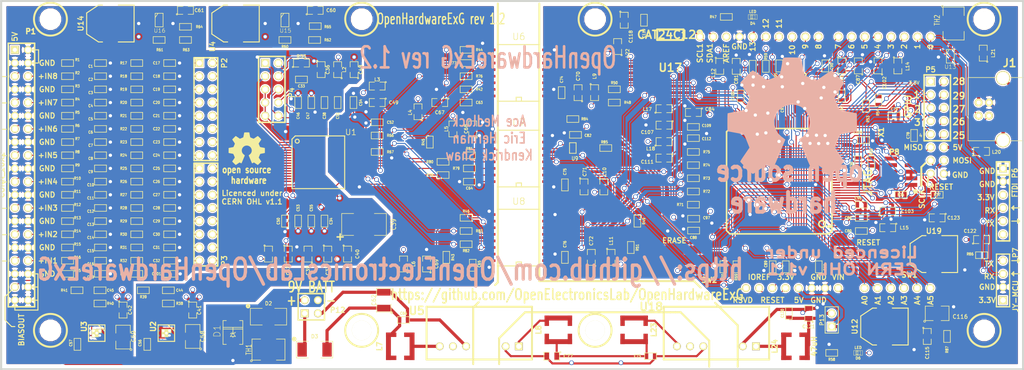
<source format=kicad_pcb>
(kicad_pcb (version 20171130) (host pcbnew "(5.0.0-rc3-dev-2-g101b68b61)")
  (title_block (date "9 aug 2014"))
  (layers (0 Front signal hide) (1 Ground power hide) (2 Power power hide) (31 Back signal) (34 B.Paste user hide) (35 F.Paste user hide) (36 B.SilkS user) (37 F.SilkS user) (38 B.Mask user hide) (39 F.Mask user hide) (44 Edge.Cuts user))
  (net 0 "")
  (net 1 +3.3V)
  (net 2 +3.3VADC)
  (net 3 +5V)
  (net 4 +5VA)
  (net 5 /3.3V_ISO)
  (net 6 /5V_ISO)
  (net 7 /5V_in_prefilter)
  (net 8 /9V_ISO)
  (net 9 /9V_iso_postfilter)
  (net 10 /ADS129x_CLK)
  (net 11 /ADS129x_CLKSEL)
  (net 12 /ADS129x_CLKSEL_ISO)
  (net 13 /ADS129x_CLK_ISO)
  (net 14 /ADS129x_GPIO1)
  (net 15 /ADS129x_GPIO1_ISO)
  (net 16 /ADS129x_GPIO2)
  (net 17 /ADS129x_GPIO2_ISO)
  (net 18 /ADS129x_GPIO3)
  (net 19 /ADS129x_GPIO3_ISO)
  (net 20 /ADS129x_GPIO4)
  (net 21 /ADS129x_GPIO4_ISO)
  (net 22 /ADS129x_MISO)
  (net 23 /ADS129x_MISO_ISO)
  (net 24 /ADS129x_MOSI_ISO)
  (net 25 /ADS129x_SCLK_ISO)
  (net 26 /ADS129x_START)
  (net 27 /ADS129x_START_ISO)
  (net 28 /ADS129x_~CS~)
  (net 29 /ADS129x_~CS~_ISO)
  (net 30 /ADS129x_~DRDY~)
  (net 31 /ADS129x_~DRDY~_ISO)
  (net 32 /ADS129x_~PWDN~)
  (net 33 /ADS129x_~PWDN~_ISO)
  (net 34 /ADS129x_~RESET~)
  (net 35 /ADS129x_~RESET~_ISO)
  (net 36 /ADVREF)
  (net 37 /AVDD1)
  (net 38 /BIASOUT)
  (net 39 /BIASOUT_FILT)
  (net 40 /IN1N)
  (net 41 /IN1P)
  (net 42 /IN2N)
  (net 43 /IN2P)
  (net 44 /IN3N)
  (net 45 /IN3P)
  (net 46 /IN4N)
  (net 47 /IN4P)
  (net 48 /IN5N)
  (net 49 /IN5P)
  (net 50 /IN6N)
  (net 51 /IN6P)
  (net 52 /IN7N)
  (net 53 /IN7P)
  (net 54 /IN8N)
  (net 55 /IN8P)
  (net 56 /JTAG_RESET)
  (net 57 /JTAG_TCK)
  (net 58 /JTAG_TDI)
  (net 59 /JTAG_TDO)
  (net 60 /JTAG_TMS)
  (net 61 /LED_LATCH_CLK)
  (net 62 /LED_OUTPUT_ENABLE_INPUT)
  (net 63 /LED_SERIAL)
  (net 64 /LED_SHIFT_REG_CLEAR)
  (net 65 /LED_SHIFT_REG_CLK)
  (net 66 /PA16_A0)
  (net 67 /PA17_SDA1)
  (net 68 /PA18_SCL1)
  (net 69 /PA22_A3)
  (net 70 /PA23_A2)
  (net 71 /PA24_A1)
  (net 72 /PA25_MISO)
  (net 73 /PA26_MOSI)
  (net 74 /PA27_SCLK)
  (net 75 /PA28_SS0)
  (net 76 /PA29_SS1)
  (net 77 /PA4_A5)
  (net 78 /PA6_A4)
  (net 79 /PA8_RX)
  (net 80 /PA9_TX)
  (net 81 /PB25_PWM2)
  (net 82 /PB27_PWM13)
  (net 83 /PC20_ERASE)
  (net 84 /PC21_PWM9)
  (net 85 /PC22_PWM8)
  (net 86 /PC23_PWM7)
  (net 87 /PC24_PWM6)
  (net 88 /PC25_PWM5)
  (net 89 /PC28_PWM3)
  (net 90 /PD7_PWM11)
  (net 91 /PD8_PWM12)
  (net 92 /SRB1)
  (net 93 /SRB2)
  (net 94 /USB_DATA_M)
  (net 95 /USB_DATA_P)
  (net 96 /VDDANA)
  (net 97 /VDDBU)
  (net 98 /VDDCORE)
  (net 99 /VDDIN)
  (net 100 /VDDPLL)
  (net 101 /VDDUTMI)
  (net 102 /V_IN)
  (net 103 AGND)
  (net 104 GND)
  (net 105 N-00000112)
  (net 106 N-00000114)
  (net 107 N-00000116)
  (net 108 N-00000119)
  (net 109 N-00000120)
  (net 110 N-00000121)
  (net 111 N-00000122)
  (net 112 N-00000125)
  (net 113 N-00000126)
  (net 114 N-0000013)
  (net 115 N-00000131)
  (net 116 N-00000134)
  (net 117 N-00000136)
  (net 118 N-00000137)
  (net 119 N-00000138)
  (net 120 N-00000139)
  (net 121 N-00000141)
  (net 122 N-00000142)
  (net 123 N-00000149)
  (net 124 N-00000150)
  (net 125 N-00000151)
  (net 126 N-00000153)
  (net 127 N-00000154)
  (net 128 N-00000155)
  (net 129 N-00000157)
  (net 130 N-00000158)
  (net 131 N-00000159)
  (net 132 N-00000160)
  (net 133 N-00000161)
  (net 134 N-00000162)
  (net 135 N-00000163)
  (net 136 N-00000164)
  (net 137 N-00000165)
  (net 138 N-00000166)
  (net 139 N-00000167)
  (net 140 N-0000017)
  (net 141 N-00000170)
  (net 142 N-00000172)
  (net 143 N-00000173)
  (net 144 N-00000174)
  (net 145 N-00000176)
  (net 146 N-00000177)
  (net 147 N-00000180)
  (net 148 N-00000182)
  (net 149 N-00000183)
  (net 150 N-00000185)
  (net 151 N-00000186)
  (net 152 N-00000189)
  (net 153 N-00000190)
  (net 154 N-00000191)
  (net 155 N-00000192)
  (net 156 N-00000194)
  (net 157 N-00000199)
  (net 158 N-000002)
  (net 159 N-0000020)
  (net 160 N-00000200)
  (net 161 N-00000202)
  (net 162 N-00000203)
  (net 163 N-00000205)
  (net 164 N-00000209)
  (net 165 N-0000021)
  (net 166 N-00000210)
  (net 167 N-00000211)
  (net 168 N-00000212)
  (net 169 N-00000215)
  (net 170 N-00000218)
  (net 171 N-00000221)
  (net 172 N-00000224)
  (net 173 N-00000226)
  (net 174 N-00000227)
  (net 175 N-00000233)
  (net 176 N-00000234)
  (net 177 N-00000235)
  (net 178 N-00000243)
  (net 179 N-00000244)
  (net 180 N-00000245)
  (net 181 N-00000253)
  (net 182 N-00000257)
  (net 183 N-00000259)
  (net 184 N-00000261)
  (net 185 N-00000262)
  (net 186 N-00000263)
  (net 187 N-00000264)
  (net 188 N-00000265)
  (net 189 N-00000266)
  (net 190 N-00000267)
  (net 191 N-00000268)
  (net 192 N-00000269)
  (net 193 N-00000270)
  (net 194 N-00000271)
  (net 195 N-00000272)
  (net 196 N-00000273)
  (net 197 N-00000274)
  (net 198 N-00000275)
  (net 199 N-00000278)
  (net 200 N-00000280)
  (net 201 N-00000281)
  (net 202 N-00000283)
  (net 203 N-00000286)
  (net 204 N-00000287)
  (net 205 N-00000288)
  (net 206 N-00000290)
  (net 207 N-00000292)
  (net 208 N-00000294)
  (net 209 N-00000296)
  (net 210 N-00000298)
  (net 211 N-00000299)
  (net 212 N-00000300)
  (net 213 N-00000302)
  (net 214 N-00000305)
  (net 215 N-00000306)
  (net 216 N-0000067)
  (net 217 N-000007)
  (net 218 N-000008)
  (net 219 N-000009)
  (net 220 N-0000094)
  (net 221 N-000123)
  (net 222 N-000196)
  (net 223 N-000201)
  (net 224 N-000202)
  (module LOGO (layer Back) (at 190.5 71.12)
    (fp_text reference G*** hide)
    (fp_text value LOGO hide)
  )
  (module LOGO (layer Front) (at 85.344 77.47)
    (fp_text reference G*** hide)
    (fp_text value LOGO hide)
  )
  (module smt-crystal-3.2x2.5 (layer Front) (at 210.185 74.93 90)
    (fp_text reference X1 (at 0.635 -2.54 90) (layer F.SilkS) (effects (font (size 1.00076 1.00076) (thickness 0.25146))))
    (fp_text value ECS-120-20-33-CKM-TR hide)
    (pad 1 smd rect (at -1.15062 0.89916 90) (size 1.30048 1.09982) (layers Front F.Paste F.Mask) (net 172 N-00000224))
    (pad 2 smd rect (at 1.15062 0.89916 90) (size 1.30048 1.09982) (layers Front F.Paste F.Mask) (net 104 GND))
    (pad 3 smd rect (at 1.15062 -0.89916 90) (size 1.30048 1.09982) (layers Front F.Paste F.Mask) (net 112 N-00000125))
    (pad 4 smd rect (at -1.15062 -0.89916 90) (size 1.30048 1.09982) (layers Front F.Paste F.Mask) (net 104 GND))
  )
  (module SRR4028 (layer Front) (at 160.02 112.395)
    (fp_text reference L23 (at 3.81 0 90) (layer F.SilkS) (effects (font (size 1.00076 1.00076) (thickness 0.24892))))
    (fp_text value 47uH hide)
    (pad 1 smd rect (at 0 -2.27584) (size 5.30098 0.94996) (layers Front F.Paste F.Mask) (net 211 N-00000299))
    (pad 2 smd rect (at 0 2.27584) (size 5.30098 0.94996) (layers Front F.Paste F.Mask) (net 160 N-00000200))
    (pad 1 smd rect (at -2.22504 -1.75006) (size 0.8509 1.99898) (layers Front F.Paste F.Mask) (net 211 N-00000299))
    (pad 1 smd rect (at 2.22504 -1.75006) (size 0.8509 1.99898) (layers Front F.Paste F.Mask) (net 211 N-00000299))
    (pad 2 smd rect (at -2.22504 1.75006) (size 0.8509 1.99898) (layers Front F.Paste F.Mask) (net 160 N-00000200))
    (pad 2 smd rect (at 2.22504 1.75006) (size 0.8509 1.99898) (layers Front F.Paste F.Mask) (net 160 N-00000200))
  )
  (module SM0603 (layer Front) (at 195.62572 100.24618 270)
    (fp_text reference R68 (at 0.08382 -1.22428 270) (layer F.SilkS) (effects (font (size 0.508 0.4572) (thickness 0.1143))))
    (fp_text value 47 hide)
    (pad 1 smd rect (at -0.762 0 270) (size 0.635 1.143) (layers Front F.Paste F.Mask) (net 177 N-00000235))
    (pad 2 smd rect (at 0.762 0 270) (size 0.635 1.143) (layers Front F.Paste F.Mask) (net 28 /ADS129x_~CS~))
  )
  (module SM0603 (layer Front) (at 177.21072 100.24618 270)
    (fp_text reference R70 (at 1.98882 0.04572 270) (layer F.SilkS) (effects (font (size 0.508 0.4572) (thickness 0.1143))))
    (fp_text value 47 hide)
    (pad 1 smd rect (at -0.762 0 270) (size 0.635 1.143) (layers Front F.Paste F.Mask) (net 212 N-00000300))
    (pad 2 smd rect (at 0.762 0 270) (size 0.635 1.143) (layers Front F.Paste F.Mask) (net 73 /PA26_MOSI))
  )
  (module SM0603 (layer Front) (at 179.75072 100.24618 270)
    (fp_text reference R69 (at 1.98882 0.04572 270) (layer F.SilkS) (effects (font (size 0.508 0.4572) (thickness 0.1143))))
    (fp_text value 47 hide)
    (pad 1 smd rect (at -0.762 0 270) (size 0.635 1.143) (layers Front F.Paste F.Mask) (net 176 N-00000234))
    (pad 2 smd rect (at 0.762 0 270) (size 0.635 1.143) (layers Front F.Paste F.Mask) (net 74 /PA27_SCLK))
  )
  (module SM0603 (layer Front) (at 171.45 78.105 180)
    (fp_text reference R75 (at -2.54 0 180) (layer F.SilkS) (effects (font (size 0.508 0.4572) (thickness 0.1143))))
    (fp_text value 47 hide)
    (pad 1 smd rect (at -0.762 0 180) (size 0.635 1.143) (layers Front F.Paste F.Mask) (net 173 N-00000226))
    (pad 2 smd rect (at 0.762 0 180) (size 0.635 1.143) (layers Front F.Paste F.Mask) (net 10 /ADS129x_CLK))
  )
  (module SM0603 (layer Front) (at 171.45 83.185 180)
    (fp_text reference R73 (at -2.54 0 180) (layer F.SilkS) (effects (font (size 0.508 0.4572) (thickness 0.1143))))
    (fp_text value 47 hide)
    (pad 1 smd rect (at -0.762 0 180) (size 0.635 1.143) (layers Front F.Paste F.Mask) (net 169 N-00000215))
    (pad 2 smd rect (at 0.762 0 180) (size 0.635 1.143) (layers Front F.Paste F.Mask) (net 34 /ADS129x_~RESET~))
  )
  (module SM0603 (layer Front) (at 171.45 80.645 180)
    (fp_text reference R74 (at -2.54 0 180) (layer F.SilkS) (effects (font (size 0.508 0.4572) (thickness 0.1143))))
    (fp_text value 47 hide)
    (pad 1 smd rect (at -0.762 0 180) (size 0.635 1.143) (layers Front F.Paste F.Mask) (net 174 N-00000227))
    (pad 2 smd rect (at 0.762 0 180) (size 0.635 1.143) (layers Front F.Paste F.Mask) (net 11 /ADS129x_CLKSEL))
  )
  (module SM0603 (layer Front) (at 171.45 85.725 180)
    (fp_text reference R72 (at -2.54 0 180) (layer F.SilkS) (effects (font (size 0.508 0.4572) (thickness 0.1143))))
    (fp_text value 47 hide)
    (pad 1 smd rect (at -0.762 0 180) (size 0.635 1.143) (layers Front F.Paste F.Mask) (net 170 N-00000218))
    (pad 2 smd rect (at 0.762 0 180) (size 0.635 1.143) (layers Front F.Paste F.Mask) (net 32 /ADS129x_~PWDN~))
  )
  (module SM0603 (layer Front) (at 171.45 88.265 180)
    (fp_text reference R71 (at 2.54 0 180) (layer F.SilkS) (effects (font (size 0.508 0.4572) (thickness 0.1143))))
    (fp_text value 47 hide)
    (pad 1 smd rect (at -0.762 0 180) (size 0.635 1.143) (layers Front F.Paste F.Mask) (net 175 N-00000233))
    (pad 2 smd rect (at 0.762 0 180) (size 0.635 1.143) (layers Front F.Paste F.Mask) (net 26 /ADS129x_START))
  )
  (module SM0603 (layer Front) (at 154.559 77.343)
    (fp_text reference R85 (at -0.254 -1.143) (layer F.SilkS) (effects (font (size 0.508 0.4572) (thickness 0.1143))))
    (fp_text value 47 hide)
    (pad 1 smd rect (at -0.762 0) (size 0.635 1.143) (layers Front F.Paste F.Mask) (net 203 N-00000286))
    (pad 2 smd rect (at 0.762 0) (size 0.635 1.143) (layers Front F.Paste F.Mask) (net 72 /PA25_MISO))
  )
  (module SM0603 (layer Front) (at 148.209 71.755)
    (fp_text reference R84 (at 2.286 0) (layer F.SilkS) (effects (font (size 0.508 0.4572) (thickness 0.1143))))
    (fp_text value 47 hide)
    (pad 1 smd rect (at -0.762 0) (size 0.635 1.143) (layers Front F.Paste F.Mask) (net 204 N-00000287))
    (pad 2 smd rect (at 0.762 0) (size 0.635 1.143) (layers Front F.Paste F.Mask) (net 30 /ADS129x_~DRDY~))
  )
  (module SM0603 (layer Front) (at 128.27 78.74)
    (fp_text reference R81 (at 0 -1.27) (layer F.SilkS) (effects (font (size 0.508 0.4572) (thickness 0.1143))))
    (fp_text value 47 hide)
    (pad 1 smd rect (at -0.762 0) (size 0.635 1.143) (layers Front F.Paste F.Mask) (net 25 /ADS129x_SCLK_ISO))
    (pad 2 smd rect (at 0.762 0) (size 0.635 1.143) (layers Front F.Paste F.Mask) (net 205 N-00000288))
  )
  (module SM0603 (layer Front) (at 123.19 80.01)
    (fp_text reference R80 (at -2.54 0) (layer F.SilkS) (effects (font (size 0.508 0.4572) (thickness 0.1143))))
    (fp_text value 47 hide)
    (pad 1 smd rect (at -0.762 0) (size 0.635 1.143) (layers Front F.Paste F.Mask) (net 29 /ADS129x_~CS~_ISO))
    (pad 2 smd rect (at 0.762 0) (size 0.635 1.143) (layers Front F.Paste F.Mask) (net 206 N-00000290))
  )
  (module SM0603 (layer Front) (at 123.19 82.55)
    (fp_text reference R78 (at -2.54 0) (layer F.SilkS) (effects (font (size 0.508 0.4572) (thickness 0.1143))))
    (fp_text value 47 hide)
    (pad 1 smd rect (at -0.762 0) (size 0.635 1.143) (layers Front F.Paste F.Mask) (net 24 /ADS129x_MOSI_ISO))
    (pad 2 smd rect (at 0.762 0) (size 0.635 1.143) (layers Front F.Paste F.Mask) (net 207 N-00000292))
  )
  (module SM0603 (layer Front) (at 128.27 81.28)
    (fp_text reference R79 (at -2.54 0) (layer F.SilkS) (effects (font (size 0.508 0.4572) (thickness 0.1143))))
    (fp_text value 47 hide)
    (pad 1 smd rect (at -0.762 0) (size 0.635 1.143) (layers Front F.Paste F.Mask) (net 13 /ADS129x_CLK_ISO))
    (pad 2 smd rect (at 0.762 0) (size 0.635 1.143) (layers Front F.Paste F.Mask) (net 208 N-00000294))
  )
  (module SM0603 (layer Front) (at 127.635 95.885)
    (fp_text reference R82 (at 0 1.27) (layer F.SilkS) (effects (font (size 0.508 0.4572) (thickness 0.1143))))
    (fp_text value 47 hide)
    (pad 1 smd rect (at -0.762 0) (size 0.635 1.143) (layers Front F.Paste F.Mask) (net 33 /ADS129x_~PWDN~_ISO))
    (pad 2 smd rect (at 0.762 0) (size 0.635 1.143) (layers Front F.Paste F.Mask) (net 209 N-00000296))
  )
  (module SM0603 (layer Front) (at 127.635 93.345)
    (fp_text reference R83 (at 2.54 0) (layer F.SilkS) (effects (font (size 0.508 0.4572) (thickness 0.1143))))
    (fp_text value 47 hide)
    (pad 1 smd rect (at -0.762 0) (size 0.635 1.143) (layers Front F.Paste F.Mask) (net 35 /ADS129x_~RESET~_ISO))
    (pad 2 smd rect (at 0.762 0) (size 0.635 1.143) (layers Front F.Paste F.Mask) (net 181 N-00000253))
  )
  (module SM0603 (layer Front) (at 127.635 60.96)
    (fp_text reference R77 (at -2.54 0) (layer F.SilkS) (effects (font (size 0.508 0.4572) (thickness 0.1143))))
    (fp_text value 47 hide)
    (pad 1 smd rect (at -0.762 0) (size 0.635 1.143) (layers Front F.Paste F.Mask) (net 12 /ADS129x_CLKSEL_ISO))
    (pad 2 smd rect (at 0.762 0) (size 0.635 1.143) (layers Front F.Paste F.Mask) (net 106 N-00000114))
  )
  (module SM0603 (layer Front) (at 127.635 63.5)
    (fp_text reference R76 (at 2.54 0) (layer F.SilkS) (effects (font (size 0.508 0.4572) (thickness 0.1143))))
    (fp_text value 47 hide)
    (pad 1 smd rect (at -0.762 0) (size 0.635 1.143) (layers Front F.Paste F.Mask) (net 27 /ADS129x_START_ISO))
    (pad 2 smd rect (at 0.762 0) (size 0.635 1.143) (layers Front F.Paste F.Mask) (net 107 N-00000116))
  )
  (module SM0603 (layer Front) (at 110.49 78.105)
    (fp_text reference R67 (at 2.54 0) (layer F.SilkS) (effects (font (size 0.508 0.4572) (thickness 0.1143))))
    (fp_text value 47 hide)
    (pad 1 smd rect (at -0.762 0) (size 0.635 1.143) (layers Front F.Paste F.Mask) (net 142 N-00000172))
    (pad 2 smd rect (at 0.762 0) (size 0.635 1.143) (layers Front F.Paste F.Mask) (net 23 /ADS129x_MISO_ISO))
  )
  (module SM0603 (layer Front) (at 110.49 74.93)
    (fp_text reference R66 (at 2.54 0) (layer F.SilkS) (effects (font (size 0.508 0.4572) (thickness 0.1143))))
    (fp_text value 47 hide)
    (pad 1 smd rect (at -0.762 0) (size 0.635 1.143) (layers Front F.Paste F.Mask) (net 141 N-00000170))
    (pad 2 smd rect (at 0.762 0) (size 0.635 1.143) (layers Front F.Paste F.Mask) (net 31 /ADS129x_~DRDY~_ISO))
  )
  (module SM0603 (layer Front) (at 189.865 109.22 90)
    (fp_text reference C120 (at 0 -1.27 90) (layer F.SilkS) (effects (font (size 0.508 0.4572) (thickness 0.1143))))
    (fp_text value 100nF hide)
    (pad 1 smd rect (at -0.762 0 90) (size 0.635 1.143) (layers Front F.Paste F.Mask) (net 7 /5V_in_prefilter))
    (pad 2 smd rect (at 0.762 0 90) (size 0.635 1.143) (layers Front F.Paste F.Mask) (net 104 GND))
  )
  (module SM0805 (layer Front) (at 193.675 109.22 90)
    (fp_text reference C121 (at -2.54 0 180) (layer F.SilkS) (effects (font (size 0.635 0.635) (thickness 0.127))))
    (fp_text value 10uF hide)
    (pad 1 smd rect (at -0.9525 0 90) (size 0.889 1.397) (layers Front F.Paste F.Mask) (net 7 /5V_in_prefilter))
    (pad 2 smd rect (at 0.9525 0 90) (size 0.889 1.397) (layers Front F.Paste F.Mask) (net 104 GND))
  )
  (module SRR4028 (layer Front) (at 191.135 115.57 270)
    (fp_text reference L24 (at 0 4.0005 270) (layer F.SilkS) (effects (font (size 1.00076 1.00076) (thickness 0.24892))))
    (fp_text value 47uH (at 0 -3.59918 270) (layer F.SilkS) (effects (font (size 1.00076 1.00076) (thickness 0.25146))))
    (pad 1 smd rect (at 0 -2.27584 270) (size 5.30098 0.94996) (layers Front F.Paste F.Mask) (net 7 /5V_in_prefilter))
    (pad 2 smd rect (at 0 2.27584 270) (size 5.30098 0.94996) (layers Front F.Paste F.Mask) (net 108 N-00000119))
    (pad 1 smd rect (at -2.22504 -1.75006 270) (size 0.8509 1.99898) (layers Front F.Paste F.Mask) (net 7 /5V_in_prefilter))
    (pad 1 smd rect (at 2.22504 -1.75006 270) (size 0.8509 1.99898) (layers Front F.Paste F.Mask) (net 7 /5V_in_prefilter))
    (pad 2 smd rect (at -2.22504 1.75006 270) (size 0.8509 1.99898) (layers Front F.Paste F.Mask) (net 108 N-00000119))
    (pad 2 smd rect (at 2.22504 1.75006 270) (size 0.8509 1.99898) (layers Front F.Paste F.Mask) (net 108 N-00000119))
  )
  (module SIP7_ISOLATOR (layer Front) (at 175.895 113.03 180)
    (fp_text reference U18 (at 12.573 5.08 180) (layer F.SilkS) (effects (font (size 1.524 1.524) (thickness 0.3048))))
    (fp_text value R05P205/R6 hide)
    (pad 1 thru_hole rect (at -7.62 -2.54 180) (size 1.50114 1.50114) (drill 1.00076) (layers *.Cu *.Mask F.SilkS) (net 108 N-00000119))
    (pad 2 thru_hole circle (at -5.08 -2.54 180) (size 1.50114 1.50114) (drill 1.00076) (layers *.Cu *.Mask F.SilkS) (net 104 GND))
    (pad 5 thru_hole circle (at 2.54 -2.54 180) (size 1.50114 1.50114) (drill 1.00076) (layers *.Cu *.Mask F.SilkS) (net 161 N-00000202))
    (pad 6 thru_hole circle (at 5.08 -2.54 180) (size 1.50114 1.50114) (drill 1.00076) (layers *.Cu *.Mask F.SilkS))
    (pad 7 thru_hole circle (at 7.62 -2.54 180) (size 1.50114 1.50114) (drill 1.00076) (layers *.Cu *.Mask F.SilkS) (net 211 N-00000299))
  )
  (module SM0603 (layer Front) (at 161.925 52.705 270)
    (fp_text reference C119 (at 2.54 0 270) (layer F.SilkS) (effects (font (size 0.508 0.4572) (thickness 0.1143))))
    (fp_text value 100nF hide)
    (pad 1 smd rect (at -0.762 0 270) (size 0.635 1.143) (layers Front F.Paste F.Mask) (net 105 N-00000112))
    (pad 2 smd rect (at 0.762 0 270) (size 0.635 1.143) (layers Front F.Paste F.Mask) (net 104 GND))
  )
  (module SM0805 (layer Front) (at 156.845 57.785 90)
    (fp_text reference L22 (at -1.27 1.905 90) (layer F.SilkS) (effects (font (size 0.635 0.635) (thickness 0.127))))
    (fp_text value MH2029-221Y hide)
    (pad 1 smd rect (at -0.9525 0 90) (size 0.889 1.397) (layers Front F.Paste F.Mask) (net 1 +3.3V))
    (pad 2 smd rect (at 0.9525 0 90) (size 0.889 1.397) (layers Front F.Paste F.Mask) (net 105 N-00000112))
  )
  (module SM0805 (layer Front) (at 158.115 52.705 270)
    (fp_text reference C118 (at 3.175 -1.27 270) (layer F.SilkS) (effects (font (size 0.635 0.635) (thickness 0.127))))
    (fp_text value 10uF hide)
    (pad 1 smd rect (at -0.9525 0 270) (size 0.889 1.397) (layers Front F.Paste F.Mask) (net 105 N-00000112))
    (pad 2 smd rect (at 0.9525 0 270) (size 0.889 1.397) (layers Front F.Paste F.Mask) (net 104 GND))
  )
  (module SM2010 (layer Front) (at 89.535 109.855 180)
    (fp_text reference D2 (at 0 2.54 180) (layer F.SilkS) (effects (font (size 0.70104 0.70104) (thickness 0.127))))
    (fp_text value CMS06 hide)
    (pad 1 smd rect (at -2.4003 0 180) (size 1.80086 2.70002) (layers Front F.Paste F.Mask) (net 162 N-00000203))
    (pad 2 smd rect (at 2.4003 0 180) (size 1.80086 2.70002) (layers Front F.Paste F.Mask) (net 166 N-00000210))
  )
  (module SM2010 (layer Front) (at 98.425 116.205 180)
    (fp_text reference D3 (at 0 2.54 180) (layer F.SilkS) (effects (font (size 0.70104 0.70104) (thickness 0.127))))
    (fp_text value CMS06 hide)
    (pad 1 smd rect (at -2.4003 0 180) (size 1.80086 2.70002) (layers Front F.Paste F.Mask) (net 9 /9V_iso_postfilter))
    (pad 2 smd rect (at 2.4003 0 180) (size 1.80086 2.70002) (layers Front F.Paste F.Mask) (net 113 N-00000126))
  )
  (module PIN_ARRAY_5x2 (layer Front) (at 90.17 66.04 270)
    (fp_text reference P4 (at 0.635 -3.81 270) (layer F.SilkS) (effects (font (size 1.016 1.016) (thickness 0.2032))))
    (fp_text value CONN_5X2 hide)
    (pad 1 thru_hole rect (at -5.08 1.27 270) (size 1.524 1.524) (drill 1.016) (layers *.Cu *.Mask F.SilkS) (net 92 /SRB1))
    (pad 2 thru_hole circle (at -5.08 -1.27 270) (size 1.524 1.524) (drill 1.016) (layers *.Cu *.Mask F.SilkS) (net 110 N-00000121))
    (pad 3 thru_hole circle (at -2.54 1.27 270) (size 1.524 1.524) (drill 1.016) (layers *.Cu *.Mask F.SilkS) (net 93 /SRB2))
    (pad 4 thru_hole circle (at -2.54 -1.27 270) (size 1.524 1.524) (drill 1.016) (layers *.Cu *.Mask F.SilkS) (net 213 N-00000302))
    (pad 5 thru_hole circle (at 0 1.27 270) (size 1.524 1.524) (drill 1.016) (layers *.Cu *.Mask F.SilkS) (net 38 /BIASOUT))
    (pad 6 thru_hole circle (at 0 -1.27 270) (size 1.524 1.524) (drill 1.016) (layers *.Cu *.Mask F.SilkS) (net 109 N-00000120))
    (pad 7 thru_hole circle (at 2.54 1.27 270) (size 1.524 1.524) (drill 1.016) (layers *.Cu *.Mask F.SilkS) (net 38 /BIASOUT))
    (pad 8 thru_hole circle (at 2.54 -1.27 270) (size 1.524 1.524) (drill 1.016) (layers *.Cu *.Mask F.SilkS) (net 123 N-00000149))
    (pad 9 thru_hole circle (at 5.08 1.27 270) (size 1.524 1.524) (drill 1.016) (layers *.Cu *.Mask F.SilkS) (net 38 /BIASOUT))
    (pad 10 thru_hole circle (at 5.08 -1.27 270) (size 1.524 1.524) (drill 1.016) (layers *.Cu *.Mask F.SilkS) (net 109 N-00000120))
  )
  (module SM0805 (layer Front) (at 227.33 59.055 90)
    (fp_text reference L21 (at 0 1.905 90) (layer F.SilkS) (effects (font (size 0.635 0.635) (thickness 0.127))))
    (fp_text value MH2029-221Y hide)
    (pad 1 smd rect (at -0.9525 0 90) (size 0.889 1.397) (layers Front F.Paste F.Mask))
    (pad 2 smd rect (at 0.9525 0 90) (size 0.889 1.397) (layers Front F.Paste F.Mask) (net 163 N-00000205))
  )
  (module SOT23 (layer Front) (at 92.71 52.705 270)
    (fp_text reference U15 (at 1.99898 -0.09906) (layer F.SilkS) (effects (font (size 0.762 0.762) (thickness 0.0762))))
    (fp_text value TL431BIDBZR hide)
    (pad 3 smd rect (at 0 -1.27 270) (size 0.70104 1.00076) (layers Front F.Paste F.Mask) (net 103 AGND))
    (pad 2 smd rect (at 0.9525 1.27 270) (size 0.70104 1.00076) (layers Front F.Paste F.Mask) (net 111 N-00000122))
    (pad 1 smd rect (at -0.9525 1.27 270) (size 0.70104 1.00076) (layers Front F.Paste F.Mask) (net 220 N-0000094))
  )
  (module SM0603 (layer Front) (at 98.425 56.515)
    (fp_text reference R62 (at 2.54 0) (layer F.SilkS) (effects (font (size 0.508 0.4572) (thickness 0.1143))))
    (fp_text value 10.0k hide)
    (pad 1 smd rect (at -0.762 0) (size 0.635 1.143) (layers Front F.Paste F.Mask) (net 5 /3.3V_ISO))
    (pad 2 smd rect (at 0.762 0) (size 0.635 1.143) (layers Front F.Paste F.Mask) (net 111 N-00000122))
  )
  (module SM0603 (layer Front) (at 98.552 53.848 180)
    (fp_text reference R65 (at -2.413 -0.127 180) (layer F.SilkS) (effects (font (size 0.508 0.4572) (thickness 0.1143))))
    (fp_text value 19.6k hide)
    (pad 1 smd rect (at -0.762 0 180) (size 0.635 1.143) (layers Front F.Paste F.Mask) (net 111 N-00000122))
    (pad 2 smd rect (at 0.762 0 180) (size 0.635 1.143) (layers Front F.Paste F.Mask) (net 103 AGND))
  )
  (module SM0603 (layer Front) (at 92.71 56.515 180)
    (fp_text reference R60 (at 0 -1.27 180) (layer F.SilkS) (effects (font (size 0.508 0.4572) (thickness 0.1143))))
    (fp_text value 68 hide)
    (pad 1 smd rect (at -0.762 0 180) (size 0.635 1.143) (layers Front F.Paste F.Mask) (net 5 /3.3V_ISO))
    (pad 2 smd rect (at 0.762 0 180) (size 0.635 1.143) (layers Front F.Paste F.Mask) (net 220 N-0000094))
  )
  (module SM0805 (layer Front) (at 98.552 50.8)
    (fp_text reference C60 (at 3.048 0) (layer F.SilkS) (effects (font (size 0.635 0.635) (thickness 0.127))))
    (fp_text value 10uF hide)
    (pad 1 smd rect (at -0.9525 0) (size 0.889 1.397) (layers Front F.Paste F.Mask) (net 220 N-0000094))
    (pad 2 smd rect (at 0.9525 0) (size 0.889 1.397) (layers Front F.Paste F.Mask) (net 103 AGND))
  )
  (module SOT223 (layer Front) (at 83.185 53.34 90)
    (fp_text reference U4 (at -4.445 -4.445 90) (layer F.SilkS) (effects (font (size 1.016 1.016) (thickness 0.2032))))
    (fp_text value BT1308W-600D hide)
    (pad 4 smd rect (at 0 -3.302 90) (size 3.6576 2.032) (layers Front F.Paste F.Mask))
    (pad 2 smd rect (at 0 3.302 90) (size 1.016 2.032) (layers Front F.Paste F.Mask) (net 103 AGND))
    (pad 3 smd rect (at 2.286 3.302 90) (size 1.016 2.032) (layers Front F.Paste F.Mask) (net 220 N-0000094))
    (pad 1 smd rect (at -2.286 3.302 90) (size 1.016 2.032) (layers Front F.Paste F.Mask) (net 5 /3.3V_ISO))
  )
  (module SOT223 (layer Front) (at 59.055 53.34 90)
    (fp_text reference U14 (at 0 -5.715 90) (layer F.SilkS) (effects (font (size 1.016 1.016) (thickness 0.2032))))
    (fp_text value BT1308W-600D hide)
    (pad 4 smd rect (at 0 -3.302 90) (size 3.6576 2.032) (layers Front F.Paste F.Mask))
    (pad 2 smd rect (at 0 3.302 90) (size 1.016 2.032) (layers Front F.Paste F.Mask) (net 103 AGND))
    (pad 3 smd rect (at 2.286 3.302 90) (size 1.016 2.032) (layers Front F.Paste F.Mask) (net 201 N-00000281))
    (pad 1 smd rect (at -2.286 3.302 90) (size 1.016 2.032) (layers Front F.Paste F.Mask) (net 6 /5V_ISO))
  )
  (module SM0805 (layer Front) (at 73.533 50.8)
    (fp_text reference C61 (at 2.667 0) (layer F.SilkS) (effects (font (size 0.635 0.635) (thickness 0.127))))
    (fp_text value 10uF hide)
    (pad 1 smd rect (at -0.9525 0) (size 0.889 1.397) (layers Front F.Paste F.Mask) (net 201 N-00000281))
    (pad 2 smd rect (at 0.9525 0) (size 0.889 1.397) (layers Front F.Paste F.Mask) (net 103 AGND))
  )
  (module SM0603 (layer Front) (at 68.453 56.515 180)
    (fp_text reference R61 (at -0.127 -1.905 180) (layer F.SilkS) (effects (font (size 0.508 0.4572) (thickness 0.1143))))
    (fp_text value 68 hide)
    (pad 1 smd rect (at -0.762 0 180) (size 0.635 1.143) (layers Front F.Paste F.Mask) (net 6 /5V_ISO))
    (pad 2 smd rect (at 0.762 0 180) (size 0.635 1.143) (layers Front F.Paste F.Mask) (net 201 N-00000281))
  )
  (module SM0603 (layer Front) (at 73.533 53.975 180)
    (fp_text reference R64 (at -2.667 0 180) (layer F.SilkS) (effects (font (size 0.508 0.4572) (thickness 0.1143))))
    (fp_text value 8.45k hide)
    (pad 1 smd rect (at -0.762 0 180) (size 0.635 1.143) (layers Front F.Paste F.Mask) (net 216 N-0000067))
    (pad 2 smd rect (at 0.762 0 180) (size 0.635 1.143) (layers Front F.Paste F.Mask) (net 103 AGND))
  )
  (module SM0603 (layer Front) (at 73.533 56.515)
    (fp_text reference R63 (at 0.127 1.905) (layer F.SilkS) (effects (font (size 0.508 0.4572) (thickness 0.1143))))
    (fp_text value 10.0k hide)
    (pad 1 smd rect (at -0.762 0) (size 0.635 1.143) (layers Front F.Paste F.Mask) (net 6 /5V_ISO))
    (pad 2 smd rect (at 0.762 0) (size 0.635 1.143) (layers Front F.Paste F.Mask) (net 216 N-0000067))
  )
  (module SOT23 (layer Front) (at 68.453 52.705 270)
    (fp_text reference U16 (at 1.99898 -0.09906) (layer F.SilkS) (effects (font (size 0.762 0.762) (thickness 0.0762))))
    (fp_text value TL431BIDBZR hide)
    (pad 3 smd rect (at 0 -1.27 270) (size 0.70104 1.00076) (layers Front F.Paste F.Mask) (net 103 AGND))
    (pad 2 smd rect (at 0.9525 1.27 270) (size 0.70104 1.00076) (layers Front F.Paste F.Mask) (net 216 N-0000067))
    (pad 1 smd rect (at -0.9525 1.27 270) (size 0.70104 1.00076) (layers Front F.Paste F.Mask) (net 201 N-00000281))
  )
  (module SM0603 (layer Front) (at 185.42 61.595 90)
    (fp_text reference R59 (at 1.905 0 90) (layer F.SilkS) (effects (font (size 0.508 0.4572) (thickness 0.1143))))
    (fp_text value 100k hide)
    (pad 1 smd rect (at -0.762 0 90) (size 0.635 1.143) (layers Front F.Paste F.Mask) (net 179 N-00000244))
    (pad 2 smd rect (at 0.762 0 90) (size 0.635 1.143) (layers Front F.Paste F.Mask) (net 1 +3.3V))
  )
  (module SOT23_6 (layer Front) (at 220.98 59.69 270)
    (fp_text reference U13 (at 1.99898 0) (layer F.SilkS) (effects (font (size 0.762 0.762) (thickness 0.0762))))
    (fp_text value USBLC6 hide)
    (pad 6 smd rect (at -0.9525 -1.27 270) (size 0.70104 1.00076) (layers Front F.Paste F.Mask))
    (pad 5 smd rect (at 0 -1.27 270) (size 0.70104 1.00076) (layers Front F.Paste F.Mask) (net 3 +5V))
    (pad 4 smd rect (at 0.9525 -1.27 270) (size 0.70104 1.00076) (layers Front F.Paste F.Mask))
    (pad 3 smd rect (at 0.9525 1.27 270) (size 0.70104 1.00076) (layers Front F.Paste F.Mask) (net 95 /USB_DATA_P))
    (pad 2 smd rect (at 0 1.27 270) (size 0.70104 1.00076) (layers Front F.Paste F.Mask) (net 104 GND))
    (pad 1 smd rect (at -0.9525 1.27 270) (size 0.70104 1.00076) (layers Front F.Paste F.Mask) (net 94 /USB_DATA_M))
  )
  (module SM0603 (layer Front) (at 177.8 52.07 180)
    (fp_text reference R47 (at 2.54 0 180) (layer F.SilkS) (effects (font (size 0.508 0.4572) (thickness 0.1143))))
    (fp_text value 1k hide)
    (pad 1 smd rect (at -0.762 0 180) (size 0.635 1.143) (layers Front F.Paste F.Mask) (net 116 N-00000134))
    (pad 2 smd rect (at 0.762 0 180) (size 0.635 1.143) (layers Front F.Paste F.Mask) (net 104 GND))
  )
  (module LED-0603 (layer Front) (at 182.88 52.07 180)
    (fp_text reference D4 (at 0 -1.27 180) (layer F.SilkS) (effects (font (size 0.508 0.508) (thickness 0.127))))
    (fp_text value LED (at 0 1.016 180) (layer F.SilkS) (effects (font (size 0.508 0.508) (thickness 0.127))))
    (pad 1 smd rect (at -0.7493 0 180) (size 0.79756 0.79756) (layers Front F.Paste F.Mask) (net 82 /PB27_PWM13))
    (pad 2 smd rect (at 0.7493 0 180) (size 0.79756 0.79756) (layers Front F.Paste F.Mask) (net 116 N-00000134))
  )
  (module arduino_shield (layer Front) (at 198.12 78.74)
    (fp_text reference P11 hide)
    (fp_text value ARDUINO_SHIELD hide)
    (fp_text user RSVD (at -17.145 27.94) (layer F.SilkS) (effects (font (size 1.016 1.016) (thickness 0.2032))))
    (fp_text user IOREF (at -13.97 23.495) (layer F.SilkS) (effects (font (size 1.016 1.016) (thickness 0.2032))))
    (fp_text user RESET (at -11.43 27.94) (layer F.SilkS) (effects (font (size 1.016 1.016) (thickness 0.2032))))
    (fp_text user 3.3V (at -8.89 23.495) (layer F.SilkS) (effects (font (size 1.016 1.016) (thickness 0.2032))))
    (fp_text user 5V (at -6.35 27.94) (layer F.SilkS) (effects (font (size 1.016 1.016) (thickness 0.2032))))
    (fp_text user GND (at -2.54 23.495) (layer F.SilkS) (effects (font (size 1.016 1.016) (thickness 0.2032))))
    (fp_text user GND (at -2.54 27.94) (layer F.SilkS) (effects (font (size 1.016 1.016) (thickness 0.2032))))
    (fp_text user VIN (at 1.27 23.495) (layer F.SilkS) (effects (font (size 1.016 1.016) (thickness 0.2032))))
    (fp_text user A0 (at 6.35 27.94 90) (layer F.SilkS) (effects (font (size 1.016 1.016) (thickness 0.2032))))
    (fp_text user A1 (at 8.89 27.94 90) (layer F.SilkS) (effects (font (size 1.016 1.016) (thickness 0.2032))))
    (fp_text user A2 (at 11.43 27.94 90) (layer F.SilkS) (effects (font (size 1.016 1.016) (thickness 0.2032))))
    (fp_text user A3 (at 13.97 27.94 90) (layer F.SilkS) (effects (font (size 1.016 1.016) (thickness 0.2032))))
    (fp_text user A4 (at 16.51 27.94 90) (layer F.SilkS) (effects (font (size 1.016 1.016) (thickness 0.2032))))
    (fp_text user A5 (at 19.05 27.94 90) (layer F.SilkS) (effects (font (size 1.016 1.016) (thickness 0.2032))))
    (fp_text user MISO (at 15.7226 -1.524) (layer F.SilkS) (effects (font (size 1.016 1.016) (thickness 0.2032))))
    (fp_text user SCLK (at 17.399 8.382 90) (layer F.SilkS) (effects (font (size 1.016 1.016) (thickness 0.2032))))
    (fp_text user RESET (at 21.082 6.096) (layer F.SilkS) (effects (font (size 1.016 1.016) (thickness 0.2032))))
    (fp_text user 5V (at 24.257 -1.524) (layer F.SilkS) (effects (font (size 1.016 1.016) (thickness 0.2032))))
    (fp_text user MOSI (at 25.146 1.016) (layer F.SilkS) (effects (font (size 1.016 1.016) (thickness 0.2032))))
    (fp_text user GND (at 24.765 3.81) (layer F.SilkS) (effects (font (size 1.016 1.016) (thickness 0.2032))))
    (fp_text user 0 (at 19.05 -20.955 90) (layer F.SilkS) (effects (font (size 1.016 1.016) (thickness 0.2032))))
    (fp_text user 1 (at 16.51 -20.955 90) (layer F.SilkS) (effects (font (size 1.016 1.016) (thickness 0.2032))))
    (fp_text user 2 (at 13.97 -20.955 90) (layer F.SilkS) (effects (font (size 1.016 1.016) (thickness 0.2032))))
    (fp_text user 3 (at 11.43 -20.955 90) (layer F.SilkS) (effects (font (size 1.016 1.016) (thickness 0.2032))))
    (fp_text user 4 (at 8.89 -20.955 90) (layer F.SilkS) (effects (font (size 1.016 1.016) (thickness 0.2032))))
    (fp_text user 5 (at 6.35 -20.955 90) (layer F.SilkS) (effects (font (size 1.016 1.016) (thickness 0.2032))))
    (fp_text user 6 (at 3.81 -20.955 90) (layer F.SilkS) (effects (font (size 1.016 1.016) (thickness 0.2032))))
    (fp_text user 7 (at 1.27 -20.955 90) (layer F.SilkS) (effects (font (size 1.016 1.016) (thickness 0.2032))))
    (fp_text user 8 (at -2.54 -20.955 90) (layer F.SilkS) (effects (font (size 1.016 1.016) (thickness 0.2032))))
    (fp_text user 9 (at -5.08 -20.955 90) (layer F.SilkS) (effects (font (size 1.016 1.016) (thickness 0.2032))))
    (fp_text user 10 (at -7.62 -20.32 90) (layer F.SilkS) (effects (font (size 1.016 1.016) (thickness 0.2032))))
    (fp_text user 11 (at -10.16 -25.4 90) (layer F.SilkS) (effects (font (size 1.016 1.016) (thickness 0.2032))))
    (fp_text user 12 (at -12.7 -25.4 90) (layer F.SilkS) (effects (font (size 1.016 1.016) (thickness 0.2032))))
    (fp_text user 13 (at -15.24 -20.955 90) (layer F.SilkS) (effects (font (size 1.016 1.016) (thickness 0.2032))))
    (fp_text user GND (at -17.78 -20.955) (layer F.SilkS) (effects (font (size 1.016 1.016) (thickness 0.2032))))
    (fp_text user AREF (at -20.32 -19.685 90) (layer F.SilkS) (effects (font (size 1.016 1.016) (thickness 0.2032))))
    (fp_text user SDA1 (at -23.495 -19.685 90) (layer F.SilkS) (effects (font (size 1.016 1.016) (thickness 0.2032))))
    (fp_text user SCL1 (at -25.4 -19.685 90) (layer F.SilkS) (effects (font (size 1.016 1.016) (thickness 0.2032))))
    (pad 90 thru_hole circle (at -16.5354 25.6032) (size 1.524 1.524) (drill 1.00076) (layers *.Cu *.Mask F.SilkS))
    (pad 91 thru_hole circle (at -13.9954 25.6032) (size 1.524 1.524) (drill 1.00076) (layers *.Cu *.Mask F.SilkS) (net 1 +3.3V))
    (pad 92 thru_hole circle (at -11.4554 25.6032) (size 1.524 1.524) (drill 1.00076) (layers *.Cu *.Mask F.SilkS) (net 56 /JTAG_RESET))
    (pad 93 thru_hole circle (at -8.9154 25.6032) (size 1.524 1.524) (drill 1.00076) (layers *.Cu *.Mask F.SilkS) (net 1 +3.3V))
    (pad 94 thru_hole circle (at -6.3754 25.6032) (size 1.524 1.524) (drill 1.00076) (layers *.Cu *.Mask F.SilkS) (net 3 +5V))
    (pad 95 thru_hole circle (at -3.8354 25.6032) (size 1.524 1.524) (drill 1.00076) (layers *.Cu *.Mask F.SilkS) (net 104 GND))
    (pad 96 thru_hole circle (at -1.2954 25.6032) (size 1.524 1.524) (drill 1.00076) (layers *.Cu *.Mask F.SilkS) (net 104 GND))
    (pad 97 thru_hole circle (at 1.2446 25.6032) (size 1.524 1.524) (drill 1.00076) (layers *.Cu *.Mask F.SilkS) (net 102 /V_IN))
    (pad 54 thru_hole circle (at 6.2992 25.6032) (size 1.524 1.524) (drill 1.00076) (layers *.Cu *.Mask F.SilkS) (net 66 /PA16_A0))
    (pad 55 thru_hole circle (at 8.8392 25.6032) (size 1.524 1.524) (drill 1.00076) (layers *.Cu *.Mask F.SilkS) (net 71 /PA24_A1))
    (pad 56 thru_hole circle (at 11.3792 25.6032) (size 1.524 1.524) (drill 1.00076) (layers *.Cu *.Mask F.SilkS) (net 70 /PA23_A2))
    (pad 57 thru_hole circle (at 13.9192 25.6032) (size 1.524 1.524) (drill 1.00076) (layers *.Cu *.Mask F.SilkS) (net 69 /PA22_A3))
    (pad 58 thru_hole circle (at 16.4592 25.6032) (size 1.524 1.524) (drill 1.00076) (layers *.Cu *.Mask F.SilkS) (net 78 /PA6_A4))
    (pad 59 thru_hole circle (at 18.9992 25.6032) (size 1.524 1.524) (drill 1.00076) (layers *.Cu *.Mask F.SilkS) (net 77 /PA4_A5))
    (pad 74 thru_hole circle (at 19.0754 -1.524) (size 1.524 1.524) (drill 1.00076) (layers *.Cu *.Mask F.SilkS) (net 72 /PA25_MISO))
    (pad 76 thru_hole circle (at 19.0754 1.016) (size 1.524 1.524) (drill 1.00076) (layers *.Cu *.Mask F.SilkS) (net 74 /PA27_SCLK))
    (pad 89 thru_hole circle (at 19.0754 3.556) (size 1.524 1.524) (drill 1.00076) (layers *.Cu *.Mask F.SilkS) (net 56 /JTAG_RESET))
    (pad 87 thru_hole circle (at 21.6154 3.556) (size 1.524 1.524) (drill 1.00076) (layers *.Cu *.Mask F.SilkS) (net 104 GND))
    (pad 75 thru_hole circle (at 21.6154 1.016) (size 1.524 1.524) (drill 1.00076) (layers *.Cu *.Mask F.SilkS) (net 73 /PA26_MOSI))
    (pad 88 thru_hole circle (at 21.6154 -1.524) (size 1.524 1.524) (drill 1.00076) (layers *.Cu *.Mask F.SilkS) (net 3 +5V))
    (pad 0 thru_hole circle (at 19.0754 -22.86) (size 1.524 1.524) (drill 1.00076) (layers *.Cu *.Mask F.SilkS) (net 79 /PA8_RX))
    (pad 1 thru_hole circle (at 16.5354 -22.86) (size 1.524 1.524) (drill 1.00076) (layers *.Cu *.Mask F.SilkS) (net 80 /PA9_TX))
    (pad 2 thru_hole circle (at 13.9954 -22.86) (size 1.524 1.524) (drill 1.00076) (layers *.Cu *.Mask F.SilkS) (net 81 /PB25_PWM2))
    (pad 3 thru_hole circle (at 11.4554 -22.86) (size 1.524 1.524) (drill 1.00076) (layers *.Cu *.Mask F.SilkS) (net 89 /PC28_PWM3))
    (pad 4 thru_hole circle (at 8.9154 -22.86) (size 1.524 1.524) (drill 1.00076) (layers *.Cu *.Mask F.SilkS) (net 76 /PA29_SS1))
    (pad 5 thru_hole circle (at 6.3754 -22.86) (size 1.524 1.524) (drill 1.00076) (layers *.Cu *.Mask F.SilkS) (net 88 /PC25_PWM5))
    (pad 6 thru_hole circle (at 3.8354 -22.86) (size 1.524 1.524) (drill 1.00076) (layers *.Cu *.Mask F.SilkS) (net 87 /PC24_PWM6))
    (pad 7 thru_hole circle (at 1.2954 -22.86) (size 1.524 1.524) (drill 1.00076) (layers *.Cu *.Mask F.SilkS) (net 86 /PC23_PWM7))
    (pad 8 thru_hole circle (at -2.54 -22.86) (size 1.524 1.524) (drill 1.00076) (layers *.Cu *.Mask F.SilkS) (net 85 /PC22_PWM8))
    (pad 9 thru_hole circle (at -5.08 -22.86) (size 1.524 1.524) (drill 1.00076) (layers *.Cu *.Mask F.SilkS) (net 84 /PC21_PWM9))
    (pad 10 thru_hole circle (at -7.62 -22.86) (size 1.524 1.524) (drill 1.00076) (layers *.Cu *.Mask F.SilkS) (net 75 /PA28_SS0))
    (pad 11 thru_hole circle (at -10.16 -22.86) (size 1.524 1.524) (drill 1.00076) (layers *.Cu *.Mask F.SilkS) (net 90 /PD7_PWM11))
    (pad 12 thru_hole circle (at -12.7 -22.86) (size 1.524 1.524) (drill 1.00076) (layers *.Cu *.Mask F.SilkS) (net 91 /PD8_PWM12))
    (pad 13 thru_hole circle (at -15.24 -22.86) (size 1.524 1.524) (drill 1.00076) (layers *.Cu *.Mask F.SilkS) (net 82 /PB27_PWM13))
    (pad 99 thru_hole circle (at -17.78 -22.86) (size 1.524 1.524) (drill 1.00076) (layers *.Cu *.Mask F.SilkS) (net 104 GND))
    (pad 98 thru_hole circle (at -20.32 -22.86) (size 1.524 1.524) (drill 1.00076) (layers *.Cu *.Mask F.SilkS))
    (pad 70 thru_hole circle (at -22.86 -22.86) (size 1.524 1.524) (drill 1.00076) (layers *.Cu *.Mask F.SilkS) (net 67 /PA17_SDA1))
    (pad 71 thru_hole circle (at -25.4 -22.86) (size 1.524 1.524) (drill 1.00076) (layers *.Cu *.Mask F.SilkS) (net 68 /PA18_SCL1))
  )
  (module SM0603 (layer Front) (at 148.717 74.803 180)
    (fp_text reference C82 (at -2.413 -0.127 180) (layer F.SilkS) (effects (font (size 0.508 0.4572) (thickness 0.1143))))
    (fp_text value 100nF hide)
    (pad 1 smd rect (at -0.762 0 180) (size 0.635 1.143) (layers Front F.Paste F.Mask) (net 1 +3.3V))
    (pad 2 smd rect (at 0.762 0 180) (size 0.635 1.143) (layers Front F.Paste F.Mask) (net 104 GND))
  )
  (module SOT353 (layer Front) (at 148.209 77.343)
    (fp_text reference U9 (at 0.381 2.032 180) (layer F.SilkS) (effects (font (size 0.762 0.635) (thickness 0.127))))
    (fp_text value 74AUP1G125GW hide)
    (pad 1 smd rect (at -1.016 -0.635) (size 0.508 0.3048) (layers Front F.Paste F.Mask) (net 28 /ADS129x_~CS~))
    (pad 3 smd rect (at -1.016 0.635) (size 0.508 0.3048) (layers Front F.Paste F.Mask) (net 104 GND))
    (pad 5 smd rect (at 1.016 -0.635) (size 0.508 0.3048) (layers Front F.Paste F.Mask) (net 1 +3.3V))
    (pad 2 smd rect (at -1.016 0) (size 0.508 0.3048) (layers Front F.Paste F.Mask) (net 22 /ADS129x_MISO))
    (pad 4 smd rect (at 1.016 0.635) (size 0.508 0.3048) (layers Front F.Paste F.Mask) (net 203 N-00000286))
  )
  (module SM1210 (layer Front) (at 218.44 109.22)
    (fp_text reference C116 (at 4.445 0.635) (layer F.SilkS) (effects (font (size 0.762 0.762) (thickness 0.127))))
    (fp_text value 10uF hide)
    (pad 1 smd rect (at -1.524 0) (size 1.27 2.54) (layers Front F.Paste F.Mask) (net 102 /V_IN))
    (pad 2 smd rect (at 1.524 0) (size 1.27 2.54) (layers Front F.Paste F.Mask) (net 104 GND))
  )
  (module SM0805 (layer Front) (at 216.535 113.665 270)
    (fp_text reference C115 (at 3.175 0 270) (layer F.SilkS) (effects (font (size 0.635 0.635) (thickness 0.127))))
    (fp_text value 10uF hide)
    (pad 1 smd rect (at -0.9525 0 270) (size 0.889 1.397) (layers Front F.Paste F.Mask) (net 3 +5V))
    (pad 2 smd rect (at 0.9525 0 270) (size 0.889 1.397) (layers Front F.Paste F.Mask) (net 200 N-00000280))
  )
  (module SOT223 (layer Front) (at 208.28 111.76 90)
    (fp_text reference U12 (at 0 -5.715 90) (layer F.SilkS) (effects (font (size 1.016 1.016) (thickness 0.2032))))
    (fp_text value NCP1117ST50T3G hide)
    (pad 4 smd rect (at 0 -3.302 90) (size 3.6576 2.032) (layers Front F.Paste F.Mask))
    (pad 2 smd rect (at 0 3.302 90) (size 1.016 2.032) (layers Front F.Paste F.Mask) (net 3 +5V))
    (pad 3 smd rect (at 2.286 3.302 90) (size 1.016 2.032) (layers Front F.Paste F.Mask) (net 102 /V_IN))
    (pad 1 smd rect (at -2.286 3.302 90) (size 1.016 2.032) (layers Front F.Paste F.Mask) (net 104 GND))
  )
  (module SM0603 (layer Front) (at 110.49 72.39)
    (fp_text reference C52 (at 2.54 0) (layer F.SilkS) (effects (font (size 0.508 0.4572) (thickness 0.1143))))
    (fp_text value 100nF hide)
    (pad 1 smd rect (at -0.762 0) (size 0.635 1.143) (layers Front F.Paste F.Mask) (net 2 +3.3VADC))
    (pad 2 smd rect (at 0.762 0) (size 0.635 1.143) (layers Front F.Paste F.Mask) (net 103 AGND))
  )
  (module SM0805 (layer Front) (at 110.49 68.58 180)
    (fp_text reference C49 (at -3.175 0 180) (layer F.SilkS) (effects (font (size 0.635 0.635) (thickness 0.127))))
    (fp_text value 10uF hide)
    (pad 1 smd rect (at -0.9525 0 180) (size 0.889 1.397) (layers Front F.Paste F.Mask) (net 2 +3.3VADC))
    (pad 2 smd rect (at 0.9525 0 180) (size 0.889 1.397) (layers Front F.Paste F.Mask) (net 103 AGND))
  )
  (module SM0603 (layer Front) (at 105.918 68.58 90)
    (fp_text reference C54 (at 0 1.397 90) (layer F.SilkS) (effects (font (size 0.508 0.4572) (thickness 0.1143))))
    (fp_text value 100nF hide)
    (pad 1 smd rect (at -0.762 0 90) (size 0.635 1.143) (layers Front F.Paste F.Mask) (net 2 +3.3VADC))
    (pad 2 smd rect (at 0.762 0 90) (size 0.635 1.143) (layers Front F.Paste F.Mask) (net 103 AGND))
  )
  (module SM0805 (layer Front) (at 110.49 65.405 180)
    (fp_text reference L3 (at 0 1.27 180) (layer F.SilkS) (effects (font (size 0.635 0.635) (thickness 0.127))))
    (fp_text value MH2029-221Y hide)
    (pad 1 smd rect (at -0.9525 0 180) (size 0.889 1.397) (layers Front F.Paste F.Mask) (net 2 +3.3VADC))
    (pad 2 smd rect (at 0.9525 0 180) (size 0.889 1.397) (layers Front F.Paste F.Mask) (net 5 /3.3V_ISO))
  )
  (module MSOP8_PowerPad (layer Front) (at 69.85 113.03 180)
    (fp_text reference U2 (at 2.54 1.27 270) (layer F.SilkS) (effects (font (size 1.00076 1.00076) (thickness 0.24892))))
    (fp_text value TPS7A49XX hide)
    (pad 1 smd rect (at -0.97536 2.10058 180) (size 0.39878 1.6002) (layers Front F.Paste F.Mask) (net 5 /3.3V_ISO))
    (pad 2 smd rect (at -0.32512 2.10058 180) (size 0.39878 1.6002) (layers Front F.Paste F.Mask) (net 202 N-00000283))
    (pad 3 smd rect (at 0.32512 2.10058 180) (size 0.39878 1.6002) (layers Front F.Paste F.Mask))
    (pad 4 smd rect (at 0.97536 2.10058 180) (size 0.39878 1.6002) (layers Front F.Paste F.Mask) (net 103 AGND))
    (pad 5 smd rect (at 0.97536 -2.10058 180) (size 0.39878 1.6002) (layers Front F.Paste F.Mask) (net 8 /9V_ISO))
    (pad 6 smd rect (at 0.32512 -2.10058 180) (size 0.39878 1.6002) (layers Front F.Paste F.Mask) (net 140 N-0000017))
    (pad 7 smd rect (at -0.32512 -2.10058 180) (size 0.39878 1.6002) (layers Front F.Paste F.Mask))
    (pad 8 smd rect (at -0.97536 -2.10058 180) (size 0.39878 1.6002) (layers Front F.Paste F.Mask) (net 8 /9V_ISO))
    (pad 9 thru_hole rect (at 0 0 180) (size 0.8001 1.56972) (drill 0.508) (layers *.Cu F.Paste F.SilkS F.Mask) (net 103 AGND))
    (pad 9 thru_hole rect (at -0.59944 -0.44958 180) (size 0.70612 0.8001) (drill 0.508 (offset 0 0.06096)) (layers *.Cu F.Mask) (net 103 AGND))
    (pad 9 thru_hole rect (at -0.59944 0.44958 180) (size 0.70104 0.8001) (drill 0.508 (offset 0 -0.06096)) (layers *.Cu F.SilkS F.Mask) (net 103 AGND))
    (pad 9 thru_hole rect (at 0.59944 -0.44958 180) (size 0.70104 0.8001) (drill 0.508 (offset 0 0.06096)) (layers *.Cu F.SilkS F.Mask) (net 103 AGND))
    (pad 9 thru_hole rect (at 0.59944 0.44958 180) (size 0.70104 0.8001) (drill 0.508 (offset 0 -0.06096)) (layers *.Cu F.SilkS F.Mask) (net 103 AGND))
  )
  (module SM0603 (layer Front) (at 70.231 104.775 180)
    (fp_text reference C44 (at -2.159 0 180) (layer F.SilkS) (effects (font (size 0.508 0.4572) (thickness 0.1143))))
    (fp_text value 100nF hide)
    (pad 1 smd rect (at -0.762 0 180) (size 0.635 1.143) (layers Front F.Paste F.Mask) (net 5 /3.3V_ISO))
    (pad 2 smd rect (at 0.762 0 180) (size 0.635 1.143) (layers Front F.Paste F.Mask) (net 202 N-00000283))
  )
  (module SM0805 (layer Front) (at 74.93 108.585 270)
    (fp_text reference C41 (at 0 -1.27 270) (layer F.SilkS) (effects (font (size 0.635 0.635) (thickness 0.127))))
    (fp_text value 10uF hide)
    (pad 1 smd rect (at -0.9525 0 270) (size 0.889 1.397) (layers Front F.Paste F.Mask) (net 5 /3.3V_ISO))
    (pad 2 smd rect (at 0.9525 0 270) (size 0.889 1.397) (layers Front F.Paste F.Mask) (net 103 AGND))
  )
  (module SM1210 (layer Front) (at 74.93 113.665 90)
    (fp_text reference C58 (at 0 1.905 90) (layer F.SilkS) (effects (font (size 0.762 0.762) (thickness 0.127))))
    (fp_text value 10uF hide)
    (pad 1 smd rect (at -1.524 0 90) (size 1.27 2.54) (layers Front F.Paste F.Mask) (net 8 /9V_ISO))
    (pad 2 smd rect (at 1.524 0 90) (size 1.27 2.54) (layers Front F.Paste F.Mask) (net 103 AGND))
  )
  (module SM0603 (layer Front) (at 66.167 115.189 90)
    (fp_text reference C56 (at 0.254 -1.397 90) (layer F.SilkS) (effects (font (size 0.508 0.4572) (thickness 0.1143))))
    (fp_text value 100nF hide)
    (pad 1 smd rect (at -0.762 0 90) (size 0.635 1.143) (layers Front F.Paste F.Mask) (net 140 N-0000017))
    (pad 2 smd rect (at 0.762 0 90) (size 0.635 1.143) (layers Front F.Paste F.Mask) (net 103 AGND))
  )
  (module SM0603 (layer Front) (at 70.231 107.315 180)
    (fp_text reference R38 (at -2.159 0 180) (layer F.SilkS) (effects (font (size 0.508 0.4572) (thickness 0.1143))))
    (fp_text value 68.1k hide)
    (pad 1 smd rect (at -0.762 0 180) (size 0.635 1.143) (layers Front F.Paste F.Mask) (net 5 /3.3V_ISO))
    (pad 2 smd rect (at 0.762 0 180) (size 0.635 1.143) (layers Front F.Paste F.Mask) (net 202 N-00000283))
  )
  (module SM0603 (layer Front) (at 65.405 104.775 180)
    (fp_text reference R39 (at 0 -1.27 180) (layer F.SilkS) (effects (font (size 0.508 0.4572) (thickness 0.1143))))
    (fp_text value 39.2k hide)
    (pad 1 smd rect (at -0.762 0 180) (size 0.635 1.143) (layers Front F.Paste F.Mask) (net 202 N-00000283))
    (pad 2 smd rect (at 0.762 0 180) (size 0.635 1.143) (layers Front F.Paste F.Mask) (net 103 AGND))
  )
  (module SM0603 (layer Front) (at 52.61102 104.775 180)
    (fp_text reference R41 (at 2.44602 0 180) (layer F.SilkS) (effects (font (size 0.508 0.4572) (thickness 0.1143))))
    (fp_text value 39.2k hide)
    (pad 1 smd rect (at -0.762 0 180) (size 0.635 1.143) (layers Front F.Paste F.Mask) (net 165 N-0000021))
    (pad 2 smd rect (at 0.762 0 180) (size 0.635 1.143) (layers Front F.Paste F.Mask) (net 103 AGND))
  )
  (module SM0603 (layer Front) (at 57.05602 107.315 180)
    (fp_text reference R40 (at -1.99898 0 180) (layer F.SilkS) (effects (font (size 0.508 0.4572) (thickness 0.1143))))
    (fp_text value 124k hide)
    (pad 1 smd rect (at -0.762 0 180) (size 0.635 1.143) (layers Front F.Paste F.Mask) (net 6 /5V_ISO))
    (pad 2 smd rect (at 0.762 0 180) (size 0.635 1.143) (layers Front F.Paste F.Mask) (net 165 N-0000021))
  )
  (module SM0603 (layer Front) (at 52.705 115.189 90)
    (fp_text reference C57 (at 0.254 -1.27 90) (layer F.SilkS) (effects (font (size 0.508 0.4572) (thickness 0.1143))))
    (fp_text value 100nF hide)
    (pad 1 smd rect (at -0.762 0 90) (size 0.635 1.143) (layers Front F.Paste F.Mask) (net 159 N-0000020))
    (pad 2 smd rect (at 0.762 0 90) (size 0.635 1.143) (layers Front F.Paste F.Mask) (net 103 AGND))
  )
  (module SM1210 (layer Front) (at 61.50102 113.792 90)
    (fp_text reference C59 (at 0.127 1.99898 90) (layer F.SilkS) (effects (font (size 0.762 0.762) (thickness 0.127))))
    (fp_text value 10uF hide)
    (pad 1 smd rect (at -1.524 0 90) (size 1.27 2.54) (layers Front F.Paste F.Mask) (net 8 /9V_ISO))
    (pad 2 smd rect (at 1.524 0 90) (size 1.27 2.54) (layers Front F.Paste F.Mask) (net 103 AGND))
  )
  (module SM0805 (layer Front) (at 61.50102 108.585 270)
    (fp_text reference C42 (at 0 -1.36398 270) (layer F.SilkS) (effects (font (size 0.635 0.635) (thickness 0.127))))
    (fp_text value 10uF hide)
    (pad 1 smd rect (at -0.9525 0 270) (size 0.889 1.397) (layers Front F.Paste F.Mask) (net 6 /5V_ISO))
    (pad 2 smd rect (at 0.9525 0 270) (size 0.889 1.397) (layers Front F.Paste F.Mask) (net 103 AGND))
  )
  (module SM0603 (layer Front) (at 57.05602 104.775 180)
    (fp_text reference C45 (at -1.99898 0 180) (layer F.SilkS) (effects (font (size 0.508 0.4572) (thickness 0.1143))))
    (fp_text value 100nF hide)
    (pad 1 smd rect (at -0.762 0 180) (size 0.635 1.143) (layers Front F.Paste F.Mask) (net 6 /5V_ISO))
    (pad 2 smd rect (at 0.762 0 180) (size 0.635 1.143) (layers Front F.Paste F.Mask) (net 165 N-0000021))
  )
  (module MSOP8_PowerPad (layer Front) (at 56.42102 113.03 180)
    (fp_text reference U3 (at 2.44602 1.27 270) (layer F.SilkS) (effects (font (size 1.00076 1.00076) (thickness 0.24892))))
    (fp_text value TPS7A49XX hide)
    (pad 1 smd rect (at -0.97536 2.10058 180) (size 0.39878 1.6002) (layers Front F.Paste F.Mask) (net 6 /5V_ISO))
    (pad 2 smd rect (at -0.32512 2.10058 180) (size 0.39878 1.6002) (layers Front F.Paste F.Mask) (net 165 N-0000021))
    (pad 3 smd rect (at 0.32512 2.10058 180) (size 0.39878 1.6002) (layers Front F.Paste F.Mask))
    (pad 4 smd rect (at 0.97536 2.10058 180) (size 0.39878 1.6002) (layers Front F.Paste F.Mask) (net 103 AGND))
    (pad 5 smd rect (at 0.97536 -2.10058 180) (size 0.39878 1.6002) (layers Front F.Paste F.Mask) (net 8 /9V_ISO))
    (pad 6 smd rect (at 0.32512 -2.10058 180) (size 0.39878 1.6002) (layers Front F.Paste F.Mask) (net 159 N-0000020))
    (pad 7 smd rect (at -0.32512 -2.10058 180) (size 0.39878 1.6002) (layers Front F.Paste F.Mask))
    (pad 8 smd rect (at -0.97536 -2.10058 180) (size 0.39878 1.6002) (layers Front F.Paste F.Mask) (net 8 /9V_ISO))
    (pad 9 thru_hole rect (at 0 0 180) (size 0.8001 1.56972) (drill 0.508) (layers *.Cu F.Paste F.SilkS F.Mask) (net 103 AGND))
    (pad 9 thru_hole rect (at -0.59944 -0.44958 180) (size 0.70612 0.8001) (drill 0.508 (offset 0 0.06096)) (layers *.Cu F.Mask) (net 103 AGND))
    (pad 9 thru_hole rect (at -0.59944 0.44958 180) (size 0.70104 0.8001) (drill 0.508 (offset 0 -0.06096)) (layers *.Cu F.SilkS F.Mask) (net 103 AGND))
    (pad 9 thru_hole rect (at 0.59944 -0.44958 180) (size 0.70104 0.8001) (drill 0.508 (offset 0 0.06096)) (layers *.Cu F.SilkS F.Mask) (net 103 AGND))
    (pad 9 thru_hole rect (at 0.59944 0.44958 180) (size 0.70104 0.8001) (drill 0.508 (offset 0 -0.06096)) (layers *.Cu F.SilkS F.Mask) (net 103 AGND))
  )
  (module SM0603 (layer Front) (at 120.65 76.2 270)
    (fp_text reference R45 (at 0 1.27 270) (layer F.SilkS) (effects (font (size 0.508 0.4572) (thickness 0.1143))))
    (fp_text value 10k hide)
    (pad 1 smd rect (at -0.762 0 270) (size 0.635 1.143) (layers Front F.Paste F.Mask) (net 217 N-000007))
    (pad 2 smd rect (at 0.762 0 270) (size 0.635 1.143) (layers Front F.Paste F.Mask) (net 23 /ADS129x_MISO_ISO))
  )
  (module SM0805 (layer Front) (at 155.575 98.425 270)
    (fp_text reference L11 (at -3.175 0 270) (layer F.SilkS) (effects (font (size 0.635 0.635) (thickness 0.127))))
    (fp_text value MH2029-221Y hide)
    (pad 1 smd rect (at -0.9525 0 270) (size 0.889 1.397) (layers Front F.Paste F.Mask) (net 158 N-000002))
    (pad 2 smd rect (at 0.9525 0 270) (size 0.889 1.397) (layers Front F.Paste F.Mask) (net 1 +3.3V))
  )
  (module SM0805 (layer Front) (at 151.765 98.425 90)
    (fp_text reference C72 (at 3.175 0 90) (layer F.SilkS) (effects (font (size 0.635 0.635) (thickness 0.127))))
    (fp_text value 10uF hide)
    (pad 1 smd rect (at -0.9525 0 90) (size 0.889 1.397) (layers Front F.Paste F.Mask) (net 158 N-000002))
    (pad 2 smd rect (at 0.9525 0 90) (size 0.889 1.397) (layers Front F.Paste F.Mask) (net 104 GND))
  )
  (module SM0603 (layer Front) (at 146.685 98.425 90)
    (fp_text reference C76 (at 2.54 0 90) (layer F.SilkS) (effects (font (size 0.508 0.4572) (thickness 0.1143))))
    (fp_text value 100nF hide)
    (pad 1 smd rect (at -0.762 0 90) (size 0.635 1.143) (layers Front F.Paste F.Mask) (net 158 N-000002))
    (pad 2 smd rect (at 0.762 0 90) (size 0.635 1.143) (layers Front F.Paste F.Mask) (net 104 GND))
  )
  (module SM0603 (layer Front) (at 159.385 96.52 90)
    (fp_text reference R51 (at 0 1.27 90) (layer F.SilkS) (effects (font (size 0.508 0.4572) (thickness 0.1143))))
    (fp_text value 10k hide)
    (pad 1 smd rect (at -0.762 0 90) (size 0.635 1.143) (layers Front F.Paste F.Mask) (net 158 N-000002))
    (pad 2 smd rect (at 0.762 0 90) (size 0.635 1.143) (layers Front F.Paste F.Mask) (net 14 /ADS129x_GPIO1))
  )
  (module SM0603 (layer Front) (at 160.655 91.44 90)
    (fp_text reference R49 (at 0 1.27 90) (layer F.SilkS) (effects (font (size 0.508 0.4572) (thickness 0.1143))))
    (fp_text value 10k hide)
    (pad 1 smd rect (at -0.762 0 90) (size 0.635 1.143) (layers Front F.Paste F.Mask) (net 158 N-000002))
    (pad 2 smd rect (at 0.762 0 90) (size 0.635 1.143) (layers Front F.Paste F.Mask) (net 16 /ADS129x_GPIO2))
  )
  (module SM0603 (layer Front) (at 127.635 90.805)
    (fp_text reference R46 (at 0 -1.27) (layer F.SilkS) (effects (font (size 0.508 0.4572) (thickness 0.1143))))
    (fp_text value 10k hide)
    (pad 1 smd rect (at -0.762 0) (size 0.635 1.143) (layers Front F.Paste F.Mask) (net 114 N-0000013))
    (pad 2 smd rect (at 0.762 0) (size 0.635 1.143) (layers Front F.Paste F.Mask) (net 17 /ADS129x_GPIO2_ISO))
  )
  (module SM0603 (layer Front) (at 123.825 98.425 90)
    (fp_text reference R43 (at 0 1.27 90) (layer F.SilkS) (effects (font (size 0.508 0.4572) (thickness 0.1143))))
    (fp_text value 10k hide)
    (pad 1 smd rect (at -0.762 0 90) (size 0.635 1.143) (layers Front F.Paste F.Mask) (net 114 N-0000013))
    (pad 2 smd rect (at 0.762 0 90) (size 0.635 1.143) (layers Front F.Paste F.Mask) (net 15 /ADS129x_GPIO1_ISO))
  )
  (module SM0603 (layer Front) (at 128.905 99.949 270)
    (fp_text reference C65 (at -0.254 -1.27 270) (layer F.SilkS) (effects (font (size 0.508 0.4572) (thickness 0.1143))))
    (fp_text value 100nF hide)
    (pad 1 smd rect (at -0.762 0 270) (size 0.635 1.143) (layers Front F.Paste F.Mask) (net 114 N-0000013))
    (pad 2 smd rect (at 0.762 0 270) (size 0.635 1.143) (layers Front F.Paste F.Mask) (net 103 AGND))
  )
  (module SM0805 (layer Front) (at 120.015 99.695 90)
    (fp_text reference C69 (at 0 1.905 90) (layer F.SilkS) (effects (font (size 0.635 0.635) (thickness 0.127))))
    (fp_text value 10uF hide)
    (pad 1 smd rect (at -0.9525 0 90) (size 0.889 1.397) (layers Front F.Paste F.Mask) (net 114 N-0000013))
    (pad 2 smd rect (at 0.9525 0 90) (size 0.889 1.397) (layers Front F.Paste F.Mask) (net 103 AGND))
  )
  (module SM0805 (layer Front) (at 115.57 99.695 90)
    (fp_text reference L6 (at 0 1.905 90) (layer F.SilkS) (effects (font (size 0.635 0.635) (thickness 0.127))))
    (fp_text value MH2029-221Y hide)
    (pad 1 smd rect (at -0.9525 0 90) (size 0.889 1.397) (layers Front F.Paste F.Mask) (net 114 N-0000013))
    (pad 2 smd rect (at 0.9525 0 90) (size 0.889 1.397) (layers Front F.Paste F.Mask) (net 5 /3.3V_ISO))
  )
  (module SM0805 (layer Front) (at 125.095 73.66 90)
    (fp_text reference L5 (at 0 -1.27 90) (layer F.SilkS) (effects (font (size 0.635 0.635) (thickness 0.127))))
    (fp_text value MH2029-221Y hide)
    (pad 1 smd rect (at -0.9525 0 90) (size 0.889 1.397) (layers Front F.Paste F.Mask) (net 217 N-000007))
    (pad 2 smd rect (at 0.9525 0 90) (size 0.889 1.397) (layers Front F.Paste F.Mask) (net 5 /3.3V_ISO))
  )
  (module SM0805 (layer Front) (at 128.905 73.66 90)
    (fp_text reference C68 (at 0 -1.27 90) (layer F.SilkS) (effects (font (size 0.635 0.635) (thickness 0.127))))
    (fp_text value 10uF hide)
    (pad 1 smd rect (at -0.9525 0 90) (size 0.889 1.397) (layers Front F.Paste F.Mask) (net 217 N-000007))
    (pad 2 smd rect (at 0.9525 0 90) (size 0.889 1.397) (layers Front F.Paste F.Mask) (net 103 AGND))
  )
  (module SM0603 (layer Front) (at 128.27 83.82 180)
    (fp_text reference C64 (at 0 -1.27 180) (layer F.SilkS) (effects (font (size 0.508 0.4572) (thickness 0.1143))))
    (fp_text value 100nF hide)
    (pad 1 smd rect (at -0.762 0 180) (size 0.635 1.143) (layers Front F.Paste F.Mask) (net 217 N-000007))
    (pad 2 smd rect (at 0.762 0 180) (size 0.635 1.143) (layers Front F.Paste F.Mask) (net 103 AGND))
  )
  (module SM0603 (layer Front) (at 146.685 84.455 270)
    (fp_text reference C75 (at -2.54 0 270) (layer F.SilkS) (effects (font (size 0.508 0.4572) (thickness 0.1143))))
    (fp_text value 100nF hide)
    (pad 1 smd rect (at -0.762 0 270) (size 0.635 1.143) (layers Front F.Paste F.Mask) (net 218 N-000008))
    (pad 2 smd rect (at 0.762 0 270) (size 0.635 1.143) (layers Front F.Paste F.Mask) (net 104 GND))
  )
  (module SM0805 (layer Front) (at 150.368 84.836 270)
    (fp_text reference C71 (at -2.921 -0.127 270) (layer F.SilkS) (effects (font (size 0.635 0.635) (thickness 0.127))))
    (fp_text value 10uF hide)
    (pad 1 smd rect (at -0.9525 0 270) (size 0.889 1.397) (layers Front F.Paste F.Mask) (net 218 N-000008))
    (pad 2 smd rect (at 0.9525 0 270) (size 0.889 1.397) (layers Front F.Paste F.Mask) (net 104 GND))
  )
  (module SM0805 (layer Front) (at 154.178 84.836 270)
    (fp_text reference L10 (at -2.921 -0.127 270) (layer F.SilkS) (effects (font (size 0.635 0.635) (thickness 0.127))))
    (fp_text value MH2029-221Y hide)
    (pad 1 smd rect (at -0.9525 0 270) (size 0.889 1.397) (layers Front F.Paste F.Mask) (net 218 N-000008))
    (pad 2 smd rect (at 0.9525 0 270) (size 0.889 1.397) (layers Front F.Paste F.Mask) (net 1 +3.3V))
  )
  (module SM0805 (layer Front) (at 152.4 66.675 270)
    (fp_text reference L9 (at -3.175 0 270) (layer F.SilkS) (effects (font (size 0.635 0.635) (thickness 0.127))))
    (fp_text value MH2029-221Y hide)
    (pad 1 smd rect (at -0.9525 0 270) (size 0.889 1.397) (layers Front F.Paste F.Mask) (net 219 N-000009))
    (pad 2 smd rect (at 0.9525 0 270) (size 0.889 1.397) (layers Front F.Paste F.Mask) (net 1 +3.3V))
  )
  (module SM0805 (layer Front) (at 149.225 66.675 90)
    (fp_text reference C70 (at 3.175 0 90) (layer F.SilkS) (effects (font (size 0.635 0.635) (thickness 0.127))))
    (fp_text value 10uF hide)
    (pad 1 smd rect (at -0.9525 0 90) (size 0.889 1.397) (layers Front F.Paste F.Mask) (net 219 N-000009))
    (pad 2 smd rect (at 0.9525 0 90) (size 0.889 1.397) (layers Front F.Paste F.Mask) (net 104 GND))
  )
  (module SM0603 (layer Front) (at 146.05 66.675 90)
    (fp_text reference C74 (at 2.54 0 90) (layer F.SilkS) (effects (font (size 0.508 0.4572) (thickness 0.1143))))
    (fp_text value 100nF hide)
    (pad 1 smd rect (at -0.762 0 90) (size 0.635 1.143) (layers Front F.Paste F.Mask) (net 219 N-000009))
    (pad 2 smd rect (at 0.762 0 90) (size 0.635 1.143) (layers Front F.Paste F.Mask) (net 104 GND))
  )
  (module SM0603 (layer Front) (at 156.21 66.04)
    (fp_text reference R50 (at 0 -1.27) (layer F.SilkS) (effects (font (size 0.508 0.4572) (thickness 0.1143))))
    (fp_text value 10k hide)
    (pad 1 smd rect (at -0.762 0) (size 0.635 1.143) (layers Front F.Paste F.Mask) (net 219 N-000009))
    (pad 2 smd rect (at 0.762 0) (size 0.635 1.143) (layers Front F.Paste F.Mask) (net 18 /ADS129x_GPIO3))
  )
  (module SM0603 (layer Front) (at 156.21 68.58)
    (fp_text reference R48 (at 2.54 0) (layer F.SilkS) (effects (font (size 0.508 0.4572) (thickness 0.1143))))
    (fp_text value 10k hide)
    (pad 1 smd rect (at -0.762 0) (size 0.635 1.143) (layers Front F.Paste F.Mask) (net 219 N-000009))
    (pad 2 smd rect (at 0.762 0) (size 0.635 1.143) (layers Front F.Paste F.Mask) (net 20 /ADS129x_GPIO4))
  )
  (module SM0603 (layer Front) (at 127.635 58.42)
    (fp_text reference R44 (at 2.54 0) (layer F.SilkS) (effects (font (size 0.508 0.4572) (thickness 0.1143))))
    (fp_text value 10k hide)
    (pad 1 smd rect (at -0.762 0) (size 0.635 1.143) (layers Front F.Paste F.Mask) (net 115 N-00000131))
    (pad 2 smd rect (at 0.762 0) (size 0.635 1.143) (layers Front F.Paste F.Mask) (net 21 /ADS129x_GPIO4_ISO))
  )
  (module SM0603 (layer Front) (at 127.635 66.04)
    (fp_text reference R42 (at 2.54 0) (layer F.SilkS) (effects (font (size 0.508 0.4572) (thickness 0.1143))))
    (fp_text value 10k hide)
    (pad 1 smd rect (at -0.762 0) (size 0.635 1.143) (layers Front F.Paste F.Mask) (net 115 N-00000131))
    (pad 2 smd rect (at 0.762 0) (size 0.635 1.143) (layers Front F.Paste F.Mask) (net 19 /ADS129x_GPIO3_ISO))
  )
  (module SM0603 (layer Front) (at 127.635 68.58 180)
    (fp_text reference C63 (at -2.54 0 180) (layer F.SilkS) (effects (font (size 0.508 0.4572) (thickness 0.1143))))
    (fp_text value 100nF hide)
    (pad 1 smd rect (at -0.762 0 180) (size 0.635 1.143) (layers Front F.Paste F.Mask) (net 115 N-00000131))
    (pad 2 smd rect (at 0.762 0 180) (size 0.635 1.143) (layers Front F.Paste F.Mask) (net 103 AGND))
  )
  (module SM0805 (layer Front) (at 122.555 68.58 180)
    (fp_text reference C67 (at 0 -1.905 180) (layer F.SilkS) (effects (font (size 0.635 0.635) (thickness 0.127))))
    (fp_text value 10uF hide)
    (pad 1 smd rect (at -0.9525 0 180) (size 0.889 1.397) (layers Front F.Paste F.Mask) (net 115 N-00000131))
    (pad 2 smd rect (at 0.9525 0 180) (size 0.889 1.397) (layers Front F.Paste F.Mask) (net 103 AGND))
  )
  (module SM0805 (layer Front) (at 118.364 70.358 90)
    (fp_text reference L4 (at -0.127 -1.524 90) (layer F.SilkS) (effects (font (size 0.635 0.635) (thickness 0.127))))
    (fp_text value MH2029-221Y hide)
    (pad 1 smd rect (at -0.9525 0 90) (size 0.889 1.397) (layers Front F.Paste F.Mask) (net 115 N-00000131))
    (pad 2 smd rect (at 0.9525 0 90) (size 0.889 1.397) (layers Front F.Paste F.Mask) (net 5 /3.3V_ISO))
  )
  (module SO16W (layer Front) (at 137.795 94.615 90)
    (fp_text reference U8 (at 6.985 0 180) (layer F.SilkS) (effects (font (size 1.27 1.27) (thickness 0.127))))
    (fp_text value SI8606 hide)
    (pad 1 smd rect (at -4.445 5.08 90) (size 0.508 1.143) (layers Front F.Paste F.Mask) (net 158 N-000002))
    (pad 2 smd rect (at -3.175 5.08 90) (size 0.508 1.143) (layers Front F.Paste F.Mask))
    (pad 3 smd rect (at -1.905 5.08 90) (size 0.508 1.143) (layers Front F.Paste F.Mask) (net 14 /ADS129x_GPIO1))
    (pad 4 smd rect (at -0.635 5.08 90) (size 0.508 1.143) (layers Front F.Paste F.Mask) (net 32 /ADS129x_~PWDN~))
    (pad 5 smd rect (at 0.635 5.08 90) (size 0.508 1.143) (layers Front F.Paste F.Mask) (net 34 /ADS129x_~RESET~))
    (pad 6 smd rect (at 1.905 5.08 90) (size 0.508 1.143) (layers Front F.Paste F.Mask) (net 16 /ADS129x_GPIO2))
    (pad 7 smd rect (at 3.175 5.08 90) (size 0.508 1.143) (layers Front F.Paste F.Mask))
    (pad 8 smd rect (at 4.445 5.08 90) (size 0.508 1.143) (layers Front F.Paste F.Mask) (net 104 GND))
    (pad 9 smd rect (at 4.445 -5.08 90) (size 0.508 1.143) (layers Front F.Paste F.Mask) (net 103 AGND))
    (pad 10 smd rect (at 3.175 -5.08 90) (size 0.508 1.143) (layers Front F.Paste F.Mask))
    (pad 11 smd rect (at 1.905 -5.08 90) (size 0.508 1.143) (layers Front F.Paste F.Mask) (net 17 /ADS129x_GPIO2_ISO))
    (pad 12 smd rect (at 0.635 -5.08 90) (size 0.508 1.143) (layers Front F.Paste F.Mask) (net 181 N-00000253))
    (pad 13 smd rect (at -0.635 -5.08 90) (size 0.508 1.143) (layers Front F.Paste F.Mask) (net 209 N-00000296))
    (pad 14 smd rect (at -1.905 -5.08 90) (size 0.508 1.143) (layers Front F.Paste F.Mask) (net 15 /ADS129x_GPIO1_ISO))
    (pad 15 smd rect (at -3.175 -5.08 90) (size 0.508 1.143) (layers Front F.Paste F.Mask))
    (pad 16 smd rect (at -4.445 -5.08 90) (size 0.508 1.143) (layers Front F.Paste F.Mask) (net 114 N-0000013))
  )
  (module SO16W (layer Front) (at 137.795 62.865 90)
    (fp_text reference U6 (at 6.985 0 180) (layer F.SilkS) (effects (font (size 1.27 1.27) (thickness 0.127))))
    (fp_text value SI8606 hide)
    (pad 1 smd rect (at -4.445 5.08 90) (size 0.508 1.143) (layers Front F.Paste F.Mask) (net 219 N-000009))
    (pad 2 smd rect (at -3.175 5.08 90) (size 0.508 1.143) (layers Front F.Paste F.Mask))
    (pad 3 smd rect (at -1.905 5.08 90) (size 0.508 1.143) (layers Front F.Paste F.Mask) (net 18 /ADS129x_GPIO3))
    (pad 4 smd rect (at -0.635 5.08 90) (size 0.508 1.143) (layers Front F.Paste F.Mask) (net 26 /ADS129x_START))
    (pad 5 smd rect (at 0.635 5.08 90) (size 0.508 1.143) (layers Front F.Paste F.Mask) (net 11 /ADS129x_CLKSEL))
    (pad 6 smd rect (at 1.905 5.08 90) (size 0.508 1.143) (layers Front F.Paste F.Mask) (net 20 /ADS129x_GPIO4))
    (pad 7 smd rect (at 3.175 5.08 90) (size 0.508 1.143) (layers Front F.Paste F.Mask))
    (pad 8 smd rect (at 4.445 5.08 90) (size 0.508 1.143) (layers Front F.Paste F.Mask) (net 104 GND))
    (pad 9 smd rect (at 4.445 -5.08 90) (size 0.508 1.143) (layers Front F.Paste F.Mask) (net 103 AGND))
    (pad 10 smd rect (at 3.175 -5.08 90) (size 0.508 1.143) (layers Front F.Paste F.Mask))
    (pad 11 smd rect (at 1.905 -5.08 90) (size 0.508 1.143) (layers Front F.Paste F.Mask) (net 21 /ADS129x_GPIO4_ISO))
    (pad 12 smd rect (at 0.635 -5.08 90) (size 0.508 1.143) (layers Front F.Paste F.Mask) (net 106 N-00000114))
    (pad 13 smd rect (at -0.635 -5.08 90) (size 0.508 1.143) (layers Front F.Paste F.Mask) (net 107 N-00000116))
    (pad 14 smd rect (at -1.905 -5.08 90) (size 0.508 1.143) (layers Front F.Paste F.Mask) (net 19 /ADS129x_GPIO3_ISO))
    (pad 15 smd rect (at -3.175 -5.08 90) (size 0.508 1.143) (layers Front F.Paste F.Mask))
    (pad 16 smd rect (at -4.445 -5.08 90) (size 0.508 1.143) (layers Front F.Paste F.Mask) (net 115 N-00000131))
  )
  (module SO16W (layer Front) (at 137.795 79.375 90)
    (fp_text reference U7 (at 6.985 0 180) (layer F.SilkS) (effects (font (size 1.27 1.27) (thickness 0.127))))
    (fp_text value SI8662 hide)
    (pad 1 smd rect (at -4.445 5.08 90) (size 0.508 1.143) (layers Front F.Paste F.Mask) (net 218 N-000008))
    (pad 2 smd rect (at -3.175 5.08 90) (size 0.508 1.143) (layers Front F.Paste F.Mask) (net 73 /PA26_MOSI))
    (pad 3 smd rect (at -1.905 5.08 90) (size 0.508 1.143) (layers Front F.Paste F.Mask) (net 10 /ADS129x_CLK))
    (pad 4 smd rect (at -0.635 5.08 90) (size 0.508 1.143) (layers Front F.Paste F.Mask) (net 28 /ADS129x_~CS~))
    (pad 5 smd rect (at 0.635 5.08 90) (size 0.508 1.143) (layers Front F.Paste F.Mask) (net 74 /PA27_SCLK))
    (pad 6 smd rect (at 1.905 5.08 90) (size 0.508 1.143) (layers Front F.Paste F.Mask) (net 22 /ADS129x_MISO))
    (pad 7 smd rect (at 3.175 5.08 90) (size 0.508 1.143) (layers Front F.Paste F.Mask) (net 204 N-00000287))
    (pad 8 smd rect (at 4.445 5.08 90) (size 0.508 1.143) (layers Front F.Paste F.Mask) (net 104 GND))
    (pad 9 smd rect (at 4.445 -5.08 90) (size 0.508 1.143) (layers Front F.Paste F.Mask) (net 103 AGND))
    (pad 10 smd rect (at 3.175 -5.08 90) (size 0.508 1.143) (layers Front F.Paste F.Mask) (net 31 /ADS129x_~DRDY~_ISO))
    (pad 11 smd rect (at 1.905 -5.08 90) (size 0.508 1.143) (layers Front F.Paste F.Mask) (net 23 /ADS129x_MISO_ISO))
    (pad 12 smd rect (at 0.635 -5.08 90) (size 0.508 1.143) (layers Front F.Paste F.Mask) (net 205 N-00000288))
    (pad 13 smd rect (at -0.635 -5.08 90) (size 0.508 1.143) (layers Front F.Paste F.Mask) (net 206 N-00000290))
    (pad 14 smd rect (at -1.905 -5.08 90) (size 0.508 1.143) (layers Front F.Paste F.Mask) (net 208 N-00000294))
    (pad 15 smd rect (at -3.175 -5.08 90) (size 0.508 1.143) (layers Front F.Paste F.Mask) (net 207 N-00000292))
    (pad 16 smd rect (at -4.445 -5.08 90) (size 0.508 1.143) (layers Front F.Paste F.Mask) (net 217 N-000007))
  )
  (module PIN_ARRAY_20X2 (layer Front) (at 41.91 82.55 270)
    (fp_text reference P1 (at -27.686 -1.778) (layer F.SilkS) (effects (font (size 1.016 1.016) (thickness 0.254))))
    (fp_text value CONN_20X2 (at 0 3.81 270) (layer F.SilkS) (effects (font (size 1.016 1.016) (thickness 0.2032))))
    (pad 1 thru_hole rect (at -24.13 1.27 270) (size 1.524 1.524) (drill 0.8128) (layers *.Cu *.Mask F.SilkS) (net 6 /5V_ISO))
    (pad 2 thru_hole circle (at -24.13 -1.27 270) (size 1.524 1.524) (drill 1.016) (layers *.Cu *.Mask F.SilkS) (net 103 AGND))
    (pad 11 thru_hole circle (at -11.43 1.27 270) (size 1.524 1.524) (drill 1.016) (layers *.Cu *.Mask F.SilkS) (net 103 AGND))
    (pad 4 thru_hole circle (at -21.59 -1.27 270) (size 1.524 1.524) (drill 1.016) (layers *.Cu *.Mask F.SilkS) (net 103 AGND))
    (pad 13 thru_hole circle (at -8.89 1.27 270) (size 1.524 1.524) (drill 1.016) (layers *.Cu *.Mask F.SilkS) (net 50 /IN6N))
    (pad 6 thru_hole circle (at -19.05 -1.27 270) (size 1.524 1.524) (drill 1.016) (layers *.Cu *.Mask F.SilkS) (net 55 /IN8P))
    (pad 15 thru_hole circle (at -6.35 1.27 270) (size 1.524 1.524) (drill 1.016) (layers *.Cu *.Mask F.SilkS) (net 103 AGND))
    (pad 8 thru_hole circle (at -16.51 -1.27 270) (size 1.524 1.524) (drill 1.016) (layers *.Cu *.Mask F.SilkS) (net 103 AGND))
    (pad 17 thru_hole circle (at -3.81 1.27 270) (size 1.524 1.524) (drill 1.016) (layers *.Cu *.Mask F.SilkS) (net 48 /IN5N))
    (pad 10 thru_hole circle (at -13.97 -1.27 270) (size 1.524 1.524) (drill 1.016) (layers *.Cu *.Mask F.SilkS) (net 53 /IN7P))
    (pad 19 thru_hole circle (at -1.27 1.27 270) (size 1.524 1.524) (drill 1.016) (layers *.Cu *.Mask F.SilkS) (net 103 AGND))
    (pad 12 thru_hole circle (at -11.43 -1.27 270) (size 1.524 1.524) (drill 1.016) (layers *.Cu *.Mask F.SilkS) (net 103 AGND))
    (pad 21 thru_hole circle (at 1.27 1.27 270) (size 1.524 1.524) (drill 1.016) (layers *.Cu *.Mask F.SilkS) (net 46 /IN4N))
    (pad 14 thru_hole circle (at -8.89 -1.27 270) (size 1.524 1.524) (drill 1.016) (layers *.Cu *.Mask F.SilkS) (net 51 /IN6P))
    (pad 23 thru_hole circle (at 3.81 1.27 270) (size 1.524 1.524) (drill 1.016) (layers *.Cu *.Mask F.SilkS) (net 103 AGND))
    (pad 16 thru_hole circle (at -6.35 -1.27 270) (size 1.524 1.524) (drill 1.016) (layers *.Cu *.Mask F.SilkS) (net 103 AGND))
    (pad 25 thru_hole circle (at 6.35 1.27 270) (size 1.524 1.524) (drill 1.016) (layers *.Cu *.Mask F.SilkS) (net 44 /IN3N))
    (pad 18 thru_hole circle (at -3.81 -1.27 270) (size 1.524 1.524) (drill 1.016) (layers *.Cu *.Mask F.SilkS) (net 49 /IN5P))
    (pad 27 thru_hole circle (at 8.89 1.27 270) (size 1.524 1.524) (drill 1.016) (layers *.Cu *.Mask F.SilkS) (net 103 AGND))
    (pad 20 thru_hole circle (at -1.27 -1.27 270) (size 1.524 1.524) (drill 1.016) (layers *.Cu *.Mask F.SilkS) (net 103 AGND))
    (pad 29 thru_hole circle (at 11.43 1.27 270) (size 1.524 1.524) (drill 1.016) (layers *.Cu *.Mask F.SilkS) (net 42 /IN2N))
    (pad 22 thru_hole circle (at 1.27 -1.27 270) (size 1.524 1.524) (drill 1.016) (layers *.Cu *.Mask F.SilkS) (net 47 /IN4P))
    (pad 31 thru_hole circle (at 13.97 1.27 270) (size 1.524 1.524) (drill 1.016) (layers *.Cu *.Mask F.SilkS) (net 103 AGND))
    (pad 24 thru_hole circle (at 3.81 -1.27 270) (size 1.524 1.524) (drill 1.016) (layers *.Cu *.Mask F.SilkS) (net 103 AGND))
    (pad 26 thru_hole circle (at 6.35 -1.27 270) (size 1.524 1.524) (drill 1.016) (layers *.Cu *.Mask F.SilkS) (net 45 /IN3P))
    (pad 33 thru_hole circle (at 16.51 1.27 270) (size 1.524 1.524) (drill 1.016) (layers *.Cu *.Mask F.SilkS) (net 40 /IN1N))
    (pad 28 thru_hole circle (at 8.89 -1.27 270) (size 1.524 1.524) (drill 1.016) (layers *.Cu *.Mask F.SilkS) (net 103 AGND))
    (pad 32 thru_hole circle (at 13.97 -1.27 270) (size 1.524 1.524) (drill 1.016) (layers *.Cu *.Mask F.SilkS) (net 103 AGND))
    (pad 34 thru_hole circle (at 16.51 -1.27 270) (size 1.524 1.524) (drill 1.016) (layers *.Cu *.Mask F.SilkS) (net 41 /IN1P))
    (pad 36 thru_hole circle (at 19.05 -1.27 270) (size 1.524 1.524) (drill 1.016) (layers *.Cu *.Mask F.SilkS) (net 103 AGND))
    (pad 38 thru_hole circle (at 21.59 -1.27 270) (size 1.524 1.524) (drill 1.016) (layers *.Cu *.Mask F.SilkS) (net 103 AGND))
    (pad 35 thru_hole circle (at 19.05 1.27 270) (size 1.524 1.524) (drill 1.016) (layers *.Cu *.Mask F.SilkS) (net 103 AGND))
    (pad 37 thru_hole circle (at 21.59 1.27 270) (size 1.524 1.524) (drill 1.016) (layers *.Cu *.Mask F.SilkS) (net 39 /BIASOUT_FILT))
    (pad 3 thru_hole circle (at -21.59 1.27 270) (size 1.524 1.524) (drill 1.016) (layers *.Cu *.Mask F.SilkS) (net 103 AGND))
    (pad 5 thru_hole circle (at -19.05 1.27 270) (size 1.524 1.524) (drill 1.016) (layers *.Cu *.Mask F.SilkS) (net 54 /IN8N))
    (pad 7 thru_hole circle (at -16.51 1.27 270) (size 1.524 1.524) (drill 1.016) (layers *.Cu *.Mask F.SilkS) (net 103 AGND))
    (pad 9 thru_hole circle (at -13.97 1.27 270) (size 1.524 1.524) (drill 1.016) (layers *.Cu *.Mask F.SilkS) (net 52 /IN7N))
    (pad 39 thru_hole circle (at 24.13 1.27 270) (size 1.524 1.524) (drill 1.016) (layers *.Cu *.Mask F.SilkS) (net 103 AGND))
    (pad 40 thru_hole circle (at 24.13 -1.27 270) (size 1.524 1.524) (drill 1.016) (layers *.Cu *.Mask F.SilkS) (net 103 AGND))
    (pad 30 thru_hole circle (at 11.43 -1.27 270) (size 1.524 1.524) (drill 1.016) (layers *.Cu *.Mask F.SilkS) (net 43 /IN2P))
  )
  (module PIN_ARRAY_4x1 (layer Front) (at 231.14 102.87 90)
    (fp_text reference P7 (at 5.334 2.413 90) (layer F.SilkS) (effects (font (size 1.016 1.016) (thickness 0.2032))))
    (fp_text value JY-MCU (at -3.048 2.413 90) (layer F.SilkS) (effects (font (size 1.016 1.016) (thickness 0.2032))))
    (pad 1 thru_hole rect (at -3.81 0 90) (size 1.524 1.524) (drill 1.016) (layers *.Cu *.Mask F.SilkS) (net 1 +3.3V))
    (pad 2 thru_hole circle (at -1.27 0 90) (size 1.524 1.524) (drill 1.016) (layers *.Cu *.Mask F.SilkS) (net 104 GND))
    (pad 3 thru_hole circle (at 1.27 0 90) (size 1.524 1.524) (drill 1.016) (layers *.Cu *.Mask F.SilkS) (net 79 /PA8_RX))
    (pad 4 thru_hole circle (at 3.81 0 90) (size 1.524 1.524) (drill 1.016) (layers *.Cu *.Mask F.SilkS) (net 80 /PA9_TX))
  )
  (module PIN_ARRAY-6X1 (layer Front) (at 231.14 87.63 270)
    (fp_text reference P6 (at -5.461 -2.286 270) (layer F.SilkS) (effects (font (size 1.016 1.016) (thickness 0.2032))))
    (fp_text value FTDI (at -2.159 -2.286 270) (layer F.SilkS) (effects (font (size 1.016 0.889) (thickness 0.2032))))
    (pad 1 thru_hole rect (at -6.35 0 270) (size 1.524 1.524) (drill 1.016) (layers *.Cu *.Mask F.SilkS) (net 104 GND))
    (pad 2 thru_hole circle (at -3.81 0 270) (size 1.524 1.524) (drill 1.016) (layers *.Cu *.Mask F.SilkS) (net 104 GND))
    (pad 3 thru_hole circle (at -1.27 0 270) (size 1.524 1.524) (drill 1.016) (layers *.Cu *.Mask F.SilkS) (net 1 +3.3V))
    (pad 4 thru_hole circle (at 1.27 0 270) (size 1.524 1.524) (drill 1.016) (layers *.Cu *.Mask F.SilkS) (net 79 /PA8_RX))
    (pad 5 thru_hole circle (at 3.81 0 270) (size 1.524 1.524) (drill 1.016) (layers *.Cu *.Mask F.SilkS) (net 80 /PA9_TX))
    (pad 6 thru_hole circle (at 6.35 0 270) (size 1.524 1.524) (drill 1.016) (layers *.Cu *.Mask F.SilkS))
  )
  (module SM0603 (layer Front) (at 218.44 86.36)
    (fp_text reference R37 (at 0 0) (layer F.SilkS) (effects (font (size 0.508 0.4572) (thickness 0.1143))))
    (fp_text value 100k hide)
    (pad 1 smd rect (at -0.762 0) (size 0.635 1.143) (layers Front F.Paste F.Mask) (net 1 +3.3V))
    (pad 2 smd rect (at 0.762 0) (size 0.635 1.143) (layers Front F.Paste F.Mask) (net 56 /JTAG_RESET))
  )
  (module SM0603 (layer Front) (at 203.2 80.01 90)
    (fp_text reference R36 (at -0.635 -1.27 90) (layer F.SilkS) (effects (font (size 0.508 0.4572) (thickness 0.1143))))
    (fp_text value 100k hide)
    (pad 1 smd rect (at -0.762 0 90) (size 0.635 1.143) (layers Front F.Paste F.Mask) (net 1 +3.3V))
    (pad 2 smd rect (at 0.762 0 90) (size 0.635 1.143) (layers Front F.Paste F.Mask) (net 58 /JTAG_TDI))
  )
  (module SM0603 (layer Front) (at 205.74 80.01 90)
    (fp_text reference R35 (at 1.905 0 90) (layer F.SilkS) (effects (font (size 0.508 0.4572) (thickness 0.1143))))
    (fp_text value 100k hide)
    (pad 1 smd rect (at -0.762 0 90) (size 0.635 1.143) (layers Front F.Paste F.Mask) (net 1 +3.3V))
    (pad 2 smd rect (at 0.762 0 90) (size 0.635 1.143) (layers Front F.Paste F.Mask) (net 57 /JTAG_TCK))
  )
  (module SM0603 (layer Front) (at 211.455 86.36 180)
    (fp_text reference R34 (at 0 0 180) (layer F.SilkS) (effects (font (size 0.508 0.4572) (thickness 0.1143))))
    (fp_text value 100k hide)
    (pad 1 smd rect (at -0.762 0 180) (size 0.635 1.143) (layers Front F.Paste F.Mask) (net 1 +3.3V))
    (pad 2 smd rect (at 0.762 0 180) (size 0.635 1.143) (layers Front F.Paste F.Mask) (net 60 /JTAG_TMS))
  )
  (module SMT_PIN_2x5 (layer Front) (at 211.455 81.915 90)
    (fp_text reference P8 (at 3.81 -1.27 180) (layer F.SilkS) (effects (font (size 1.00076 1.00076) (thickness 0.25146))))
    (fp_text value JTAG (at -2.032 -6.35 90) (layer F.SilkS) (effects (font (size 1.524 1.524) (thickness 0.3048))))
    (pad 1 smd rect (at -2.54 1.95072 90) (size 0.75946 2.4003) (layers Front F.Paste F.Mask) (net 1 +3.3V))
    (pad 2 smd rect (at -2.54 -1.95072 90) (size 0.75946 2.4003) (layers Front F.Paste F.Mask) (net 60 /JTAG_TMS))
    (pad 3 smd rect (at -1.27 1.95072 90) (size 0.75946 2.4003) (layers Front F.Paste F.Mask) (net 104 GND))
    (pad 4 smd rect (at -1.27 -1.95072 90) (size 0.75946 2.4003) (layers Front F.Paste F.Mask) (net 57 /JTAG_TCK))
    (pad 5 smd rect (at 0 1.95072 90) (size 0.75946 2.4003) (layers Front F.Paste F.Mask) (net 104 GND))
    (pad 6 smd rect (at 0 -1.95072 90) (size 0.75946 2.4003) (layers Front F.Paste F.Mask) (net 59 /JTAG_TDO))
    (pad 7 smd rect (at 1.27 1.95072 90) (size 0.75946 2.4003) (layers Front F.Paste F.Mask))
    (pad 8 smd rect (at 1.27 -1.95072 90) (size 0.75946 2.4003) (layers Front F.Paste F.Mask) (net 58 /JTAG_TDI))
    (pad 9 smd rect (at 2.54 1.95072 90) (size 0.75946 2.4003) (layers Front F.Paste F.Mask) (net 104 GND))
    (pad 10 smd rect (at 2.54 -1.95072 90) (size 0.75946 2.4003) (layers Front F.Paste F.Mask) (net 56 /JTAG_RESET))
  )
  (module SM0603 (layer Front) (at 203.835 93.345)
    (fp_text reference C80 (at -2.54 0) (layer F.SilkS) (effects (font (size 0.508 0.4572) (thickness 0.1143))))
    (fp_text value 100nF hide)
    (pad 1 smd rect (at -0.762 0) (size 0.635 1.143) (layers Front F.Paste F.Mask) (net 56 /JTAG_RESET))
    (pad 2 smd rect (at 0.762 0) (size 0.635 1.143) (layers Front F.Paste F.Mask) (net 97 /VDDBU))
  )
  (module smt-tactile-button (layer Front) (at 205.105 99.187 180)
    (fp_text reference SW1 (at -8.001 -2.6035 180) (layer F.SilkS) (effects (font (size 1.00076 1.00076) (thickness 0.25146))))
    (fp_text value SW_PUSH hide)
    (pad 1 smd rect (at -4.0005 -1.99898 180) (size 4.0005 1.524) (layers Front F.Paste F.Mask) (net 104 GND))
    (pad 2 smd rect (at -4.0005 1.99898 180) (size 4.0005 1.524) (layers Front F.Paste F.Mask) (net 56 /JTAG_RESET))
    (pad 1a smd rect (at 4.0005 -1.99898 180) (size 4.0005 1.524) (layers Front F.Paste F.Mask))
    (pad 2a smd rect (at 4.0005 1.99898 180) (size 4.0005 1.524) (layers Front F.Paste F.Mask))
  )
  (module SM0603 (layer Front) (at 198.12 116.84 180)
    (fp_text reference R58 (at 0 -1.27 180) (layer F.SilkS) (effects (font (size 0.508 0.4572) (thickness 0.1143))))
    (fp_text value 560 hide)
    (pad 1 smd rect (at -0.762 0 180) (size 0.635 1.143) (layers Front F.Paste F.Mask) (net 168 N-00000212))
    (pad 2 smd rect (at 0.762 0 180) (size 0.635 1.143) (layers Front F.Paste F.Mask) (net 104 GND))
  )
  (module LED-0603 (layer Front) (at 203.2 116.84 180)
    (fp_text reference D6 (at 0 -1.016 180) (layer F.SilkS) (effects (font (size 0.508 0.508) (thickness 0.127))))
    (fp_text value LED (at 0 1.016 180) (layer F.SilkS) (effects (font (size 0.508 0.508) (thickness 0.127))))
    (pad 1 smd rect (at -0.7493 0 180) (size 0.79756 0.79756) (layers Front F.Paste F.Mask) (net 1 +3.3V))
    (pad 2 smd rect (at 0.7493 0 180) (size 0.79756 0.79756) (layers Front F.Paste F.Mask) (net 168 N-00000212))
  )
  (module SM1812 (layer Front) (at 89.535 116.205)
    (fp_text reference TH1 (at -3.81 0 90) (layer F.SilkS) (effects (font (size 1.016 0.762) (thickness 0.127))))
    (fp_text value PTS181260V014 hide)
    (pad 1 smd rect (at -2.286 0) (size 1.397 3.81) (layers Front F.Paste F.Mask) (net 8 /9V_ISO))
    (pad 2 smd rect (at 2.286 0) (size 1.397 3.81) (layers Front F.Paste F.Mask) (net 166 N-00000210))
  )
  (module SM0603 (layer Front) (at 200.025 67.31 90)
    (fp_text reference R52 (at -2.54 0 90) (layer F.SilkS) (effects (font (size 0.508 0.4572) (thickness 0.1143))))
    (fp_text value 6.8k hide)
    (pad 1 smd rect (at -0.762 0 90) (size 0.635 1.143) (layers Front F.Paste F.Mask) (net 164 N-00000209))
    (pad 2 smd rect (at 0.762 0 90) (size 0.635 1.143) (layers Front F.Paste F.Mask) (net 104 GND))
  )
  (module SM0603 (layer Front) (at 197.485 67.31 90)
    (fp_text reference C85 (at -2.54 0 90) (layer F.SilkS) (effects (font (size 0.508 0.4572) (thickness 0.1143))))
    (fp_text value 22pF hide)
    (pad 1 smd rect (at -0.762 0 90) (size 0.635 1.143) (layers Front F.Paste F.Mask) (net 164 N-00000209))
    (pad 2 smd rect (at 0.762 0 90) (size 0.635 1.143) (layers Front F.Paste F.Mask) (net 104 GND))
  )
  (module SM0603 (layer Front) (at 207.137 68.199 270)
    (fp_text reference R54 (at 2.286 0.127 270) (layer F.SilkS) (effects (font (size 0.508 0.4572) (thickness 0.1143))))
    (fp_text value 39 hide)
    (pad 1 smd rect (at -0.762 0 270) (size 0.635 1.143) (layers Front F.Paste F.Mask) (net 178 N-00000243))
    (pad 2 smd rect (at 0.762 0 270) (size 0.635 1.143) (layers Front F.Paste F.Mask) (net 94 /USB_DATA_M))
  )
  (module SM0603 (layer Front) (at 204.724 69.215 270)
    (fp_text reference R53 (at 2.54 -0.381 270) (layer F.SilkS) (effects (font (size 0.508 0.4572) (thickness 0.1143))))
    (fp_text value 39 hide)
    (pad 1 smd rect (at -0.762 0 270) (size 0.635 1.143) (layers Front F.Paste F.Mask) (net 180 N-00000245))
    (pad 2 smd rect (at 0.762 0 270) (size 0.635 1.143) (layers Front F.Paste F.Mask) (net 95 /USB_DATA_P))
  )
  (module ABS07 (layer Front) (at 192.45072 61.51118 180)
    (fp_text reference X2 (at 0.04572 -1.98882 180) (layer F.SilkS) (effects (font (size 1.00076 1.00076) (thickness 0.25146))))
    (fp_text value ABS07-32.768KHZ-T hide)
    (pad 1 smd rect (at -1.24968 0 180) (size 1.09982 1.89992) (layers Front F.Paste F.Mask) (net 167 N-00000211))
    (pad 2 smd rect (at 1.24968 0 180) (size 1.09982 1.89992) (layers Front F.Paste F.Mask) (net 171 N-00000221))
  )
  (module SM0603 (layer Front) (at 196.89572 61.51118 90)
    (fp_text reference C90 (at -0.08382 1.22428 90) (layer F.SilkS) (effects (font (size 0.508 0.4572) (thickness 0.1143))))
    (fp_text value 22pF hide)
    (pad 1 smd rect (at -0.762 0 90) (size 0.635 1.143) (layers Front F.Paste F.Mask) (net 167 N-00000211))
    (pad 2 smd rect (at 0.762 0 90) (size 0.635 1.143) (layers Front F.Paste F.Mask) (net 104 GND))
  )
  (module SM0603 (layer Front) (at 188.00572 61.51118 90)
    (fp_text reference C95 (at -1.98882 -0.68072 90) (layer F.SilkS) (effects (font (size 0.508 0.4572) (thickness 0.1143))))
    (fp_text value 22pF hide)
    (pad 1 smd rect (at -0.762 0 90) (size 0.635 1.143) (layers Front F.Paste F.Mask) (net 171 N-00000221))
    (pad 2 smd rect (at 0.762 0 90) (size 0.635 1.143) (layers Front F.Paste F.Mask) (net 104 GND))
  )
  (module SM0603 (layer Front) (at 210.185 71.12)
    (fp_text reference C79 (at 0 -1.27) (layer F.SilkS) (effects (font (size 0.508 0.4572) (thickness 0.1143))))
    (fp_text value 22pF hide)
    (pad 1 smd rect (at -0.762 0) (size 0.635 1.143) (layers Front F.Paste F.Mask) (net 112 N-00000125))
    (pad 2 smd rect (at 0.762 0) (size 0.635 1.143) (layers Front F.Paste F.Mask) (net 104 GND))
  )
  (module SM0603 (layer Front) (at 213.995 74.93 90)
    (fp_text reference C78 (at 0 -1.143 90) (layer F.SilkS) (effects (font (size 0.508 0.4572) (thickness 0.1143))))
    (fp_text value 22pF hide)
    (pad 1 smd rect (at -0.762 0 90) (size 0.635 1.143) (layers Front F.Paste F.Mask) (net 172 N-00000224))
    (pad 2 smd rect (at 0.762 0 90) (size 0.635 1.143) (layers Front F.Paste F.Mask) (net 104 GND))
  )
  (module SM0805 (layer Front) (at 165.78072 79.29118 180)
    (fp_text reference C111 (at 3.22072 -0.71882 180) (layer F.SilkS) (effects (font (size 0.635 0.635) (thickness 0.127))))
    (fp_text value 10uF hide)
    (pad 1 smd rect (at -0.9525 0 180) (size 0.889 1.397) (layers Front F.Paste F.Mask) (net 36 /ADVREF))
    (pad 2 smd rect (at 0.9525 0 180) (size 0.889 1.397) (layers Front F.Paste F.Mask) (net 104 GND))
  )
  (module SM0603 (layer Front) (at 171.45 75.438 180)
    (fp_text reference C112 (at -2.54 -0.127 180) (layer F.SilkS) (effects (font (size 0.508 0.4572) (thickness 0.1143))))
    (fp_text value 100nF hide)
    (pad 1 smd rect (at -0.762 0 180) (size 0.635 1.143) (layers Front F.Paste F.Mask) (net 36 /ADVREF))
    (pad 2 smd rect (at 0.762 0 180) (size 0.635 1.143) (layers Front F.Paste F.Mask) (net 104 GND))
  )
  (module SM0805 (layer Front) (at 165.78072 76.11618)
    (fp_text reference L18 (at -2.58572 1.35382) (layer F.SilkS) (effects (font (size 0.635 0.635) (thickness 0.127))))
    (fp_text value MH2029-221Y hide)
    (pad 1 smd rect (at -0.9525 0) (size 0.889 1.397) (layers Front F.Paste F.Mask) (net 1 +3.3V))
    (pad 2 smd rect (at 0.9525 0) (size 0.889 1.397) (layers Front F.Paste F.Mask) (net 36 /ADVREF))
  )
  (module SM0805 (layer Front) (at 226.9998 78.00086)
    (fp_text reference L20 (at 2.8702 0.10414) (layer F.SilkS) (effects (font (size 0.635 0.635) (thickness 0.127))))
    (fp_text value MH2029-221Y hide)
    (pad 1 smd rect (at -0.9525 0) (size 0.889 1.397) (layers Front F.Paste F.Mask) (net 104 GND))
    (pad 2 smd rect (at 0.9525 0) (size 0.889 1.397) (layers Front F.Paste F.Mask))
  )
  (module SIP7_ISOLATOR (layer Front) (at 130.175 113.03 180)
    (fp_text reference U5 (at 12.065 4.318 180) (layer F.SilkS) (effects (font (size 1.524 1.524) (thickness 0.3048))))
    (fp_text value R05P209/R6 hide)
    (pad 1 thru_hole rect (at -7.62 -2.54 180) (size 1.50114 1.50114) (drill 1.00076) (layers *.Cu *.Mask F.SilkS) (net 214 N-00000305))
    (pad 2 thru_hole circle (at -5.08 -2.54 180) (size 1.50114 1.50114) (drill 1.00076) (layers *.Cu *.Mask F.SilkS) (net 161 N-00000202))
    (pad 5 thru_hole circle (at 2.54 -2.54 180) (size 1.50114 1.50114) (drill 1.00076) (layers *.Cu *.Mask F.SilkS) (net 215 N-00000306))
    (pad 6 thru_hole circle (at 5.08 -2.54 180) (size 1.50114 1.50114) (drill 1.00076) (layers *.Cu *.Mask F.SilkS))
    (pad 7 thru_hole circle (at 7.62 -2.54 180) (size 1.50114 1.50114) (drill 1.00076) (layers *.Cu *.Mask F.SilkS) (net 157 N-00000199))
  )
  (module SRR4028 (layer Front) (at 114.935 115.57 270)
    (fp_text reference L7 (at 0 4.0005 270) (layer F.SilkS) (effects (font (size 1.00076 1.00076) (thickness 0.24892))))
    (fp_text value 47uH hide)
    (pad 1 smd rect (at 0 -2.27584 270) (size 5.30098 0.94996) (layers Front F.Paste F.Mask) (net 157 N-00000199))
    (pad 2 smd rect (at 0 2.27584 270) (size 5.30098 0.94996) (layers Front F.Paste F.Mask) (net 9 /9V_iso_postfilter))
    (pad 1 smd rect (at -2.22504 -1.75006 270) (size 0.8509 1.99898) (layers Front F.Paste F.Mask) (net 157 N-00000199))
    (pad 1 smd rect (at 2.22504 -1.75006 270) (size 0.8509 1.99898) (layers Front F.Paste F.Mask) (net 157 N-00000199))
    (pad 2 smd rect (at -2.22504 1.75006 270) (size 0.8509 1.99898) (layers Front F.Paste F.Mask) (net 9 /9V_iso_postfilter))
    (pad 2 smd rect (at 2.22504 1.75006 270) (size 0.8509 1.99898) (layers Front F.Paste F.Mask) (net 9 /9V_iso_postfilter))
  )
  (module SRR4028 (layer Front) (at 145.415 112.395 180)
    (fp_text reference L8 (at 3.81 0 270) (layer F.SilkS) (effects (font (size 1.00076 1.00076) (thickness 0.24892))))
    (fp_text value 47uH hide)
    (pad 1 smd rect (at 0 -2.27584 180) (size 5.30098 0.94996) (layers Front F.Paste F.Mask) (net 160 N-00000200))
    (pad 2 smd rect (at 0 2.27584 180) (size 5.30098 0.94996) (layers Front F.Paste F.Mask) (net 214 N-00000305))
    (pad 1 smd rect (at -2.22504 -1.75006 180) (size 0.8509 1.99898) (layers Front F.Paste F.Mask) (net 160 N-00000200))
    (pad 1 smd rect (at 2.22504 -1.75006 180) (size 0.8509 1.99898) (layers Front F.Paste F.Mask) (net 160 N-00000200))
    (pad 2 smd rect (at -2.22504 1.75006 180) (size 0.8509 1.99898) (layers Front F.Paste F.Mask) (net 214 N-00000305))
    (pad 2 smd rect (at 2.22504 1.75006 180) (size 0.8509 1.99898) (layers Front F.Paste F.Mask) (net 214 N-00000305))
  )
  (module SM0805 (layer Front) (at 144.145 117.475 180)
    (fp_text reference C77 (at -3.175 0 180) (layer F.SilkS) (effects (font (size 0.635 0.635) (thickness 0.127))))
    (fp_text value 10uF hide)
    (pad 1 smd rect (at -0.9525 0 180) (size 0.889 1.397) (layers Front F.Paste F.Mask) (net 160 N-00000200))
    (pad 2 smd rect (at 0.9525 0 180) (size 0.889 1.397) (layers Front F.Paste F.Mask) (net 161 N-00000202))
  )
  (module SM1210 (layer Front) (at 111.76 106.68 90)
    (fp_text reference C62 (at 0 -1.905 90) (layer F.SilkS) (effects (font (size 0.762 0.762) (thickness 0.127))))
    (fp_text value 10uF hide)
    (pad 1 smd rect (at -1.524 0 90) (size 1.27 2.54) (layers Front F.Paste F.Mask) (net 9 /9V_iso_postfilter))
    (pad 2 smd rect (at 1.524 0 90) (size 1.27 2.54) (layers Front F.Paste F.Mask) (net 215 N-00000306))
  )
  (module SM0603 (layer Front) (at 115.57 110.49)
    (fp_text reference C66 (at 0 -1.27) (layer F.SilkS) (effects (font (size 0.508 0.4572) (thickness 0.1143))))
    (fp_text value 100nF hide)
    (pad 1 smd rect (at -0.762 0) (size 0.635 1.143) (layers Front F.Paste F.Mask) (net 9 /9V_iso_postfilter))
    (pad 2 smd rect (at 0.762 0) (size 0.635 1.143) (layers Front F.Paste F.Mask) (net 215 N-00000306))
  )
  (module SM0603 (layer Front) (at 163.195 117.475)
    (fp_text reference C73 (at -2.54 0) (layer F.SilkS) (effects (font (size 0.508 0.4572) (thickness 0.1143))))
    (fp_text value 100nF hide)
    (pad 1 smd rect (at -0.762 0) (size 0.635 1.143) (layers Front F.Paste F.Mask) (net 160 N-00000200))
    (pad 2 smd rect (at 0.762 0) (size 0.635 1.143) (layers Front F.Paste F.Mask) (net 161 N-00000202))
  )
  (module PIN_ARRAY_2X1 (layer Front) (at 198.12 110.49 90)
    (fp_text reference P13 (at 0 -1.905 90) (layer F.SilkS) (effects (font (size 0.762 0.762) (thickness 0.1524))))
    (fp_text value CONN_2 hide)
    (pad 1 thru_hole rect (at -1.27 0 90) (size 1.524 1.524) (drill 1.016) (layers *.Cu *.Mask F.SilkS) (net 3 +5V))
    (pad 2 thru_hole circle (at 1.27 0 90) (size 1.524 1.524) (drill 1.016) (layers *.Cu *.Mask F.SilkS) (net 7 /5V_in_prefilter))
  )
  (module PIN_ARRAY_2X2 (layer Front) (at 97.79 107.95)
    (fp_text reference P12 (at 5.08 0.635) (layer F.SilkS) (effects (font (size 1.016 1.016) (thickness 0.2032))))
    (fp_text value CONN_2 hide)
    (pad 1 thru_hole rect (at -1.27 1.27) (size 1.524 1.524) (drill 1.016) (layers *.Cu *.Mask F.SilkS) (net 113 N-00000126))
    (pad 2 thru_hole circle (at -1.27 -1.27) (size 1.524 1.524) (drill 1.016) (layers *.Cu *.Mask F.SilkS) (net 162 N-00000203))
    (pad 3 thru_hole circle (at 1.27 1.27) (size 1.524 1.524) (drill 1.016) (layers *.Cu *.Mask F.SilkS) (net 215 N-00000306))
    (pad 4 thru_hole circle (at 1.27 -1.27) (size 1.524 1.524) (drill 1.016) (layers *.Cu *.Mask F.SilkS) (net 103 AGND))
  )
  (module SM1812 (layer Front) (at 221.615 53.34 270)
    (fp_text reference TH2 (at -0.635 3.175 270) (layer F.SilkS) (effects (font (size 1.016 0.762) (thickness 0.127))))
    (fp_text value MINIASMDC050F-2 hide)
    (pad 1 smd rect (at -2.286 0 270) (size 1.397 3.81) (layers Front F.Paste F.Mask) (net 163 N-00000205))
    (pad 2 smd rect (at 2.286 0 270) (size 1.397 3.81) (layers Front F.Paste F.Mask) (net 3 +5V))
  )
  (module USB_B (layer Front) (at 231.14 69.85 90)
    (fp_text reference J1 (at 8.89 1.27 180) (layer F.SilkS) (effects (font (size 1.524 1.524) (thickness 0.3048))))
    (fp_text value USB_1 hide)
    (pad 1 thru_hole circle (at 1.27 -4.699 90) (size 1.524 1.524) (drill 0.8128) (layers *.Cu *.Mask F.SilkS) (net 223 N-000201))
    (pad 2 thru_hole circle (at -1.27 -4.699 90) (size 1.524 1.524) (drill 0.8128) (layers *.Cu *.Mask F.SilkS) (net 224 N-000202))
    (pad 3 thru_hole circle (at -1.27 -2.70002 90) (size 1.524 1.524) (drill 0.8128) (layers *.Cu *.Mask F.SilkS) (net 221 N-000123))
    (pad 4 thru_hole circle (at 1.27 -2.70002 90) (size 1.524 1.524) (drill 0.8128) (layers *.Cu *.Mask F.SilkS) (net 104 GND))
    (pad 5 thru_hole circle (at 5.99948 0 90) (size 2.70002 2.70002) (drill 2.30124) (layers *.Cu *.Mask F.SilkS) (net 222 N-000196))
    (pad 6 thru_hole circle (at -5.99948 0 90) (size 2.70002 2.70002) (drill 2.30124) (layers *.Cu *.Mask F.SilkS) (net 222 N-000196))
  )
  (module SM0805 (layer Front) (at 203.24572 61.51118 90)
    (fp_text reference C87 (at -2.62382 -0.04572 90) (layer F.SilkS) (effects (font (size 0.635 0.635) (thickness 0.127))))
    (fp_text value 10uF hide)
    (pad 1 smd rect (at -0.9525 0 90) (size 0.889 1.397) (layers Front F.Paste F.Mask) (net 97 /VDDBU))
    (pad 2 smd rect (at 0.9525 0 90) (size 0.889 1.397) (layers Front F.Paste F.Mask) (net 104 GND))
  )
  (module SM0805 (layer Front) (at 208.915 89.535)
    (fp_text reference C103 (at 3.81 0) (layer F.SilkS) (effects (font (size 0.635 0.635) (thickness 0.127))))
    (fp_text value 10uF hide)
    (pad 1 smd rect (at -0.9525 0) (size 0.889 1.397) (layers Front F.Paste F.Mask) (net 100 /VDDPLL))
    (pad 2 smd rect (at 0.9525 0) (size 0.889 1.397) (layers Front F.Paste F.Mask) (net 104 GND))
  )
  (module SM0603 (layer Front) (at 204.216 75.819)
    (fp_text reference C105 (at -1.016 -1.524) (layer F.SilkS) (effects (font (size 0.508 0.4572) (thickness 0.1143))))
    (fp_text value 100nF hide)
    (pad 1 smd rect (at -0.762 0) (size 0.635 1.143) (layers Front F.Paste F.Mask) (net 100 /VDDPLL))
    (pad 2 smd rect (at 0.762 0) (size 0.635 1.143) (layers Front F.Paste F.Mask) (net 104 GND))
  )
  (module SM0805 (layer Front) (at 208.915 92.71 180)
    (fp_text reference L15 (at -3.175 0 180) (layer F.SilkS) (effects (font (size 0.635 0.635) (thickness 0.127))))
    (fp_text value MH2029-221Y hide)
    (pad 1 smd rect (at -0.9525 0 180) (size 0.889 1.397) (layers Front F.Paste F.Mask) (net 98 /VDDCORE))
    (pad 2 smd rect (at 0.9525 0 180) (size 0.889 1.397) (layers Front F.Paste F.Mask) (net 100 /VDDPLL))
  )
  (module SM0603 (layer Front) (at 192.405 67.056 90)
    (fp_text reference C98 (at -0.254 -1.27 90) (layer F.SilkS) (effects (font (size 0.508 0.4572) (thickness 0.1143))))
    (fp_text value 100nF hide)
    (pad 1 smd rect (at -0.762 0 90) (size 0.635 1.143) (layers Front F.Paste F.Mask) (net 98 /VDDCORE))
    (pad 2 smd rect (at 0.762 0 90) (size 0.635 1.143) (layers Front F.Paste F.Mask) (net 104 GND))
  )
  (module SM0603 (layer Front) (at 186.73572 100.24618 270)
    (fp_text reference C89 (at -0.55118 1.31572 270) (layer F.SilkS) (effects (font (size 0.508 0.4572) (thickness 0.1143))))
    (fp_text value 100nF hide)
    (pad 1 smd rect (at -0.762 0 270) (size 0.635 1.143) (layers Front F.Paste F.Mask) (net 98 /VDDCORE))
    (pad 2 smd rect (at 0.762 0 270) (size 0.635 1.143) (layers Front F.Paste F.Mask) (net 104 GND))
  )
  (module SM0603 (layer Front) (at 185.42 67.31 90)
    (fp_text reference C92 (at -2.54 -0.635 90) (layer F.SilkS) (effects (font (size 0.508 0.4572) (thickness 0.1143))))
    (fp_text value 100nF hide)
    (pad 1 smd rect (at -0.762 0 90) (size 0.635 1.143) (layers Front F.Paste F.Mask) (net 98 /VDDCORE))
    (pad 2 smd rect (at 0.762 0 90) (size 0.635 1.143) (layers Front F.Paste F.Mask) (net 104 GND))
  )
  (module SM0603 (layer Front) (at 171.49572 90.97518 180)
    (fp_text reference C97 (at -2.49428 0.17018 180) (layer F.SilkS) (effects (font (size 0.508 0.4572) (thickness 0.1143))))
    (fp_text value 100nF hide)
    (pad 1 smd rect (at -0.762 0 180) (size 0.635 1.143) (layers Front F.Paste F.Mask) (net 98 /VDDCORE))
    (pad 2 smd rect (at 0.762 0 180) (size 0.635 1.143) (layers Front F.Paste F.Mask) (net 104 GND))
  )
  (module SM0603 (layer Front) (at 182.88 67.31 90)
    (fp_text reference C94 (at -2.54 0 90) (layer F.SilkS) (effects (font (size 0.508 0.4572) (thickness 0.1143))))
    (fp_text value 100nF hide)
    (pad 1 smd rect (at -0.762 0 90) (size 0.635 1.143) (layers Front F.Paste F.Mask) (net 98 /VDDCORE))
    (pad 2 smd rect (at 0.762 0 90) (size 0.635 1.143) (layers Front F.Paste F.Mask) (net 104 GND))
  )
  (module SM0805 (layer Front) (at 171.45 70.485 180)
    (fp_text reference C84 (at -3.175 0.635 180) (layer F.SilkS) (effects (font (size 0.635 0.635) (thickness 0.127))))
    (fp_text value 10uF hide)
    (pad 1 smd rect (at -0.9525 0 180) (size 0.889 1.397) (layers Front F.Paste F.Mask) (net 98 /VDDCORE))
    (pad 2 smd rect (at 0.9525 0 180) (size 0.889 1.397) (layers Front F.Paste F.Mask) (net 104 GND))
  )
  (module SM0603 (layer Front) (at 203.835 90.805)
    (fp_text reference C86 (at -2.54 0) (layer F.SilkS) (effects (font (size 0.508 0.4572) (thickness 0.1143))))
    (fp_text value 100nF hide)
    (pad 1 smd rect (at -0.762 0) (size 0.635 1.143) (layers Front F.Paste F.Mask) (net 98 /VDDCORE))
    (pad 2 smd rect (at 0.762 0) (size 0.635 1.143) (layers Front F.Paste F.Mask) (net 104 GND))
  )
  (module SM0805 (layer Front) (at 165.78072 69.76618)
    (fp_text reference L17 (at -3.22072 0.08382) (layer F.SilkS) (effects (font (size 0.635 0.635) (thickness 0.127))))
    (fp_text value MH2029-221Y hide)
    (pad 1 smd rect (at -0.9525 0) (size 0.889 1.397) (layers Front F.Paste F.Mask) (net 1 +3.3V))
    (pad 2 smd rect (at 0.9525 0) (size 0.889 1.397) (layers Front F.Paste F.Mask) (net 96 /VDDANA))
  )
  (module SM0603 (layer Front) (at 171.45 73.279 180)
    (fp_text reference C109 (at -2.54 0.254 180) (layer F.SilkS) (effects (font (size 0.508 0.4572) (thickness 0.1143))))
    (fp_text value 100nF hide)
    (pad 1 smd rect (at -0.762 0 180) (size 0.635 1.143) (layers Front F.Paste F.Mask) (net 96 /VDDANA))
    (pad 2 smd rect (at 0.762 0 180) (size 0.635 1.143) (layers Front F.Paste F.Mask) (net 104 GND))
  )
  (module SM0805 (layer Front) (at 165.78072 72.94118 180)
    (fp_text reference C107 (at 3.22072 -1.35382 180) (layer F.SilkS) (effects (font (size 0.635 0.635) (thickness 0.127))))
    (fp_text value 10uF hide)
    (pad 1 smd rect (at -0.9525 0 180) (size 0.889 1.397) (layers Front F.Paste F.Mask) (net 96 /VDDANA))
    (pad 2 smd rect (at 0.9525 0 180) (size 0.889 1.397) (layers Front F.Paste F.Mask) (net 104 GND))
  )
  (module SM0805 (layer Front) (at 207.05572 61.51118 90)
    (fp_text reference C102 (at -3.25882 1.22428 90) (layer F.SilkS) (effects (font (size 0.635 0.635) (thickness 0.127))))
    (fp_text value 10uF hide)
    (pad 1 smd rect (at -0.9525 0 90) (size 0.889 1.397) (layers Front F.Paste F.Mask) (net 101 /VDDUTMI))
    (pad 2 smd rect (at 0.9525 0 90) (size 0.889 1.397) (layers Front F.Paste F.Mask) (net 104 GND))
  )
  (module SM0603 (layer Front) (at 194.945 67.31 90)
    (fp_text reference C104 (at -2.54 0 90) (layer F.SilkS) (effects (font (size 0.508 0.4572) (thickness 0.1143))))
    (fp_text value 100nF hide)
    (pad 1 smd rect (at -0.762 0 90) (size 0.635 1.143) (layers Front F.Paste F.Mask) (net 101 /VDDUTMI))
    (pad 2 smd rect (at 0.762 0 90) (size 0.635 1.143) (layers Front F.Paste F.Mask) (net 104 GND))
  )
  (module SM0805 (layer Front) (at 210.86572 61.51118 270)
    (fp_text reference L14 (at 0.08382 -1.85928 270) (layer F.SilkS) (effects (font (size 0.635 0.635) (thickness 0.127))))
    (fp_text value MH2029-221Y hide)
    (pad 1 smd rect (at -0.9525 0 270) (size 0.889 1.397) (layers Front F.Paste F.Mask) (net 1 +3.3V))
    (pad 2 smd rect (at 0.9525 0 270) (size 0.889 1.397) (layers Front F.Paste F.Mask) (net 101 /VDDUTMI))
  )
  (module SM0805 (layer Front) (at 200.07072 61.51118 270)
    (fp_text reference L13 (at 2.62382 0.04572 270) (layer F.SilkS) (effects (font (size 0.635 0.635) (thickness 0.127))))
    (fp_text value MH2029-221Y hide)
    (pad 1 smd rect (at -0.9525 0 270) (size 0.889 1.397) (layers Front F.Paste F.Mask) (net 1 +3.3V))
    (pad 2 smd rect (at 0.9525 0 270) (size 0.889 1.397) (layers Front F.Paste F.Mask) (net 97 /VDDBU))
  )
  (module SM0805 (layer Front) (at 176.53 61.595 270)
    (fp_text reference L12 (at 1.27 1.27 270) (layer F.SilkS) (effects (font (size 0.635 0.635) (thickness 0.127))))
    (fp_text value MH2029-221Y hide)
    (pad 1 smd rect (at -0.9525 0 270) (size 0.889 1.397) (layers Front F.Paste F.Mask) (net 1 +3.3V))
    (pad 2 smd rect (at 0.9525 0 270) (size 0.889 1.397) (layers Front F.Paste F.Mask) (net 99 /VDDIN))
  )
  (module SM0603 (layer Front) (at 180.594 67.31 90)
    (fp_text reference C100 (at 0 -1.524 90) (layer F.SilkS) (effects (font (size 0.508 0.4572) (thickness 0.1143))))
    (fp_text value 100nF hide)
    (pad 1 smd rect (at -0.762 0 90) (size 0.635 1.143) (layers Front F.Paste F.Mask) (net 97 /VDDBU))
    (pad 2 smd rect (at 0.762 0 90) (size 0.635 1.143) (layers Front F.Paste F.Mask) (net 104 GND))
  )
  (module SM0603 (layer Front) (at 189.27572 100.24618 270)
    (fp_text reference C93 (at 0.08382 -1.22428 270) (layer F.SilkS) (effects (font (size 0.508 0.4572) (thickness 0.1143))))
    (fp_text value 100nF hide)
    (pad 1 smd rect (at -0.762 0 270) (size 0.635 1.143) (layers Front F.Paste F.Mask) (net 97 /VDDBU))
    (pad 2 smd rect (at 0.762 0 270) (size 0.635 1.143) (layers Front F.Paste F.Mask) (net 104 GND))
  )
  (module SM0603 (layer Front) (at 203.835 88.265)
    (fp_text reference C96 (at -0.635 -1.27) (layer F.SilkS) (effects (font (size 0.508 0.4572) (thickness 0.1143))))
    (fp_text value 100nF hide)
    (pad 1 smd rect (at -0.762 0) (size 0.635 1.143) (layers Front F.Paste F.Mask) (net 97 /VDDBU))
    (pad 2 smd rect (at 0.762 0) (size 0.635 1.143) (layers Front F.Paste F.Mask) (net 104 GND))
  )
  (module SM0603 (layer Front) (at 188.341 67.31 90)
    (fp_text reference C91 (at -2.54 0.254 90) (layer F.SilkS) (effects (font (size 0.508 0.4572) (thickness 0.1143))))
    (fp_text value 100nF hide)
    (pad 1 smd rect (at -0.762 0 90) (size 0.635 1.143) (layers Front F.Paste F.Mask) (net 97 /VDDBU))
    (pad 2 smd rect (at 0.762 0 90) (size 0.635 1.143) (layers Front F.Paste F.Mask) (net 104 GND))
  )
  (module SM0603 (layer Front) (at 171.49572 93.26118 180)
    (fp_text reference C88 (at 0.04572 -1.35382 180) (layer F.SilkS) (effects (font (size 0.508 0.4572) (thickness 0.1143))))
    (fp_text value 100nF hide)
    (pad 1 smd rect (at -0.762 0 180) (size 0.635 1.143) (layers Front F.Paste F.Mask) (net 97 /VDDBU))
    (pad 2 smd rect (at 0.762 0 180) (size 0.635 1.143) (layers Front F.Paste F.Mask) (net 104 GND))
  )
  (module SM0603 (layer Front) (at 182.88 61.595 90)
    (fp_text reference C83 (at -2.54 -0.635 90) (layer F.SilkS) (effects (font (size 0.508 0.4572) (thickness 0.1143))))
    (fp_text value 100nF hide)
    (pad 1 smd rect (at -0.762 0 90) (size 0.635 1.143) (layers Front F.Paste F.Mask) (net 99 /VDDIN))
    (pad 2 smd rect (at 0.762 0 90) (size 0.635 1.143) (layers Front F.Paste F.Mask) (net 104 GND))
  )
  (module SM0805 (layer Front) (at 179.705 61.595 90)
    (fp_text reference C81 (at -2.54 0 90) (layer F.SilkS) (effects (font (size 0.635 0.635) (thickness 0.127))))
    (fp_text value 10uF hide)
    (pad 1 smd rect (at -0.9525 0 90) (size 0.889 1.397) (layers Front F.Paste F.Mask) (net 99 /VDDIN))
    (pad 2 smd rect (at 0.9525 0 90) (size 0.889 1.397) (layers Front F.Paste F.Mask) (net 104 GND))
  )
  (module TQFP144 (layer Front) (at 188.00572 83.73618 270)
    (fp_text reference U10 (at -10.71118 -11.38428) (layer F.SilkS) (effects (font (size 1.524 1.016) (thickness 0.254))))
    (fp_text value SAM3X8E hide)
    (pad 1 smd rect (at 8.7503 -10.9855 270) (size 0.254 1.524) (layers Front F.Paste F.Mask))
    (pad 2 smd rect (at 8.2423 -10.9855 270) (size 0.254 1.524) (layers Front F.Paste F.Mask) (net 80 /PA9_TX))
    (pad 3 smd rect (at 7.747 -10.9855 270) (size 0.254 1.524) (layers Front F.Paste F.Mask))
    (pad 4 smd rect (at 7.2517 -10.9855 270) (size 0.254 1.524) (layers Front F.Paste F.Mask))
    (pad 5 smd rect (at 6.7437 -10.9855 270) (size 0.254 1.524) (layers Front F.Paste F.Mask))
    (pad 6 smd rect (at 6.2484 -10.9855 270) (size 0.254 1.524) (layers Front F.Paste F.Mask))
    (pad 7 smd rect (at 5.7531 -10.9855 270) (size 0.254 1.524) (layers Front F.Paste F.Mask))
    (pad 8 smd rect (at 5.2451 -10.9855 270) (size 0.254 1.524) (layers Front F.Paste F.Mask))
    (pad 9 smd rect (at 4.7498 -10.9855 270) (size 0.254 1.524) (layers Front F.Paste F.Mask) (net 67 /PA17_SDA1))
    (pad 10 smd rect (at 4.2545 -10.9855 270) (size 0.254 1.524) (layers Front F.Paste F.Mask) (net 98 /VDDCORE))
    (pad 11 smd rect (at 3.7465 -10.9855 270) (size 0.254 1.524) (layers Front F.Paste F.Mask) (net 97 /VDDBU))
    (pad 12 smd rect (at 3.2512 -10.9855 270) (size 0.254 1.524) (layers Front F.Paste F.Mask) (net 104 GND))
    (pad 13 smd rect (at 2.7559 -10.9855 270) (size 0.254 1.524) (layers Front F.Paste F.Mask) (net 63 /LED_SERIAL))
    (pad 14 smd rect (at 2.2479 -10.9855 270) (size 0.254 1.524) (layers Front F.Paste F.Mask) (net 65 /LED_SHIFT_REG_CLK))
    (pad 15 smd rect (at 1.7526 -10.9855 270) (size 0.254 1.524) (layers Front F.Paste F.Mask) (net 64 /LED_SHIFT_REG_CLEAR))
    (pad 16 smd rect (at 1.2573 -10.9855 270) (size 0.254 1.524) (layers Front F.Paste F.Mask) (net 61 /LED_LATCH_CLK))
    (pad 17 smd rect (at 0.7493 -10.9855 270) (size 0.254 1.524) (layers Front F.Paste F.Mask))
    (pad 18 smd rect (at 0.254 -10.9855 270) (size 0.254 1.524) (layers Front F.Paste F.Mask))
    (pad 19 smd rect (at -0.254 -10.9855 270) (size 0.254 1.524) (layers Front F.Paste F.Mask) (net 62 /LED_OUTPUT_ENABLE_INPUT))
    (pad 20 smd rect (at -0.7493 -10.9855 270) (size 0.254 1.524) (layers Front F.Paste F.Mask) (net 90 /PD7_PWM11))
    (pad 21 smd rect (at -1.2573 -10.9855 270) (size 0.254 1.524) (layers Front F.Paste F.Mask) (net 91 /PD8_PWM12))
    (pad 22 smd rect (at -1.7526 -10.9855 270) (size 0.254 1.524) (layers Front F.Paste F.Mask))
    (pad 23 smd rect (at -2.2479 -10.9855 270) (size 0.254 1.524) (layers Front F.Paste F.Mask))
    (pad 24 smd rect (at -2.7559 -10.9855 270) (size 0.254 1.524) (layers Front F.Paste F.Mask))
    (pad 25 smd rect (at -3.2512 -10.9855 270) (size 0.254 1.524) (layers Front F.Paste F.Mask))
    (pad 26 smd rect (at -3.7465 -10.9855 270) (size 0.254 1.524) (layers Front F.Paste F.Mask))
    (pad 27 smd rect (at -4.2545 -10.9855 270) (size 0.254 1.524) (layers Front F.Paste F.Mask) (net 79 /PA8_RX))
    (pad 28 smd rect (at -4.7498 -10.9855 270) (size 0.254 1.524) (layers Front F.Paste F.Mask) (net 57 /JTAG_TCK))
    (pad 29 smd rect (at -5.2451 -10.9855 270) (size 0.254 1.524) (layers Front F.Paste F.Mask) (net 58 /JTAG_TDI))
    (pad 30 smd rect (at -5.7531 -10.9855 270) (size 0.254 1.524) (layers Front F.Paste F.Mask) (net 59 /JTAG_TDO))
    (pad 31 smd rect (at -6.2484 -10.9855 270) (size 0.254 1.524) (layers Front F.Paste F.Mask) (net 60 /JTAG_TMS))
    (pad 32 smd rect (at -6.7437 -10.9855 270) (size 0.254 1.524) (layers Front F.Paste F.Mask))
    (pad 33 smd rect (at -7.2517 -10.9855 270) (size 0.254 1.524) (layers Front F.Paste F.Mask) (net 104 GND))
    (pad 34 smd rect (at -7.747 -10.9855 270) (size 0.254 1.524) (layers Front F.Paste F.Mask) (net 100 /VDDPLL))
    (pad 35 smd rect (at -8.2423 -10.9855 270) (size 0.254 1.524) (layers Front F.Paste F.Mask) (net 172 N-00000224))
    (pad 36 smd rect (at -8.7503 -10.9855 270) (size 0.254 1.524) (layers Front F.Paste F.Mask) (net 112 N-00000125))
    (pad 66 smd rect (at -10.9855 5.7531 270) (size 1.524 0.254) (layers Front F.Paste F.Mask) (net 18 /ADS129x_GPIO3))
    (pad 67 smd rect (at -10.9855 6.2484 270) (size 1.524 0.254) (layers Front F.Paste F.Mask) (net 20 /ADS129x_GPIO4))
    (pad 68 smd rect (at -10.9855 6.7437 270) (size 1.524 0.254) (layers Front F.Paste F.Mask) (net 82 /PB27_PWM13))
    (pad 69 smd rect (at -10.9855 7.2517 270) (size 1.524 0.254) (layers Front F.Paste F.Mask))
    (pad 70 smd rect (at -10.9855 7.747 270) (size 1.524 0.254) (layers Front F.Paste F.Mask) (net 68 /PA18_SCL1))
    (pad 71 smd rect (at -10.9855 8.2423 270) (size 1.524 0.254) (layers Front F.Paste F.Mask))
    (pad 72 smd rect (at -10.9855 8.7503 270) (size 1.524 0.254) (layers Front F.Paste F.Mask))
    (pad 114 smd rect (at 10.9855 6.2484 270) (size 1.524 0.254) (layers Front F.Paste F.Mask))
    (pad 115 smd rect (at 10.9855 5.7531 270) (size 1.524 0.254) (layers Front F.Paste F.Mask))
    (pad 116 smd rect (at 10.9855 5.2451 270) (size 1.524 0.254) (layers Front F.Paste F.Mask))
    (pad 117 smd rect (at 10.9855 4.7498 270) (size 1.524 0.254) (layers Front F.Paste F.Mask))
    (pad 118 smd rect (at 10.9855 4.2545 270) (size 1.524 0.254) (layers Front F.Paste F.Mask))
    (pad 119 smd rect (at 10.9855 3.7465 270) (size 1.524 0.254) (layers Front F.Paste F.Mask))
    (pad 120 smd rect (at 10.9855 3.2512 270) (size 1.524 0.254) (layers Front F.Paste F.Mask))
    (pad 121 smd rect (at 10.9855 2.7559 270) (size 1.524 0.254) (layers Front F.Paste F.Mask))
    (pad 122 smd rect (at 10.9855 2.2479 270) (size 1.524 0.254) (layers Front F.Paste F.Mask))
    (pad 123 smd rect (at 10.9855 1.7526 270) (size 1.524 0.254) (layers Front F.Paste F.Mask))
    (pad 124 smd rect (at 10.9855 1.2573 270) (size 1.524 0.254) (layers Front F.Paste F.Mask) (net 98 /VDDCORE))
    (pad 125 smd rect (at 10.9855 0.7493 270) (size 1.524 0.254) (layers Front F.Paste F.Mask) (net 97 /VDDBU))
    (pad 126 smd rect (at 10.9855 0.254 270) (size 1.524 0.254) (layers Front F.Paste F.Mask) (net 104 GND))
    (pad 127 smd rect (at 10.9855 -0.254 270) (size 1.524 0.254) (layers Front F.Paste F.Mask))
    (pad 128 smd rect (at 10.9855 -0.7493 270) (size 1.524 0.254) (layers Front F.Paste F.Mask))
    (pad 129 smd rect (at 10.9855 -1.2573 270) (size 1.524 0.254) (layers Front F.Paste F.Mask))
    (pad 130 smd rect (at 10.9855 -1.7526 270) (size 1.524 0.254) (layers Front F.Paste F.Mask) (net 83 /PC20_ERASE))
    (pad 131 smd rect (at 10.9855 -2.2479 270) (size 1.524 0.254) (layers Front F.Paste F.Mask))
    (pad 132 smd rect (at 10.9855 -2.7559 270) (size 1.524 0.254) (layers Front F.Paste F.Mask) (net 84 /PC21_PWM9))
    (pad 133 smd rect (at 10.9855 -3.2512 270) (size 1.524 0.254) (layers Front F.Paste F.Mask) (net 85 /PC22_PWM8))
    (pad 134 smd rect (at 10.9855 -3.7465 270) (size 1.524 0.254) (layers Front F.Paste F.Mask) (net 86 /PC23_PWM7))
    (pad 135 smd rect (at 10.9855 -4.2545 270) (size 1.524 0.254) (layers Front F.Paste F.Mask) (net 87 /PC24_PWM6))
    (pad 136 smd rect (at 10.9855 -4.7498 270) (size 1.524 0.254) (layers Front F.Paste F.Mask) (net 88 /PC25_PWM5))
    (pad 137 smd rect (at 10.9855 -5.2451 270) (size 1.524 0.254) (layers Front F.Paste F.Mask) (net 76 /PA29_SS1))
    (pad 138 smd rect (at 10.9855 -5.7531 270) (size 1.524 0.254) (layers Front F.Paste F.Mask))
    (pad 139 smd rect (at 10.9855 -6.2484 270) (size 1.524 0.254) (layers Front F.Paste F.Mask) (net 89 /PC28_PWM3))
    (pad 140 smd rect (at 10.9855 -6.7437 270) (size 1.524 0.254) (layers Front F.Paste F.Mask) (net 177 N-00000235))
    (pad 141 smd rect (at 10.9855 -7.2517 270) (size 1.524 0.254) (layers Front F.Paste F.Mask))
    (pad 142 smd rect (at 10.9855 -7.747 270) (size 1.524 0.254) (layers Front F.Paste F.Mask))
    (pad 143 smd rect (at 10.9855 -8.2423 270) (size 1.524 0.254) (layers Front F.Paste F.Mask))
    (pad 144 smd rect (at 10.9855 -8.7503 270) (size 1.524 0.254) (layers Front F.Paste F.Mask) (net 81 /PB25_PWM2))
    (pad 37 smd rect (at -10.9855 -8.7503 270) (size 1.524 0.254) (layers Front F.Paste F.Mask) (net 95 /USB_DATA_P))
    (pad 38 smd rect (at -10.9855 -8.2423 270) (size 1.524 0.254) (layers Front F.Paste F.Mask) (net 94 /USB_DATA_M))
    (pad 39 smd rect (at -10.9855 -7.747 270) (size 1.524 0.254) (layers Front F.Paste F.Mask) (net 97 /VDDBU))
    (pad 40 smd rect (at -10.9855 -7.2517 270) (size 1.524 0.254) (layers Front F.Paste F.Mask) (net 164 N-00000209))
    (pad 41 smd rect (at -10.9855 -6.7437 270) (size 1.524 0.254) (layers Front F.Paste F.Mask) (net 101 /VDDUTMI))
    (pad 42 smd rect (at -10.9855 -6.2484 270) (size 1.524 0.254) (layers Front F.Paste F.Mask) (net 180 N-00000245))
    (pad 43 smd rect (at -10.9855 -5.7531 270) (size 1.524 0.254) (layers Front F.Paste F.Mask) (net 178 N-00000243))
    (pad 44 smd rect (at -10.9855 -5.2451 270) (size 1.524 0.254) (layers Front F.Paste F.Mask) (net 104 GND))
    (pad 45 smd rect (at -10.9855 -4.7498 270) (size 1.524 0.254) (layers Front F.Paste F.Mask) (net 98 /VDDCORE))
    (pad 46 smd rect (at -10.9855 -4.2545 270) (size 1.524 0.254) (layers Front F.Paste F.Mask) (net 104 GND))
    (pad 47 smd rect (at -10.9855 -3.7465 270) (size 1.524 0.254) (layers Front F.Paste F.Mask) (net 56 /JTAG_RESET))
    (pad 48 smd rect (at -10.9855 -3.2512 270) (size 1.524 0.254) (layers Front F.Paste F.Mask) (net 167 N-00000211))
    (pad 49 smd rect (at -10.9855 -2.7559 270) (size 1.524 0.254) (layers Front F.Paste F.Mask) (net 171 N-00000221))
    (pad 50 smd rect (at -10.9855 -2.2479 270) (size 1.524 0.254) (layers Front F.Paste F.Mask))
    (pad 51 smd rect (at -10.9855 -1.7526 270) (size 1.524 0.254) (layers Front F.Paste F.Mask) (net 104 GND))
    (pad 52 smd rect (at -10.9855 -1.2573 270) (size 1.524 0.254) (layers Front F.Paste F.Mask) (net 97 /VDDBU))
    (pad 53 smd rect (at -10.9855 -0.7493 270) (size 1.524 0.254) (layers Front F.Paste F.Mask) (net 179 N-00000244))
    (pad 54 smd rect (at -10.9855 -0.254 270) (size 1.524 0.254) (layers Front F.Paste F.Mask))
    (pad 55 smd rect (at -10.9855 0.254 270) (size 1.524 0.254) (layers Front F.Paste F.Mask))
    (pad 56 smd rect (at -10.9855 0.7493 270) (size 1.524 0.254) (layers Front F.Paste F.Mask) (net 98 /VDDCORE))
    (pad 57 smd rect (at -10.9855 1.2573 270) (size 1.524 0.254) (layers Front F.Paste F.Mask) (net 99 /VDDIN))
    (pad 58 smd rect (at -10.9855 1.7526 270) (size 1.524 0.254) (layers Front F.Paste F.Mask) (net 104 GND))
    (pad 59 smd rect (at -10.9855 2.2479 270) (size 1.524 0.254) (layers Front F.Paste F.Mask))
    (pad 60 smd rect (at -10.9855 2.7559 270) (size 1.524 0.254) (layers Front F.Paste F.Mask))
    (pad 61 smd rect (at -10.9855 3.2512 270) (size 1.524 0.254) (layers Front F.Paste F.Mask) (net 98 /VDDCORE))
    (pad 62 smd rect (at -10.9855 3.7465 270) (size 1.524 0.254) (layers Front F.Paste F.Mask) (net 97 /VDDBU))
    (pad 63 smd rect (at -10.9855 4.2545 270) (size 1.524 0.254) (layers Front F.Paste F.Mask))
    (pad 64 smd rect (at -10.9855 4.7498 270) (size 1.524 0.254) (layers Front F.Paste F.Mask) (net 14 /ADS129x_GPIO1))
    (pad 65 smd rect (at -10.9855 5.2451 270) (size 1.524 0.254) (layers Front F.Paste F.Mask) (net 16 /ADS129x_GPIO2))
    (pad 78 smd rect (at -6.2484 10.9855 270) (size 0.254 1.524) (layers Front F.Paste F.Mask) (net 66 /PA16_A0))
    (pad 79 smd rect (at -5.7531 10.9855 270) (size 0.254 1.524) (layers Front F.Paste F.Mask) (net 71 /PA24_A1))
    (pad 80 smd rect (at -5.2451 10.9855 270) (size 0.254 1.524) (layers Front F.Paste F.Mask) (net 70 /PA23_A2))
    (pad 81 smd rect (at -4.7498 10.9855 270) (size 0.254 1.524) (layers Front F.Paste F.Mask) (net 69 /PA22_A3))
    (pad 82 smd rect (at -4.2545 10.9855 270) (size 0.254 1.524) (layers Front F.Paste F.Mask) (net 78 /PA6_A4))
    (pad 83 smd rect (at -3.7465 10.9855 270) (size 0.254 1.524) (layers Front F.Paste F.Mask) (net 77 /PA4_A5))
    (pad 84 smd rect (at -3.2512 10.9855 270) (size 0.254 1.524) (layers Front F.Paste F.Mask))
    (pad 85 smd rect (at -2.7559 10.9855 270) (size 0.254 1.524) (layers Front F.Paste F.Mask) (net 173 N-00000226))
    (pad 86 smd rect (at -2.2479 10.9855 270) (size 0.254 1.524) (layers Front F.Paste F.Mask))
    (pad 87 smd rect (at -1.7526 10.9855 270) (size 0.254 1.524) (layers Front F.Paste F.Mask))
    (pad 88 smd rect (at -1.2573 10.9855 270) (size 0.254 1.524) (layers Front F.Paste F.Mask))
    (pad 89 smd rect (at -0.7493 10.9855 270) (size 0.254 1.524) (layers Front F.Paste F.Mask))
    (pad 90 smd rect (at -0.254 10.9855 270) (size 0.254 1.524) (layers Front F.Paste F.Mask))
    (pad 91 smd rect (at 0.254 10.9855 270) (size 0.254 1.524) (layers Front F.Paste F.Mask))
    (pad 92 smd rect (at 0.7493 10.9855 270) (size 0.254 1.524) (layers Front F.Paste F.Mask))
    (pad 93 smd rect (at 1.2573 10.9855 270) (size 0.254 1.524) (layers Front F.Paste F.Mask))
    (pad 94 smd rect (at 1.7526 10.9855 270) (size 0.254 1.524) (layers Front F.Paste F.Mask))
    (pad 95 smd rect (at 2.2479 10.9855 270) (size 0.254 1.524) (layers Front F.Paste F.Mask))
    (pad 96 smd rect (at 2.7559 10.9855 270) (size 0.254 1.524) (layers Front F.Paste F.Mask) (net 174 N-00000227))
    (pad 97 smd rect (at 3.2512 10.9855 270) (size 0.254 1.524) (layers Front F.Paste F.Mask) (net 169 N-00000215))
    (pad 98 smd rect (at 3.7465 10.9855 270) (size 0.254 1.524) (layers Front F.Paste F.Mask) (net 170 N-00000218))
    (pad 99 smd rect (at 4.2545 10.9855 270) (size 0.254 1.524) (layers Front F.Paste F.Mask) (net 175 N-00000233))
    (pad 100 smd rect (at 4.7498 10.9855 270) (size 0.254 1.524) (layers Front F.Paste F.Mask) (net 30 /ADS129x_~DRDY~))
    (pad 101 smd rect (at 5.2451 10.9855 270) (size 0.254 1.524) (layers Front F.Paste F.Mask))
    (pad 102 smd rect (at 5.7531 10.9855 270) (size 0.254 1.524) (layers Front F.Paste F.Mask) (net 75 /PA28_SS0))
    (pad 103 smd rect (at 6.2484 10.9855 270) (size 0.254 1.524) (layers Front F.Paste F.Mask))
    (pad 104 smd rect (at 6.7437 10.9855 270) (size 0.254 1.524) (layers Front F.Paste F.Mask) (net 98 /VDDCORE))
    (pad 105 smd rect (at 7.2517 10.9855 270) (size 0.254 1.524) (layers Front F.Paste F.Mask) (net 97 /VDDBU))
    (pad 106 smd rect (at 7.747 10.9855 270) (size 0.254 1.524) (layers Front F.Paste F.Mask) (net 104 GND))
    (pad 107 smd rect (at 8.2423 10.9855 270) (size 0.254 1.524) (layers Front F.Paste F.Mask))
    (pad 108 smd rect (at 8.7503 10.9855 270) (size 0.254 1.524) (layers Front F.Paste F.Mask) (net 72 /PA25_MISO))
    (pad 73 smd rect (at -8.7503 10.9855 270) (size 0.254 1.524) (layers Front F.Paste F.Mask) (net 96 /VDDANA))
    (pad 74 smd rect (at -8.2423 10.9855 270) (size 0.254 1.524) (layers Front F.Paste F.Mask) (net 104 GND))
    (pad 75 smd rect (at -7.747 10.9855 270) (size 0.254 1.524) (layers Front F.Paste F.Mask) (net 36 /ADVREF))
    (pad 76 smd rect (at -7.2517 10.9855 270) (size 0.254 1.524) (layers Front F.Paste F.Mask))
    (pad 77 smd rect (at -6.7437 10.9855 270) (size 0.254 1.524) (layers Front F.Paste F.Mask))
    (pad 109 smd rect (at 10.9855 8.7503 270) (size 1.524 0.254) (layers Front F.Paste F.Mask) (net 212 N-00000300))
    (pad 110 smd rect (at 10.9855 8.2423 270) (size 1.524 0.254) (layers Front F.Paste F.Mask) (net 176 N-00000234))
    (pad 111 smd rect (at 10.9855 7.747 270) (size 1.524 0.254) (layers Front F.Paste F.Mask) (net 75 /PA28_SS0))
    (pad 112 smd rect (at 10.9855 7.2517 270) (size 1.524 0.254) (layers Front F.Paste F.Mask) (net 76 /PA29_SS1))
    (pad 113 smd rect (at 10.9855 6.7437 270) (size 1.524 0.254) (layers Front F.Paste F.Mask))
  )
  (module SM0805 (layer Front) (at 89.535 97.79 270)
    (fp_text reference L1 (at 3.175 0 270) (layer F.SilkS) (effects (font (size 0.635 0.635) (thickness 0.127))))
    (fp_text value MH2029-221Y hide)
    (pad 1 smd rect (at -0.9525 0 270) (size 0.889 1.397) (layers Front F.Paste F.Mask) (net 4 +5VA))
    (pad 2 smd rect (at 0.9525 0 270) (size 0.889 1.397) (layers Front F.Paste F.Mask) (net 6 /5V_ISO))
  )
  (module SM0805 (layer Front) (at 102.87 62.23 90)
    (fp_text reference L2 (at 0 1.27 90) (layer F.SilkS) (effects (font (size 0.635 0.635) (thickness 0.127))))
    (fp_text value MH2029-221Y hide)
    (pad 1 smd rect (at -0.9525 0 90) (size 0.889 1.397) (layers Front F.Paste F.Mask) (net 37 /AVDD1))
    (pad 2 smd rect (at 0.9525 0 90) (size 0.889 1.397) (layers Front F.Paste F.Mask) (net 6 /5V_ISO))
  )
  (module SM0603 (layer Front) (at 102.87 68.58 90)
    (fp_text reference C51 (at -2.54 0 90) (layer F.SilkS) (effects (font (size 0.508 0.4572) (thickness 0.1143))))
    (fp_text value 100nF hide)
    (pad 1 smd rect (at -0.762 0 90) (size 0.635 1.143) (layers Front F.Paste F.Mask) (net 37 /AVDD1))
    (pad 2 smd rect (at 0.762 0 90) (size 0.635 1.143) (layers Front F.Paste F.Mask) (net 103 AGND))
  )
  (module SM0805 (layer Front) (at 106.045 62.23 90)
    (fp_text reference C48 (at 0 1.27 90) (layer F.SilkS) (effects (font (size 0.635 0.635) (thickness 0.127))))
    (fp_text value 10uF hide)
    (pad 1 smd rect (at -0.9525 0 90) (size 0.889 1.397) (layers Front F.Paste F.Mask) (net 37 /AVDD1))
    (pad 2 smd rect (at 0.9525 0 90) (size 0.889 1.397) (layers Front F.Paste F.Mask) (net 103 AGND))
  )
  (module SM0603 (layer Front) (at 95.885 64.135)
    (fp_text reference C33 (at 0 1.27) (layer F.SilkS) (effects (font (size 0.508 0.4572) (thickness 0.1143))))
    (fp_text value 1.5nF hide)
    (pad 1 smd rect (at -0.762 0) (size 0.635 1.143) (layers Front F.Paste F.Mask) (net 123 N-00000149))
    (pad 2 smd rect (at 0.762 0) (size 0.635 1.143) (layers Front F.Paste F.Mask) (net 213 N-00000302))
  )
  (module SM0805 (layer Front) (at 95.885 60.96)
    (fp_text reference R33 (at 0 -1.27) (layer F.SilkS) (effects (font (size 0.635 0.635) (thickness 0.127))))
    (fp_text value 1M hide)
    (pad 1 smd rect (at -0.9525 0) (size 0.889 1.397) (layers Front F.Paste F.Mask) (net 123 N-00000149))
    (pad 2 smd rect (at 0.9525 0) (size 0.889 1.397) (layers Front F.Paste F.Mask) (net 213 N-00000302))
  )
  (module SM0805 (layer Front) (at 100.965 97.79 270)
    (fp_text reference C37 (at 3.175 0 270) (layer F.SilkS) (effects (font (size 0.635 0.635) (thickness 0.127))))
    (fp_text value 10uF hide)
    (pad 1 smd rect (at -0.9525 0 270) (size 0.889 1.397) (layers Front F.Paste F.Mask) (net 139 N-00000167))
    (pad 2 smd rect (at 0.9525 0 270) (size 0.889 1.397) (layers Front F.Paste F.Mask) (net 103 AGND))
  )
  (module SM0603 (layer Front) (at 100.33 68.58 270)
    (fp_text reference C38 (at 2.54 0 270) (layer F.SilkS) (effects (font (size 0.508 0.4572) (thickness 0.1143))))
    (fp_text value 100nF hide)
    (pad 1 smd rect (at -0.762 0 270) (size 0.635 1.143) (layers Front F.Paste F.Mask) (net 103 AGND))
    (pad 2 smd rect (at 0.762 0 270) (size 0.635 1.143) (layers Front F.Paste F.Mask) (net 137 N-00000165))
  )
  (module SM0805 (layer Front) (at 99.695 62.23 270)
    (fp_text reference C36 (at 0 -1.27 270) (layer F.SilkS) (effects (font (size 0.635 0.635) (thickness 0.127))))
    (fp_text value 10uF hide)
    (pad 1 smd rect (at -0.9525 0 270) (size 0.889 1.397) (layers Front F.Paste F.Mask) (net 103 AGND))
    (pad 2 smd rect (at 0.9525 0 270) (size 0.889 1.397) (layers Front F.Paste F.Mask) (net 137 N-00000165))
  )
  (module SM0805 (layer Front) (at 104.775 97.79 270)
    (fp_text reference C40 (at 0 -1.905 270) (layer F.SilkS) (effects (font (size 0.635 0.635) (thickness 0.127))))
    (fp_text value 10uF hide)
    (pad 1 smd rect (at -0.9525 0 270) (size 0.889 1.397) (layers Front F.Paste F.Mask) (net 128 N-00000155))
    (pad 2 smd rect (at 0.9525 0 270) (size 0.889 1.397) (layers Front F.Paste F.Mask) (net 103 AGND))
  )
  (module SM2512 (layer Front) (at 107.95 92.075)
    (fp_text reference C39 (at 5.715 0 90) (layer F.SilkS) (effects (font (size 0.889 0.762) (thickness 0.127))))
    (fp_text value 100uF hide)
    (fp_text user + (at -4.59994 2.30124) (layer F.SilkS) (effects (font (size 1.524 1.524) (thickness 0.29972))))
    (pad 1 smd rect (at -2.99974 0) (size 1.99898 2.99974) (layers Front F.Paste F.Mask) (net 182 N-00000257))
    (pad 2 smd rect (at 2.99974 0) (size 1.99898 2.99974) (layers Front F.Paste F.Mask) (net 103 AGND))
  )
  (module SM0805 (layer Front) (at 97.155 97.79 90)
    (fp_text reference C35 (at -3.175 0 90) (layer F.SilkS) (effects (font (size 0.635 0.635) (thickness 0.127))))
    (fp_text value 10uF hide)
    (pad 1 smd rect (at -0.9525 0 90) (size 0.889 1.397) (layers Front F.Paste F.Mask) (net 103 AGND))
    (pad 2 smd rect (at 0.9525 0 90) (size 0.889 1.397) (layers Front F.Paste F.Mask) (net 146 N-00000177))
  )
  (module SM0603 (layer Front) (at 100.33 91.44 90)
    (fp_text reference C34 (at 0 1.27 90) (layer F.SilkS) (effects (font (size 0.508 0.4572) (thickness 0.1143))))
    (fp_text value 100nF hide)
    (pad 1 smd rect (at -0.762 0 90) (size 0.635 1.143) (layers Front F.Paste F.Mask) (net 103 AGND))
    (pad 2 smd rect (at 0.762 0 90) (size 0.635 1.143) (layers Front F.Paste F.Mask) (net 146 N-00000177))
  )
  (module SM0603 (layer Front) (at 97.79 91.44 270)
    (fp_text reference C55 (at -2.54 0 270) (layer F.SilkS) (effects (font (size 0.508 0.4572) (thickness 0.1143))))
    (fp_text value 100nF hide)
    (pad 1 smd rect (at -0.762 0 270) (size 0.635 1.143) (layers Front F.Paste F.Mask) (net 4 +5VA))
    (pad 2 smd rect (at 0.762 0 270) (size 0.635 1.143) (layers Front F.Paste F.Mask) (net 103 AGND))
  )
  (module SM0603 (layer Front) (at 92.71 91.44 270)
    (fp_text reference C50 (at 0 1.27 270) (layer F.SilkS) (effects (font (size 0.508 0.4572) (thickness 0.1143))))
    (fp_text value 100nF hide)
    (pad 1 smd rect (at -0.762 0 270) (size 0.635 1.143) (layers Front F.Paste F.Mask) (net 4 +5VA))
    (pad 2 smd rect (at 0.762 0 270) (size 0.635 1.143) (layers Front F.Paste F.Mask) (net 103 AGND))
  )
  (module SM0603 (layer Front) (at 95.25 91.44 270)
    (fp_text reference C53 (at -2.54 0 270) (layer F.SilkS) (effects (font (size 0.508 0.4572) (thickness 0.1143))))
    (fp_text value 100nF hide)
    (pad 1 smd rect (at -0.762 0 270) (size 0.635 1.143) (layers Front F.Paste F.Mask) (net 4 +5VA))
    (pad 2 smd rect (at 0.762 0 270) (size 0.635 1.143) (layers Front F.Paste F.Mask) (net 103 AGND))
  )
  (module SM0603 (layer Front) (at 97.79 68.58 90)
    (fp_text reference C47 (at -2.54 -0.635 90) (layer F.SilkS) (effects (font (size 0.508 0.4572) (thickness 0.1143))))
    (fp_text value 100nF hide)
    (pad 1 smd rect (at -0.762 0 90) (size 0.635 1.143) (layers Front F.Paste F.Mask) (net 4 +5VA))
    (pad 2 smd rect (at 0.762 0 90) (size 0.635 1.143) (layers Front F.Paste F.Mask) (net 103 AGND))
  )
  (module SM0805 (layer Front) (at 93.345 97.79 270)
    (fp_text reference C43 (at 3.175 0 270) (layer F.SilkS) (effects (font (size 0.635 0.635) (thickness 0.127))))
    (fp_text value 10uF hide)
    (pad 1 smd rect (at -0.9525 0 270) (size 0.889 1.397) (layers Front F.Paste F.Mask) (net 4 +5VA))
    (pad 2 smd rect (at 0.9525 0 270) (size 0.889 1.397) (layers Front F.Paste F.Mask) (net 103 AGND))
  )
  (module SM0603 (layer Front) (at 95.25 68.58 90)
    (fp_text reference C46 (at -2.54 0 90) (layer F.SilkS) (effects (font (size 0.508 0.4572) (thickness 0.1143))))
    (fp_text value 100nF hide)
    (pad 1 smd rect (at -0.762 0 90) (size 0.635 1.143) (layers Front F.Paste F.Mask) (net 4 +5VA))
    (pad 2 smd rect (at 0.762 0 90) (size 0.635 1.143) (layers Front F.Paste F.Mask) (net 103 AGND))
  )
  (module SM0603 (layer Front) (at 70.485 88.9)
    (fp_text reference C28 (at -2.54 0) (layer F.SilkS) (effects (font (size 0.508 0.4572) (thickness 0.1143))))
    (fp_text value 270pF hide)
    (pad 1 smd rect (at -0.762 0) (size 0.635 1.143) (layers Front F.Paste F.Mask) (net 124 N-00000150))
    (pad 2 smd rect (at 0.762 0) (size 0.635 1.143) (layers Front F.Paste F.Mask) (net 103 AGND))
  )
  (module SM0603 (layer Front) (at 57.15 88.9)
    (fp_text reference C12 (at -1.905 0.635) (layer F.SilkS) (effects (font (size 0.508 0.4572) (thickness 0.1143))))
    (fp_text value 270pF hide)
    (pad 1 smd rect (at -0.762 0) (size 0.635 1.143) (layers Front F.Paste F.Mask) (net 125 N-00000151))
    (pad 2 smd rect (at 0.762 0) (size 0.635 1.143) (layers Front F.Paste F.Mask) (net 103 AGND))
  )
  (module SM0603 (layer Front) (at 64.135 88.9)
    (fp_text reference R28 (at -2.54 0) (layer F.SilkS) (effects (font (size 0.508 0.4572) (thickness 0.1143))))
    (fp_text value 2.61k hide)
    (pad 1 smd rect (at -0.762 0) (size 0.635 1.143) (layers Front F.Paste F.Mask) (net 125 N-00000151))
    (pad 2 smd rect (at 0.762 0) (size 0.635 1.143) (layers Front F.Paste F.Mask) (net 124 N-00000150))
  )
  (module SM0603 (layer Front) (at 50.8 88.9)
    (fp_text reference R12 (at 1.905 -0.635) (layer F.SilkS) (effects (font (size 0.508 0.4572) (thickness 0.1143))))
    (fp_text value 2.61k hide)
    (pad 1 smd rect (at -0.762 0) (size 0.635 1.143) (layers Front F.Paste F.Mask) (net 45 /IN3P))
    (pad 2 smd rect (at 0.762 0) (size 0.635 1.143) (layers Front F.Paste F.Mask) (net 125 N-00000151))
  )
  (module SM0603 (layer Front) (at 50.8 86.36)
    (fp_text reference R11 (at 1.905 -0.635) (layer F.SilkS) (effects (font (size 0.508 0.4572) (thickness 0.1143))))
    (fp_text value 2.61k hide)
    (pad 1 smd rect (at -0.762 0) (size 0.635 1.143) (layers Front F.Paste F.Mask) (net 44 /IN3N))
    (pad 2 smd rect (at 0.762 0) (size 0.635 1.143) (layers Front F.Paste F.Mask) (net 189 N-00000266))
  )
  (module SM0603 (layer Front) (at 64.135 86.36)
    (fp_text reference R27 (at -2.54 0) (layer F.SilkS) (effects (font (size 0.508 0.4572) (thickness 0.1143))))
    (fp_text value 2.61k hide)
    (pad 1 smd rect (at -0.762 0) (size 0.635 1.143) (layers Front F.Paste F.Mask) (net 189 N-00000266))
    (pad 2 smd rect (at 0.762 0) (size 0.635 1.143) (layers Front F.Paste F.Mask) (net 186 N-00000263))
  )
  (module SM0603 (layer Front) (at 57.15 86.36)
    (fp_text reference C11 (at -1.905 0.635) (layer F.SilkS) (effects (font (size 0.508 0.4572) (thickness 0.1143))))
    (fp_text value 270pF hide)
    (pad 1 smd rect (at -0.762 0) (size 0.635 1.143) (layers Front F.Paste F.Mask) (net 189 N-00000266))
    (pad 2 smd rect (at 0.762 0) (size 0.635 1.143) (layers Front F.Paste F.Mask) (net 103 AGND))
  )
  (module SM0603 (layer Front) (at 70.485 86.36)
    (fp_text reference C27 (at -2.54 0) (layer F.SilkS) (effects (font (size 0.508 0.4572) (thickness 0.1143))))
    (fp_text value 270pF hide)
    (pad 1 smd rect (at -0.762 0) (size 0.635 1.143) (layers Front F.Paste F.Mask) (net 186 N-00000263))
    (pad 2 smd rect (at 0.762 0) (size 0.635 1.143) (layers Front F.Paste F.Mask) (net 103 AGND))
  )
  (module SM0603 (layer Front) (at 70.485 81.28)
    (fp_text reference C25 (at -2.54 0) (layer F.SilkS) (effects (font (size 0.508 0.4572) (thickness 0.1143))))
    (fp_text value 270pF hide)
    (pad 1 smd rect (at -0.762 0) (size 0.635 1.143) (layers Front F.Paste F.Mask) (net 118 N-00000137))
    (pad 2 smd rect (at 0.762 0) (size 0.635 1.143) (layers Front F.Paste F.Mask) (net 103 AGND))
  )
  (module SM0603 (layer Front) (at 57.15 81.28)
    (fp_text reference C9 (at -1.905 0.635) (layer F.SilkS) (effects (font (size 0.508 0.4572) (thickness 0.1143))))
    (fp_text value 270pF hide)
    (pad 1 smd rect (at -0.762 0) (size 0.635 1.143) (layers Front F.Paste F.Mask) (net 117 N-00000136))
    (pad 2 smd rect (at 0.762 0) (size 0.635 1.143) (layers Front F.Paste F.Mask) (net 103 AGND))
  )
  (module SM0603 (layer Front) (at 64.135 81.28)
    (fp_text reference R25 (at -2.54 0) (layer F.SilkS) (effects (font (size 0.508 0.4572) (thickness 0.1143))))
    (fp_text value 2.61k hide)
    (pad 1 smd rect (at -0.762 0) (size 0.635 1.143) (layers Front F.Paste F.Mask) (net 117 N-00000136))
    (pad 2 smd rect (at 0.762 0) (size 0.635 1.143) (layers Front F.Paste F.Mask) (net 118 N-00000137))
  )
  (module SM0603 (layer Front) (at 50.8 81.28)
    (fp_text reference R9 (at 1.905 -0.635) (layer F.SilkS) (effects (font (size 0.508 0.4572) (thickness 0.1143))))
    (fp_text value 2.61k hide)
    (pad 1 smd rect (at -0.762 0) (size 0.635 1.143) (layers Front F.Paste F.Mask) (net 46 /IN4N))
    (pad 2 smd rect (at 0.762 0) (size 0.635 1.143) (layers Front F.Paste F.Mask) (net 117 N-00000136))
  )
  (module SM0603 (layer Front) (at 50.8 83.82)
    (fp_text reference R10 (at 1.905 -0.635) (layer F.SilkS) (effects (font (size 0.508 0.4572) (thickness 0.1143))))
    (fp_text value 2.61k hide)
    (pad 1 smd rect (at -0.762 0) (size 0.635 1.143) (layers Front F.Paste F.Mask) (net 47 /IN4P))
    (pad 2 smd rect (at 0.762 0) (size 0.635 1.143) (layers Front F.Paste F.Mask) (net 184 N-00000261))
  )
  (module SM0603 (layer Front) (at 64.135 83.82)
    (fp_text reference R26 (at -2.54 0) (layer F.SilkS) (effects (font (size 0.508 0.4572) (thickness 0.1143))))
    (fp_text value 2.61k hide)
    (pad 1 smd rect (at -0.762 0) (size 0.635 1.143) (layers Front F.Paste F.Mask) (net 184 N-00000261))
    (pad 2 smd rect (at 0.762 0) (size 0.635 1.143) (layers Front F.Paste F.Mask) (net 153 N-00000190))
  )
  (module SM0603 (layer Front) (at 57.15 83.82)
    (fp_text reference C10 (at -1.905 0.635) (layer F.SilkS) (effects (font (size 0.508 0.4572) (thickness 0.1143))))
    (fp_text value 270pF hide)
    (pad 1 smd rect (at -0.762 0) (size 0.635 1.143) (layers Front F.Paste F.Mask) (net 184 N-00000261))
    (pad 2 smd rect (at 0.762 0) (size 0.635 1.143) (layers Front F.Paste F.Mask) (net 103 AGND))
  )
  (module SM0603 (layer Front) (at 70.485 83.82)
    (fp_text reference C26 (at -2.54 0) (layer F.SilkS) (effects (font (size 0.508 0.4572) (thickness 0.1143))))
    (fp_text value 270pF hide)
    (pad 1 smd rect (at -0.762 0) (size 0.635 1.143) (layers Front F.Paste F.Mask) (net 153 N-00000190))
    (pad 2 smd rect (at 0.762 0) (size 0.635 1.143) (layers Front F.Paste F.Mask) (net 103 AGND))
  )
  (module SM0603 (layer Front) (at 70.485 93.98)
    (fp_text reference C30 (at -2.54 0) (layer F.SilkS) (effects (font (size 0.508 0.4572) (thickness 0.1143))))
    (fp_text value 270pF hide)
    (pad 1 smd rect (at -0.762 0) (size 0.635 1.143) (layers Front F.Paste F.Mask) (net 130 N-00000158))
    (pad 2 smd rect (at 0.762 0) (size 0.635 1.143) (layers Front F.Paste F.Mask) (net 103 AGND))
  )
  (module SM0603 (layer Front) (at 57.15 93.98)
    (fp_text reference C14 (at -1.905 0.635) (layer F.SilkS) (effects (font (size 0.508 0.4572) (thickness 0.1143))))
    (fp_text value 270pF hide)
    (pad 1 smd rect (at -0.762 0) (size 0.635 1.143) (layers Front F.Paste F.Mask) (net 185 N-00000262))
    (pad 2 smd rect (at 0.762 0) (size 0.635 1.143) (layers Front F.Paste F.Mask) (net 103 AGND))
  )
  (module SM0603 (layer Front) (at 64.135 93.98)
    (fp_text reference R30 (at -2.54 0) (layer F.SilkS) (effects (font (size 0.508 0.4572) (thickness 0.1143))))
    (fp_text value 2.61k hide)
    (pad 1 smd rect (at -0.762 0) (size 0.635 1.143) (layers Front F.Paste F.Mask) (net 185 N-00000262))
    (pad 2 smd rect (at 0.762 0) (size 0.635 1.143) (layers Front F.Paste F.Mask) (net 130 N-00000158))
  )
  (module SM0603 (layer Front) (at 50.8 93.98)
    (fp_text reference R14 (at 1.905 -0.635) (layer F.SilkS) (effects (font (size 0.508 0.4572) (thickness 0.1143))))
    (fp_text value 2.61k hide)
    (pad 1 smd rect (at -0.762 0) (size 0.635 1.143) (layers Front F.Paste F.Mask) (net 43 /IN2P))
    (pad 2 smd rect (at 0.762 0) (size 0.635 1.143) (layers Front F.Paste F.Mask) (net 185 N-00000262))
  )
  (module SM0603 (layer Front) (at 50.8 91.44)
    (fp_text reference R13 (at 1.905 -0.635) (layer F.SilkS) (effects (font (size 0.508 0.4572) (thickness 0.1143))))
    (fp_text value 2.61k hide)
    (pad 1 smd rect (at -0.762 0) (size 0.635 1.143) (layers Front F.Paste F.Mask) (net 42 /IN2N))
    (pad 2 smd rect (at 0.762 0) (size 0.635 1.143) (layers Front F.Paste F.Mask) (net 188 N-00000265))
  )
  (module SM0603 (layer Front) (at 64.135 91.44)
    (fp_text reference R29 (at -2.54 0) (layer F.SilkS) (effects (font (size 0.508 0.4572) (thickness 0.1143))))
    (fp_text value 2.61k hide)
    (pad 1 smd rect (at -0.762 0) (size 0.635 1.143) (layers Front F.Paste F.Mask) (net 188 N-00000265))
    (pad 2 smd rect (at 0.762 0) (size 0.635 1.143) (layers Front F.Paste F.Mask) (net 187 N-00000264))
  )
  (module SM0603 (layer Front) (at 57.15 91.44)
    (fp_text reference C13 (at -1.905 0.635) (layer F.SilkS) (effects (font (size 0.508 0.4572) (thickness 0.1143))))
    (fp_text value 270pF hide)
    (pad 1 smd rect (at -0.762 0) (size 0.635 1.143) (layers Front F.Paste F.Mask) (net 188 N-00000265))
    (pad 2 smd rect (at 0.762 0) (size 0.635 1.143) (layers Front F.Paste F.Mask) (net 103 AGND))
  )
  (module SM0603 (layer Front) (at 70.485 91.44)
    (fp_text reference C29 (at -2.54 0) (layer F.SilkS) (effects (font (size 0.508 0.4572) (thickness 0.1143))))
    (fp_text value 270pF hide)
    (pad 1 smd rect (at -0.762 0) (size 0.635 1.143) (layers Front F.Paste F.Mask) (net 187 N-00000264))
    (pad 2 smd rect (at 0.762 0) (size 0.635 1.143) (layers Front F.Paste F.Mask) (net 103 AGND))
  )
  (module SM0603 (layer Front) (at 70.485 96.52)
    (fp_text reference C31 (at -2.54 0) (layer F.SilkS) (effects (font (size 0.508 0.4572) (thickness 0.1143))))
    (fp_text value 270pF hide)
    (pad 1 smd rect (at -0.762 0) (size 0.635 1.143) (layers Front F.Paste F.Mask) (net 121 N-00000141))
    (pad 2 smd rect (at 0.762 0) (size 0.635 1.143) (layers Front F.Paste F.Mask) (net 103 AGND))
  )
  (module SM0603 (layer Front) (at 57.15 96.52)
    (fp_text reference C15 (at -1.905 0.635) (layer F.SilkS) (effects (font (size 0.508 0.4572) (thickness 0.1143))))
    (fp_text value 270pF hide)
    (pad 1 smd rect (at -0.762 0) (size 0.635 1.143) (layers Front F.Paste F.Mask) (net 122 N-00000142))
    (pad 2 smd rect (at 0.762 0) (size 0.635 1.143) (layers Front F.Paste F.Mask) (net 103 AGND))
  )
  (module SM0603 (layer Front) (at 64.135 96.52)
    (fp_text reference R31 (at -2.54 0) (layer F.SilkS) (effects (font (size 0.508 0.4572) (thickness 0.1143))))
    (fp_text value 2.61k hide)
    (pad 1 smd rect (at -0.762 0) (size 0.635 1.143) (layers Front F.Paste F.Mask) (net 122 N-00000142))
    (pad 2 smd rect (at 0.762 0) (size 0.635 1.143) (layers Front F.Paste F.Mask) (net 121 N-00000141))
  )
  (module SM0603 (layer Front) (at 50.8 96.52)
    (fp_text reference R15 (at 1.905 -0.635) (layer F.SilkS) (effects (font (size 0.508 0.4572) (thickness 0.1143))))
    (fp_text value 2.61k hide)
    (pad 1 smd rect (at -0.762 0) (size 0.635 1.143) (layers Front F.Paste F.Mask) (net 40 /IN1N))
    (pad 2 smd rect (at 0.762 0) (size 0.635 1.143) (layers Front F.Paste F.Mask) (net 122 N-00000142))
  )
  (module SM0603 (layer Front) (at 50.8 99.06)
    (fp_text reference R16 (at 1.905 -0.635) (layer F.SilkS) (effects (font (size 0.508 0.4572) (thickness 0.1143))))
    (fp_text value 2.61k hide)
    (pad 1 smd rect (at -0.762 0) (size 0.635 1.143) (layers Front F.Paste F.Mask) (net 41 /IN1P))
    (pad 2 smd rect (at 0.762 0) (size 0.635 1.143) (layers Front F.Paste F.Mask) (net 196 N-00000273))
  )
  (module SM0603 (layer Front) (at 64.135 99.06)
    (fp_text reference R32 (at -2.54 0) (layer F.SilkS) (effects (font (size 0.508 0.4572) (thickness 0.1143))))
    (fp_text value 2.61k hide)
    (pad 1 smd rect (at -0.762 0) (size 0.635 1.143) (layers Front F.Paste F.Mask) (net 196 N-00000273))
    (pad 2 smd rect (at 0.762 0) (size 0.635 1.143) (layers Front F.Paste F.Mask) (net 195 N-00000272))
  )
  (module SM0603 (layer Front) (at 57.15 99.06)
    (fp_text reference C16 (at -1.905 0.635) (layer F.SilkS) (effects (font (size 0.508 0.4572) (thickness 0.1143))))
    (fp_text value 270pF hide)
    (pad 1 smd rect (at -0.762 0) (size 0.635 1.143) (layers Front F.Paste F.Mask) (net 196 N-00000273))
    (pad 2 smd rect (at 0.762 0) (size 0.635 1.143) (layers Front F.Paste F.Mask) (net 103 AGND))
  )
  (module SM0603 (layer Front) (at 70.485 99.06)
    (fp_text reference C32 (at -2.54 0) (layer F.SilkS) (effects (font (size 0.508 0.4572) (thickness 0.1143))))
    (fp_text value 270pF hide)
    (pad 1 smd rect (at -0.762 0) (size 0.635 1.143) (layers Front F.Paste F.Mask) (net 195 N-00000272))
    (pad 2 smd rect (at 0.762 0) (size 0.635 1.143) (layers Front F.Paste F.Mask) (net 103 AGND))
  )
  (module SM0603 (layer Front) (at 70.485 78.74)
    (fp_text reference C24 (at -2.54 0) (layer F.SilkS) (effects (font (size 0.508 0.4572) (thickness 0.1143))))
    (fp_text value 270pF hide)
    (pad 1 smd rect (at -0.762 0) (size 0.635 1.143) (layers Front F.Paste F.Mask) (net 119 N-00000138))
    (pad 2 smd rect (at 0.762 0) (size 0.635 1.143) (layers Front F.Paste F.Mask) (net 103 AGND))
  )
  (module SM0603 (layer Front) (at 57.15 78.74)
    (fp_text reference C8 (at -1.905 0.635) (layer F.SilkS) (effects (font (size 0.508 0.4572) (thickness 0.1143))))
    (fp_text value 270pF hide)
    (pad 1 smd rect (at -0.762 0) (size 0.635 1.143) (layers Front F.Paste F.Mask) (net 120 N-00000139))
    (pad 2 smd rect (at 0.762 0) (size 0.635 1.143) (layers Front F.Paste F.Mask) (net 103 AGND))
  )
  (module SM0603 (layer Front) (at 64.135 78.74)
    (fp_text reference R24 (at -2.54 0) (layer F.SilkS) (effects (font (size 0.508 0.4572) (thickness 0.1143))))
    (fp_text value 2.61k hide)
    (pad 1 smd rect (at -0.762 0) (size 0.635 1.143) (layers Front F.Paste F.Mask) (net 120 N-00000139))
    (pad 2 smd rect (at 0.762 0) (size 0.635 1.143) (layers Front F.Paste F.Mask) (net 119 N-00000138))
  )
  (module SM0603 (layer Front) (at 50.8 78.74)
    (fp_text reference R8 (at 1.905 -0.635) (layer F.SilkS) (effects (font (size 0.508 0.4572) (thickness 0.1143))))
    (fp_text value 2.61k hide)
    (pad 1 smd rect (at -0.762 0) (size 0.635 1.143) (layers Front F.Paste F.Mask) (net 49 /IN5P))
    (pad 2 smd rect (at 0.762 0) (size 0.635 1.143) (layers Front F.Paste F.Mask) (net 120 N-00000139))
  )
  (module SM0603 (layer Front) (at 50.8 76.2)
    (fp_text reference R7 (at 1.905 -0.635) (layer F.SilkS) (effects (font (size 0.508 0.4572) (thickness 0.1143))))
    (fp_text value 2.61k hide)
    (pad 1 smd rect (at -0.762 0) (size 0.635 1.143) (layers Front F.Paste F.Mask) (net 48 /IN5N))
    (pad 2 smd rect (at 0.762 0) (size 0.635 1.143) (layers Front F.Paste F.Mask) (net 198 N-00000275))
  )
  (module SM0603 (layer Front) (at 64.135 76.2)
    (fp_text reference R23 (at -2.54 0) (layer F.SilkS) (effects (font (size 0.508 0.4572) (thickness 0.1143))))
    (fp_text value 2.61k hide)
    (pad 1 smd rect (at -0.762 0) (size 0.635 1.143) (layers Front F.Paste F.Mask) (net 198 N-00000275))
    (pad 2 smd rect (at 0.762 0) (size 0.635 1.143) (layers Front F.Paste F.Mask) (net 197 N-00000274))
  )
  (module SM0603 (layer Front) (at 57.15 76.2)
    (fp_text reference C7 (at -1.905 0.635) (layer F.SilkS) (effects (font (size 0.508 0.4572) (thickness 0.1143))))
    (fp_text value 270pF hide)
    (pad 1 smd rect (at -0.762 0) (size 0.635 1.143) (layers Front F.Paste F.Mask) (net 198 N-00000275))
    (pad 2 smd rect (at 0.762 0) (size 0.635 1.143) (layers Front F.Paste F.Mask) (net 103 AGND))
  )
  (module SM0603 (layer Front) (at 70.485 76.2)
    (fp_text reference C23 (at -2.54 0) (layer F.SilkS) (effects (font (size 0.508 0.4572) (thickness 0.1143))))
    (fp_text value 270pF hide)
    (pad 1 smd rect (at -0.762 0) (size 0.635 1.143) (layers Front F.Paste F.Mask) (net 197 N-00000274))
    (pad 2 smd rect (at 0.762 0) (size 0.635 1.143) (layers Front F.Paste F.Mask) (net 103 AGND))
  )
  (module SM0603 (layer Front) (at 70.485 71.12)
    (fp_text reference C21 (at -2.54 0) (layer F.SilkS) (effects (font (size 0.508 0.4572) (thickness 0.1143))))
    (fp_text value 270pF hide)
    (pad 1 smd rect (at -0.762 0) (size 0.635 1.143) (layers Front F.Paste F.Mask) (net 150 N-00000185))
    (pad 2 smd rect (at 0.762 0) (size 0.635 1.143) (layers Front F.Paste F.Mask) (net 103 AGND))
  )
  (module SM0603 (layer Front) (at 57.15 71.12)
    (fp_text reference C5 (at -1.905 0.635) (layer F.SilkS) (effects (font (size 0.508 0.4572) (thickness 0.1143))))
    (fp_text value 270pF hide)
    (pad 1 smd rect (at -0.762 0) (size 0.635 1.143) (layers Front F.Paste F.Mask) (net 151 N-00000186))
    (pad 2 smd rect (at 0.762 0) (size 0.635 1.143) (layers Front F.Paste F.Mask) (net 103 AGND))
  )
  (module SM0603 (layer Front) (at 64.135 71.12)
    (fp_text reference R21 (at -2.54 0) (layer F.SilkS) (effects (font (size 0.508 0.4572) (thickness 0.1143))))
    (fp_text value 2.61k hide)
    (pad 1 smd rect (at -0.762 0) (size 0.635 1.143) (layers Front F.Paste F.Mask) (net 151 N-00000186))
    (pad 2 smd rect (at 0.762 0) (size 0.635 1.143) (layers Front F.Paste F.Mask) (net 150 N-00000185))
  )
  (module SM0603 (layer Front) (at 50.8 71.12)
    (fp_text reference R5 (at 1.905 -0.635) (layer F.SilkS) (effects (font (size 0.508 0.4572) (thickness 0.1143))))
    (fp_text value 2.61k hide)
    (pad 1 smd rect (at -0.762 0) (size 0.635 1.143) (layers Front F.Paste F.Mask) (net 50 /IN6N))
    (pad 2 smd rect (at 0.762 0) (size 0.635 1.143) (layers Front F.Paste F.Mask) (net 151 N-00000186))
  )
  (module SM0603 (layer Front) (at 50.8 73.66)
    (fp_text reference R6 (at 1.905 -0.635) (layer F.SilkS) (effects (font (size 0.508 0.4572) (thickness 0.1143))))
    (fp_text value 2.61k hide)
    (pad 1 smd rect (at -0.762 0) (size 0.635 1.143) (layers Front F.Paste F.Mask) (net 51 /IN6P))
    (pad 2 smd rect (at 0.762 0) (size 0.635 1.143) (layers Front F.Paste F.Mask) (net 194 N-00000271))
  )
  (module SM0603 (layer Front) (at 64.135 73.66)
    (fp_text reference R22 (at -2.54 0) (layer F.SilkS) (effects (font (size 0.508 0.4572) (thickness 0.1143))))
    (fp_text value 2.61k hide)
    (pad 1 smd rect (at -0.762 0) (size 0.635 1.143) (layers Front F.Paste F.Mask) (net 194 N-00000271))
    (pad 2 smd rect (at 0.762 0) (size 0.635 1.143) (layers Front F.Paste F.Mask) (net 193 N-00000270))
  )
  (module SM0603 (layer Front) (at 57.15 73.66)
    (fp_text reference C6 (at -1.905 0.635) (layer F.SilkS) (effects (font (size 0.508 0.4572) (thickness 0.1143))))
    (fp_text value 270pF hide)
    (pad 1 smd rect (at -0.762 0) (size 0.635 1.143) (layers Front F.Paste F.Mask) (net 194 N-00000271))
    (pad 2 smd rect (at 0.762 0) (size 0.635 1.143) (layers Front F.Paste F.Mask) (net 103 AGND))
  )
  (module SM0603 (layer Front) (at 70.485 73.66)
    (fp_text reference C22 (at -2.54 0) (layer F.SilkS) (effects (font (size 0.508 0.4572) (thickness 0.1143))))
    (fp_text value 270pF hide)
    (pad 1 smd rect (at -0.762 0) (size 0.635 1.143) (layers Front F.Paste F.Mask) (net 193 N-00000270))
    (pad 2 smd rect (at 0.762 0) (size 0.635 1.143) (layers Front F.Paste F.Mask) (net 103 AGND))
  )
  (module SM0603 (layer Front) (at 70.485 63.5)
    (fp_text reference C18 (at -2.54 0) (layer F.SilkS) (effects (font (size 0.508 0.4572) (thickness 0.1143))))
    (fp_text value 270pF hide)
    (pad 1 smd rect (at -0.762 0) (size 0.635 1.143) (layers Front F.Paste F.Mask) (net 148 N-00000182))
    (pad 2 smd rect (at 0.762 0) (size 0.635 1.143) (layers Front F.Paste F.Mask) (net 103 AGND))
  )
  (module SM0603 (layer Front) (at 57.15 63.5)
    (fp_text reference C2 (at -1.905 0.635) (layer F.SilkS) (effects (font (size 0.508 0.4572) (thickness 0.1143))))
    (fp_text value 270pF hide)
    (pad 1 smd rect (at -0.762 0) (size 0.635 1.143) (layers Front F.Paste F.Mask) (net 149 N-00000183))
    (pad 2 smd rect (at 0.762 0) (size 0.635 1.143) (layers Front F.Paste F.Mask) (net 103 AGND))
  )
  (module SM0603 (layer Front) (at 64.135 63.5)
    (fp_text reference R18 (at -2.54 0) (layer F.SilkS) (effects (font (size 0.508 0.4572) (thickness 0.1143))))
    (fp_text value 2.61k hide)
    (pad 1 smd rect (at -0.762 0) (size 0.635 1.143) (layers Front F.Paste F.Mask) (net 149 N-00000183))
    (pad 2 smd rect (at 0.762 0) (size 0.635 1.143) (layers Front F.Paste F.Mask) (net 148 N-00000182))
  )
  (module SM0603 (layer Front) (at 50.8 63.5)
    (fp_text reference R2 (at 1.905 -0.635) (layer F.SilkS) (effects (font (size 0.508 0.4572) (thickness 0.1143))))
    (fp_text value 2.61k hide)
    (pad 1 smd rect (at -0.762 0) (size 0.635 1.143) (layers Front F.Paste F.Mask) (net 55 /IN8P))
    (pad 2 smd rect (at 0.762 0) (size 0.635 1.143) (layers Front F.Paste F.Mask) (net 149 N-00000183))
  )
  (module SM0603 (layer Front) (at 50.8 60.96)
    (fp_text reference R1 (at 1.905 -0.635) (layer F.SilkS) (effects (font (size 0.508 0.4572) (thickness 0.1143))))
    (fp_text value 2.61k hide)
    (pad 1 smd rect (at -0.762 0) (size 0.635 1.143) (layers Front F.Paste F.Mask) (net 54 /IN8N))
    (pad 2 smd rect (at 0.762 0) (size 0.635 1.143) (layers Front F.Paste F.Mask) (net 191 N-00000268))
  )
  (module SM0603 (layer Front) (at 64.135 60.96)
    (fp_text reference R17 (at -2.54 0) (layer F.SilkS) (effects (font (size 0.508 0.4572) (thickness 0.1143))))
    (fp_text value 2.61k hide)
    (pad 1 smd rect (at -0.762 0) (size 0.635 1.143) (layers Front F.Paste F.Mask) (net 191 N-00000268))
    (pad 2 smd rect (at 0.762 0) (size 0.635 1.143) (layers Front F.Paste F.Mask) (net 190 N-00000267))
  )
  (module SM0603 (layer Front) (at 57.15 60.96)
    (fp_text reference C1 (at -1.905 0.635) (layer F.SilkS) (effects (font (size 0.508 0.4572) (thickness 0.1143))))
    (fp_text value 270pF hide)
    (pad 1 smd rect (at -0.762 0) (size 0.635 1.143) (layers Front F.Paste F.Mask) (net 191 N-00000268))
    (pad 2 smd rect (at 0.762 0) (size 0.635 1.143) (layers Front F.Paste F.Mask) (net 103 AGND))
  )
  (module SM0603 (layer Front) (at 70.485 60.96)
    (fp_text reference C17 (at -2.54 0) (layer F.SilkS) (effects (font (size 0.508 0.4572) (thickness 0.1143))))
    (fp_text value 270pF hide)
    (pad 1 smd rect (at -0.762 0) (size 0.635 1.143) (layers Front F.Paste F.Mask) (net 190 N-00000267))
    (pad 2 smd rect (at 0.762 0) (size 0.635 1.143) (layers Front F.Paste F.Mask) (net 103 AGND))
  )
  (module SM0603 (layer Front) (at 70.485 66.04)
    (fp_text reference C19 (at -2.54 0) (layer F.SilkS) (effects (font (size 0.508 0.4572) (thickness 0.1143))))
    (fp_text value 270pF hide)
    (pad 1 smd rect (at -0.762 0) (size 0.635 1.143) (layers Front F.Paste F.Mask) (net 192 N-00000269))
    (pad 2 smd rect (at 0.762 0) (size 0.635 1.143) (layers Front F.Paste F.Mask) (net 103 AGND))
  )
  (module SM0603 (layer Front) (at 57.15 66.04)
    (fp_text reference C3 (at -1.905 0.635) (layer F.SilkS) (effects (font (size 0.508 0.4572) (thickness 0.1143))))
    (fp_text value 270pF hide)
    (pad 1 smd rect (at -0.762 0) (size 0.635 1.143) (layers Front F.Paste F.Mask) (net 156 N-00000194))
    (pad 2 smd rect (at 0.762 0) (size 0.635 1.143) (layers Front F.Paste F.Mask) (net 103 AGND))
  )
  (module SM0603 (layer Front) (at 64.135 66.04)
    (fp_text reference R19 (at -2.54 0) (layer F.SilkS) (effects (font (size 0.508 0.4572) (thickness 0.1143))))
    (fp_text value 2.61k hide)
    (pad 1 smd rect (at -0.762 0) (size 0.635 1.143) (layers Front F.Paste F.Mask) (net 156 N-00000194))
    (pad 2 smd rect (at 0.762 0) (size 0.635 1.143) (layers Front F.Paste F.Mask) (net 192 N-00000269))
  )
  (module SM0603 (layer Front) (at 50.8 66.04)
    (fp_text reference R3 (at 1.905 -0.635) (layer F.SilkS) (effects (font (size 0.508 0.4572) (thickness 0.1143))))
    (fp_text value 2.61k hide)
    (pad 1 smd rect (at -0.762 0) (size 0.635 1.143) (layers Front F.Paste F.Mask) (net 52 /IN7N))
    (pad 2 smd rect (at 0.762 0) (size 0.635 1.143) (layers Front F.Paste F.Mask) (net 156 N-00000194))
  )
  (module SM0603 (layer Front) (at 50.8 68.58)
    (fp_text reference R4 (at 1.905 -0.635) (layer F.SilkS) (effects (font (size 0.508 0.4572) (thickness 0.1143))))
    (fp_text value 2.61k hide)
    (pad 1 smd rect (at -0.762 0) (size 0.635 1.143) (layers Front F.Paste F.Mask) (net 53 /IN7P))
    (pad 2 smd rect (at 0.762 0) (size 0.635 1.143) (layers Front F.Paste F.Mask) (net 183 N-00000259))
  )
  (module SM0603 (layer Front) (at 64.135 68.58)
    (fp_text reference R20 (at -2.54 0) (layer F.SilkS) (effects (font (size 0.508 0.4572) (thickness 0.1143))))
    (fp_text value 2.61k hide)
    (pad 1 smd rect (at -0.762 0) (size 0.635 1.143) (layers Front F.Paste F.Mask) (net 183 N-00000259))
    (pad 2 smd rect (at 0.762 0) (size 0.635 1.143) (layers Front F.Paste F.Mask) (net 133 N-00000161))
  )
  (module SM0603 (layer Front) (at 57.15 68.58)
    (fp_text reference C4 (at -1.905 0.635) (layer F.SilkS) (effects (font (size 0.508 0.4572) (thickness 0.1143))))
    (fp_text value 270pF hide)
    (pad 1 smd rect (at -0.762 0) (size 0.635 1.143) (layers Front F.Paste F.Mask) (net 183 N-00000259))
    (pad 2 smd rect (at 0.762 0) (size 0.635 1.143) (layers Front F.Paste F.Mask) (net 103 AGND))
  )
  (module SM0603 (layer Front) (at 70.485 68.58)
    (fp_text reference C20 (at -2.54 0) (layer F.SilkS) (effects (font (size 0.508 0.4572) (thickness 0.1143))))
    (fp_text value 270pF hide)
    (pad 1 smd rect (at -0.762 0) (size 0.635 1.143) (layers Front F.Paste F.Mask) (net 133 N-00000161))
    (pad 2 smd rect (at 0.762 0) (size 0.635 1.143) (layers Front F.Paste F.Mask) (net 103 AGND))
  )
  (module pin_array_8x2 (layer Front) (at 77.47 90.17 270)
    (fp_text reference P3 (at 8.89 -3.556 270) (layer F.SilkS) (effects (font (size 1.016 1.016) (thickness 0.2032))))
    (fp_text value CONN_8X2 hide)
    (pad 1 thru_hole rect (at -8.89 1.27 270) (size 1.524 1.524) (drill 1.016) (layers *.Cu *.Mask F.SilkS) (net 118 N-00000137))
    (pad 2 thru_hole circle (at -8.89 -1.27 270) (size 1.524 1.524) (drill 1.016) (layers *.Cu *.Mask F.SilkS) (net 152 N-00000189))
    (pad 3 thru_hole circle (at -6.35 1.27 270) (size 1.524 1.524) (drill 1.016) (layers *.Cu *.Mask F.SilkS) (net 153 N-00000190))
    (pad 4 thru_hole circle (at -6.35 -1.27 270) (size 1.524 1.524) (drill 1.016) (layers *.Cu *.Mask F.SilkS) (net 154 N-00000191))
    (pad 5 thru_hole circle (at -3.81 1.27 270) (size 1.524 1.524) (drill 1.016) (layers *.Cu *.Mask F.SilkS) (net 186 N-00000263))
    (pad 6 thru_hole circle (at -3.81 -1.27 270) (size 1.524 1.524) (drill 1.016) (layers *.Cu *.Mask F.SilkS) (net 155 N-00000192))
    (pad 7 thru_hole circle (at -1.27 1.27 270) (size 1.524 1.524) (drill 1.016) (layers *.Cu *.Mask F.SilkS) (net 124 N-00000150))
    (pad 8 thru_hole circle (at -1.27 -1.27 270) (size 1.524 1.524) (drill 1.016) (layers *.Cu *.Mask F.SilkS) (net 143 N-00000173))
    (pad 9 thru_hole circle (at 1.27 1.27 270) (size 1.524 1.524) (drill 1.016) (layers *.Cu *.Mask F.SilkS) (net 187 N-00000264))
    (pad 10 thru_hole circle (at 1.27 -1.27 270) (size 1.524 1.524) (drill 1.016) (layers *.Cu *.Mask F.SilkS) (net 144 N-00000174))
    (pad 11 thru_hole circle (at 3.81 1.27 270) (size 1.524 1.524) (drill 1.016) (layers *.Cu *.Mask F.SilkS) (net 130 N-00000158))
    (pad 12 thru_hole circle (at 3.81 -1.27 270) (size 1.524 1.524) (drill 1.016) (layers *.Cu *.Mask F.SilkS) (net 145 N-00000176))
    (pad 13 thru_hole circle (at 6.35 1.27 270) (size 1.524 1.524) (drill 1.016) (layers *.Cu *.Mask F.SilkS) (net 121 N-00000141))
    (pad 14 thru_hole circle (at 6.35 -1.27 270) (size 1.524 1.524) (drill 1.016) (layers *.Cu *.Mask F.SilkS) (net 147 N-00000180))
    (pad 15 thru_hole circle (at 8.89 1.27 270) (size 1.524 1.524) (drill 1.016) (layers *.Cu *.Mask F.SilkS) (net 195 N-00000272))
    (pad 16 thru_hole circle (at 8.89 -1.27 270) (size 1.524 1.524) (drill 1.016) (layers *.Cu *.Mask F.SilkS) (net 138 N-00000166))
  )
  (module pin_array_8x2 (layer Front) (at 77.47 69.85 270)
    (fp_text reference P2 (at -8.89 -3.556 270) (layer F.SilkS) (effects (font (size 1.016 1.016) (thickness 0.2032))))
    (fp_text value CONN_8X2 hide)
    (pad 1 thru_hole rect (at -8.89 1.27 270) (size 1.524 1.524) (drill 1.016) (layers *.Cu *.Mask F.SilkS) (net 190 N-00000267))
    (pad 2 thru_hole circle (at -8.89 -1.27 270) (size 1.524 1.524) (drill 1.016) (layers *.Cu *.Mask F.SilkS) (net 129 N-00000157))
    (pad 3 thru_hole circle (at -6.35 1.27 270) (size 1.524 1.524) (drill 1.016) (layers *.Cu *.Mask F.SilkS) (net 148 N-00000182))
    (pad 4 thru_hole circle (at -6.35 -1.27 270) (size 1.524 1.524) (drill 1.016) (layers *.Cu *.Mask F.SilkS) (net 131 N-00000159))
    (pad 5 thru_hole circle (at -3.81 1.27 270) (size 1.524 1.524) (drill 1.016) (layers *.Cu *.Mask F.SilkS) (net 192 N-00000269))
    (pad 6 thru_hole circle (at -3.81 -1.27 270) (size 1.524 1.524) (drill 1.016) (layers *.Cu *.Mask F.SilkS) (net 132 N-00000160))
    (pad 7 thru_hole circle (at -1.27 1.27 270) (size 1.524 1.524) (drill 1.016) (layers *.Cu *.Mask F.SilkS) (net 133 N-00000161))
    (pad 8 thru_hole circle (at -1.27 -1.27 270) (size 1.524 1.524) (drill 1.016) (layers *.Cu *.Mask F.SilkS) (net 134 N-00000162))
    (pad 9 thru_hole circle (at 1.27 1.27 270) (size 1.524 1.524) (drill 1.016) (layers *.Cu *.Mask F.SilkS) (net 150 N-00000185))
    (pad 10 thru_hole circle (at 1.27 -1.27 270) (size 1.524 1.524) (drill 1.016) (layers *.Cu *.Mask F.SilkS) (net 135 N-00000163))
    (pad 11 thru_hole circle (at 3.81 1.27 270) (size 1.524 1.524) (drill 1.016) (layers *.Cu *.Mask F.SilkS) (net 193 N-00000270))
    (pad 12 thru_hole circle (at 3.81 -1.27 270) (size 1.524 1.524) (drill 1.016) (layers *.Cu *.Mask F.SilkS) (net 136 N-00000164))
    (pad 13 thru_hole circle (at 6.35 1.27 270) (size 1.524 1.524) (drill 1.016) (layers *.Cu *.Mask F.SilkS) (net 197 N-00000274))
    (pad 14 thru_hole circle (at 6.35 -1.27 270) (size 1.524 1.524) (drill 1.016) (layers *.Cu *.Mask F.SilkS) (net 126 N-00000153))
    (pad 15 thru_hole circle (at 8.89 1.27 270) (size 1.524 1.524) (drill 1.016) (layers *.Cu *.Mask F.SilkS) (net 119 N-00000138))
    (pad 16 thru_hole circle (at 8.89 -1.27 270) (size 1.524 1.524) (drill 1.016) (layers *.Cu *.Mask F.SilkS) (net 127 N-00000154))
  )
  (module TQFP_64 (layer Front) (at 99.06 80.01 270)
    (fp_text reference U1 (at -5.715 -6.35) (layer F.SilkS) (effects (font (size 1.09982 1.09982) (thickness 0.127))))
    (fp_text value ADS1299 hide)
    (pad 1 smd rect (at -3.74904 5.86994 270) (size 0.24892 1.524) (layers Front F.Paste F.Mask) (net 129 N-00000157))
    (pad 2 smd oval (at -3.24866 5.86994 270) (size 0.24892 1.524) (layers Front F.Paste F.Mask) (net 131 N-00000159))
    (pad 3 smd oval (at -2.74828 5.86994 270) (size 0.24892 1.524) (layers Front F.Paste F.Mask) (net 132 N-00000160))
    (pad 4 smd oval (at -2.2479 5.86994 270) (size 0.24892 1.524) (layers Front F.Paste F.Mask) (net 134 N-00000162))
    (pad 5 smd oval (at -1.74752 5.86994 270) (size 0.24892 1.524) (layers Front F.Paste F.Mask) (net 135 N-00000163))
    (pad 6 smd oval (at -1.24968 5.86994 270) (size 0.24892 1.524) (layers Front F.Paste F.Mask) (net 136 N-00000164))
    (pad 7 smd oval (at -0.7493 5.86994 270) (size 0.24892 1.524) (layers Front F.Paste F.Mask) (net 126 N-00000153))
    (pad 8 smd oval (at -0.24892 5.86994 270) (size 0.24892 1.524) (layers Front F.Paste F.Mask) (net 127 N-00000154))
    (pad 9 smd oval (at 0.25146 5.86994 270) (size 0.24892 1.524) (layers Front F.Paste F.Mask) (net 152 N-00000189))
    (pad 10 smd oval (at 0.75184 5.86994 270) (size 0.24892 1.524) (layers Front F.Paste F.Mask) (net 154 N-00000191))
    (pad 11 smd oval (at 1.25222 5.86994 270) (size 0.24892 1.524) (layers Front F.Paste F.Mask) (net 155 N-00000192))
    (pad 12 smd oval (at 1.75006 5.86994 270) (size 0.24892 1.524) (layers Front F.Paste F.Mask) (net 143 N-00000173))
    (pad 13 smd oval (at 2.25044 5.86994 270) (size 0.24892 1.524) (layers Front F.Paste F.Mask) (net 144 N-00000174))
    (pad 14 smd oval (at 2.75082 5.86994 270) (size 0.24892 1.524) (layers Front F.Paste F.Mask) (net 145 N-00000176))
    (pad 15 smd oval (at 3.2512 5.86994 270) (size 0.24892 1.524) (layers Front F.Paste F.Mask) (net 147 N-00000180))
    (pad 16 smd oval (at 3.75158 5.86994 270) (size 0.24892 1.524) (layers Front F.Paste F.Mask) (net 138 N-00000166))
    (pad 17 smd oval (at 6.0325 3.74904 270) (size 1.524 0.24892) (layers Front F.Paste F.Mask) (net 92 /SRB1))
    (pad 18 smd oval (at 6.0325 3.24866 270) (size 1.524 0.24892) (layers Front F.Paste F.Mask) (net 93 /SRB2))
    (pad 19 smd oval (at 6.0325 2.74828 270) (size 1.524 0.24892) (layers Front F.Paste F.Mask) (net 4 +5VA))
    (pad 20 smd oval (at 6.0325 2.2479 270) (size 1.524 0.24892) (layers Front F.Paste F.Mask) (net 103 AGND))
    (pad 21 smd oval (at 6.0325 1.74752 270) (size 1.524 0.24892) (layers Front F.Paste F.Mask) (net 4 +5VA))
    (pad 22 smd oval (at 6.0325 1.24968 270) (size 1.524 0.24892) (layers Front F.Paste F.Mask) (net 4 +5VA))
    (pad 23 smd oval (at 6.0325 0.7493 270) (size 1.524 0.24892) (layers Front F.Paste F.Mask) (net 103 AGND))
    (pad 24 smd oval (at 6.0325 0.24892 270) (size 1.524 0.24892) (layers Front F.Paste F.Mask) (net 146 N-00000177))
    (pad 25 smd oval (at 6.0325 -0.25146 270) (size 1.524 0.24892) (layers Front F.Paste F.Mask) (net 103 AGND))
    (pad 26 smd oval (at 6.0325 -0.75184 270) (size 1.524 0.24892) (layers Front F.Paste F.Mask) (net 139 N-00000167))
    (pad 27 smd oval (at 6.0325 -1.25222 270) (size 1.524 0.24892) (layers Front F.Paste F.Mask))
    (pad 28 smd oval (at 6.0325 -1.75006 270) (size 1.524 0.24892) (layers Front F.Paste F.Mask) (net 182 N-00000257))
    (pad 29 smd oval (at 6.0325 -2.25044 270) (size 1.524 0.24892) (layers Front F.Paste F.Mask))
    (pad 30 smd oval (at 6.0325 -2.75082 270) (size 1.524 0.24892) (layers Front F.Paste F.Mask) (net 128 N-00000155))
    (pad 31 smd oval (at 6.0325 -3.2512 270) (size 1.524 0.24892) (layers Front F.Paste F.Mask) (net 103 AGND))
    (pad 32 smd oval (at 6.0325 -3.75158 270) (size 1.524 0.24892) (layers Front F.Paste F.Mask) (net 103 AGND))
    (pad 33 smd oval (at 3.75158 -6.0325 270) (size 0.24892 1.524) (layers Front F.Paste F.Mask) (net 103 AGND))
    (pad 34 smd oval (at 3.2512 -6.0325 270) (size 0.24892 1.524) (layers Front F.Paste F.Mask) (net 24 /ADS129x_MOSI_ISO))
    (pad 35 smd oval (at 2.75082 -6.0325 270) (size 0.24892 1.524) (layers Front F.Paste F.Mask) (net 33 /ADS129x_~PWDN~_ISO))
    (pad 36 smd oval (at 2.25044 -6.0325 270) (size 0.24892 1.524) (layers Front F.Paste F.Mask) (net 35 /ADS129x_~RESET~_ISO))
    (pad 37 smd oval (at 1.75006 -6.0325 270) (size 0.24892 1.524) (layers Front F.Paste F.Mask) (net 13 /ADS129x_CLK_ISO))
    (pad 38 smd oval (at 1.25222 -6.0325 270) (size 0.24892 1.524) (layers Front F.Paste F.Mask) (net 27 /ADS129x_START_ISO))
    (pad 39 smd oval (at 0.75184 -6.0325 270) (size 0.24892 1.524) (layers Front F.Paste F.Mask) (net 29 /ADS129x_~CS~_ISO))
    (pad 40 smd oval (at 0.25146 -6.0325 270) (size 0.24892 1.524) (layers Front F.Paste F.Mask) (net 25 /ADS129x_SCLK_ISO))
    (pad 41 smd oval (at -0.24892 -6.0325 270) (size 0.24892 1.524) (layers Front F.Paste F.Mask) (net 103 AGND))
    (pad 42 smd oval (at -0.7493 -6.0325 270) (size 0.24892 1.524) (layers Front F.Paste F.Mask) (net 15 /ADS129x_GPIO1_ISO))
    (pad 43 smd oval (at -1.24968 -6.0325 270) (size 0.24892 1.524) (layers Front F.Paste F.Mask) (net 142 N-00000172))
    (pad 44 smd oval (at -1.74752 -6.0325 270) (size 0.24892 1.524) (layers Front F.Paste F.Mask) (net 17 /ADS129x_GPIO2_ISO))
    (pad 45 smd oval (at -2.2479 -6.0325 270) (size 0.24892 1.524) (layers Front F.Paste F.Mask) (net 19 /ADS129x_GPIO3_ISO))
    (pad 46 smd oval (at -2.74828 -6.0325 270) (size 0.24892 1.524) (layers Front F.Paste F.Mask) (net 21 /ADS129x_GPIO4_ISO))
    (pad 47 smd oval (at -3.24866 -6.0325 270) (size 0.24892 1.524) (layers Front F.Paste F.Mask) (net 141 N-00000170))
    (pad 48 smd oval (at -3.74904 -6.0325 270) (size 0.24892 1.524) (layers Front F.Paste F.Mask) (net 2 +3.3VADC))
    (pad 49 smd oval (at -5.86994 -3.75158 270) (size 1.524 0.24892) (layers Front F.Paste F.Mask) (net 103 AGND))
    (pad 50 smd oval (at -5.86994 -3.2512 270) (size 1.524 0.24892) (layers Front F.Paste F.Mask) (net 2 +3.3VADC))
    (pad 52 smd oval (at -5.86994 -2.25044 270) (size 1.524 0.24892) (layers Front F.Paste F.Mask) (net 12 /ADS129x_CLKSEL_ISO))
    (pad 51 smd oval (at -5.88772 -2.75082 270) (size 1.524 0.24892) (layers Front F.Paste F.Mask) (net 103 AGND))
    (pad 53 smd oval (at -5.86994 -1.75006 270) (size 1.524 0.24892) (layers Front F.Paste F.Mask) (net 103 AGND))
    (pad 54 smd oval (at -5.86994 -1.25222 270) (size 1.524 0.24892) (layers Front F.Paste F.Mask) (net 37 /AVDD1))
    (pad 55 smd oval (at -5.86994 -0.75184 270) (size 1.524 0.24892) (layers Front F.Paste F.Mask) (net 137 N-00000165))
    (pad 56 smd oval (at -5.86994 -0.25146 270) (size 1.524 0.24892) (layers Front F.Paste F.Mask) (net 4 +5VA))
    (pad 57 smd oval (at -5.86994 0.24892 270) (size 1.524 0.24892) (layers Front F.Paste F.Mask) (net 103 AGND))
    (pad 58 smd oval (at -5.86994 0.7493 270) (size 1.524 0.24892) (layers Front F.Paste F.Mask) (net 103 AGND))
    (pad 59 smd oval (at -5.86994 1.24206 270) (size 1.524 0.24892) (layers Front F.Paste F.Mask) (net 4 +5VA))
    (pad 60 smd oval (at -5.86994 1.74244 270) (size 1.524 0.24892) (layers Front F.Paste F.Mask) (net 110 N-00000121))
    (pad 61 smd oval (at -5.86994 2.24282 270) (size 1.524 0.24892) (layers Front F.Paste F.Mask) (net 213 N-00000302))
    (pad 62 smd oval (at -5.86994 2.7432 270) (size 1.524 0.24892) (layers Front F.Paste F.Mask) (net 109 N-00000120))
    (pad 63 smd oval (at -5.86994 3.24104 270) (size 1.524 0.24892) (layers Front F.Paste F.Mask) (net 38 /BIASOUT))
    (pad 64 smd oval (at -5.86994 3.74142 270) (size 1.524 0.24892) (layers Front F.Paste F.Mask))
  )
  (module SOT223 (layer Front) (at 217.805 97.79 90)
    (fp_text reference U19 (at 4.445 0 180) (layer F.SilkS) (effects (font (size 1.016 1.016) (thickness 0.2032))))
    (fp_text value NCP1117LPST33T3G hide)
    (pad 4 smd rect (at 0 -3.302 90) (size 3.6576 2.032) (layers Front F.Paste F.Mask))
    (pad 2 smd rect (at 0 3.302 90) (size 1.016 2.032) (layers Front F.Paste F.Mask) (net 1 +3.3V))
    (pad 3 smd rect (at 2.286 3.302 90) (size 1.016 2.032) (layers Front F.Paste F.Mask) (net 3 +5V))
    (pad 1 smd rect (at -2.286 3.302 90) (size 1.016 2.032) (layers Front F.Paste F.Mask) (net 104 GND))
  )
  (module SM0805 (layer Front) (at 226.9998 95.00108)
    (fp_text reference C122 (at -2.2098 -1.65608) (layer F.SilkS) (effects (font (size 0.635 0.635) (thickness 0.127))))
    (fp_text value 10uF hide)
    (pad 1 smd rect (at -0.9525 0) (size 0.889 1.397) (layers Front F.Paste F.Mask) (net 1 +3.3V))
    (pad 2 smd rect (at 0.9525 0) (size 0.889 1.397) (layers Front F.Paste F.Mask) (net 210 N-00000298))
  )
  (module SM0805 (layer Front) (at 218.44 90.805 180)
    (fp_text reference C123 (at -3.175 0 180) (layer F.SilkS) (effects (font (size 0.635 0.635) (thickness 0.127))))
    (fp_text value 10uF hide)
    (pad 1 smd rect (at -0.9525 0 180) (size 0.889 1.397) (layers Front F.Paste F.Mask) (net 3 +5V))
    (pad 2 smd rect (at 0.9525 0 180) (size 0.889 1.397) (layers Front F.Paste F.Mask) (net 104 GND))
  )
  (module SM0603 (layer Front) (at 226.9998 98.00082)
    (fp_text reference R86 (at -2.2098 -0.21082) (layer F.SilkS) (effects (font (size 0.508 0.4572) (thickness 0.1143))))
    (fp_text value 30m hide)
    (pad 1 smd rect (at -0.762 0) (size 0.635 1.143) (layers Front F.Paste F.Mask) (net 104 GND))
    (pad 2 smd rect (at 0.762 0) (size 0.635 1.143) (layers Front F.Paste F.Mask) (net 210 N-00000298))
  )
  (module SM0603 (layer Front) (at 220.345 113.665 270)
    (fp_text reference R87 (at 2.54 0 270) (layer F.SilkS) (effects (font (size 0.508 0.4572) (thickness 0.1143))))
    (fp_text value 30m hide)
    (pad 1 smd rect (at -0.762 0 270) (size 0.635 1.143) (layers Front F.Paste F.Mask) (net 104 GND))
    (pad 2 smd rect (at 0.762 0 270) (size 0.635 1.143) (layers Front F.Paste F.Mask) (net 200 N-00000280))
  )
  (module PIN_ARRAY_5x2 (layer Front) (at 218.4654 69.596 270)
    (fp_text reference P5 (at -7.366 1.2954) (layer F.SilkS) (effects (font (size 1.016 1.016) (thickness 0.2032))))
    (fp_text value CONN_5X2 hide)
    (pad 1 thru_hole rect (at -5.08 1.27 270) (size 1.524 1.524) (drill 1.016) (layers *.Cu *.Mask F.SilkS) (net 1 +3.3V))
    (pad 2 thru_hole circle (at -5.08 -1.27 270) (size 1.524 1.524) (drill 1.016) (layers *.Cu *.Mask F.SilkS) (net 61 /LED_LATCH_CLK))
    (pad 3 thru_hole circle (at -2.54 1.27 270) (size 1.524 1.524) (drill 1.016) (layers *.Cu *.Mask F.SilkS) (net 14 /ADS129x_GPIO1))
    (pad 4 thru_hole circle (at -2.54 -1.27 270) (size 1.524 1.524) (drill 1.016) (layers *.Cu *.Mask F.SilkS) (net 62 /LED_OUTPUT_ENABLE_INPUT))
    (pad 5 thru_hole circle (at 0 1.27 270) (size 1.524 1.524) (drill 1.016) (layers *.Cu *.Mask F.SilkS) (net 16 /ADS129x_GPIO2))
    (pad 6 thru_hole circle (at 0 -1.27 270) (size 1.524 1.524) (drill 1.016) (layers *.Cu *.Mask F.SilkS) (net 64 /LED_SHIFT_REG_CLEAR))
    (pad 7 thru_hole circle (at 2.54 1.27 270) (size 1.524 1.524) (drill 1.016) (layers *.Cu *.Mask F.SilkS) (net 18 /ADS129x_GPIO3))
    (pad 8 thru_hole circle (at 2.54 -1.27 270) (size 1.524 1.524) (drill 1.016) (layers *.Cu *.Mask F.SilkS) (net 65 /LED_SHIFT_REG_CLK))
    (pad 9 thru_hole circle (at 5.08 1.27 270) (size 1.524 1.524) (drill 1.016) (layers *.Cu *.Mask F.SilkS) (net 20 /ADS129x_GPIO4))
    (pad 10 thru_hole circle (at 5.08 -1.27 270) (size 1.524 1.524) (drill 1.016) (layers *.Cu *.Mask F.SilkS) (net 63 /LED_SERIAL))
  )
  (module SM0603 (layer Front) (at 57.15 101.6)
    (fp_text reference C99 (at -1.905 0.635) (layer F.SilkS) (effects (font (size 0.508 0.4572) (thickness 0.1143))))
    (fp_text value 270pF hide)
    (pad 1 smd rect (at -0.762 0) (size 0.635 1.143) (layers Front F.Paste F.Mask) (net 199 N-00000278))
    (pad 2 smd rect (at 0.762 0) (size 0.635 1.143) (layers Front F.Paste F.Mask) (net 103 AGND))
  )
  (module SM0603 (layer Front) (at 70.485 101.6)
    (fp_text reference C101 (at -2.54 0) (layer F.SilkS) (effects (font (size 0.508 0.4572) (thickness 0.1143))))
    (fp_text value 270pF hide)
    (pad 1 smd rect (at -0.762 0) (size 0.635 1.143) (layers Front F.Paste F.Mask) (net 38 /BIASOUT))
    (pad 2 smd rect (at 0.762 0) (size 0.635 1.143) (layers Front F.Paste F.Mask) (net 103 AGND))
  )
  (module SM0603 (layer Front) (at 50.8 101.6)
    (fp_text reference R55 (at 1.905 -0.635) (layer F.SilkS) (effects (font (size 0.508 0.4572) (thickness 0.1143))))
    (fp_text value 2.61k hide)
    (pad 1 smd rect (at -0.762 0) (size 0.635 1.143) (layers Front F.Paste F.Mask) (net 39 /BIASOUT_FILT))
    (pad 2 smd rect (at 0.762 0) (size 0.635 1.143) (layers Front F.Paste F.Mask) (net 199 N-00000278))
  )
  (module SM0603 (layer Front) (at 64.135 101.6)
    (fp_text reference R56 (at -2.54 0) (layer F.SilkS) (effects (font (size 0.508 0.4572) (thickness 0.1143))))
    (fp_text value 2.61k hide)
    (pad 1 smd rect (at -0.762 0) (size 0.635 1.143) (layers Front F.Paste F.Mask) (net 199 N-00000278))
    (pad 2 smd rect (at 0.762 0) (size 0.635 1.143) (layers Front F.Paste F.Mask) (net 38 /BIASOUT))
  )
  (module Hole_M3 (layer Front) (at 47.50054 52.49926)
    (fp_text reference Hole_M3 hide)
    (fp_text value VAL** hide)
    (pad "" np_thru_hole circle (at 0 0) (size 3.7973 3.7973) (drill 3.7973) (layers *.Cu *.Mask F.SilkS))
  )
  (module Hole_M3 (layer Front) (at 47.50054 112.49914)
    (fp_text reference Hole_M3 hide)
    (fp_text value VAL** hide)
    (pad "" np_thru_hole circle (at 0 0) (size 3.7973 3.7973) (drill 3.7973) (layers *.Cu *.Mask F.SilkS))
  )
  (module Hole_M3 (layer Front) (at 227.50018 52.49926)
    (fp_text reference Hole_M3 hide)
    (fp_text value VAL** hide)
    (pad "" np_thru_hole circle (at 0 0) (size 3.7973 3.7973) (drill 3.7973) (layers *.Cu *.Mask F.SilkS))
  )
  (module Hole_M3 (layer Front) (at 227.50018 112.49914)
    (fp_text reference Hole_M3 hide)
    (fp_text value VAL** hide)
    (pad "" np_thru_hole circle (at 0 0) (size 3.7973 3.7973) (drill 3.7973) (layers *.Cu *.Mask F.SilkS))
  )
  (module Hole_M3 (layer Front) (at 152.49906 112.49914)
    (fp_text reference Hole_M3 hide)
    (fp_text value VAL** hide)
    (pad "" np_thru_hole circle (at 0 0) (size 3.7973 3.7973) (drill 3.7973) (layers *.Cu *.Mask F.SilkS))
  )
  (module Hole_M3 (layer Front) (at 152.49906 52.49926)
    (fp_text reference Hole_M3 hide)
    (fp_text value VAL** hide)
    (pad "" np_thru_hole circle (at 0 0) (size 3.7973 3.7973) (drill 3.7973) (layers *.Cu *.Mask F.SilkS))
  )
  (module Hole_M3 (layer Front) (at 107.50042 112.49914)
    (fp_text reference Hole_M3 hide)
    (fp_text value VAL** hide)
    (pad "" np_thru_hole circle (at 0 0) (size 3.7973 3.7973) (drill 3.7973) (layers *.Cu *.Mask F.SilkS))
  )
  (module Hole_M3 (layer Front) (at 107.50042 52.49926)
    (fp_text reference Hole_M3 hide)
    (fp_text value VAL** hide)
    (pad "" np_thru_hole circle (at 0 0) (size 3.7973 3.7973) (drill 3.7973) (layers *.Cu *.Mask F.SilkS))
  )
  (module fiducial_mark (layer Front) (at 225.00082 105.00106)
    (fp_text reference fiducial_mark hide)
    (fp_text value VAL** hide)
    (pad 1 smd circle (at 0 0) (size 1.00076 1.00076) (layers Front F.Paste F.Mask) (clearance 0.50038))
  )
  (module fiducial_mark (layer Front) (at 47.50054 105.00106)
    (fp_text reference fiducial_mark hide)
    (fp_text value VAL** hide)
    (pad 1 smd circle (at 0 0) (size 1.00076 1.00076) (layers Front F.Paste F.Mask) (clearance 0.50038))
  )
  (module fiducial_mark (layer Front) (at 47.50054 57.50052)
    (fp_text reference fiducial_mark hide)
    (fp_text value VAL** hide)
    (pad 1 smd circle (at 0 0) (size 1.00076 1.00076) (layers Front F.Paste F.Mask) (clearance 0.50038))
  )
  (module SOIC8 (layer Front) (at 167.005 55.499)
    (fp_text reference U17 (at 0 6.35) (layer F.SilkS) (effects (font (size 1.524 1.524) (thickness 0.3048))))
    (fp_text value CAT24C128 (at 0 0) (layer F.SilkS) (effects (font (size 1.524 1.524) (thickness 0.3048))))
    (pad 1 smd rect (at -1.905 2.60096) (size 0.70104 2.19964) (layers Front F.Paste F.Mask) (net 104 GND))
    (pad 2 smd rect (at -0.635 2.60096) (size 0.70104 2.19964) (layers Front F.Paste F.Mask) (net 104 GND))
    (pad 3 smd rect (at 0.635 2.60096) (size 0.70104 2.19964) (layers Front F.Paste F.Mask) (net 104 GND))
    (pad 4 smd rect (at 1.905 2.60096) (size 0.70104 2.19964) (layers Front F.Paste F.Mask) (net 104 GND))
    (pad 5 smd rect (at 1.905 -2.60096) (size 0.70104 2.19964) (layers Front F.Paste F.Mask) (net 67 /PA17_SDA1))
    (pad 6 smd rect (at 0.635 -2.60096) (size 0.70104 2.19964) (layers Front F.Paste F.Mask) (net 68 /PA18_SCL1))
    (pad 7 smd rect (at -0.635 -2.60096) (size 0.70104 2.19964) (layers Front F.Paste F.Mask) (net 104 GND))
    (pad 8 smd rect (at -1.905 -2.60096) (size 0.70104 2.19964) (layers Front F.Paste F.Mask) (net 105 N-00000112))
  )
  (module smt-tactile-button (layer Front) (at 167.81272 98.91522 180)
    (fp_text reference SW2 (at -6.68528 -3.89128 180) (layer F.SilkS) (effects (font (size 1.00076 1.00076) (thickness 0.25146))))
    (fp_text value SW_PUSH hide)
    (pad 1 smd rect (at -4.0005 -1.99898 180) (size 4.0005 1.524) (layers Front F.Paste F.Mask) (net 1 +3.3V))
    (pad 2 smd rect (at -4.0005 1.99898 180) (size 4.0005 1.524) (layers Front F.Paste F.Mask) (net 83 /PC20_ERASE))
    (pad 1a smd rect (at 4.0005 -1.99898 180) (size 4.0005 1.524) (layers Front F.Paste F.Mask))
    (pad 2a smd rect (at 4.0005 1.99898 180) (size 4.0005 1.524) (layers Front F.Paste F.Mask))
  )
  (module DO214 (layer Front) (at 82.677 112.903 90)
    (fp_text reference D1 (at 0.254 -3.048 90) (layer F.SilkS) (effects (font (size 1.27 1.27) (thickness 0.0889))))
    (fp_text value BZG03C27TR hide)
    (pad 1 smd rect (at -2.0066 0 90) (size 1.80086 2.19964) (layers Front F.Paste F.Mask) (net 103 AGND))
    (pad 2 smd rect (at 2.0066 0 90) (size 1.80086 2.19964) (layers Front F.Paste F.Mask) (net 8 /9V_ISO))
  )
  (gr_text RESET (at 205.1685 95.5675) (layer F.SilkS) (effects (font (size 1.00076 1.00076) (thickness 0.20066))))
  (gr_text ERASE (at 167.767 95.1865) (layer F.SilkS) (effects (font (size 1.00076 1.00076) (thickness 0.20066))))
  (gr_line (start 232.8164 99.06) (end 234.3404 99.06) (angle 90) (layer F.SilkS) (width 0.2032))
  (gr_line (start 234.3404 99.06) (end 233.9594 98.679) (angle 90) (layer F.SilkS) (width 0.2032))
  (gr_line (start 233.9594 98.679) (end 233.9594 98.933) (angle 90) (layer F.SilkS) (width 0.2032))
  (gr_line (start 233.9594 98.933) (end 233.9594 99.441) (angle 90) (layer F.SilkS) (width 0.2032))
  (gr_line (start 233.9594 99.441) (end 234.3404 99.06) (angle 90) (layer F.SilkS) (width 0.2032))
  (gr_line (start 233.1974 101.2063) (end 232.8164 101.5873) (angle 90) (layer F.SilkS) (width 0.2032))
  (gr_line (start 233.1974 101.7143) (end 233.1974 101.2063) (angle 90) (layer F.SilkS) (width 0.2032))
  (gr_line (start 233.1974 101.9683) (end 233.1974 101.7143) (angle 90) (layer F.SilkS) (width 0.2032))
  (gr_line (start 232.8164 101.5873) (end 233.1974 101.9683) (angle 90) (layer F.SilkS) (width 0.2032))
  (gr_line (start 234.3404 101.5873) (end 232.8164 101.5873) (angle 90) (layer F.SilkS) (width 0.2032))
  (gr_line (start 234.3404 88.8873) (end 232.8164 88.8873) (angle 90) (layer F.SilkS) (width 0.2032))
  (gr_line (start 232.8164 88.8873) (end 233.1974 89.2683) (angle 90) (layer F.SilkS) (width 0.2032))
  (gr_line (start 233.1974 89.2683) (end 233.1974 89.0143) (angle 90) (layer F.SilkS) (width 0.2032))
  (gr_line (start 233.1974 89.0143) (end 233.1974 88.5063) (angle 90) (layer F.SilkS) (width 0.2032))
  (gr_line (start 233.1974 88.5063) (end 232.8164 88.8873) (angle 90) (layer F.SilkS) (width 0.2032))
  (gr_line (start 233.9594 91.821) (end 234.3404 91.44) (angle 90) (layer F.SilkS) (width 0.2032))
  (gr_line (start 233.9594 91.313) (end 233.9594 91.821) (angle 90) (layer F.SilkS) (width 0.2032))
  (gr_line (start 233.9594 91.059) (end 233.9594 91.313) (angle 90) (layer F.SilkS) (width 0.2032))
  (gr_line (start 234.3404 91.44) (end 233.9594 91.059) (angle 90) (layer F.SilkS) (width 0.2032))
  (gr_line (start 232.8164 91.44) (end 234.3404 91.44) (angle 90) (layer F.SilkS) (width 0.2032))
  (gr_text "Ace Medlock\nEric Herman\nKendrick Shaw" (at 132.08 75.438) (layer B.SilkS) (effects (font (size 2.032 1.524) (thickness 0.3048)) (justify mirror)))
  (gr_text "OpenHardwareExG rev 1.2" (at 131.826 59.944) (layer B.SilkS) (effects (font (size 4.064 2.54) (thickness 0.508)) (justify mirror)))
  (gr_text https://github.com/OpenElectronicsLab/OpenHardwareExG (at 113.03 100.7745) (layer B.SilkS) (effects (font (size 4.064 3.048) (thickness 0.635)) (justify mirror)))
  (gr_text "open source\n hardware" (at 85.344 82.55) (layer F.SilkS) (effects (font (size 1.27 1.016) (thickness 0.254))))
  (gr_text "Licenced under\nCERN OHL v1.1" (at 86.36 86.868) (layer F.SilkS) (effects (font (size 1.016 1.016) (thickness 0.2032))))
  (gr_text "Licenced under\nCERN OHL v1.1" (at 200.152 99.1235) (layer B.SilkS) (effects (font (size 2.032 2.54) (thickness 0.508)) (justify mirror)))
  (gr_line (start 45.212 58.42) (end 43.942 58.42) (angle 90) (layer F.SilkS) (width 0.2032))
  (gr_line (start 45.212 60.96) (end 45.212 58.42) (angle 90) (layer F.SilkS) (width 0.2032))
  (gr_line (start 43.815 60.96) (end 45.085 60.96) (angle 90) (layer F.SilkS) (width 0.2032))
  (gr_text 5V (at 40.64 55.88 90) (layer F.SilkS) (effects (font (size 1.016 1.016) (thickness 0.2032))))
  (gr_text GND (at 46.863 60.96) (layer F.SilkS) (effects (font (size 1.016 1.016) (thickness 0.2032))))
  (gr_text - (at 38.608 99.06) (layer F.SilkS) (effects (font (size 1.016 1.016) (thickness 0.2032))))
  (gr_text - (at 38.608 93.98) (layer F.SilkS) (effects (font (size 1.016 1.016) (thickness 0.2032))))
  (gr_text - (at 38.608 88.9) (layer F.SilkS) (effects (font (size 1.016 1.016) (thickness 0.2032))))
  (gr_text - (at 38.608 83.82) (layer F.SilkS) (effects (font (size 1.016 1.016) (thickness 0.2032))))
  (gr_text - (at 38.608 78.74) (layer F.SilkS) (effects (font (size 1.016 1.016) (thickness 0.2032))))
  (gr_text - (at 38.608 73.66) (layer F.SilkS) (effects (font (size 1.016 1.016) (thickness 0.2032))))
  (gr_text - (at 38.608 68.58) (layer F.SilkS) (effects (font (size 1.016 1.016) (thickness 0.2032))))
  (gr_line (start 45.085 104.14) (end 43.815 104.14) (angle 90) (layer F.SilkS) (width 0.2032))
  (gr_line (start 45.085 101.6) (end 43.815 101.6) (angle 90) (layer F.SilkS) (width 0.2032))
  (gr_line (start 45.085 106.68) (end 43.815 106.68) (angle 90) (layer F.SilkS) (width 0.2032))
  (gr_line (start 40.64 108.585) (end 40.64 107.315) (angle 90) (layer F.SilkS) (width 0.2032))
  (gr_line (start 45.085 108.585) (end 40.64 108.585) (angle 90) (layer F.SilkS) (width 0.2032))
  (gr_line (start 45.085 101.6) (end 45.085 108.585) (angle 90) (layer F.SilkS) (width 0.2032))
  (gr_text BIASOUT (at 41.91 112.395 90) (layer F.SilkS) (effects (font (size 1.016 1.016) (thickness 0.2032))))
  (gr_line (start 40.005 111.76) (end 40.64 111.76) (angle 90) (layer F.SilkS) (width 0.2032))
  (gr_line (start 38.735 110.49) (end 40.005 111.76) (angle 90) (layer F.SilkS) (width 0.2032))
  (gr_line (start 38.735 106.045) (end 38.735 110.49) (angle 90) (layer F.SilkS) (width 0.2032))
  (gr_line (start 40.64 104.14) (end 38.735 106.045) (angle 90) (layer F.SilkS) (width 0.2032))
  (gr_text +IN4 (at 46.99 83.82) (layer F.SilkS) (effects (font (size 1.016 1.016) (thickness 0.2032))))
  (gr_text GND (at 46.863 86.36) (layer F.SilkS) (effects (font (size 1.016 1.016) (thickness 0.2032))))
  (gr_text GND (at 46.863 91.44) (layer F.SilkS) (effects (font (size 1.016 1.016) (thickness 0.2032))))
  (gr_text +IN3 (at 46.99 88.9) (layer F.SilkS) (effects (font (size 1.016 1.016) (thickness 0.2032))))
  (gr_text +IN1 (at 46.99 99.06) (layer F.SilkS) (effects (font (size 1.016 1.016) (thickness 0.2032))))
  (gr_text GND (at 46.863 101.6) (layer F.SilkS) (effects (font (size 1.016 1.016) (thickness 0.2032))))
  (gr_text GND (at 46.863 96.52) (layer F.SilkS) (effects (font (size 1.016 1.016) (thickness 0.2032))))
  (gr_text +IN2 (at 46.99 93.98) (layer F.SilkS) (effects (font (size 1.016 1.016) (thickness 0.2032))))
  (gr_text +IN6 (at 46.99 73.66) (layer F.SilkS) (effects (font (size 1.016 1.016) (thickness 0.2032))))
  (gr_text GND (at 46.863 76.2) (layer F.SilkS) (effects (font (size 1.016 1.016) (thickness 0.2032))))
  (gr_text GND (at 46.863 81.28) (layer F.SilkS) (effects (font (size 1.016 1.016) (thickness 0.2032))))
  (gr_text +IN5 (at 46.99 78.74) (layer F.SilkS) (effects (font (size 1.016 1.016) (thickness 0.2032))))
  (gr_text +IN7 (at 46.99 68.58) (layer F.SilkS) (effects (font (size 1.016 1.016) (thickness 0.2032))))
  (gr_text GND (at 46.863 71.12) (layer F.SilkS) (effects (font (size 1.016 1.016) (thickness 0.2032))))
  (gr_text GND (at 46.863 66.04) (layer F.SilkS) (effects (font (size 1.016 1.016) (thickness 0.2032))))
  (gr_text - (at 38.608 63.5) (layer F.SilkS) (effects (font (size 1.016 1.016) (thickness 0.2032))))
  (gr_text +IN8 (at 46.99 63.5) (layer F.SilkS) (effects (font (size 1.016 1.016) (thickness 0.2032))))
  (gr_text 1 (at 214.503 67.056) (layer F.SilkS) (effects (font (size 1.27 1.27) (thickness 0.254))))
  (gr_text 3.3V (at 228.092 106.68) (layer F.SilkS) (effects (font (size 1.016 1.016) (thickness 0.2032))))
  (gr_text GND (at 228.092 104.14) (layer F.SilkS) (effects (font (size 1.016 1.016) (thickness 0.2032))))
  (gr_text RX (at 228.473 102.108) (layer F.SilkS) (effects (font (size 1.016 1.016) (thickness 0.2032))))
  (gr_text TX (at 228.473 99.695) (layer F.SilkS) (effects (font (size 1.016 1.016) (thickness 0.2032))))
  (gr_text TX (at 228.6 91.948) (layer F.SilkS) (effects (font (size 1.016 1.016) (thickness 0.2032))))
  (gr_text RX (at 228.6 89.408) (layer F.SilkS) (effects (font (size 1.016 1.016) (thickness 0.2032))))
  (gr_text 3.3V (at 227.838 86.868) (layer F.SilkS) (effects (font (size 1.016 1.016) (thickness 0.2032))))
  (gr_text GND (at 228.092 84.328) (layer F.SilkS) (effects (font (size 1.016 1.016) (thickness 0.2032))))
  (gr_text GND (at 228.092 81.788) (layer F.SilkS) (effects (font (size 1.016 1.016) (thickness 0.2032))))
  (gr_line (start 216.662 84.709) (end 216.662 83.185) (angle 90) (layer F.SilkS) (width 0.381))
  (gr_line (start 215.392 81.026) (end 216.154 80.264) (angle 90) (layer F.SilkS) (width 0.381))
  (gr_line (start 215.392 85.09) (end 215.392 81.026) (angle 90) (layer F.SilkS) (width 0.381))
  (gr_text "OpenHardwareExG rev 1.2" (at 122.809 52.451) (layer F.SilkS) (effects (font (size 2.032 1.27) (thickness 0.254))))
  (gr_line (start 179.959 111.506) (end 175.641 107.188) (angle 90) (layer F.SilkS) (width 0.381))
  (gr_line (start 172.72 104.14) (end 172.847 104.267) (angle 90) (layer F.SilkS) (width 0.381))
  (gr_line (start 171.577 102.997) (end 172.72 104.14) (angle 90) (layer F.SilkS) (width 0.381))
  (gr_line (start 129.159 107.95) (end 130.048 107.061) (angle 90) (layer F.SilkS) (width 0.381))
  (gr_line (start 133.731 103.251) (end 133.223 103.759) (angle 90) (layer F.SilkS) (width 0.381))
  (gr_text https://github.com/OpenElectronicsLab/OpenHardwareExG (at 147.1295 105.6005) (layer F.SilkS) (effects (font (size 2.032 1.524) (thickness 0.3048))))
  (gr_text "open source\n hardware" (at 189.992 84.836) (layer B.SilkS) (effects (font (size 3.81 3.048) (thickness 0.762)) (justify mirror)))
  (gr_text 25 (at 222.631 74.93) (layer F.SilkS) (effects (font (size 1.27 1.27) (thickness 0.254))))
  (gr_text 27 (at 222.631 69.85) (layer F.SilkS) (effects (font (size 1.27 1.27) (thickness 0.254))))
  (gr_text 26 (at 222.631 72.263) (layer F.SilkS) (effects (font (size 1.27 1.27) (thickness 0.254))))
  (gr_text 29 (at 222.631 67.31) (layer F.SilkS) (effects (font (size 1.27 1.27) (thickness 0.254))))
  (gr_text 28 (at 222.631 64.516) (layer F.SilkS) (effects (font (size 1.27 1.27) (thickness 0.254))))
  (gr_text 3.3V (at 213.995 64.77) (layer F.SilkS) (effects (font (size 0.635 0.635) (thickness 0.127))))
  (gr_text 4 (at 215.265 74.93) (layer F.SilkS) (effects (font (size 0.635 0.635) (thickness 0.127))))
  (gr_text 3 (at 214.63 72.39) (layer F.SilkS) (effects (font (size 1.27 1.27) (thickness 0.254))))
  (gr_text 2 (at 214.63 69.85) (layer F.SilkS) (effects (font (size 1.27 1.27) (thickness 0.254))))
  (gr_text GPIO (at 212.852 69.342 90) (layer F.SilkS) (effects (font (size 1.27 1.27) (thickness 0.254))))
  (gr_circle (center 94.488 114.173) (end 94.488 114.427) (layer F.SilkS) (width 0.381))
  (gr_circle (center 85.598 107.823) (end 85.598 108.077) (layer F.SilkS) (width 0.381))
  (gr_text - (at 101.6 106.68) (layer F.SilkS) (effects (font (size 2.032 1.524) (thickness 0.3048))))
  (gr_text + (at 93.98 106.68) (layer F.SilkS) (effects (font (size 2.032 1.524) (thickness 0.3048))))
  (gr_text "9V BATT" (at 97.79 104.14) (layer F.SilkS) (effects (font (size 2.032 1.524) (thickness 0.3048))))
  (gr_line (start 171.49826 102.99954) (end 141.74978 102.99954) (angle 90) (layer F.SilkS) (width 0.381))
  (gr_line (start 179.99964 119.49938) (end 179.99964 111.50092) (angle 90) (layer F.SilkS) (width 0.381))
  (gr_line (start 174.50054 114.50066) (end 168.9989 108.99902) (angle 90) (layer F.SilkS) (width 0.381))
  (gr_line (start 174.50054 119.49938) (end 174.50054 114.50066) (angle 90) (layer F.SilkS) (width 0.381))
  (gr_line (start 141.74978 49.49952) (end 141.74978 102.99954) (angle 90) (layer F.SilkS) (width 0.381))
  (gr_line (start 133.74878 103.251) (end 133.74878 49.49952) (angle 90) (layer F.SilkS) (width 0.381))
  (gr_line (start 128.99898 118.999) (end 128.99898 108.0008) (angle 90) (layer F.SilkS) (width 0.381))
  (gr_line (start 168.00068 109.00156) (end 168.9989 109.00156) (angle 90) (layer F.SilkS) (width 0.381))
  (gr_line (start 166.99992 109.00156) (end 168.00068 109.00156) (angle 90) (layer F.SilkS) (width 0.381))
  (gr_line (start 138.99896 109.00156) (end 166.99992 109.00156) (angle 90) (layer F.SilkS) (width 0.381))
  (gr_line (start 134.00024 114.00028) (end 138.99896 109.00156) (angle 90) (layer F.SilkS) (width 0.381))
  (gr_line (start 134.00024 118.999) (end 134.00024 114.00028) (angle 90) (layer F.SilkS) (width 0.381))
  (gr_line (start 235.0008 48.99914) (end 38.00094 48.99914) (angle 90) (layer Edge.Cuts) (width 0.381))
  (gr_line (start 235.0008 119.99976) (end 235.0008 48.99914) (angle 90) (layer Edge.Cuts) (width 0.381))
  (gr_line (start 38.00094 119.99976) (end 235.0008 119.99976) (angle 90) (layer Edge.Cuts) (width 0.381))
  (gr_line (start 38.00094 48.99914) (end 38.00094 119.99976) (angle 90) (layer Edge.Cuts) (width 0.381))
  (segment (start 65.278 104.775) (end 65.278 106.69778) (width 0.2032) (layer Front) (net 0))
  (segment (start 162.73018 76.11618) (end 162.687 76.073) (width 0.2032) (layer Front) (net 1))
  (segment (start 204.216 80.772) (end 203.2 80.772) (width 0.2032) (layer Front) (net 1))
  (segment (start 156.845 58.7375) (end 155.2575 58.7375) (width 0.3048) (layer Front) (net 1))
  (segment (start 176.53 58.7248) (end 176.2252 58.42) (width 0.2032) (layer Front) (net 1))
  (segment (start 204.47 80.772) (end 204.343 80.899) (width 0.2032) (layer Front) (net 1))
  (segment (start 204.7875 81.915) (end 204.7875 84.8995) (width 0.2032) (layer Back) (net 1))
  (segment (start 206.4385 86.106) (end 207.264 86.9315) (width 0.2032) (layer Back) (net 1))
  (segment (start 152.4 67.6275) (end 152.4 68.58) (width 0.2032) (layer Front) (net 1))
  (segment (start 184.1246 104.4956) (end 185.42 105.791) (width 0.2032) (layer Front) (net 1))
  (segment (start 223.21012 97.79) (end 221.107 97.79) (width 0.6096) (layer Front) (net 1))
  (segment (start 213.40572 85.89772) (end 213.487 85.979) (width 0.2032) (layer Front) (net 1))
  (via (at 162.687 76.073) (size 0.889) (layers Front Back) (net 1))
  (segment (start 200.07072 60.55868) (end 200.07072 59.35472) (width 0.2032) (layer Front) (net 1))
  (via (at 211.3915 59.3725) (size 0.889) (layers Front Back) (net 1))
  (segment (start 152.4 68.58) (end 151.765 69.215) (width 0.2032) (layer Front) (net 1))
  (segment (start 185.42 60.833) (end 185.42 58.1152) (width 0.2032) (layer Front) (net 1))
  (segment (start 164.82822 69.76618) (end 163.53282 69.76618) (width 0.2032) (layer Front) (net 1))
  (via (at 168.402 100.965) (size 0.889) (layers Front Back) (net 1))
  (segment (start 149.479 76.454) (end 149.225 76.708) (width 0.2032) (layer Front) (net 1))
  (segment (start 204.216 80.772) (end 204.343 80.899) (width 0.2032) (layer Front) (net 1))
  (via (at 204.343 80.899) (size 0.889) (layers Front Back) (net 1))
  (segment (start 204.343 81.4705) (end 204.7875 81.915) (width 0.2032) (layer Back) (net 1))
  (segment (start 205.74 80.772) (end 204.47 80.772) (width 0.2032) (layer Front) (net 1))
  (segment (start 203.9493 116.84) (end 205.359 116.84) (width 0.2032) (layer Front) (net 1))
  (segment (start 212.5345 86.9315) (end 213.487 85.979) (width 0.2032) (layer Back) (net 1))
  (segment (start 155.575 99.3775) (end 157.1625 99.3775) (width 0.2032) (layer Front) (net 1))
  (segment (start 205.994 86.106) (end 206.4385 86.106) (width 0.2032) (layer Back) (net 1))
  (segment (start 217.678 86.36) (end 215.31072 86.36) (width 0.2032) (layer Front) (net 1))
  (via (at 176.2252 58.42) (size 0.889) (layers Front Back) (net 1))
  (segment (start 149.479 74.803) (end 149.479 76.454) (width 0.2032) (layer Front) (net 1))
  (segment (start 185.42 105.791) (end 187.7568 105.791) (width 0.2032) (layer Front) (net 1))
  (segment (start 163.53282 69.76618) (end 162.179 71.12) (width 0.2032) (layer Front) (net 1))
  (segment (start 204.7875 84.8995) (end 205.994 86.106) (width 0.2032) (layer Back) (net 1))
  (via (at 151.765 69.215) (size 0.889) (layers Front Back) (net 1))
  (segment (start 225.99904 95.00108) (end 223.21012 97.79) (width 0.6096) (layer Front) (net 1))
  (via (at 213.487 85.979) (size 0.889) (layers Front Back) (net 1))
  (segment (start 226.0473 95.00108) (end 224.00006 95.00108) (width 0.6096) (layer Front) (net 1))
  (segment (start 168.4528 100.9142) (end 168.402 100.965) (width 0.2032) (layer Front) (net 1))
  (segment (start 157.1625 99.3775) (end 157.48 99.695) (width 0.2032) (layer Front) (net 1))
  (segment (start 149.479 74.803) (end 149.479 74.549) (width 0.2032) (layer Front) (net 1))
  (segment (start 215.31072 86.36) (end 213.40572 84.455) (width 0.2032) (layer Front) (net 1))
  (segment (start 155.2575 58.7375) (end 154.94 59.055) (width 0.3048) (layer Front) (net 1))
  (segment (start 152.4635 85.7885) (end 152.4 85.852) (width 0.2032) (layer Front) (net 1))
  (via (at 205.359 116.84) (size 0.889) (layers Front Back) (net 1))
  (segment (start 149.479 74.549) (end 150.876 73.152) (width 0.2032) (layer Front) (net 1))
  (segment (start 176.53 60.6425) (end 176.53 58.7248) (width 0.2032) (layer Front) (net 1))
  (segment (start 213.40572 85.89772) (end 213.40572 84.455) (width 0.2032) (layer Front) (net 1))
  (segment (start 171.81322 100.9142) (end 168.4528 100.9142) (width 0.2032) (layer Front) (net 1))
  (segment (start 164.82822 76.11618) (end 162.73018 76.11618) (width 0.2032) (layer Front) (net 1))
  (segment (start 200.07072 59.35472) (end 199.898 59.182) (width 0.2032) (layer Front) (net 1))
  (via (at 157.48 99.695) (size 0.889) (layers Front Back) (net 1))
  (segment (start 204.343 80.899) (end 204.343 81.4705) (width 0.2032) (layer Back) (net 1))
  (via (at 185.42 58.1152) (size 0.889) (layers Front Back) (net 1))
  (segment (start 226.0473 95.00108) (end 225.99904 95.00108) (width 0.6096) (layer Front) (net 1))
  (segment (start 210.86572 60.55868) (end 210.86572 59.89828) (width 0.2032) (layer Front) (net 1))
  (segment (start 184.1246 104.3432) (end 184.1246 104.4956) (width 0.2032) (layer Front) (net 1))
  (via (at 154.94 59.055) (size 0.889) (layers Front Back) (net 1))
  (via (at 162.179 71.12) (size 0.889) (layers Front Back) (net 1))
  (segment (start 210.86572 59.89828) (end 211.3915 59.3725) (width 0.2032) (layer Front) (net 1))
  (via (at 152.4 85.852) (size 0.889) (layers Front Back) (net 1))
  (via (at 150.876 73.152) (size 0.889) (layers Front Back) (net 1))
  (via (at 199.898 59.182) (size 0.889) (layers Front Back) (net 1))
  (via (at 224.00006 95.00108) (size 0.889) (layers Front Back) (net 1))
  (segment (start 187.7568 105.791) (end 189.2046 104.3432) (width 0.2032) (layer Front) (net 1))
  (segment (start 212.217 85.64372) (end 213.40572 84.455) (width 0.2032) (layer Front) (net 1))
  (segment (start 207.264 86.9315) (end 212.5345 86.9315) (width 0.2032) (layer Back) (net 1))
  (segment (start 154.178 85.7885) (end 152.4635 85.7885) (width 0.2032) (layer Front) (net 1))
  (segment (start 212.217 86.36) (end 212.217 85.64372) (width 0.2032) (layer Front) (net 1))
  (segment (start 105.0925 76.26096) (end 106.23804 76.26096) (width 0.2032) (layer Front) (net 2))
  (segment (start 105.41 69.85) (end 105.918 69.342) (width 0.2032) (layer Front) (net 2))
  (segment (start 110.49 73.914) (end 109.728 73.152) (width 0.2032) (layer Front) (net 2))
  (segment (start 103.632 72.644) (end 105.41 70.866) (width 0.2032) (layer Front) (net 2))
  (segment (start 111.4425 69.5325) (end 112.51184 70.60184) (width 0.2032) (layer Front) (net 2))
  (segment (start 111.4425 68.58) (end 111.4425 69.5325) (width 0.2032) (layer Front) (net 2))
  (segment (start 102.87 72.644) (end 103.632 72.644) (width 0.2032) (layer Front) (net 2))
  (via (at 108.331 72.517) (size 0.889) (layers Front Back) (net 2))
  (segment (start 107.188 71.374) (end 108.331 72.517) (width 1.6256) (layer Back) (net 2))
  (segment (start 108.458 72.39) (end 109.728 72.39) (width 0.2032) (layer Front) (net 2))
  (segment (start 112.51184 73.01484) (end 111.61268 73.914) (width 0.2032) (layer Front) (net 2))
  (segment (start 109.728 73.152) (end 109.728 72.39) (width 0.2032) (layer Front) (net 2))
  (segment (start 105.918 71.12) (end 106.172 71.374) (width 0.2032) (layer Front) (net 2))
  (via (at 106.172 71.374) (size 0.889) (layers Front Back) (net 2))
  (segment (start 108.331 74.168) (end 108.331 72.517) (width 0.2032) (layer Front) (net 2))
  (segment (start 102.3112 74.14006) (end 102.3112 73.2028) (width 0.2032) (layer Front) (net 2))
  (segment (start 106.172 71.374) (end 107.188 71.374) (width 1.6256) (layer Back) (net 2))
  (segment (start 105.918 69.342) (end 105.918 71.12) (width 0.2032) (layer Front) (net 2))
  (segment (start 102.3112 73.2028) (end 102.87 72.644) (width 0.2032) (layer Front) (net 2))
  (segment (start 112.51184 70.60184) (end 112.51184 73.01484) (width 0.2032) (layer Front) (net 2))
  (segment (start 111.4425 68.58) (end 111.4425 65.405) (width 0.2032) (layer Front) (net 2))
  (segment (start 106.23804 76.26096) (end 108.331 74.168) (width 0.2032) (layer Front) (net 2))
  (segment (start 105.41 70.866) (end 105.41 69.85) (width 0.2032) (layer Front) (net 2))
  (segment (start 108.331 72.517) (end 108.458 72.39) (width 0.2032) (layer Front) (net 2))
  (segment (start 111.61268 73.914) (end 110.49 73.914) (width 0.2032) (layer Front) (net 2))
  (segment (start 200.025 109.855) (end 198.12 111.76) (width 0.6096) (layer Back) (net 3))
  (segment (start 221.615 56.896) (end 220.98 57.531) (width 0.6096) (layer Front) (net 3))
  (segment (start 193.04 106.045) (end 197.485 106.045) (width 0.6096) (layer Back) (net 3))
  (segment (start 221.615 55.626) (end 221.615 56.896) (width 0.6096) (layer Front) (net 3))
  (segment (start 221.234 77.216) (end 221.869 77.851) (width 0.6096) (layer Front) (net 3))
  (segment (start 221.869 76.327) (end 221.869 76.581) (width 0.6096) (layer Front) (net 3))
  (segment (start 222.25 59.69) (end 221.615 59.69) (width 0.4064) (layer Front) (net 3))
  (segment (start 217.805 93.98) (end 219.3925 92.3925) (width 0.6096) (layer Front) (net 3))
  (segment (start 220.98 61.722) (end 220.98 60.198) (width 0.6096) (layer Front) (net 3))
  (segment (start 221.488 59.69) (end 220.98 60.198) (width 0.6096) (layer Front) (net 3))
  (segment (start 218.44 107.315) (end 219.71 106.045) (width 0.6096) (layer Front) (net 3))
  (segment (start 221.107 91.567) (end 221.107 95.504) (width 0.6096) (layer Front) (net 3))
  (segment (start 202.2348 114.681) (end 206.7814 114.681) (width 0.6096) (layer Front) (net 3))
  (segment (start 217.805 100.965) (end 217.805 93.98) (width 0.6096) (layer Front) (net 3))
  (segment (start 220.345 90.805) (end 221.107 91.567) (width 0.6096) (layer Front) (net 3))
  (segment (start 219.3925 90.805) (end 221.869 88.3285) (width 0.6096) (layer Front) (net 3))
  (segment (start 216.535 112.7125) (end 217.4875 112.7125) (width 0.6096) (layer Front) (net 3))
  (segment (start 221.869 62.865) (end 221.869 76.327) (width 0.6096) (layer Front) (net 3))
  (segment (start 217.4875 112.7125) (end 218.44 111.76) (width 0.6096) (layer Front) (net 3))
  (segment (start 219.3925 92.3925) (end 219.3925 90.805) (width 0.6096) (layer Front) (net 3))
  (segment (start 191.7446 104.7496) (end 193.04 106.045) (width 0.6096) (layer Back) (net 3))
  (segment (start 191.7446 104.3432) (end 191.7446 104.7496) (width 0.6096) (layer Back) (net 3))
  (segment (start 219.7354 77.216) (end 221.234 77.216) (width 0.6096) (layer Front) (net 3))
  (segment (start 215.5825 111.76) (end 216.535 112.7125) (width 0.6096) (layer Front) (net 3))
  (segment (start 221.488 59.69) (end 222.25 59.69) (width 0.6096) (layer Front) (net 3))
  (segment (start 209.7024 111.76) (end 211.582 111.76) (width 0.6096) (layer Front) (net 3))
  (segment (start 221.5515 59.6265) (end 221.615 59.69) (width 0.4064) (layer Front) (net 3))
  (segment (start 221.869 62.611) (end 220.98 61.722) (width 0.6096) (layer Front) (net 3))
  (segment (start 200.025 108.585) (end 200.025 109.855) (width 0.6096) (layer Back) (net 3))
  (segment (start 221.869 77.851) (end 221.869 88.3285) (width 0.6096) (layer Front) (net 3))
  (segment (start 221.488 59.69) (end 221.5515 59.6265) (width 0.6096) (layer Front) (net 3))
  (segment (start 213.2838 111.76) (end 215.5825 111.76) (width 0.6096) (layer Front) (net 3))
  (segment (start 199.3138 111.76) (end 202.2348 114.681) (width 0.6096) (layer Front) (net 3))
  (segment (start 211.582 111.76) (end 213.2838 111.76) (width 0.6096) (layer Front) (net 3))
  (segment (start 198.12 111.76) (end 199.3138 111.76) (width 0.6096) (layer Front) (net 3))
  (segment (start 219.3925 90.805) (end 220.345 90.805) (width 0.6096) (layer Front) (net 3))
  (segment (start 197.485 106.045) (end 200.025 108.585) (width 0.6096) (layer Back) (net 3))
  (segment (start 218.44 111.76) (end 218.44 107.315) (width 0.6096) (layer Front) (net 3))
  (segment (start 220.98 57.531) (end 220.98 59.055) (width 0.6096) (layer Front) (net 3))
  (segment (start 206.7814 114.681) (end 209.7024 111.76) (width 0.6096) (layer Front) (net 3))
  (segment (start 219.71 102.87) (end 217.805 100.965) (width 0.6096) (layer Front) (net 3))
  (segment (start 220.98 59.182) (end 221.488 59.69) (width 0.6096) (layer Front) (net 3))
  (segment (start 219.71 106.045) (end 219.71 102.87) (width 0.6096) (layer Front) (net 3))
  (segment (start 221.869 62.865) (end 221.869 62.611) (width 0.6096) (layer Front) (net 3))
  (segment (start 220.98 59.055) (end 220.98 59.182) (width 0.6096) (layer Front) (net 3))
  (segment (start 221.869 76.581) (end 221.234 77.216) (width 0.6096) (layer Front) (net 3))
  (segment (start 96.52 93.345) (end 96.52 94.615) (width 0.2032) (layer Front) (net 4))
  (segment (start 96.31172 87.45728) (end 95.758 88.011) (width 0.2032) (layer Front) (net 4))
  (segment (start 99.31146 70.22846) (end 98.425 69.342) (width 0.2032) (layer Front) (net 4))
  (segment (start 95.885 95.25) (end 94.9325 95.25) (width 0.2032) (layer Front) (net 4))
  (segment (start 94.9325 95.25) (end 93.345 96.8375) (width 0.2032) (layer Front) (net 4))
  (segment (start 96.647 90.678) (end 96.52 90.805) (width 0.2032) (layer Front) (net 4))
  (segment (start 89.535 96.8375) (end 93.345 96.8375) (width 0.2032) (layer Front) (net 4))
  (segment (start 95.25 69.70268) (end 95.25 69.342) (width 0.2032) (layer Front) (net 4))
  (via (at 93.90126 67.85102) (size 0.889) (layers Front Back) (net 4))
  (segment (start 95.25 69.342) (end 94.7801 69.342) (width 0.2032) (layer Front) (net 4))
  (segment (start 96.31172 86.0425) (end 96.31172 87.45728) (width 0.2032) (layer Front) (net 4))
  (segment (start 92.71 90.043) (end 92.71 90.678) (width 0.2032) (layer Front) (net 4))
  (segment (start 98.425 69.342) (end 97.79 69.342) (width 0.2032) (layer Front) (net 4))
  (segment (start 98.5139 70.4215) (end 98.5139 91.2876) (width 0.2032) (layer Back) (net 4))
  (segment (start 96.52 94.615) (end 95.885 95.25) (width 0.2032) (layer Front) (net 4))
  (segment (start 97.81794 72.27062) (end 95.25 69.70268) (width 0.2032) (layer Front) (net 4))
  (segment (start 97.81032 86.0425) (end 97.81032 90.65768) (width 0.2032) (layer Front) (net 4))
  (segment (start 91.44 93.599) (end 91.44 93.6625) (width 0.2032) (layer Front) (net 4))
  (segment (start 95.25 90.043) (end 95.25 90.678) (width 0.2032) (layer Front) (net 4))
  (segment (start 91.44 91.44) (end 91.44 93.599) (width 0.2032) (layer Front) (net 4))
  (segment (start 92.71 90.678) (end 92.202 90.678) (width 0.2032) (layer Front) (net 4))
  (segment (start 97.81794 74.14006) (end 97.81794 72.27062) (width 0.2032) (layer Front) (net 4))
  (segment (start 97.31248 87.98052) (end 95.25 90.043) (width 0.2032) (layer Front) (net 4))
  (segment (start 95.00108 96.40062) (end 94.5642 96.8375) (width 0.2032) (layer Front) (net 4))
  (segment (start 99.31146 74.14006) (end 99.31146 70.22846) (width 0.2032) (layer Front) (net 4))
  (segment (start 97.79 69.6976) (end 98.5139 70.4215) (width 0.2032) (layer Front) (net 4))
  (segment (start 97.31248 86.0425) (end 97.31248 87.98052) (width 0.2032) (layer Front) (net 4))
  (segment (start 93.345 95.885) (end 93.345 96.8375) (width 0.2032) (layer Front) (net 4))
  (segment (start 94.15018 91.89974) (end 94.15018 93.94952) (width 0.2032) (layer Back) (net 4))
  (segment (start 95.00108 94.80042) (end 95.00108 96.40062) (width 0.2032) (layer Back) (net 4))
  (segment (start 95.25 69.342) (end 95.25 69.19976) (width 0.2032) (layer Front) (net 4))
  (via (at 95.00108 96.40062) (size 0.889) (layers Front Back) (net 4))
  (via (at 92.9005 95.1992) (size 0.889) (layers Front Back) (net 4))
  (via (at 98.5139 70.4215) (size 0.889) (layers Front Back) (net 4))
  (segment (start 91.44 94.9325) (end 93.345 96.8375) (width 0.2032) (layer Front) (net 4))
  (segment (start 92.9005 95.1992) (end 92.9005 96.393) (width 0.2032) (layer Front) (net 4))
  (segment (start 94.5642 96.8375) (end 93.345 96.8375) (width 0.2032) (layer Front) (net 4))
  (segment (start 98.5139 91.2876) (end 95.00108 94.80042) (width 0.2032) (layer Back) (net 4))
  (segment (start 93.90126 67.85102) (end 95.49892 69.44868) (width 0.2032) (layer Back) (net 4))
  (segment (start 91.44 93.599) (end 91.44 94.9325) (width 0.2032) (layer Front) (net 4))
  (segment (start 94.88932 90.678) (end 93.98 91.58732) (width 0.2032) (layer Front) (net 4))
  (segment (start 94.15018 93.94952) (end 92.9005 95.1992) (width 0.2032) (layer Back) (net 4))
  (segment (start 92.9005 96.393) (end 93.345 96.8375) (width 0.2032) (layer Front) (net 4))
  (segment (start 97.79 69.342) (end 97.79 69.6976) (width 0.2032) (layer Front) (net 4))
  (segment (start 96.52 90.805) (end 96.52 93.345) (width 0.2032) (layer Front) (net 4))
  (segment (start 92.202 90.678) (end 91.44 91.44) (width 0.2032) (layer Front) (net 4))
  (segment (start 95.49892 69.44868) (end 95.49892 90.551) (width 0.2032) (layer Back) (net 4))
  (segment (start 97.81032 90.65768) (end 97.79 90.678) (width 0.2032) (layer Front) (net 4))
  (segment (start 95.758 88.011) (end 94.742 88.011) (width 0.2032) (layer Front) (net 4))
  (segment (start 93.98 91.58732) (end 93.98 92.85732) (width 0.2032) (layer Front) (net 4))
  (segment (start 97.79 90.678) (end 96.647 90.678) (width 0.2032) (layer Front) (net 4))
  (segment (start 93.98 95.25) (end 93.345 95.885) (width 0.2032) (layer Front) (net 4))
  (segment (start 95.25 69.19976) (end 93.90126 67.85102) (width 0.2032) (layer Front) (net 4))
  (segment (start 93.98 92.85732) (end 93.98 95.25) (width 0.2032) (layer Front) (net 4))
  (segment (start 95.25 90.678) (end 94.88932 90.678) (width 0.2032) (layer Front) (net 4))
  (segment (start 95.49892 90.551) (end 94.15018 91.89974) (width 0.2032) (layer Back) (net 4))
  (segment (start 94.742 88.011) (end 92.71 90.043) (width 0.2032) (layer Front) (net 4))
  (segment (start 70.82536 109.17936) (end 70.993 109.01172) (width 0.2032) (layer Front) (net 5))
  (segment (start 92.71 57.785) (end 93.345 57.15) (width 0.2032) (layer Front) (net 5))
  (segment (start 115.57 98.7425) (end 115.57 96.901) (width 0.2032) (layer Front) (net 5))
  (segment (start 70.82536 110.92942) (end 70.82536 109.17936) (width 0.2032) (layer Front) (net 5))
  (via (at 73.66 106.045) (size 0.889) (layers Front Back) (net 5))
  (via (at 76.2 106.045) (size 0.889) (layers Front Back) (net 5))
  (via (at 115.57 96.901) (size 0.889) (layers Front Back) (net 5))
  (segment (start 109.5375 65.405) (end 109.093 65.405) (width 0.2032) (layer Front) (net 5))
  (via (at 125.095 71.12) (size 0.889) (layers Front Back) (net 5))
  (segment (start 74.93 107.315) (end 73.66 106.045) (width 0.6096) (layer Front) (net 5))
  (segment (start 109.093 65.405) (end 107.823 66.675) (width 0.2032) (layer Front) (net 5))
  (segment (start 125.095 72.7075) (end 125.095 71.12) (width 0.2032) (layer Front) (net 5))
  (segment (start 90.805 57.785) (end 92.71 57.785) (width 0.2032) (layer Front) (net 5))
  (segment (start 90.805 57.785) (end 88.9 55.88) (width 0.2032) (layer Front) (net 5))
  (segment (start 93.472 56.515) (end 97.663 56.515) (width 0.2032) (layer Front) (net 5))
  (via (at 88.9 55.88) (size 0.889) (layers Front Back) (net 5))
  (segment (start 93.345 57.15) (end 93.345 56.642) (width 0.2032) (layer Front) (net 5))
  (segment (start 70.993 107.315) (end 74.6125 107.315) (width 0.6096) (layer Front) (net 5))
  (segment (start 70.82536 107.48264) (end 70.993 107.315) (width 0.2032) (layer Front) (net 5))
  (segment (start 74.93 107.315) (end 76.2 106.045) (width 0.6096) (layer Front) (net 5))
  (segment (start 88.646 55.626) (end 86.487 55.626) (width 1.6256) (layer Front) (net 5))
  (segment (start 88.646 55.626) (end 88.9 55.88) (width 1.6256) (layer Front) (net 5))
  (via (at 107.823 66.675) (size 0.889) (layers Front Back) (net 5))
  (segment (start 118.364 69.4055) (end 118.364 67.818) (width 0.2032) (layer Front) (net 5))
  (via (at 118.364 67.818) (size 0.889) (layers Front Back) (net 5))
  (segment (start 74.93 107.6325) (end 74.93 107.315) (width 0.6096) (layer Front) (net 5))
  (segment (start 70.993 107.315) (end 70.993 110.871) (width 0.6096) (layer Front) (net 5))
  (segment (start 74.93 107.6325) (end 74.93 104.648) (width 0.6096) (layer Front) (net 5))
  (segment (start 93.472 56.515) (end 93.345 56.642) (width 0.2032) (layer Front) (net 5))
  (segment (start 70.993 104.775) (end 70.993 107.315) (width 0.2032) (layer Front) (net 5))
  (segment (start 74.6125 107.315) (end 74.93 107.6325) (width 0.6096) (layer Front) (net 5))
  (via (at 74.93 104.648) (size 0.889) (layers Front Back) (net 5))
  (segment (start 70.82536 110.92942) (end 70.82536 107.48264) (width 0.2032) (layer Front) (net 5))
  (segment (start 62.357 55.626) (end 64.262 55.626) (width 1.6256) (layer Front) (net 6))
  (segment (start 89.535 98.7425) (end 88.14054 98.7425) (width 0.2032) (layer Front) (net 6))
  (segment (start 57.81802 104.775) (end 57.81802 107.315) (width 0.2032) (layer Front) (net 6))
  (segment (start 69.215 56.769) (end 69.215 56.515) (width 0.2032) (layer Front) (net 6))
  (segment (start 57.81802 107.315) (end 57.81802 110.83798) (width 0.6096) (layer Front) (net 6))
  (segment (start 61.50102 104.80802) (end 61.341 104.648) (width 0.6096) (layer Front) (net 6))
  (segment (start 64.516 55.88) (end 64.516 56.388) (width 0.2032) (layer Front) (net 6))
  (segment (start 64.262 55.626) (end 64.516 55.88) (width 1.6256) (layer Front) (net 6))
  (segment (start 61.18352 107.315) (end 61.50102 107.6325) (width 0.6096) (layer Front) (net 6))
  (segment (start 61.50102 107.02798) (end 62.484 106.045) (width 0.6096) (layer Front) (net 6))
  (via (at 62.484 106.045) (size 0.889) (layers Front Back) (net 6))
  (segment (start 72.771 56.515) (end 69.215 56.515) (width 0.2032) (layer Front) (net 6))
  (via (at 60.325 106.045) (size 0.889) (layers Front Back) (net 6))
  (via (at 88.0491 98.65106) (size 0.889) (layers Front Back) (net 6))
  (segment (start 57.39638 110.92942) (end 57.39638 109.35462) (width 0.3048) (layer Front) (net 6))
  (segment (start 57.81802 110.83798) (end 57.658 110.998) (width 0.6096) (layer Front) (net 6))
  (segment (start 61.50102 107.6325) (end 61.50102 107.02798) (width 0.6096) (layer Front) (net 6))
  (segment (start 88.14054 98.7425) (end 88.0491 98.65106) (width 0.2032) (layer Front) (net 6))
  (segment (start 57.81802 108.93298) (end 57.81802 107.315) (width 0.3048) (layer Front) (net 6))
  (segment (start 57.39638 109.35462) (end 57.81802 108.93298) (width 0.3048) (layer Front) (net 6))
  (segment (start 65.913 57.785) (end 68.199 57.785) (width 0.2032) (layer Front) (net 6))
  (segment (start 61.50102 107.22102) (end 60.325 106.045) (width 0.6096) (layer Front) (net 6))
  (via (at 61.341 104.648) (size 0.889) (layers Front Back) (net 6))
  (segment (start 61.50102 107.6325) (end 61.50102 104.80802) (width 0.6096) (layer Front) (net 6))
  (segment (start 61.50102 107.6325) (end 61.50102 107.22102) (width 0.6096) (layer Front) (net 6))
  (segment (start 68.199 57.785) (end 69.215 56.769) (width 0.2032) (layer Front) (net 6))
  (segment (start 57.81802 107.315) (end 61.18352 107.315) (width 0.6096) (layer Front) (net 6))
  (segment (start 102.87 61.2775) (end 102.99954 61.14796) (width 0.2032) (layer Front) (net 6))
  (segment (start 102.99954 61.14796) (end 102.99954 59.79922) (width 0.2032) (layer Front) (net 6))
  (via (at 102.99954 59.79922) (size 0.889) (layers Front Back) (net 6))
  (segment (start 64.516 56.388) (end 65.913 57.785) (width 0.2032) (layer Front) (net 6))
  (via (at 64.516 55.88) (size 0.889) (layers Front Back) (net 6))
  (segment (start 193.41084 113.87074) (end 192.88506 113.34496) (width 0.2032) (layer Front) (net 7))
  (segment (start 195.9737 110.1725) (end 193.675 110.1725) (width 0.6096) (layer Front) (net 7))
  (segment (start 193.41084 115.57) (end 193.41084 113.87074) (width 0.2032) (layer Front) (net 7))
  (segment (start 193.675 110.1725) (end 193.675 115.30584) (width 0.6096) (layer Front) (net 7))
  (segment (start 189.865 109.982) (end 190.246 109.982) (width 0.2032) (layer Front) (net 7))
  (segment (start 193.41084 117.26926) (end 192.88506 117.79504) (width 0.2032) (layer Front) (net 7))
  (segment (start 193.675 115.30584) (end 193.41084 115.57) (width 0.6096) (layer Front) (net 7))
  (segment (start 193.41084 115.57) (end 193.41084 117.26926) (width 0.2032) (layer Front) (net 7))
  (segment (start 198.12 109.22) (end 196.9262 109.22) (width 0.6096) (layer Front) (net 7))
  (segment (start 196.9262 109.22) (end 195.9737 110.1725) (width 0.6096) (layer Front) (net 7))
  (segment (start 190.0555 110.1725) (end 189.865 109.982) (width 0.6096) (layer Front) (net 7))
  (segment (start 193.675 110.1725) (end 190.0555 110.1725) (width 0.6096) (layer Front) (net 7))
  (segment (start 87.249 116.205) (end 87.249 113.792) (width 0.6096) (layer Front) (net 8))
  (segment (start 84.3534 110.8964) (end 82.677 110.8964) (width 0.6096) (layer Front) (net 8))
  (segment (start 87.249 113.792) (end 84.3534 110.8964) (width 0.6096) (layer Front) (net 8))
  (segment (start 74.93 115.189) (end 74.93 115.5065) (width 1.6256) (layer Front) (net 8))
  (segment (start 74.93 115.5065) (end 77.7875 118.364) (width 1.6256) (layer Front) (net 8))
  (segment (start 77.47 118.364) (end 77.7875 118.364) (width 1.6256) (layer Front) (net 8))
  (segment (start 65.405 118.364) (end 77.47 118.364) (width 1.6256) (layer Front) (net 8))
  (segment (start 77.7875 118.364) (end 78.994 118.364) (width 1.6256) (layer Front) (net 8))
  (segment (start 78.994 118.364) (end 79.883 117.475) (width 1.6256) (layer Front) (net 8))
  (segment (start 79.883 117.475) (end 79.883 111.887) (width 1.6256) (layer Front) (net 8))
  (segment (start 79.883 111.887) (end 80.8736 110.8964) (width 1.6256) (layer Front) (net 8))
  (segment (start 80.8736 110.8964) (end 82.677 110.8964) (width 1.6256) (layer Front) (net 8))
  (segment (start 58.04662 115.316) (end 58.19902 115.316) (width 1.6256) (layer Front) (net 8))
  (segment (start 50.546 118.364) (end 50.546 118.999) (width 0.2032) (layer Front) (net 8))
  (segment (start 64.83858 115.13058) (end 64.26708 115.70208) (width 0.2032) (layer Front) (net 8))
  (segment (start 72.009 115.189) (end 71.755 115.189) (width 1.6256) (layer Front) (net 8))
  (segment (start 50.61458 118.364) (end 50.546 118.364) (width 1.6256) (layer Front) (net 8))
  (segment (start 61.3156 115.13058) (end 61.50102 115.316) (width 0.3048) (layer Front) (net 8))
  (segment (start 50.61458 115.89258) (end 50.546 115.96116) (width 0.2032) (layer Front) (net 8))
  (segment (start 61.50102 115.316) (end 61.50102 117.25402) (width 1.6256) (layer Front) (net 8))
  (segment (start 51.37658 115.13058) (end 50.61458 115.89258) (width 0.2032) (layer Front) (net 8))
  (segment (start 50.61458 115.89258) (end 50.61458 118.364) (width 0.2032) (layer Front) (net 8))
  (segment (start 57.39638 115.13058) (end 61.3156 115.13058) (width 0.3048) (layer Front) (net 8))
  (segment (start 71.755 115.189) (end 71.755 115.13058) (width 1.6256) (layer Front) (net 8))
  (segment (start 61.50102 117.25402) (end 62.611 118.364) (width 1.6256) (layer Front) (net 8))
  (segment (start 55.44566 115.13058) (end 51.37658 115.13058) (width 0.2032) (layer Front) (net 8))
  (segment (start 62.611 118.364) (end 50.61458 118.364) (width 1.6256) (layer Front) (net 8))
  (segment (start 64.26708 115.70208) (end 64.262 115.70716) (width 0.2032) (layer Front) (net 8))
  (segment (start 71.5137 115.189) (end 71.4756 115.1509) (width 1.6256) (layer Front) (net 8))
  (segment (start 74.93 115.189) (end 71.5137 115.189) (width 1.6256) (layer Front) (net 8))
  (segment (start 68.87464 115.13058) (end 64.83858 115.13058) (width 0.2032) (layer Front) (net 8))
  (segment (start 64.26708 115.70208) (end 64.26708 117.22608) (width 0.2032) (layer Front) (net 8))
  (segment (start 70.82536 115.13058) (end 71.755 115.13058) (width 0.3048) (layer Front) (net 8))
  (segment (start 71.4756 115.189) (end 72.009 115.189) (width 1.6256) (layer Front) (net 8))
  (segment (start 71.4756 115.1509) (end 71.4756 115.189) (width 1.6256) (layer Front) (net 8))
  (segment (start 58.04662 115.2906) (end 58.04662 115.316) (width 1.6256) (layer Front) (net 8))
  (segment (start 61.50102 115.316) (end 58.07202 115.316) (width 1.6256) (layer Front) (net 8))
  (segment (start 58.07202 115.316) (end 58.04662 115.2906) (width 1.6256) (layer Front) (net 8))
  (segment (start 65.405 118.364) (end 62.611 118.364) (width 1.6256) (layer Front) (net 8))
  (segment (start 64.26708 117.22608) (end 65.405 118.364) (width 0.2032) (layer Front) (net 8))
  (segment (start 114.808 110.109) (end 112.903 108.204) (width 0.6096) (layer Front) (net 9))
  (segment (start 112.903 108.204) (end 111.76 108.204) (width 0.6096) (layer Front) (net 9))
  (segment (start 112.65916 115.57) (end 112.65916 113.87074) (width 0.2032) (layer Front) (net 9))
  (segment (start 114.808 111.633) (end 114.808 110.49) (width 0.6096) (layer Front) (net 9))
  (segment (start 105.156 108.204) (end 100.8253 112.5347) (width 0.6096) (layer Front) (net 9))
  (segment (start 113.18494 113.25606) (end 114.808 111.633) (width 0.6096) (layer Front) (net 9))
  (segment (start 100.8253 112.5347) (end 100.8253 116.205) (width 0.6096) (layer Front) (net 9))
  (segment (start 113.18494 113.34496) (end 113.18494 113.25606) (width 0.6096) (layer Front) (net 9))
  (segment (start 112.65916 117.26926) (end 113.18494 117.79504) (width 0.2032) (layer Front) (net 9))
  (segment (start 112.65916 113.87074) (end 113.18494 113.34496) (width 0.2032) (layer Front) (net 9))
  (segment (start 112.65916 115.57) (end 112.65916 117.26926) (width 0.2032) (layer Front) (net 9))
  (segment (start 114.808 110.49) (end 114.808 110.109) (width 0.6096) (layer Front) (net 9))
  (segment (start 111.76 108.204) (end 105.156 108.204) (width 0.6096) (layer Front) (net 9))
  (segment (start 160.528 81.28) (end 142.875 81.28) (width 0.2032) (layer Front) (net 10))
  (segment (start 170.688 78.105) (end 166.878 81.915) (width 0.2032) (layer Front) (net 10))
  (segment (start 170.688 78.105) (end 170.688 78.232) (width 0.2032) (layer Front) (net 10))
  (segment (start 165.735 81.915) (end 161.163 81.915) (width 0.2032) (layer Back) (net 10))
  (segment (start 161.163 81.915) (end 160.528 81.28) (width 0.2032) (layer Back) (net 10))
  (via (at 165.735 81.915) (size 0.889) (layers Front Back) (net 10))
  (via (at 160.528 81.28) (size 0.889) (layers Front Back) (net 10))
  (segment (start 165.735 81.915) (end 166.878 81.915) (width 0.2032) (layer Front) (net 10))
  (segment (start 168.91 62.23) (end 168.91 82.55) (width 0.2032) (layer Back) (net 11))
  (via (at 168.91 62.23) (size 0.889) (layers Front Back) (net 11))
  (segment (start 168.91 82.55) (end 170.688 80.772) (width 0.2032) (layer Front) (net 11))
  (segment (start 170.688 80.772) (end 170.688 80.645) (width 0.2032) (layer Front) (net 11))
  (via (at 168.91 82.55) (size 0.889) (layers Front Back) (net 11))
  (segment (start 142.875 62.23) (end 168.91 62.23) (width 0.2032) (layer Front) (net 11))
  (segment (start 101.31044 74.14006) (end 101.31044 72.42556) (width 0.2032) (layer Front) (net 12))
  (segment (start 116.84 60.96) (end 114.3 63.5) (width 0.2032) (layer Front) (net 12))
  (segment (start 105.6005 65.7225) (end 106.9975 65.7225) (width 0.2032) (layer Front) (net 12))
  (segment (start 109.22 63.5) (end 114.3 63.5) (width 0.2032) (layer Front) (net 12))
  (segment (start 103.759 71.12) (end 104.394 70.485) (width 0.2032) (layer Front) (net 12))
  (segment (start 106.9975 65.7225) (end 109.22 63.5) (width 0.2032) (layer Front) (net 12))
  (segment (start 102.616 71.12) (end 103.759 71.12) (width 0.2032) (layer Front) (net 12))
  (segment (start 104.394 66.929) (end 105.6005 65.7225) (width 0.2032) (layer Front) (net 12))
  (segment (start 104.394 67.183) (end 104.394 66.929) (width 0.2032) (layer Front) (net 12))
  (segment (start 116.84 60.96) (end 126.873 60.96) (width 0.2032) (layer Front) (net 12))
  (segment (start 101.31044 72.42556) (end 102.616 71.12) (width 0.2032) (layer Front) (net 12))
  (segment (start 104.394 70.485) (end 104.394 67.183) (width 0.2032) (layer Front) (net 12))
  (segment (start 109.31906 81.76006) (end 110.109 82.55) (width 0.2032) (layer Front) (net 13))
  (segment (start 108.966 81.76006) (end 105.0925 81.76006) (width 0.2032) (layer Front) (net 13))
  (segment (start 113.792 81.28) (end 112.522 82.55) (width 0.2032) (layer Front) (net 13))
  (segment (start 109.06506 81.76006) (end 108.966 81.76006) (width 0.2032) (layer Front) (net 13))
  (segment (start 119.38 81.28) (end 127.508 81.28) (width 0.2032) (layer Front) (net 13))
  (segment (start 108.966 81.76006) (end 109.31906 81.76006) (width 0.2032) (layer Front) (net 13))
  (segment (start 112.522 82.55) (end 110.109 82.55) (width 0.2032) (layer Front) (net 13))
  (segment (start 119.38 81.28) (end 113.792 81.28) (width 0.2032) (layer Front) (net 13))
  (segment (start 162.052 67.183) (end 163.195 66.04) (width 0.2032) (layer Front) (net 14))
  (segment (start 149.987 89.662) (end 150.495 89.154) (width 0.2032) (layer Front) (net 14))
  (segment (start 159.385 95.758) (end 150.622 95.758) (width 0.2032) (layer Front) (net 14))
  (segment (start 184.277 74.168) (end 183.769 74.676) (width 0.2032) (layer Back) (net 14))
  (via (at 174.371 66.04) (size 0.889) (layers Front Back) (net 14))
  (segment (start 153.924 89.154) (end 156.083 86.995) (width 0.2032) (layer Front) (net 14))
  (via (at 183.769 74.676) (size 0.889) (layers Front Back) (net 14))
  (segment (start 183.25592 73.90892) (end 183.25592 74.16292) (width 0.2032) (layer Front) (net 14))
  (segment (start 180.848 66.548) (end 181.02072 66.548) (width 0.2032) (layer Back) (net 14))
  (segment (start 174.879 66.548) (end 180.848 66.548) (width 0.2032) (layer Back) (net 14))
  (via (at 162.052 67.183) (size 0.889) (layers Front Back) (net 14))
  (segment (start 149.86 96.52) (end 149.987 96.393) (width 0.2032) (layer Back) (net 14))
  (segment (start 186.436 77.343) (end 186.69 77.343) (width 0.2032) (layer Back) (net 14))
  (segment (start 149.987 96.393) (end 149.987 89.662) (width 0.2032) (layer Back) (net 14))
  (segment (start 199.05472 77.343) (end 194.31 77.343) (width 0.2032) (layer Back) (net 14))
  (segment (start 213.995 65.024) (end 216.027 67.056) (width 0.2032) (layer Back) (net 14))
  (segment (start 216.027 67.056) (end 215.646 66.675) (width 0.2032) (layer Back) (net 14))
  (segment (start 217.1954 67.056) (end 216.027 67.056) (width 0.2032) (layer Back) (net 14))
  (segment (start 156.083 86.995) (end 156.083 83.439) (width 0.2032) (layer Front) (net 14))
  (via (at 156.083 83.439) (size 0.889) (layers Front Back) (net 14))
  (via (at 149.987 89.662) (size 0.889) (layers Front Back) (net 14))
  (segment (start 206.756 65.024) (end 199.517 72.263) (width 0.2032) (layer Back) (net 14))
  (segment (start 184.277 69.80428) (end 184.277 74.168) (width 0.2032) (layer Back) (net 14))
  (segment (start 174.371 66.04) (end 174.879 66.548) (width 0.2032) (layer Back) (net 14))
  (segment (start 153.797 89.154) (end 153.924 89.154) (width 0.2032) (layer Front) (net 14))
  (via (at 149.86 96.52) (size 0.889) (layers Front Back) (net 14))
  (segment (start 183.769 74.676) (end 186.436 77.343) (width 0.2032) (layer Back) (net 14))
  (segment (start 157.988 71.247) (end 162.052 67.183) (width 0.2032) (layer Back) (net 14))
  (segment (start 157.988 81.534) (end 157.988 71.247) (width 0.2032) (layer Back) (net 14))
  (segment (start 199.517 76.88072) (end 199.05472 77.343) (width 0.2032) (layer Back) (net 14))
  (segment (start 163.195 66.04) (end 174.371 66.04) (width 0.2032) (layer Front) (net 14))
  (segment (start 183.25592 72.75068) (end 183.25592 73.90892) (width 0.2032) (layer Front) (net 14))
  (segment (start 181.02072 66.548) (end 184.277 69.80428) (width 0.2032) (layer Back) (net 14))
  (segment (start 156.083 83.439) (end 157.988 81.534) (width 0.2032) (layer Back) (net 14))
  (segment (start 186.69 77.343) (end 194.31 77.343) (width 0.2032) (layer Back) (net 14))
  (segment (start 142.875 96.52) (end 149.86 96.52) (width 0.2032) (layer Front) (net 14))
  (segment (start 150.495 89.154) (end 153.797 89.154) (width 0.2032) (layer Front) (net 14))
  (segment (start 183.25592 74.16292) (end 183.769 74.676) (width 0.2032) (layer Front) (net 14))
  (segment (start 199.517 72.263) (end 199.517 76.88072) (width 0.2032) (layer Back) (net 14))
  (segment (start 213.995 65.024) (end 206.756 65.024) (width 0.2032) (layer Back) (net 14))
  (segment (start 150.622 95.758) (end 149.86 96.52) (width 0.2032) (layer Front) (net 14))
  (segment (start 130.556 96.52) (end 129.286 97.79) (width 0.2032) (layer Front) (net 15))
  (segment (start 115.824 78.105) (end 116.205 78.486) (width 0.2032) (layer Front) (net 15))
  (segment (start 130.556 96.52) (end 130.556 92.837) (width 0.2032) (layer Back) (net 15))
  (via (at 116.205 78.486) (size 0.889) (layers Front Back) (net 15))
  (segment (start 132.715 96.52) (end 130.556 96.52) (width 0.2032) (layer Front) (net 15))
  (segment (start 112.395 78.74) (end 113.03 78.105) (width 0.2032) (layer Front) (net 15))
  (segment (start 123.952 97.79) (end 123.825 97.663) (width 0.2032) (layer Front) (net 15))
  (segment (start 111.8743 79.2607) (end 112.395 78.74) (width 0.2032) (layer Front) (net 15))
  (segment (start 113.03 78.105) (end 115.824 78.105) (width 0.2032) (layer Front) (net 15))
  (segment (start 111.8743 79.2607) (end 105.0925 79.2607) (width 0.2032) (layer Front) (net 15))
  (segment (start 127.635 97.79) (end 129.286 97.79) (width 0.2032) (layer Front) (net 15))
  (segment (start 116.205 78.486) (end 130.556 92.837) (width 0.2032) (layer Back) (net 15))
  (via (at 130.556 96.52) (size 0.889) (layers Front Back) (net 15))
  (segment (start 127.635 97.79) (end 123.952 97.79) (width 0.2032) (layer Front) (net 15))
  (segment (start 158.115 86.995) (end 158.115 85.09) (width 0.2032) (layer Front) (net 16))
  (via (at 163.576 67.945) (size 0.889) (layers Front Back) (net 16))
  (segment (start 172.593 67.31) (end 173.101 67.818) (width 0.2032) (layer Back) (net 16))
  (via (at 183.388 70.993) (size 0.889) (layers Front Back) (net 16))
  (segment (start 159.131 72.517) (end 163.576 68.072) (width 0.2032) (layer Back) (net 16))
  (segment (start 180.721 67.818) (end 183.388 70.485) (width 0.2032) (layer Back) (net 16))
  (segment (start 215.138 66.929) (end 214.122 65.913) (width 0.2032) (layer Back) (net 16))
  (segment (start 163.576 68.072) (end 163.576 67.945) (width 0.2032) (layer Back) (net 16))
  (segment (start 182.76062 71.62038) (end 182.76062 72.75068) (width 0.2032) (layer Front) (net 16))
  (segment (start 200.025 77.343) (end 199.517 77.851) (width 0.2032) (layer Back) (net 16))
  (segment (start 185.801 77.851) (end 182.372 74.422) (width 0.2032) (layer Back) (net 16))
  (via (at 158.75 91.44) (size 0.889) (layers Front Back) (net 16))
  (segment (start 142.875 92.71) (end 150.495 92.71) (width 0.2032) (layer Front) (net 16))
  (segment (start 173.101 67.818) (end 174.625 67.818) (width 0.2032) (layer Back) (net 16))
  (segment (start 151.13 92.075) (end 150.495 92.71) (width 0.2032) (layer Front) (net 16))
  (segment (start 163.576 67.945) (end 164.211 67.31) (width 0.2032) (layer Front) (net 16))
  (segment (start 174.625 67.818) (end 180.721 67.818) (width 0.2032) (layer Back) (net 16))
  (segment (start 152.4 92.71) (end 158.115 86.995) (width 0.2032) (layer Front) (net 16))
  (segment (start 182.372 72.009) (end 183.388 70.993) (width 0.2032) (layer Back) (net 16))
  (segment (start 152.273 92.71) (end 152.4 92.71) (width 0.2032) (layer Front) (net 16))
  (segment (start 200.152 72.39) (end 200.025 72.517) (width 0.2032) (layer Back) (net 16))
  (segment (start 217.1954 69.596) (end 217.1954 68.9864) (width 0.2032) (layer Back) (net 16))
  (segment (start 214.122 65.913) (end 213.741 65.532) (width 0.2032) (layer Back) (net 16))
  (segment (start 183.388 70.993) (end 182.76062 71.62038) (width 0.2032) (layer Front) (net 16))
  (via (at 151.13 92.075) (size 0.889) (layers Front Back) (net 16))
  (via (at 172.593 67.31) (size 0.889) (layers Front Back) (net 16))
  (segment (start 158.115 85.09) (end 159.131 84.074) (width 0.2032) (layer Back) (net 16))
  (segment (start 199.517 77.851) (end 194.564 77.851) (width 0.2032) (layer Back) (net 16))
  (segment (start 200.025 72.517) (end 200.025 77.343) (width 0.2032) (layer Back) (net 16))
  (segment (start 174.625 67.818) (end 174.498 67.818) (width 0.2032) (layer Back) (net 16))
  (segment (start 150.495 92.71) (end 152.273 92.71) (width 0.2032) (layer Front) (net 16))
  (segment (start 207.01 65.532) (end 200.152 72.39) (width 0.2032) (layer Back) (net 16))
  (segment (start 164.211 67.31) (end 172.593 67.31) (width 0.2032) (layer Front) (net 16))
  (segment (start 182.372 74.422) (end 182.372 72.009) (width 0.2032) (layer Back) (net 16))
  (segment (start 158.75 91.44) (end 158.115 92.075) (width 0.2032) (layer Back) (net 16))
  (segment (start 183.388 70.485) (end 183.388 70.993) (width 0.2032) (layer Back) (net 16))
  (segment (start 160.655 90.678) (end 159.512 90.678) (width 0.2032) (layer Front) (net 16))
  (segment (start 159.512 90.678) (end 158.75 91.44) (width 0.2032) (layer Front) (net 16))
  (segment (start 207.01 65.532) (end 213.741 65.532) (width 0.2032) (layer Back) (net 16))
  (via (at 158.115 85.09) (size 0.889) (layers Front Back) (net 16))
  (segment (start 158.115 92.075) (end 151.13 92.075) (width 0.2032) (layer Back) (net 16))
  (segment (start 194.564 77.851) (end 185.801 77.851) (width 0.2032) (layer Back) (net 16))
  (segment (start 159.131 84.074) (end 159.131 72.517) (width 0.2032) (layer Back) (net 16))
  (segment (start 217.1954 68.9864) (end 215.138 66.929) (width 0.2032) (layer Back) (net 16))
  (segment (start 130.937 91.567) (end 115.824 76.454) (width 0.2032) (layer Back) (net 17))
  (segment (start 130.175 90.805) (end 130.937 91.567) (width 0.2032) (layer Front) (net 17))
  (segment (start 132.08 92.71) (end 130.937 91.567) (width 0.2032) (layer Front) (net 17))
  (via (at 130.937 91.567) (size 0.889) (layers Front Back) (net 17))
  (segment (start 112.8014 76.8858) (end 112.9792 76.8858) (width 0.2032) (layer Front) (net 17))
  (segment (start 112.9792 76.8858) (end 113.3602 76.8858) (width 0.2032) (layer Front) (net 17))
  (segment (start 128.397 90.805) (end 130.175 90.805) (width 0.2032) (layer Front) (net 17))
  (segment (start 113.3602 76.8858) (end 113.792 76.454) (width 0.2032) (layer Front) (net 17))
  (segment (start 107.51312 78.26248) (end 108.8898 76.8858) (width 0.2032) (layer Front) (net 17))
  (segment (start 107.51312 78.26248) (end 105.0925 78.26248) (width 0.2032) (layer Front) (net 17))
  (via (at 113.792 76.454) (size 0.889) (layers Front Back) (net 17))
  (segment (start 132.715 92.71) (end 132.08 92.71) (width 0.2032) (layer Front) (net 17))
  (segment (start 115.824 76.454) (end 113.792 76.454) (width 0.2032) (layer Back) (net 17))
  (segment (start 108.8898 76.8858) (end 112.8014 76.8858) (width 0.2032) (layer Front) (net 17))
  (segment (start 215.9 70.358) (end 215.9 68.453) (width 0.2032) (layer Back) (net 18))
  (segment (start 180.721 69.215) (end 181.61 70.104) (width 0.2032) (layer Back) (net 18))
  (segment (start 215.9 68.453) (end 214.63 67.183) (width 0.2032) (layer Back) (net 18))
  (segment (start 174.625 68.326) (end 174.498 68.326) (width 0.2032) (layer Back) (net 18))
  (segment (start 159.385 64.77) (end 142.875 64.77) (width 0.2032) (layer Front) (net 18))
  (segment (start 199.898 78.359) (end 200.533 77.724) (width 0.2032) (layer Back) (net 18))
  (segment (start 194.945 78.359) (end 199.898 78.359) (width 0.2032) (layer Back) (net 18))
  (segment (start 159.385 64.77) (end 158.242 64.77) (width 0.2032) (layer Front) (net 18))
  (segment (start 179.832 68.326) (end 174.625 68.326) (width 0.2032) (layer Back) (net 18))
  (segment (start 172.085 68.326) (end 171.45 67.691) (width 0.2032) (layer Back) (net 18))
  (segment (start 180.721 69.342) (end 180.721 73.533) (width 0.2032) (layer Back) (net 18))
  (segment (start 171.45 67.691) (end 171.45 64.77) (width 0.2032) (layer Back) (net 18))
  (segment (start 214.63 67.183) (end 213.614 66.167) (width 0.2032) (layer Back) (net 18))
  (segment (start 180.721 69.342) (end 180.721 69.215) (width 0.2032) (layer Back) (net 18))
  (segment (start 217.1954 71.6534) (end 215.9 70.358) (width 0.2032) (layer Back) (net 18))
  (segment (start 200.533 77.724) (end 200.533 72.771) (width 0.2032) (layer Back) (net 18))
  (segment (start 194.945 78.359) (end 185.547 78.359) (width 0.2032) (layer Back) (net 18))
  (segment (start 185.547 78.359) (end 180.721 73.533) (width 0.2032) (layer Back) (net 18))
  (segment (start 200.533 72.771) (end 207.137 66.167) (width 0.2032) (layer Back) (net 18))
  (segment (start 173.863 68.326) (end 174.625 68.326) (width 0.2032) (layer Back) (net 18))
  (segment (start 213.614 66.167) (end 207.137 66.167) (width 0.2032) (layer Back) (net 18))
  (segment (start 182.25262 70.74662) (end 182.25262 72.75068) (width 0.2032) (layer Front) (net 18))
  (via (at 171.45 64.77) (size 0.889) (layers Front Back) (net 18))
  (segment (start 181.61 70.104) (end 182.25262 70.74662) (width 0.2032) (layer Front) (net 18))
  (segment (start 158.242 64.77) (end 156.972 66.04) (width 0.2032) (layer Front) (net 18))
  (segment (start 217.1954 71.6534) (end 217.1954 72.136) (width 0.2032) (layer Back) (net 18))
  (segment (start 173.863 68.326) (end 172.085 68.326) (width 0.2032) (layer Back) (net 18))
  (segment (start 180.721 69.215) (end 179.832 68.326) (width 0.2032) (layer Back) (net 18))
  (segment (start 171.45 64.77) (end 159.385 64.77) (width 0.2032) (layer Front) (net 18))
  (via (at 181.61 70.104) (size 0.889) (layers Front Back) (net 18))
  (segment (start 173.736 68.326) (end 173.863 68.326) (width 0.2032) (layer Back) (net 18))
  (segment (start 107.3023 77.7621) (end 108.65612 76.40828) (width 0.2032) (layer Front) (net 19))
  (segment (start 128.397 66.04) (end 128.905 66.04) (width 0.2032) (layer Front) (net 19))
  (segment (start 130.175 64.77) (end 119.761 75.184) (width 0.2032) (layer Back) (net 19))
  (via (at 130.175 64.77) (size 0.889) (layers Front Back) (net 19))
  (segment (start 132.715 64.77) (end 130.175 64.77) (width 0.2032) (layer Front) (net 19))
  (via (at 115.824 75.184) (size 0.889) (layers Front Back) (net 19))
  (segment (start 112.56772 76.40828) (end 113.792 75.184) (width 0.2032) (layer Front) (net 19))
  (segment (start 108.65612 76.40828) (end 112.18672 76.40828) (width 0.2032) (layer Front) (net 19))
  (segment (start 113.792 75.184) (end 115.824 75.184) (width 0.2032) (layer Front) (net 19))
  (segment (start 115.824 75.184) (end 119.761 75.184) (width 0.2032) (layer Back) (net 19))
  (segment (start 128.905 66.04) (end 130.175 64.77) (width 0.2032) (layer Front) (net 19))
  (segment (start 112.18672 76.40828) (end 112.56772 76.40828) (width 0.2032) (layer Front) (net 19))
  (segment (start 107.3023 77.7621) (end 105.0925 77.7621) (width 0.2032) (layer Front) (net 19))
  (segment (start 217.1954 74.3204) (end 215.9 73.025) (width 0.2032) (layer Back) (net 20))
  (segment (start 200.19772 78.867) (end 201.041 78.02372) (width 0.2032) (layer Back) (net 20))
  (segment (start 215.9 71.12) (end 215.265 70.485) (width 0.2032) (layer Back) (net 20))
  (segment (start 170.18 60.96) (end 170.18 67.31) (width 0.2032) (layer Back) (net 20))
  (segment (start 156.972 68.58) (end 156.972 68.453) (width 0.2032) (layer Front) (net 20))
  (segment (start 159.385 66.04) (end 159.385 59.69) (width 0.2032) (layer Back) (net 20))
  (segment (start 201.041 78.02372) (end 201.041 73.152) (width 0.2032) (layer Back) (net 20))
  (segment (start 156.972 68.453) (end 159.385 66.04) (width 0.2032) (layer Front) (net 20))
  (segment (start 215.265 70.485) (end 215.265 68.58) (width 0.2032) (layer Back) (net 20))
  (via (at 159.385 66.04) (size 0.889) (layers Front Back) (net 20))
  (segment (start 215.9 73.025) (end 215.9 71.12) (width 0.2032) (layer Back) (net 20))
  (segment (start 217.1954 74.3204) (end 217.1954 74.676) (width 0.2032) (layer Back) (net 20))
  (via (at 170.18 60.96) (size 0.889) (layers Front Back) (net 20))
  (segment (start 174.498 68.961) (end 171.831 68.961) (width 0.2032) (layer Back) (net 20))
  (segment (start 195.326 78.867) (end 200.19772 78.867) (width 0.2032) (layer Back) (net 20))
  (segment (start 215.265 68.58) (end 214.122 67.437) (width 0.2032) (layer Back) (net 20))
  (segment (start 171.831 68.961) (end 170.18 67.31) (width 0.2032) (layer Back) (net 20))
  (segment (start 181.75732 71.52132) (end 179.578 69.342) (width 0.2032) (layer Front) (net 20))
  (segment (start 179.197 68.961) (end 174.498 68.961) (width 0.2032) (layer Back) (net 20))
  (segment (start 179.578 69.342) (end 179.197 68.961) (width 0.2032) (layer Back) (net 20))
  (segment (start 181.75732 72.75068) (end 181.75732 71.52132) (width 0.2032) (layer Front) (net 20))
  (segment (start 195.326 78.867) (end 185.293 78.867) (width 0.2032) (layer Back) (net 20))
  (segment (start 158.115 60.96) (end 142.875 60.96) (width 0.2032) (layer Front) (net 20))
  (segment (start 201.041 73.152) (end 207.264 66.929) (width 0.2032) (layer Back) (net 20))
  (via (at 159.385 59.69) (size 0.889) (layers Front Back) (net 20))
  (segment (start 185.293 78.867) (end 179.578 73.152) (width 0.2032) (layer Back) (net 20))
  (segment (start 170.18 60.96) (end 158.115 60.96) (width 0.2032) (layer Front) (net 20))
  (segment (start 159.385 59.69) (end 158.115 60.96) (width 0.2032) (layer Front) (net 20))
  (segment (start 179.578 69.342) (end 179.578 73.152) (width 0.2032) (layer Back) (net 20))
  (segment (start 213.614 66.929) (end 207.264 66.929) (width 0.2032) (layer Back) (net 20))
  (segment (start 214.122 67.437) (end 213.614 66.929) (width 0.2032) (layer Back) (net 20))
  (via (at 179.578 69.342) (size 0.889) (layers Front Back) (net 20))
  (via (at 130.175 60.96) (size 0.889) (layers Front Back) (net 21))
  (segment (start 107.14228 77.26172) (end 108.458 75.946) (width 0.2032) (layer Front) (net 21))
  (segment (start 132.715 60.96) (end 130.175 60.96) (width 0.2032) (layer Front) (net 21))
  (segment (start 130.175 60.96) (end 117.221 73.914) (width 0.2032) (layer Back) (net 21))
  (segment (start 111.76 75.946) (end 112.268 75.438) (width 0.2032) (layer Front) (net 21))
  (segment (start 113.792 73.914) (end 112.268 75.438) (width 0.2032) (layer Front) (net 21))
  (segment (start 128.397 58.42) (end 128.397 59.182) (width 0.2032) (layer Front) (net 21))
  (segment (start 107.14228 77.26172) (end 105.0925 77.26172) (width 0.2032) (layer Front) (net 21))
  (segment (start 108.458 75.946) (end 111.76 75.946) (width 0.2032) (layer Front) (net 21))
  (via (at 113.792 73.914) (size 0.889) (layers Front Back) (net 21))
  (segment (start 128.397 59.182) (end 130.175 60.96) (width 0.2032) (layer Front) (net 21))
  (segment (start 117.221 73.914) (end 113.792 73.914) (width 0.2032) (layer Back) (net 21))
  (segment (start 145.669 77.343) (end 147.193 77.343) (width 0.2032) (layer Front) (net 22))
  (segment (start 145.542 77.47) (end 145.669 77.343) (width 0.2032) (layer Front) (net 22))
  (segment (start 142.875 77.47) (end 144.272 77.47) (width 0.2032) (layer Front) (net 22))
  (segment (start 144.272 77.47) (end 145.542 77.47) (width 0.2032) (layer Front) (net 22))
  (segment (start 121.285 77.47) (end 120.015 77.47) (width 0.2032) (layer Front) (net 23))
  (segment (start 120.142 77.47) (end 120.65 76.962) (width 0.2032) (layer Front) (net 23))
  (segment (start 119.38 77.47) (end 120.015 77.47) (width 0.2032) (layer Front) (net 23))
  (segment (start 111.76 78.105) (end 112.395 77.47) (width 0.2032) (layer Front) (net 23))
  (segment (start 120.777 76.962) (end 121.285 77.47) (width 0.2032) (layer Front) (net 23))
  (segment (start 114.3 77.47) (end 113.665 77.47) (width 0.2032) (layer Front) (net 23))
  (segment (start 120.65 76.962) (end 120.777 76.962) (width 0.2032) (layer Front) (net 23))
  (segment (start 112.395 77.47) (end 113.665 77.47) (width 0.2032) (layer Front) (net 23))
  (segment (start 119.38 77.47) (end 114.3 77.47) (width 0.2032) (layer Front) (net 23))
  (segment (start 120.015 77.47) (end 120.142 77.47) (width 0.2032) (layer Front) (net 23))
  (segment (start 121.285 77.47) (end 132.715 77.47) (width 0.2032) (layer Front) (net 23))
  (segment (start 111.252 78.105) (end 111.76 78.105) (width 0.2032) (layer Front) (net 23))
  (segment (start 106.68 83.2612) (end 107.3912 83.2612) (width 0.2032) (layer Front) (net 24))
  (segment (start 115.57 82.55) (end 119.38 82.55) (width 0.2032) (layer Front) (net 24))
  (segment (start 106.68 83.2612) (end 106.7562 83.2612) (width 0.2032) (layer Front) (net 24))
  (segment (start 107.3912 83.2612) (end 108.458 84.328) (width 0.2032) (layer Front) (net 24))
  (segment (start 119.38 82.55) (end 122.428 82.55) (width 0.2032) (layer Front) (net 24))
  (segment (start 113.792 84.328) (end 115.57 82.55) (width 0.2032) (layer Front) (net 24))
  (segment (start 108.458 84.328) (end 113.792 84.328) (width 0.2032) (layer Front) (net 24))
  (segment (start 105.0925 83.2612) (end 106.68 83.2612) (width 0.2032) (layer Front) (net 24))
  (segment (start 114.30254 80.26146) (end 115.189 79.375) (width 0.2032) (layer Front) (net 25))
  (segment (start 119.761 78.74) (end 127.508 78.74) (width 0.2032) (layer Front) (net 25))
  (segment (start 119.126 79.375) (end 119.761 78.74) (width 0.2032) (layer Front) (net 25))
  (segment (start 114.046 80.26146) (end 114.04854 80.26146) (width 0.2032) (layer Front) (net 25))
  (segment (start 114.046 80.26146) (end 114.30254 80.26146) (width 0.2032) (layer Front) (net 25))
  (segment (start 115.189 79.375) (end 119.126 79.375) (width 0.2032) (layer Front) (net 25))
  (segment (start 105.0925 80.26146) (end 114.046 80.26146) (width 0.2032) (layer Front) (net 25))
  (segment (start 167.64 83.947) (end 167.132 83.439) (width 0.2032) (layer Front) (net 26))
  (segment (start 167.64 63.5) (end 142.875 63.5) (width 0.2032) (layer Front) (net 26))
  (via (at 167.132 83.439) (size 0.889) (layers Front Back) (net 26))
  (segment (start 170.688 88.265) (end 169.037 88.265) (width 0.2032) (layer Front) (net 26))
  (segment (start 167.64 86.868) (end 167.64 83.947) (width 0.2032) (layer Front) (net 26))
  (via (at 167.64 63.5) (size 0.889) (layers Front Back) (net 26))
  (segment (start 167.132 83.439) (end 167.64 82.931) (width 0.2032) (layer Back) (net 26))
  (segment (start 170.18 88.265) (end 170.688 88.265) (width 0.2032) (layer Front) (net 26))
  (segment (start 167.64 82.931) (end 167.64 63.5) (width 0.2032) (layer Back) (net 26))
  (segment (start 169.037 88.265) (end 167.64 86.868) (width 0.2032) (layer Front) (net 26))
  (segment (start 109.83722 81.26222) (end 110.72622 81.26222) (width 0.2032) (layer Front) (net 27))
  (segment (start 118.618 63.5) (end 111.125 70.993) (width 0.2032) (layer Back) (net 27))
  (via (at 118.618 63.5) (size 0.889) (layers Front Back) (net 27))
  (via (at 111.125 81.661) (size 0.889) (layers Front Back) (net 27))
  (segment (start 110.72622 81.26222) (end 111.125 81.661) (width 0.2032) (layer Front) (net 27))
  (segment (start 126.873 63.5) (end 118.618 63.5) (width 0.2032) (layer Front) (net 27))
  (segment (start 111.125 70.993) (end 111.125 81.661) (width 0.2032) (layer Back) (net 27))
  (segment (start 109.83722 81.26222) (end 105.0925 81.26222) (width 0.2032) (layer Front) (net 27))
  (via (at 145.796 76.454) (size 0.889) (layers Front Back) (net 28))
  (segment (start 180.467 102.235) (end 194.3989 102.235) (width 0.2032) (layer Front) (net 28))
  (segment (start 194.3989 102.235) (end 195.62572 101.00818) (width 0.2032) (layer Front) (net 28))
  (segment (start 145.034 80.01) (end 144.272 79.248) (width 0.2032) (layer Back) (net 28))
  (segment (start 178.943 103.759) (end 180.467 102.235) (width 0.2032) (layer Front) (net 28))
  (segment (start 142.875 80.01) (end 145.034 80.01) (width 0.2032) (layer Front) (net 28))
  (segment (start 145.796 76.454) (end 146.05 76.708) (width 0.2032) (layer Front) (net 28))
  (segment (start 169.799 99.441) (end 174.117 103.759) (width 0.2032) (layer Back) (net 28))
  (segment (start 177.292 103.759) (end 178.943 103.759) (width 0.2032) (layer Front) (net 28))
  (segment (start 145.034 80.01) (end 150.368 80.01) (width 0.2032) (layer Back) (net 28))
  (via (at 177.292 103.759) (size 0.889) (layers Front Back) (net 28))
  (segment (start 174.117 103.759) (end 177.292 103.759) (width 0.2032) (layer Back) (net 28))
  (segment (start 144.272 79.248) (end 144.272 77.978) (width 0.2032) (layer Back) (net 28))
  (segment (start 146.05 76.708) (end 147.193 76.708) (width 0.2032) (layer Front) (net 28))
  (segment (start 144.272 77.978) (end 145.796 76.454) (width 0.2032) (layer Back) (net 28))
  (via (at 145.034 80.01) (size 0.889) (layers Front Back) (net 28))
  (segment (start 150.368 80.01) (end 169.799 99.441) (width 0.2032) (layer Back) (net 28))
  (segment (start 110.49 80.76184) (end 105.0925 80.76184) (width 0.2032) (layer Front) (net 29))
  (segment (start 110.49 80.76184) (end 114.81816 80.76184) (width 0.2032) (layer Front) (net 29))
  (segment (start 114.81816 80.76184) (end 115.57 80.01) (width 0.2032) (layer Front) (net 29))
  (segment (start 119.38 80.01) (end 122.428 80.01) (width 0.2032) (layer Front) (net 29))
  (segment (start 115.57 80.01) (end 119.38 80.01) (width 0.2032) (layer Front) (net 29))
  (segment (start 110.60684 80.76184) (end 110.49 80.76184) (width 0.2032) (layer Front) (net 29))
  (segment (start 177.02022 88.48598) (end 174.40402 88.48598) (width 0.2032) (layer Front) (net 30))
  (segment (start 167.132 84.836) (end 154.051 71.755) (width 0.2032) (layer Front) (net 30))
  (segment (start 169.545 89.535) (end 168.49598 88.48598) (width 0.2032) (layer Front) (net 30))
  (segment (start 173.355 89.535) (end 169.545 89.535) (width 0.2032) (layer Front) (net 30))
  (segment (start 154.051 71.755) (end 148.971 71.755) (width 0.2032) (layer Front) (net 30))
  (segment (start 168.49598 88.48598) (end 167.132 87.122) (width 0.2032) (layer Front) (net 30))
  (segment (start 167.132 87.122) (end 167.132 84.836) (width 0.2032) (layer Front) (net 30))
  (segment (start 174.40402 88.48598) (end 173.355 89.535) (width 0.2032) (layer Front) (net 30))
  (segment (start 114.808 72.898) (end 113.284 72.898) (width 0.2032) (layer Front) (net 31))
  (segment (start 132.715 76.2) (end 120.269 76.2) (width 0.2032) (layer Front) (net 31))
  (segment (start 119.761 76.2) (end 119.38 76.2) (width 0.2032) (layer Front) (net 31))
  (segment (start 120.015 76.2) (end 119.761 76.2) (width 0.2032) (layer Front) (net 31))
  (segment (start 118.11 76.2) (end 114.808 72.898) (width 0.2032) (layer Front) (net 31))
  (segment (start 119.38 76.2) (end 118.11 76.2) (width 0.2032) (layer Front) (net 31))
  (segment (start 120.269 76.2) (end 120.015 76.2) (width 0.2032) (layer Front) (net 31))
  (segment (start 113.284 72.898) (end 111.252 74.93) (width 0.2032) (layer Front) (net 31))
  (segment (start 160.8455 88.2015) (end 162.814 86.233) (width 0.2032) (layer Back) (net 32))
  (segment (start 168.91 86.233) (end 169.418 85.725) (width 0.2032) (layer Front) (net 32))
  (segment (start 142.875 95.25) (end 153.797 95.25) (width 0.2032) (layer Front) (net 32))
  (segment (start 153.797 95.25) (end 160.8455 88.2015) (width 0.2032) (layer Front) (net 32))
  (segment (start 162.814 86.233) (end 168.91 86.233) (width 0.2032) (layer Back) (net 32))
  (segment (start 160.8455 88.2015) (end 160.909 88.138) (width 0.2032) (layer Front) (net 32))
  (via (at 168.91 86.233) (size 0.889) (layers Front Back) (net 32))
  (via (at 160.8455 88.2015) (size 0.889) (layers Front Back) (net 32))
  (segment (start 169.418 85.725) (end 170.688 85.725) (width 0.2032) (layer Front) (net 32))
  (via (at 108.712 83.312) (size 0.889) (layers Front Back) (net 33))
  (segment (start 126.873 95.885) (end 125.222 95.885) (width 0.2032) (layer Front) (net 33))
  (segment (start 108.16082 82.76082) (end 108.712 83.312) (width 0.2032) (layer Front) (net 33))
  (segment (start 107.52582 82.76082) (end 105.0925 82.76082) (width 0.2032) (layer Front) (net 33))
  (segment (start 124.968 95.631) (end 121.031 95.631) (width 0.2032) (layer Back) (net 33))
  (segment (start 121.031 95.631) (end 108.712 83.312) (width 0.2032) (layer Back) (net 33))
  (segment (start 125.222 95.885) (end 124.968 95.631) (width 0.2032) (layer Back) (net 33))
  (via (at 125.222 95.885) (size 0.889) (layers Front Back) (net 33))
  (segment (start 107.52582 82.76082) (end 108.16082 82.76082) (width 0.2032) (layer Front) (net 33))
  (segment (start 170.053 83.185) (end 169.037 84.201) (width 0.2032) (layer Front) (net 34))
  (segment (start 160.147 86.741) (end 160.274 86.741) (width 0.2032) (layer Front) (net 34))
  (segment (start 170.688 83.185) (end 170.053 83.185) (width 0.2032) (layer Front) (net 34))
  (via (at 169.037 84.201) (size 0.889) (layers Front Back) (net 34))
  (via (at 160.274 86.741) (size 0.889) (layers Front Back) (net 34))
  (segment (start 169.037 84.201) (end 168.148 85.09) (width 0.2032) (layer Back) (net 34))
  (segment (start 161.925 85.09) (end 168.148 85.09) (width 0.2032) (layer Back) (net 34))
  (segment (start 160.274 86.741) (end 161.925 85.09) (width 0.2032) (layer Back) (net 34))
  (segment (start 152.908 93.98) (end 142.875 93.98) (width 0.2032) (layer Front) (net 34))
  (segment (start 160.147 86.741) (end 152.908 93.98) (width 0.2032) (layer Front) (net 34))
  (via (at 125.222 93.345) (size 0.889) (layers Front Back) (net 35))
  (segment (start 108.93044 82.26044) (end 109.982 83.312) (width 0.2032) (layer Front) (net 35))
  (segment (start 109.982 83.312) (end 110.236 83.312) (width 0.2032) (layer Front) (net 35))
  (segment (start 108.204 82.26044) (end 108.93044 82.26044) (width 0.2032) (layer Front) (net 35))
  (via (at 110.363 83.439) (size 0.889) (layers Front Back) (net 35))
  (segment (start 125.222 93.345) (end 126.873 93.345) (width 0.2032) (layer Front) (net 35))
  (segment (start 108.29544 82.26044) (end 108.204 82.26044) (width 0.2032) (layer Front) (net 35))
  (segment (start 110.363 83.439) (end 120.269 93.345) (width 0.2032) (layer Back) (net 35))
  (segment (start 120.269 93.345) (end 125.222 93.345) (width 0.2032) (layer Back) (net 35))
  (segment (start 110.236 83.312) (end 110.363 83.439) (width 0.2032) (layer Front) (net 35))
  (segment (start 108.204 82.26044) (end 105.0925 82.26044) (width 0.2032) (layer Front) (net 35))
  (segment (start 168.0972 77.9272) (end 166.73322 79.29118) (width 0.2032) (layer Front) (net 36))
  (segment (start 168.0972 74.7522) (end 166.73322 76.11618) (width 0.2032) (layer Front) (net 36))
  (segment (start 174.117 75.438) (end 172.212 75.438) (width 0.2032) (layer Front) (net 36))
  (segment (start 168.4274 74.422) (end 168.0972 74.7522) (width 0.2032) (layer Front) (net 36))
  (segment (start 177.02022 75.98918) (end 174.66818 75.98918) (width 0.2032) (layer Front) (net 36))
  (segment (start 168.0972 74.7522) (end 168.0972 77.9272) (width 0.2032) (layer Front) (net 36))
  (segment (start 171.323 74.422) (end 168.4274 74.422) (width 0.2032) (layer Front) (net 36))
  (segment (start 172.212 75.438) (end 172.212 75.311) (width 0.2032) (layer Front) (net 36))
  (segment (start 174.66818 75.98918) (end 174.117 75.438) (width 0.2032) (layer Front) (net 36))
  (segment (start 172.212 75.311) (end 171.323 74.422) (width 0.2032) (layer Front) (net 36))
  (segment (start 102.362 69.342) (end 101.6 68.58) (width 0.2032) (layer Front) (net 37))
  (segment (start 101.6 68.58) (end 101.6 67.183) (width 0.2032) (layer Front) (net 37))
  (segment (start 105.6005 63.1825) (end 106.045 63.1825) (width 0.2032) (layer Front) (net 37))
  (segment (start 100.31222 71.39178) (end 102.362 69.342) (width 0.2032) (layer Front) (net 37))
  (segment (start 102.87 69.342) (end 102.362 69.342) (width 0.2032) (layer Front) (net 37))
  (segment (start 101.6 67.183) (end 105.6005 63.1825) (width 0.2032) (layer Front) (net 37))
  (segment (start 106.045 63.1825) (end 102.87 63.1825) (width 0.2032) (layer Front) (net 37))
  (segment (start 100.31222 74.14006) (end 100.31222 71.39178) (width 0.2032) (layer Front) (net 37))
  (segment (start 95.81896 74.14006) (end 95.81896 73.21296) (width 0.2032) (layer Front) (net 38))
  (segment (start 88.138 89.027) (end 92.71 84.455) (width 0.2032) (layer Front) (net 38))
  (segment (start 90.424 72.644) (end 88.9 71.12) (width 0.2032) (layer Front) (net 38))
  (segment (start 69.723 101.981) (end 70.358 102.616) (width 0.2032) (layer Front) (net 38))
  (segment (start 69.723 101.6) (end 69.723 101.981) (width 0.2032) (layer Front) (net 38))
  (segment (start 72.898 102.616) (end 74.93 100.584) (width 0.2032) (layer Front) (net 38))
  (segment (start 64.897 101.6) (end 69.723 101.6) (width 0.2032) (layer Front) (net 38))
  (segment (start 88.9 68.58) (end 88.9 66.04) (width 0.2032) (layer Front) (net 38))
  (segment (start 80.518 99.47148) (end 85.44052 99.47148) (width 0.2032) (layer Front) (net 38))
  (segment (start 94.488 84.455) (end 95.81896 83.12404) (width 0.2032) (layer Front) (net 38))
  (segment (start 92.71 84.455) (end 94.488 84.455) (width 0.2032) (layer Front) (net 38))
  (segment (start 95.81896 83.12404) (end 95.81896 74.14006) (width 0.2032) (layer Front) (net 38))
  (segment (start 95.25 72.644) (end 90.424 72.644) (width 0.2032) (layer Front) (net 38))
  (segment (start 88.9 71.12) (end 88.9 68.58) (width 0.2032) (layer Front) (net 38))
  (segment (start 70.358 102.616) (end 72.898 102.616) (width 0.2032) (layer Front) (net 38))
  (segment (start 74.93 100.584) (end 79.40548 100.584) (width 0.2032) (layer Front) (net 38))
  (segment (start 95.81896 73.21296) (end 95.25 72.644) (width 0.2032) (layer Front) (net 38))
  (segment (start 79.40548 100.584) (end 80.518 99.47148) (width 0.2032) (layer Front) (net 38))
  (segment (start 85.44052 99.47148) (end 88.138 96.774) (width 0.2032) (layer Front) (net 38))
  (segment (start 88.138 96.774) (end 88.138 89.027) (width 0.2032) (layer Front) (net 38))
  (segment (start 45.72 101.6) (end 44.45 102.87) (width 0.2032) (layer Front) (net 39))
  (segment (start 44.45 102.87) (end 41.91 102.87) (width 0.2032) (layer Front) (net 39))
  (segment (start 41.91 102.87) (end 40.64 104.14) (width 0.2032) (layer Front) (net 39))
  (segment (start 50.038 101.6) (end 45.72 101.6) (width 0.2032) (layer Front) (net 39))
  (segment (start 50.038 96.52) (end 45.72 96.52) (width 0.2032) (layer Front) (net 40))
  (segment (start 41.91 97.79) (end 40.64 99.06) (width 0.2032) (layer Front) (net 40))
  (segment (start 45.72 96.52) (end 44.45 97.79) (width 0.2032) (layer Front) (net 40))
  (segment (start 44.45 97.79) (end 41.91 97.79) (width 0.2032) (layer Front) (net 40))
  (segment (start 50.038 99.06) (end 43.18 99.06) (width 0.2032) (layer Front) (net 41))
  (segment (start 45.72 91.44) (end 44.45 92.71) (width 0.2032) (layer Front) (net 42))
  (segment (start 44.45 92.71) (end 41.91 92.71) (width 0.2032) (layer Front) (net 42))
  (segment (start 50.038 91.44) (end 45.72 91.44) (width 0.2032) (layer Front) (net 42))
  (segment (start 41.91 92.71) (end 40.64 93.98) (width 0.2032) (layer Front) (net 42))
  (segment (start 50.038 93.98) (end 43.18 93.98) (width 0.2032) (layer Front) (net 43))
  (segment (start 50.038 86.36) (end 45.72 86.36) (width 0.2032) (layer Front) (net 44))
  (segment (start 45.72 86.36) (end 44.45 87.63) (width 0.2032) (layer Front) (net 44))
  (segment (start 41.91 87.63) (end 40.64 88.9) (width 0.2032) (layer Front) (net 44))
  (segment (start 44.45 87.63) (end 41.91 87.63) (width 0.2032) (layer Front) (net 44))
  (segment (start 50.038 88.9) (end 43.18 88.9) (width 0.2032) (layer Front) (net 45))
  (segment (start 50.038 81.28) (end 45.72 81.28) (width 0.2032) (layer Front) (net 46))
  (segment (start 45.72 81.28) (end 44.45 82.55) (width 0.2032) (layer Front) (net 46))
  (segment (start 44.45 82.55) (end 41.91 82.55) (width 0.2032) (layer Front) (net 46))
  (segment (start 41.91 82.55) (end 40.64 83.82) (width 0.2032) (layer Front) (net 46))
  (segment (start 50.038 83.82) (end 43.18 83.82) (width 0.2032) (layer Front) (net 47))
  (segment (start 45.72 76.2) (end 44.45 77.47) (width 0.2032) (layer Front) (net 48))
  (segment (start 41.91 77.47) (end 40.64 78.74) (width 0.2032) (layer Front) (net 48))
  (segment (start 44.45 77.47) (end 41.91 77.47) (width 0.2032) (layer Front) (net 48))
  (segment (start 50.038 76.2) (end 45.72 76.2) (width 0.2032) (layer Front) (net 48))
  (segment (start 50.038 78.74) (end 43.18 78.74) (width 0.2032) (layer Front) (net 49))
  (segment (start 44.45 72.39) (end 41.91 72.39) (width 0.2032) (layer Front) (net 50))
  (segment (start 45.72 71.12) (end 44.45 72.39) (width 0.2032) (layer Front) (net 50))
  (segment (start 50.038 71.12) (end 45.72 71.12) (width 0.2032) (layer Front) (net 50))
  (segment (start 41.91 72.39) (end 40.64 73.66) (width 0.2032) (layer Front) (net 50))
  (segment (start 50.038 73.66) (end 43.18 73.66) (width 0.2032) (layer Front) (net 51))
  (segment (start 44.45 67.31) (end 41.91 67.31) (width 0.2032) (layer Front) (net 52))
  (segment (start 50.038 66.04) (end 45.72 66.04) (width 0.2032) (layer Front) (net 52))
  (segment (start 45.72 66.04) (end 44.45 67.31) (width 0.2032) (layer Front) (net 52))
  (segment (start 41.91 67.31) (end 40.64 68.58) (width 0.2032) (layer Front) (net 52))
  (segment (start 50.038 68.58) (end 43.18 68.58) (width 0.2032) (layer Front) (net 53))
  (segment (start 45.72 60.96) (end 44.45 62.23) (width 0.2032) (layer Front) (net 54))
  (segment (start 41.91 62.23) (end 40.64 63.5) (width 0.2032) (layer Front) (net 54))
  (segment (start 44.45 62.23) (end 41.91 62.23) (width 0.2032) (layer Front) (net 54))
  (segment (start 50.038 60.96) (end 45.72 60.96) (width 0.2032) (layer Front) (net 54))
  (segment (start 50.038 63.5) (end 43.18 63.5) (width 0.2032) (layer Front) (net 55))
  (segment (start 197.485 101.219) (end 195.834 102.87) (width 0.2032) (layer Front) (net 56))
  (segment (start 214.63 82.55) (end 216.9414 82.55) (width 0.2032) (layer Back) (net 56))
  (segment (start 209.677 85.471) (end 211.709 85.471) (width 0.2032) (layer Back) (net 56))
  (segment (start 206.883 76.073) (end 206.883 75.692) (width 0.2032) (layer Back) (net 56))
  (segment (start 209.296 86.868) (end 211.201 88.773) (width 0.2032) (layer Front) (net 56))
  (segment (start 211.328 79.375) (end 208.661 76.708) (width 0.2032) (layer Back) (net 56))
  (segment (start 219.202 84.3026) (end 217.1954 82.296) (width 0.2032) (layer Front) (net 56))
  (segment (start 211.201 95.09252) (end 209.1055 97.18802) (width 0.2032) (layer Front) (net 56))
  (segment (start 198.755 93.345) (end 203.073 93.345) (width 0.2032) (layer Front) (net 56))
  (segment (start 197.485 95.377) (end 197.485 100.33) (width 0.2032) (layer Front) (net 56))
  (segment (start 186.6646 104.3432) (end 188.1378 102.87) (width 0.2032) (layer Front) (net 56))
  (segment (start 219.202 86.36) (end 219.202 84.3026) (width 0.2032) (layer Front) (net 56))
  (segment (start 216.9414 82.55) (end 217.1954 82.296) (width 0.2032) (layer Back) (net 56))
  (segment (start 206.883 75.692) (end 206.883 73.787) (width 0.2032) (layer Back) (net 56))
  (segment (start 197.485 94.615) (end 198.755 93.345) (width 0.2032) (layer Front) (net 56))
  (segment (start 192.151 74.041) (end 191.75222 73.64222) (width 0.2032) (layer Front) (net 56))
  (segment (start 191.75222 73.64222) (end 191.75222 72.75068) (width 0.2032) (layer Front) (net 56))
  (via (at 211.455 79.375) (size 0.889) (layers Front Back) (net 56))
  (segment (start 197.485 95.377) (end 197.485 94.615) (width 0.2032) (layer Front) (net 56))
  (segment (start 206.502 73.406) (end 206.883 73.787) (width 0.2032) (layer Back) (net 56))
  (segment (start 205.994 73.406) (end 206.502 73.406) (width 0.2032) (layer Front) (net 56))
  (segment (start 209.296 85.852) (end 209.296 86.868) (width 0.2032) (layer Front) (net 56))
  (segment (start 207.518 76.708) (end 206.883 76.073) (width 0.2032) (layer Back) (net 56))
  (segment (start 211.455 79.375) (end 211.328 79.375) (width 0.2032) (layer Back) (net 56))
  (via (at 209.296 85.852) (size 0.889) (layers Front Back) (net 56))
  (segment (start 205.994 73.406) (end 201.803 73.406) (width 0.2032) (layer Front) (net 56))
  (segment (start 198.755 99.06) (end 197.485 100.33) (width 0.2032) (layer Front) (net 56))
  (segment (start 201.803 73.406) (end 201.676 73.406) (width 0.2032) (layer Front) (net 56))
  (segment (start 206.883 99.06) (end 198.755 99.06) (width 0.2032) (layer Front) (net 56))
  (segment (start 208.661 76.708) (end 207.518 76.708) (width 0.2032) (layer Back) (net 56))
  (segment (start 209.1055 97.18802) (end 208.75498 97.18802) (width 0.2032) (layer Front) (net 56))
  (segment (start 208.75498 97.18802) (end 206.883 99.06) (width 0.2032) (layer Front) (net 56))
  (segment (start 201.676 73.406) (end 197.993 73.406) (width 0.2032) (layer Front) (net 56))
  (segment (start 214.63 82.55) (end 211.709 85.471) (width 0.2032) (layer Back) (net 56))
  (via (at 206.502 73.406) (size 0.889) (layers Front Back) (net 56))
  (segment (start 209.50428 79.375) (end 211.455 79.375) (width 0.2032) (layer Front) (net 56))
  (segment (start 211.455 79.375) (end 214.63 82.55) (width 0.2032) (layer Back) (net 56))
  (segment (start 195.834 102.87) (end 188.1378 102.87) (width 0.2032) (layer Front) (net 56))
  (segment (start 209.296 85.852) (end 209.677 85.471) (width 0.2032) (layer Back) (net 56))
  (segment (start 197.358 74.041) (end 192.151 74.041) (width 0.2032) (layer Front) (net 56))
  (segment (start 197.993 73.406) (end 197.358 74.041) (width 0.2032) (layer Front) (net 56))
  (segment (start 211.201 88.773) (end 211.201 95.09252) (width 0.2032) (layer Front) (net 56))
  (segment (start 197.485 100.33) (end 197.485 101.219) (width 0.2032) (layer Front) (net 56))
  (segment (start 207.137 80.01) (end 206.502 79.375) (width 0.2032) (layer Front) (net 57))
  (segment (start 205.867 79.375) (end 205.74 79.248) (width 0.2032) (layer Front) (net 57))
  (segment (start 204.978 79.248) (end 204.216 80.01) (width 0.2032) (layer Front) (net 57))
  (segment (start 201.41438 78.98638) (end 202.438 80.01) (width 0.2032) (layer Front) (net 57))
  (segment (start 207.899 82.804) (end 208.28 83.185) (width 0.2032) (layer Front) (net 57))
  (segment (start 204.216 80.01) (end 202.438 80.01) (width 0.2032) (layer Front) (net 57))
  (segment (start 201.41438 78.98638) (end 198.99122 78.98638) (width 0.2032) (layer Front) (net 57))
  (segment (start 207.137 80.01) (end 207.899 80.772) (width 0.2032) (layer Front) (net 57))
  (segment (start 205.74 79.248) (end 204.978 79.248) (width 0.2032) (layer Front) (net 57))
  (segment (start 206.502 79.375) (end 205.867 79.375) (width 0.2032) (layer Front) (net 57))
  (segment (start 209.50428 83.185) (end 208.28 83.185) (width 0.2032) (layer Front) (net 57))
  (segment (start 207.899 80.772) (end 207.899 82.804) (width 0.2032) (layer Front) (net 57))
  (segment (start 203.073 79.121) (end 203.2 79.248) (width 0.2032) (layer Front) (net 58))
  (segment (start 202.311 79.121) (end 203.073 79.121) (width 0.2032) (layer Front) (net 58))
  (segment (start 204.978 78.486) (end 206.375 78.486) (width 0.2032) (layer Front) (net 58))
  (segment (start 203.2 79.248) (end 204.216 79.248) (width 0.2032) (layer Front) (net 58))
  (segment (start 206.375 78.486) (end 208.534 80.645) (width 0.2032) (layer Front) (net 58))
  (segment (start 208.534 80.645) (end 209.50428 80.645) (width 0.2032) (layer Front) (net 58))
  (segment (start 198.99122 78.49108) (end 201.68108 78.49108) (width 0.2032) (layer Front) (net 58))
  (segment (start 201.803 78.613) (end 202.311 79.121) (width 0.2032) (layer Front) (net 58))
  (segment (start 204.216 79.248) (end 204.978 78.486) (width 0.2032) (layer Front) (net 58))
  (segment (start 201.68108 78.49108) (end 201.803 78.613) (width 0.2032) (layer Front) (net 58))
  (segment (start 208.534 80.645) (end 209.50428 80.645) (width 0.2032) (layer Front) (net 58))
  (via (at 211.455 81.915) (size 0.889) (layers Front Back) (net 59))
  (segment (start 211.455 81.915) (end 209.50428 81.915) (width 0.2032) (layer Front) (net 59))
  (via (at 207.01 77.978) (size 0.889) (layers Front Back) (net 59))
  (segment (start 207.01 77.978) (end 210.947 81.915) (width 0.2032) (layer Back) (net 59))
  (segment (start 201.93 78.105) (end 203.962 78.105) (width 0.2032) (layer Front) (net 59))
  (segment (start 211.074 81.915) (end 211.455 81.915) (width 0.2032) (layer Back) (net 59))
  (segment (start 204.51572 77.55128) (end 206.58328 77.55128) (width 0.2032) (layer Front) (net 59))
  (segment (start 211.074 81.915) (end 211.455 81.915) (width 0.2032) (layer Back) (net 59))
  (segment (start 210.947 81.915) (end 211.455 81.915) (width 0.2032) (layer Back) (net 59))
  (segment (start 203.962 78.105) (end 204.51572 77.55128) (width 0.2032) (layer Front) (net 59))
  (segment (start 198.99122 77.98308) (end 201.80808 77.98308) (width 0.2032) (layer Front) (net 59))
  (segment (start 201.80808 77.98308) (end 201.93 78.105) (width 0.2032) (layer Front) (net 59))
  (segment (start 206.58328 77.55128) (end 207.01 77.978) (width 0.2032) (layer Front) (net 59))
  (segment (start 203.81976 77.597) (end 204.32776 77.089) (width 0.2032) (layer Front) (net 60))
  (segment (start 212.344 83.693) (end 211.455 84.582) (width 0.2032) (layer Back) (net 60))
  (segment (start 210.693 85.344) (end 210.693 86.36) (width 0.2032) (layer Front) (net 60))
  (segment (start 208.661 77.978) (end 212.344 81.661) (width 0.2032) (layer Back) (net 60))
  (segment (start 209.50428 84.53628) (end 209.50428 84.455) (width 0.2032) (layer Front) (net 60))
  (via (at 211.455 84.582) (size 0.889) (layers Front Back) (net 60))
  (segment (start 210.312 85.344) (end 209.50428 84.53628) (width 0.2032) (layer Front) (net 60))
  (segment (start 207.518 77.089) (end 207.772 77.089) (width 0.2032) (layer Front) (net 60))
  (segment (start 204.32776 77.089) (end 207.518 77.089) (width 0.2032) (layer Front) (net 60))
  (segment (start 207.772 77.089) (end 208.661 77.978) (width 0.2032) (layer Front) (net 60))
  (segment (start 201.94778 77.48778) (end 202.057 77.597) (width 0.2032) (layer Front) (net 60))
  (segment (start 212.344 81.661) (end 212.344 83.693) (width 0.2032) (layer Back) (net 60))
  (via (at 208.661 77.978) (size 0.889) (layers Front Back) (net 60))
  (segment (start 211.455 84.582) (end 210.693 85.344) (width 0.2032) (layer Front) (net 60))
  (segment (start 202.057 77.597) (end 203.81976 77.597) (width 0.2032) (layer Front) (net 60))
  (segment (start 210.693 85.344) (end 210.312 85.344) (width 0.2032) (layer Front) (net 60))
  (segment (start 198.99122 77.48778) (end 201.94778 77.48778) (width 0.2032) (layer Front) (net 60))
  (segment (start 205.70952 84.99348) (end 205.867 84.836) (width 0.2032) (layer Front) (net 61))
  (segment (start 207.391 82.677) (end 206.248 83.82) (width 0.2032) (layer Back) (net 61))
  (segment (start 206.248 72.136) (end 205.105 73.279) (width 0.2032) (layer Back) (net 61))
  (segment (start 215.9 65.786) (end 215.9 66.294) (width 0.2032) (layer Front) (net 61))
  (segment (start 214.376 68.834) (end 214.376 70.612) (width 0.2032) (layer Back) (net 61))
  (segment (start 215.9 66.294) (end 213.868 68.326) (width 0.2032) (layer Front) (net 61))
  (segment (start 212.852 72.136) (end 206.248 72.136) (width 0.2032) (layer Back) (net 61))
  (segment (start 206.248 83.82) (end 206.248 84.201) (width 0.2032) (layer Back) (net 61))
  (segment (start 198.99122 84.99348) (end 205.70952 84.99348) (width 0.2032) (layer Front) (net 61))
  (via (at 206.248 84.201) (size 0.889) (layers Front Back) (net 61))
  (segment (start 205.867 84.582) (end 205.867 84.836) (width 0.2032) (layer Front) (net 61))
  (segment (start 207.391 79.629) (end 207.391 82.677) (width 0.2032) (layer Back) (net 61))
  (segment (start 206.248 84.201) (end 205.867 84.582) (width 0.2032) (layer Front) (net 61))
  (segment (start 205.105 77.343) (end 207.391 79.629) (width 0.2032) (layer Back) (net 61))
  (segment (start 219.7354 64.6176) (end 218.567 65.786) (width 0.2032) (layer Front) (net 61))
  (segment (start 219.7354 64.6176) (end 219.7354 64.516) (width 0.2032) (layer Front) (net 61))
  (via (at 213.868 68.326) (size 0.889) (layers Front Back) (net 61))
  (segment (start 205.105 73.279) (end 205.105 77.343) (width 0.2032) (layer Back) (net 61))
  (segment (start 218.567 65.786) (end 215.9 65.786) (width 0.2032) (layer Front) (net 61))
  (segment (start 214.376 70.612) (end 212.852 72.136) (width 0.2032) (layer Back) (net 61))
  (segment (start 213.868 68.326) (end 214.376 68.834) (width 0.2032) (layer Back) (net 61))
  (segment (start 215.265 68.707) (end 215.265 70.866) (width 0.2032) (layer Front) (net 62))
  (segment (start 215.265 70.866) (end 214.757 71.374) (width 0.2032) (layer Front) (net 62))
  (segment (start 218.186 68.453) (end 215.519 68.453) (width 0.2032) (layer Front) (net 62))
  (segment (start 204.597 78.232) (end 204.597 73.025) (width 0.2032) (layer Back) (net 62))
  (segment (start 212.09 71.374) (end 206.248 71.374) (width 0.2032) (layer Back) (net 62))
  (segment (start 219.583 67.056) (end 219.7354 67.056) (width 0.2032) (layer Front) (net 62))
  (segment (start 213.36 70.739) (end 213.36 70.104) (width 0.2032) (layer Front) (net 62))
  (via (at 213.36 70.104) (size 0.889) (layers Front Back) (net 62))
  (segment (start 213.995 71.374) (end 213.36 70.739) (width 0.2032) (layer Front) (net 62))
  (segment (start 206.502 80.137) (end 206.502 82.042) (width 0.2032) (layer Back) (net 62))
  (segment (start 213.36 70.104) (end 212.09 71.374) (width 0.2032) (layer Back) (net 62))
  (segment (start 204.597 78.232) (end 206.502 80.137) (width 0.2032) (layer Back) (net 62))
  (segment (start 206.502 82.042) (end 205.06182 83.48218) (width 0.2032) (layer Front) (net 62))
  (segment (start 214.757 71.374) (end 213.995 71.374) (width 0.2032) (layer Front) (net 62))
  (segment (start 198.99122 83.48218) (end 205.06182 83.48218) (width 0.2032) (layer Front) (net 62))
  (segment (start 215.519 68.453) (end 215.265 68.707) (width 0.2032) (layer Front) (net 62))
  (via (at 206.502 82.042) (size 0.889) (layers Front Back) (net 62))
  (segment (start 219.583 67.056) (end 218.186 68.453) (width 0.2032) (layer Front) (net 62))
  (segment (start 206.248 71.374) (end 204.597 73.025) (width 0.2032) (layer Back) (net 62))
  (segment (start 198.99122 86.49208) (end 204.22108 86.49208) (width 0.2032) (layer Front) (net 63))
  (segment (start 215.265 85.852) (end 215.265 85.09) (width 0.2032) (layer Back) (net 63))
  (segment (start 216.281 75.946) (end 215.265 76.962) (width 0.2032) (layer Front) (net 63))
  (segment (start 213.233 87.884) (end 215.265 85.852) (width 0.2032) (layer Back) (net 63))
  (segment (start 219.71 74.676) (end 218.44 75.946) (width 0.2032) (layer Front) (net 63))
  (via (at 215.265 85.09) (size 0.889) (layers Front Back) (net 63))
  (segment (start 218.44 75.946) (end 216.281 75.946) (width 0.2032) (layer Front) (net 63))
  (segment (start 215.265 76.962) (end 215.265 85.09) (width 0.2032) (layer Front) (net 63))
  (segment (start 204.22108 86.49208) (end 205.613 87.884) (width 0.2032) (layer Front) (net 63))
  (segment (start 208.534 87.884) (end 213.233 87.884) (width 0.2032) (layer Back) (net 63))
  (via (at 208.534 87.884) (size 0.889) (layers Front Back) (net 63))
  (segment (start 219.71 74.676) (end 219.7354 74.676) (width 0.2032) (layer Front) (net 63))
  (segment (start 205.613 87.884) (end 208.534 87.884) (width 0.2032) (layer Front) (net 63))
  (segment (start 212.217 68.961) (end 212.217 67.818) (width 0.2032) (layer Back) (net 64))
  (segment (start 212.42528 71.12) (end 212.42528 71.20128) (width 0.2032) (layer Front) (net 64))
  (segment (start 207.137 85.598) (end 206.375 85.598) (width 0.2032) (layer Back) (net 64))
  (segment (start 205.994 70.739) (end 204.089 72.644) (width 0.2032) (layer Back) (net 64))
  (segment (start 218.059 70.993) (end 216.535 70.993) (width 0.2032) (layer Front) (net 64))
  (segment (start 216.535 70.993) (end 215.011 72.517) (width 0.2032) (layer Front) (net 64))
  (segment (start 210.439 70.739) (end 212.217 68.961) (width 0.2032) (layer Back) (net 64))
  (segment (start 215.011 72.517) (end 213.868 72.517) (width 0.2032) (layer Front) (net 64))
  (segment (start 219.456 69.596) (end 219.7354 69.596) (width 0.2032) (layer Front) (net 64))
  (segment (start 207.645 86.106) (end 207.137 85.598) (width 0.2032) (layer Back) (net 64))
  (segment (start 212.217 67.818) (end 212.42528 68.02628) (width 0.2032) (layer Front) (net 64))
  (segment (start 213.741 72.517) (end 213.868 72.517) (width 0.2032) (layer Front) (net 64))
  (segment (start 212.42528 68.02628) (end 212.42528 71.12) (width 0.2032) (layer Front) (net 64))
  (segment (start 198.99122 85.48878) (end 207.02778 85.48878) (width 0.2032) (layer Front) (net 64))
  (segment (start 205.994 70.739) (end 210.439 70.739) (width 0.2032) (layer Back) (net 64))
  (segment (start 204.089 79.121) (end 205.359 80.391) (width 0.2032) (layer Back) (net 64))
  (segment (start 206.375 85.598) (end 205.359 84.582) (width 0.2032) (layer Back) (net 64))
  (via (at 212.217 67.818) (size 0.889) (layers Front Back) (net 64))
  (segment (start 219.456 69.596) (end 218.059 70.993) (width 0.2032) (layer Front) (net 64))
  (segment (start 204.089 72.644) (end 204.089 79.121) (width 0.2032) (layer Back) (net 64))
  (segment (start 212.42528 71.20128) (end 213.741 72.517) (width 0.2032) (layer Front) (net 64))
  (segment (start 207.02778 85.48878) (end 207.645 86.106) (width 0.2032) (layer Front) (net 64))
  (via (at 207.645 86.106) (size 0.889) (layers Front Back) (net 64))
  (segment (start 205.359 84.582) (end 205.359 84.455) (width 0.2032) (layer Back) (net 64))
  (segment (start 205.359 80.391) (end 205.359 84.455) (width 0.2032) (layer Back) (net 64))
  (segment (start 211.963 71.882) (end 211.963 69.977) (width 0.2032) (layer Front) (net 65))
  (via (at 205.994 86.995) (size 0.889) (layers Front Back) (net 65))
  (segment (start 209.804 70.104) (end 205.74 70.104) (width 0.2032) (layer Back) (net 65))
  (segment (start 218.4654 73.406) (end 213.487 73.406) (width 0.2032) (layer Front) (net 65))
  (segment (start 203.454 72.39) (end 203.454 81.407) (width 0.2032) (layer Back) (net 65))
  (segment (start 211.963 69.977) (end 210.947 68.961) (width 0.2032) (layer Front) (net 65))
  (segment (start 205.994 86.995) (end 205.867 86.995) (width 0.2032) (layer Back) (net 65))
  (segment (start 204.98308 85.98408) (end 205.994 86.995) (width 0.2032) (layer Front) (net 65))
  (segment (start 204.0255 85.1535) (end 204.0255 81.9785) (width 0.2032) (layer Back) (net 65))
  (via (at 210.947 68.961) (size 0.889) (layers Front Back) (net 65))
  (segment (start 213.487 73.406) (end 211.963 71.882) (width 0.2032) (layer Front) (net 65))
  (segment (start 210.947 68.961) (end 209.804 70.104) (width 0.2032) (layer Back) (net 65))
  (segment (start 205.74 70.104) (end 203.454 72.39) (width 0.2032) (layer Back) (net 65))
  (segment (start 219.7354 72.136) (end 218.4654 73.406) (width 0.2032) (layer Front) (net 65))
  (segment (start 205.867 86.995) (end 204.0255 85.1535) (width 0.2032) (layer Back) (net 65))
  (segment (start 204.98308 85.98408) (end 198.99122 85.98408) (width 0.2032) (layer Front) (net 65))
  (segment (start 204.0255 81.9785) (end 203.454 81.407) (width 0.2032) (layer Back) (net 65))
  (segment (start 181.483 81.788) (end 189.865 90.17) (width 0.2032) (layer Front) (net 66))
  (segment (start 179.46878 77.48778) (end 181.483 79.502) (width 0.2032) (layer Front) (net 66))
  (segment (start 181.483 79.502) (end 181.483 81.788) (width 0.2032) (layer Front) (net 66))
  (segment (start 189.865 91.948) (end 193.421 91.948) (width 0.2032) (layer Back) (net 66))
  (segment (start 189.865 90.17) (end 189.865 91.948) (width 0.2032) (layer Front) (net 66))
  (segment (start 193.421 91.948) (end 204.4192 102.9462) (width 0.2032) (layer Back) (net 66))
  (segment (start 177.02022 77.48778) (end 179.46878 77.48778) (width 0.2032) (layer Front) (net 66))
  (via (at 189.865 91.948) (size 0.889) (layers Front Back) (net 66))
  (segment (start 204.4192 102.9462) (end 204.4192 104.3432) (width 0.2032) (layer Back) (net 66))
  (via (at 200.66 88.9) (size 0.889) (layers Front Back) (net 67))
  (via (at 186.309 83.439) (size 0.889) (layers Front Back) (net 67))
  (segment (start 179.07 74.422) (end 181.991 74.422) (width 0.2032) (layer Front) (net 67))
  (segment (start 172.27804 52.89804) (end 175.26 55.88) (width 0.3048) (layer Front) (net 67))
  (segment (start 168.91 52.89804) (end 172.27804 52.89804) (width 0.3048) (layer Front) (net 67))
  (segment (start 200.11898 88.48598) (end 198.99122 88.48598) (width 0.2032) (layer Front) (net 67))
  (segment (start 200.11898 88.48598) (end 200.533 88.9) (width 0.2032) (layer Front) (net 67))
  (segment (start 178.435 73.787) (end 179.07 74.422) (width 0.2032) (layer Front) (net 67))
  (segment (start 181.991 74.422) (end 184.531 76.962) (width 0.2032) (layer Front) (net 67))
  (segment (start 186.309 83.439) (end 195.199 83.439) (width 0.2032) (layer Back) (net 67))
  (segment (start 176.403 69.469) (end 176.403 65.024) (width 0.2032) (layer Front) (net 67))
  (segment (start 175.26 55.88) (end 175.26 63.881) (width 0.2032) (layer Front) (net 67))
  (segment (start 178.435 71.501) (end 178.435 73.787) (width 0.2032) (layer Front) (net 67))
  (segment (start 186.182 83.439) (end 186.309 83.439) (width 0.2032) (layer Front) (net 67))
  (segment (start 184.531 81.788) (end 186.182 83.439) (width 0.2032) (layer Front) (net 67))
  (segment (start 200.533 88.9) (end 200.66 88.9) (width 0.2032) (layer Front) (net 67))
  (segment (start 178.435 71.501) (end 176.403 69.469) (width 0.2032) (layer Front) (net 67))
  (segment (start 184.531 76.962) (end 184.531 81.788) (width 0.2032) (layer Front) (net 67))
  (segment (start 176.403 65.024) (end 175.26 63.881) (width 0.2032) (layer Front) (net 67))
  (segment (start 195.199 83.439) (end 200.66 88.9) (width 0.2032) (layer Back) (net 67))
  (segment (start 168.00068 55.00116) (end 171.84116 55.00116) (width 0.3048) (layer Front) (net 68))
  (segment (start 177.546 64.516) (end 177.165 64.135) (width 0.2032) (layer Front) (net 68))
  (segment (start 177.546 69.215) (end 177.546 67.691) (width 0.2032) (layer Front) (net 68))
  (via (at 177.165 64.135) (size 0.889) (layers Front Back) (net 68))
  (segment (start 171.84116 55.00116) (end 172.72 55.88) (width 0.3048) (layer Front) (net 68))
  (segment (start 180.25872 71.54672) (end 179.451 70.739) (width 0.2032) (layer Front) (net 68))
  (segment (start 177.546 67.691) (end 177.546 64.516) (width 0.2032) (layer Front) (net 68))
  (segment (start 179.07 70.739) (end 177.546 69.215) (width 0.2032) (layer Front) (net 68))
  (segment (start 177.165 64.135) (end 174.498 64.135) (width 0.2032) (layer Back) (net 68))
  (segment (start 174.79772 63.83528) (end 174.79772 57.95772) (width 0.2032) (layer Front) (net 68))
  (segment (start 179.451 70.739) (end 179.07 70.739) (width 0.2032) (layer Front) (net 68))
  (segment (start 180.25872 72.75068) (end 180.25872 71.54672) (width 0.2032) (layer Front) (net 68))
  (segment (start 174.79772 57.95772) (end 172.72 55.88) (width 0.2032) (layer Front) (net 68))
  (via (at 174.498 64.135) (size 0.889) (layers Front Back) (net 68))
  (segment (start 167.64 52.89804) (end 167.64 54.64048) (width 0.3048) (layer Front) (net 68))
  (segment (start 167.64 54.64048) (end 168.00068 55.00116) (width 0.3048) (layer Front) (net 68))
  (segment (start 174.498 64.135) (end 174.79772 63.83528) (width 0.2032) (layer Front) (net 68))
  (segment (start 212.0392 103.9622) (end 209.931 101.854) (width 0.2032) (layer Back) (net 69))
  (segment (start 179.959 80.264) (end 179.959 83.185) (width 0.2032) (layer Front) (net 69))
  (segment (start 185.42 89.027) (end 185.674 88.773) (width 0.2032) (layer Back) (net 69))
  (segment (start 192.913 88.773) (end 195.58 91.44) (width 0.2032) (layer Back) (net 69))
  (segment (start 195.58 91.44) (end 195.58 91.44) (width 0.2032) (layer Back) (net 69))
  (segment (start 195.58 91.44) (end 205.994 101.854) (width 0.2032) (layer Back) (net 69))
  (segment (start 209.931 101.854) (end 205.994 101.854) (width 0.2032) (layer Back) (net 69))
  (segment (start 177.02022 78.98638) (end 178.68138 78.98638) (width 0.2032) (layer Front) (net 69))
  (segment (start 178.68138 78.98638) (end 179.959 80.264) (width 0.2032) (layer Front) (net 69))
  (segment (start 185.42 88.646) (end 185.42 89.027) (width 0.2032) (layer Front) (net 69))
  (via (at 185.42 89.027) (size 0.889) (layers Front Back) (net 69))
  (segment (start 212.0392 103.9622) (end 212.0392 104.3432) (width 0.2032) (layer Back) (net 69))
  (segment (start 185.674 88.773) (end 192.913 88.773) (width 0.2032) (layer Back) (net 69))
  (segment (start 179.959 83.185) (end 185.42 88.646) (width 0.2032) (layer Front) (net 69))
  (segment (start 187.706 89.662) (end 187.96 89.408) (width 0.2032) (layer Back) (net 70))
  (segment (start 187.071 89.662) (end 187.706 89.662) (width 0.2032) (layer Back) (net 70))
  (segment (start 178.94808 78.49108) (end 177.02022 78.49108) (width 0.2032) (layer Front) (net 70))
  (segment (start 187.071 89.535) (end 187.071 89.662) (width 0.2032) (layer Front) (net 70))
  (segment (start 208.534 102.489) (end 205.74 102.489) (width 0.2032) (layer Back) (net 70))
  (segment (start 209.4992 104.3432) (end 209.4992 103.4542) (width 0.2032) (layer Back) (net 70))
  (segment (start 209.4992 103.4542) (end 208.534 102.489) (width 0.2032) (layer Back) (net 70))
  (segment (start 180.467 82.931) (end 187.071 89.535) (width 0.2032) (layer Front) (net 70))
  (segment (start 180.467 80.01) (end 180.467 82.931) (width 0.2032) (layer Front) (net 70))
  (segment (start 195.072 91.821) (end 205.74 102.489) (width 0.2032) (layer Back) (net 70))
  (segment (start 178.94808 78.49108) (end 180.467 80.01) (width 0.2032) (layer Front) (net 70))
  (segment (start 192.659 89.408) (end 195.072 91.821) (width 0.2032) (layer Back) (net 70))
  (via (at 187.071 89.662) (size 0.889) (layers Front Back) (net 70))
  (segment (start 187.96 89.408) (end 192.659 89.408) (width 0.2032) (layer Back) (net 70))
  (segment (start 188.849 90.297) (end 189.357 90.805) (width 0.2032) (layer Back) (net 71))
  (segment (start 206.9592 104.3432) (end 206.7052 104.3432) (width 0.2032) (layer Back) (net 71))
  (segment (start 187.96 89.281) (end 187.96 89.408) (width 0.2032) (layer Front) (net 71))
  (segment (start 180.92928 82.25028) (end 180.92928 79.71028) (width 0.2032) (layer Front) (net 71))
  (segment (start 187.96 89.281) (end 180.92928 82.25028) (width 0.2032) (layer Front) (net 71))
  (segment (start 193.167 90.805) (end 206.7052 104.3432) (width 0.2032) (layer Back) (net 71))
  (segment (start 189.357 90.805) (end 193.167 90.805) (width 0.2032) (layer Back) (net 71))
  (segment (start 180.92928 79.71028) (end 179.20208 77.98308) (width 0.2032) (layer Front) (net 71))
  (segment (start 187.96 89.408) (end 188.849 90.297) (width 0.2032) (layer Front) (net 71))
  (segment (start 206.7052 104.3432) (end 206.9592 104.3432) (width 0.2032) (layer Back) (net 71))
  (segment (start 177.02022 77.98308) (end 179.20208 77.98308) (width 0.2032) (layer Front) (net 71))
  (segment (start 206.9592 104.3432) (end 206.8322 104.3432) (width 0.2032) (layer Back) (net 71))
  (via (at 188.849 90.297) (size 0.889) (layers Front Back) (net 71))
  (segment (start 207.899 88.773) (end 206.9465 89.7255) (width 0.2032) (layer Back) (net 72))
  (segment (start 179.705 85.852) (end 180.34 85.217) (width 0.2032) (layer Back) (net 72))
  (segment (start 175.0695 92.9005) (end 175.0695 94.4245) (width 0.2032) (layer Front) (net 72))
  (segment (start 217.043 77.216) (end 217.1954 77.216) (width 0.2032) (layer Front) (net 72))
  (segment (start 215.773 78.486) (end 215.773 83.185) (width 0.2032) (layer Front) (net 72))
  (segment (start 215.773 83.185) (end 216.916 84.328) (width 0.2032) (layer Front) (net 72))
  (segment (start 165.608 84.836) (end 165.608 90.424) (width 0.2032) (layer Front) (net 72))
  (via (at 175.133 94.488) (size 0.889) (layers Front Back) (net 72))
  (segment (start 175.48352 92.48648) (end 177.02022 92.48648) (width 0.2032) (layer Front) (net 72))
  (segment (start 179.705 90.043) (end 179.705 85.852) (width 0.2032) (layer Back) (net 72))
  (segment (start 195.707 85.217) (end 199.644 89.154) (width 0.2032) (layer Back) (net 72))
  (segment (start 165.608 90.424) (end 170.18 94.996) (width 0.2032) (layer Front) (net 72))
  (segment (start 214.757 88.773) (end 207.899 88.773) (width 0.2032) (layer Back) (net 72))
  (segment (start 216.916 84.328) (end 216.408 84.836) (width 0.2032) (layer Back) (net 72))
  (segment (start 172.974 94.996) (end 175.0695 92.9005) (width 0.2032) (layer Front) (net 72))
  (segment (start 199.644 89.154) (end 200.2155 89.7255) (width 0.2032) (layer Back) (net 72))
  (segment (start 158.115 77.343) (end 165.608 84.836) (width 0.2032) (layer Front) (net 72))
  (segment (start 200.2155 89.7255) (end 206.9465 89.7255) (width 0.2032) (layer Back) (net 72))
  (segment (start 217.043 77.216) (end 215.773 78.486) (width 0.2032) (layer Front) (net 72))
  (via (at 216.916 84.328) (size 0.889) (layers Front Back) (net 72))
  (segment (start 175.0695 92.9005) (end 175.48352 92.48648) (width 0.2032) (layer Front) (net 72))
  (segment (start 216.408 84.836) (end 216.408 87.122) (width 0.2032) (layer Back) (net 72))
  (segment (start 170.18 94.996) (end 172.974 94.996) (width 0.2032) (layer Front) (net 72))
  (segment (start 175.26 94.488) (end 179.705 90.043) (width 0.2032) (layer Back) (net 72))
  (segment (start 175.133 94.488) (end 175.0695 94.4245) (width 0.2032) (layer Front) (net 72))
  (segment (start 216.408 87.122) (end 214.757 88.773) (width 0.2032) (layer Back) (net 72))
  (segment (start 180.34 85.217) (end 195.707 85.217) (width 0.2032) (layer Back) (net 72))
  (segment (start 155.321 77.343) (end 158.115 77.343) (width 0.2032) (layer Front) (net 72))
  (segment (start 175.133 94.488) (end 175.26 94.488) (width 0.2032) (layer Back) (net 72))
  (segment (start 180.34 86.487) (end 180.975 85.852) (width 0.2032) (layer Back) (net 73))
  (segment (start 175.514 95.25) (end 175.514 100.076) (width 0.2032) (layer Back) (net 73))
  (segment (start 218.44 81.153) (end 218.44 86.233) (width 0.2032) (layer Back) (net 73))
  (segment (start 180.34 90.424) (end 175.514 95.25) (width 0.2032) (layer Back) (net 73))
  (segment (start 218.44 86.233) (end 215.265 89.408) (width 0.2032) (layer Back) (net 73))
  (segment (start 219.7354 79.8576) (end 218.44 81.153) (width 0.2032) (layer Back) (net 73))
  (segment (start 162.56 87.63) (end 175.006 100.076) (width 0.2032) (layer Back) (net 73))
  (via (at 175.514 100.076) (size 0.889) (layers Front Back) (net 73))
  (segment (start 199.4535 90.2335) (end 198.882 89.662) (width 0.2032) (layer Back) (net 73))
  (via (at 162.56 87.63) (size 0.889) (layers Front Back) (net 73))
  (segment (start 177.21072 101.00818) (end 176.44618 101.00818) (width 0.2032) (layer Front) (net 73))
  (segment (start 207.3275 90.2335) (end 208.153 89.408) (width 0.2032) (layer Back) (net 73))
  (segment (start 195.072 85.852) (end 198.882 89.662) (width 0.2032) (layer Back) (net 73))
  (segment (start 175.514 100.076) (end 176.44618 101.00818) (width 0.2032) (layer Front) (net 73))
  (segment (start 219.7354 79.756) (end 219.7354 79.8576) (width 0.2032) (layer Back) (net 73))
  (segment (start 199.4535 90.2335) (end 207.3275 90.2335) (width 0.2032) (layer Back) (net 73))
  (segment (start 215.265 89.408) (end 208.153 89.408) (width 0.2032) (layer Back) (net 73))
  (segment (start 180.34 90.424) (end 180.34 86.487) (width 0.2032) (layer Back) (net 73))
  (segment (start 180.975 85.852) (end 195.072 85.852) (width 0.2032) (layer Back) (net 73))
  (segment (start 175.006 100.076) (end 175.514 100.076) (width 0.2032) (layer Back) (net 73))
  (segment (start 157.48 82.55) (end 162.56 87.63) (width 0.2032) (layer Front) (net 73))
  (segment (start 142.875 82.55) (end 157.48 82.55) (width 0.2032) (layer Front) (net 73))
  (segment (start 198.882 89.662) (end 198.882 89.662) (width 0.2032) (layer Back) (net 73))
  (segment (start 178.562 102.87) (end 179.75072 101.68128) (width 0.2032) (layer Front) (net 74))
  (segment (start 198.12 90.424) (end 198.5645 90.8685) (width 0.2032) (layer Back) (net 74))
  (segment (start 176.403 97.917) (end 178.562 100.076) (width 0.2032) (layer Back) (net 74))
  (via (at 178.562 102.87) (size 0.889) (layers Front Back) (net 74))
  (segment (start 174.244 102.87) (end 178.562 102.87) (width 0.2032) (layer Back) (net 74))
  (segment (start 208.28 90.17) (end 207.5815 90.8685) (width 0.2032) (layer Back) (net 74))
  (segment (start 176.403 95.25) (end 176.403 97.917) (width 0.2032) (layer Back) (net 74))
  (segment (start 181.61 86.487) (end 194.183 86.487) (width 0.2032) (layer Back) (net 74))
  (segment (start 198.5645 90.8685) (end 207.5815 90.8685) (width 0.2032) (layer Back) (net 74))
  (segment (start 198.12 90.424) (end 194.183 86.487) (width 0.2032) (layer Back) (net 74))
  (segment (start 178.562 100.076) (end 178.562 102.87) (width 0.2032) (layer Back) (net 74))
  (segment (start 180.975 87.122) (end 181.61 86.487) (width 0.2032) (layer Back) (net 74))
  (segment (start 180.467 91.186) (end 178.562 93.091) (width 0.2032) (layer Back) (net 74))
  (segment (start 217.932 88.138) (end 215.9 90.17) (width 0.2032) (layer Back) (net 74))
  (via (at 217.932 88.138) (size 0.889) (layers Front Back) (net 74))
  (segment (start 178.562 93.091) (end 176.403 95.25) (width 0.2032) (layer Back) (net 74))
  (via (at 150.114 78.74) (size 0.889) (layers Front Back) (net 74))
  (segment (start 219.583 88.138) (end 217.932 88.138) (width 0.2032) (layer Front) (net 74))
  (segment (start 180.467 91.186) (end 180.975 90.678) (width 0.2032) (layer Back) (net 74))
  (segment (start 198.12 90.424) (end 198.12 90.424) (width 0.2032) (layer Back) (net 74))
  (segment (start 218.44 81.407) (end 218.44 82.804) (width 0.2032) (layer Front) (net 74))
  (segment (start 150.114 78.74) (end 174.244 102.87) (width 0.2032) (layer Back) (net 74))
  (segment (start 142.875 78.74) (end 150.114 78.74) (width 0.2032) (layer Front) (net 74))
  (segment (start 220.091 87.63) (end 219.583 88.138) (width 0.2032) (layer Front) (net 74))
  (segment (start 218.44 82.804) (end 220.091 84.455) (width 0.2032) (layer Front) (net 74))
  (segment (start 217.1954 79.756) (end 217.1954 80.1624) (width 0.2032) (layer Front) (net 74))
  (segment (start 179.75072 101.68128) (end 179.75072 101.00818) (width 0.2032) (layer Front) (net 74))
  (segment (start 215.9 90.17) (end 208.28 90.17) (width 0.2032) (layer Back) (net 74))
  (segment (start 220.091 84.455) (end 220.091 87.63) (width 0.2032) (layer Front) (net 74))
  (segment (start 180.975 90.678) (end 180.975 87.122) (width 0.2032) (layer Back) (net 74))
  (segment (start 217.1954 80.1624) (end 218.44 81.407) (width 0.2032) (layer Front) (net 74))
  (via (at 178.816 89.662) (size 0.889) (layers Front Back) (net 75))
  (segment (start 189.484 84.328) (end 179.451 84.328) (width 0.2032) (layer Back) (net 75))
  (segment (start 190.5 55.88) (end 190.5 60.071) (width 0.2032) (layer Front) (net 75))
  (segment (start 178.816 84.963) (end 178.816 89.662) (width 0.2032) (layer Back) (net 75))
  (segment (start 178.64328 89.48928) (end 177.02022 89.48928) (width 0.2032) (layer Front) (net 75))
  (segment (start 178.816 92.964) (end 178.816 89.662) (width 0.2032) (layer Front) (net 75))
  (segment (start 189.484 61.214) (end 189.484 74.295) (width 0.2032) (layer Back) (net 75))
  (via (at 189.484 74.295) (size 0.889) (layers Front Back) (net 75))
  (segment (start 179.07 93.218) (end 178.816 92.964) (width 0.2032) (layer Front) (net 75))
  (segment (start 180.25872 94.72168) (end 180.25872 93.77172) (width 0.2032) (layer Front) (net 75))
  (segment (start 180.25872 93.77172) (end 179.705 93.218) (width 0.2032) (layer Front) (net 75))
  (segment (start 189.611 61.087) (end 189.484 61.214) (width 0.2032) (layer Back) (net 75))
  (segment (start 189.484 74.295) (end 189.484 84.328) (width 0.2032) (layer Front) (net 75))
  (segment (start 190.5 60.071) (end 189.611 60.96) (width 0.2032) (layer Front) (net 75))
  (via (at 189.484 84.328) (size 0.889) (layers Front Back) (net 75))
  (via (at 189.611 61.087) (size 0.889) (layers Front Back) (net 75))
  (segment (start 178.816 89.662) (end 178.64328 89.48928) (width 0.2032) (layer Front) (net 75))
  (segment (start 179.705 93.218) (end 179.07 93.218) (width 0.2032) (layer Front) (net 75))
  (segment (start 179.451 84.328) (end 178.816 84.963) (width 0.2032) (layer Back) (net 75))
  (segment (start 189.611 60.96) (end 189.611 61.087) (width 0.2032) (layer Front) (net 75))
  (segment (start 191.643 98.298) (end 193.04 98.298) (width 0.2032) (layer Front) (net 76))
  (segment (start 180.75402 94.72168) (end 180.75402 95.91802) (width 0.2032) (layer Front) (net 76))
  (via (at 191.643 98.298) (size 0.889) (layers Front Back) (net 76))
  (via (at 201.5998 61.341) (size 0.889) (layers Front Back) (net 76))
  (segment (start 193.25082 98.08718) (end 193.25082 94.72168) (width 0.2032) (layer Front) (net 76))
  (segment (start 193.04 98.298) (end 193.25082 98.08718) (width 0.2032) (layer Front) (net 76))
  (segment (start 181.483 96.647) (end 183.134 98.298) (width 0.2032) (layer Back) (net 76))
  (segment (start 183.134 98.298) (end 191.643 98.298) (width 0.2032) (layer Back) (net 76))
  (segment (start 207.0354 55.88) (end 206.2734 55.88) (width 0.2032) (layer Front) (net 76))
  (segment (start 194.7672 76.835) (end 193.25082 78.35138) (width 0.2032) (layer Front) (net 76))
  (segment (start 180.75402 95.91802) (end 181.483 96.647) (width 0.2032) (layer Front) (net 76))
  (segment (start 206.2734 55.88) (end 201.5236 60.6298) (width 0.2032) (layer Front) (net 76))
  (segment (start 193.04 98.298) (end 192.913 98.298) (width 0.2032) (layer Front) (net 76))
  (via (at 195.1736 74.8792) (size 0.889) (layers Front Back) (net 76))
  (segment (start 195.3006 69.7738) (end 195.3006 74.7522) (width 0.2032) (layer Back) (net 76))
  (segment (start 201.5236 61.2648) (end 201.5998 61.341) (width 0.2032) (layer Front) (net 76))
  (segment (start 196.3674 68.707) (end 195.3006 69.7738) (width 0.2032) (layer Back) (net 76))
  (segment (start 199.5932 63.3476) (end 199.5932 66.929) (width 0.2032) (layer Back) (net 76))
  (segment (start 201.5998 61.341) (end 199.5932 63.3476) (width 0.2032) (layer Back) (net 76))
  (segment (start 193.25082 78.35138) (end 193.25082 94.72168) (width 0.2032) (layer Front) (net 76))
  (segment (start 195.3006 74.7522) (end 195.1736 74.8792) (width 0.2032) (layer Back) (net 76))
  (segment (start 195.1736 74.8792) (end 194.7672 75.2856) (width 0.2032) (layer Front) (net 76))
  (segment (start 201.5236 60.6298) (end 201.5236 61.2648) (width 0.2032) (layer Front) (net 76))
  (segment (start 199.5932 66.929) (end 197.8152 68.707) (width 0.2032) (layer Back) (net 76))
  (via (at 181.483 96.647) (size 0.889) (layers Front Back) (net 76))
  (segment (start 194.7672 75.2856) (end 194.7672 76.835) (width 0.2032) (layer Front) (net 76))
  (segment (start 197.8152 68.707) (end 196.3674 68.707) (width 0.2032) (layer Back) (net 76))
  (via (at 182.118 87.376) (size 0.889) (layers Front Back) (net 77))
  (segment (start 217.1192 104.2162) (end 213.487 100.584) (width 0.2032) (layer Back) (net 77))
  (segment (start 178.816 80.772) (end 178.03368 79.98968) (width 0.2032) (layer Front) (net 77))
  (segment (start 201.295 95.123) (end 196.977 90.805) (width 0.2032) (layer Back) (net 77))
  (segment (start 196.977 90.805) (end 193.548 87.376) (width 0.2032) (layer Back) (net 77))
  (segment (start 178.816 84.074) (end 178.816 80.772) (width 0.2032) (layer Front) (net 77))
  (segment (start 213.487 100.584) (end 206.756 100.584) (width 0.2032) (layer Back) (net 77))
  (segment (start 178.03368 79.98968) (end 177.02022 79.98968) (width 0.2032) (layer Front) (net 77))
  (segment (start 217.1192 104.2162) (end 217.1192 104.3432) (width 0.2032) (layer Back) (net 77))
  (segment (start 182.118 87.376) (end 178.816 84.074) (width 0.2032) (layer Front) (net 77))
  (segment (start 206.756 100.584) (end 206.375 100.584) (width 0.2032) (layer Back) (net 77))
  (segment (start 196.977 90.805) (end 196.977 90.805) (width 0.2032) (layer Back) (net 77))
  (segment (start 206.756 100.584) (end 201.295 95.123) (width 0.2032) (layer Back) (net 77))
  (segment (start 193.548 87.376) (end 182.118 87.376) (width 0.2032) (layer Back) (net 77))
  (segment (start 212.217 101.219) (end 206.248 101.219) (width 0.2032) (layer Back) (net 78))
  (segment (start 177.02022 79.48168) (end 178.41468 79.48168) (width 0.2032) (layer Front) (net 78))
  (segment (start 179.324 80.391) (end 179.324 83.439) (width 0.2032) (layer Front) (net 78))
  (segment (start 196.215 91.186) (end 206.248 101.219) (width 0.2032) (layer Back) (net 78))
  (segment (start 183.769 88.265) (end 183.896 88.138) (width 0.2032) (layer Back) (net 78))
  (segment (start 179.324 83.439) (end 183.769 87.884) (width 0.2032) (layer Front) (net 78))
  (segment (start 183.769 87.884) (end 183.769 88.265) (width 0.2032) (layer Front) (net 78))
  (segment (start 214.5792 103.5812) (end 214.5792 104.3432) (width 0.2032) (layer Back) (net 78))
  (segment (start 196.215 91.186) (end 196.215 91.186) (width 0.2032) (layer Back) (net 78))
  (via (at 183.769 88.265) (size 0.889) (layers Front Back) (net 78))
  (segment (start 214.5792 103.5812) (end 212.217 101.219) (width 0.2032) (layer Back) (net 78))
  (segment (start 183.896 88.138) (end 193.167 88.138) (width 0.2032) (layer Back) (net 78))
  (segment (start 178.41468 79.48168) (end 179.324 80.391) (width 0.2032) (layer Front) (net 78))
  (segment (start 193.167 88.138) (end 196.215 91.186) (width 0.2032) (layer Back) (net 78))
  (segment (start 217.1954 59.2836) (end 217.1954 55.88) (width 0.2032) (layer Front) (net 79))
  (segment (start 200.63968 79.48168) (end 201.041 79.883) (width 0.2032) (layer Front) (net 79))
  (segment (start 228.6 84.455) (end 228.6 84.328) (width 0.2032) (layer Back) (net 79))
  (segment (start 224.155 60.96) (end 219.075 55.88) (width 0.2032) (layer Back) (net 79))
  (segment (start 228.6 89.027) (end 228.6 88.9) (width 0.2032) (layer Back) (net 79))
  (segment (start 201.041 79.883) (end 201.549 79.375) (width 0.2032) (layer Back) (net 79))
  (segment (start 205.359 69.596) (end 206.883 69.596) (width 0.2032) (layer Back) (net 79))
  (segment (start 231.14 101.6) (end 229.235 101.6) (width 0.2032) (layer Back) (net 79))
  (segment (start 201.549 73.406) (end 205.359 69.596) (width 0.2032) (layer Back) (net 79))
  (segment (start 229.235 101.6) (end 228.6 100.965) (width 0.2032) (layer Back) (net 79))
  (via (at 201.041 79.883) (size 0.889) (layers Front Back) (net 79))
  (segment (start 228.6 84.328) (end 228.6 81.28) (width 0.2032) (layer Back) (net 79))
  (segment (start 198.99122 79.48168) (end 200.63968 79.48168) (width 0.2032) (layer Front) (net 79))
  (via (at 208.661 67.818) (size 0.889) (layers Front Back) (net 79))
  (segment (start 230.886 88.9) (end 228.6 91.186) (width 0.2032) (layer Back) (net 79))
  (segment (start 228.6 91.567) (end 228.6 91.186) (width 0.2032) (layer Back) (net 79))
  (segment (start 201.549 79.375) (end 201.549 73.406) (width 0.2032) (layer Back) (net 79))
  (segment (start 228.6 91.186) (end 228.6 89.027) (width 0.2032) (layer Back) (net 79))
  (segment (start 228.6 100.965) (end 228.6 91.567) (width 0.2032) (layer Back) (net 79))
  (segment (start 231.14 88.9) (end 230.886 88.9) (width 0.2032) (layer Back) (net 79))
  (segment (start 208.661 67.818) (end 217.1954 59.2836) (width 0.2032) (layer Front) (net 79))
  (segment (start 224.155 76.835) (end 224.155 60.96) (width 0.2032) (layer Back) (net 79))
  (segment (start 228.6 84.328) (end 228.6 89.027) (width 0.2032) (layer Back) (net 79))
  (segment (start 228.6 81.28) (end 224.155 76.835) (width 0.2032) (layer Back) (net 79))
  (segment (start 206.883 69.596) (end 208.661 67.818) (width 0.2032) (layer Back) (net 79))
  (segment (start 219.075 55.88) (end 217.1954 55.88) (width 0.2032) (layer Back) (net 79))
  (segment (start 227.33 81.915) (end 227.33 91.44) (width 0.2032) (layer Back) (net 80))
  (via (at 227.33 100.965) (size 0.889) (layers Front Back) (net 80))
  (segment (start 199.05472 75.77328) (end 199.05472 71.96328) (width 0.2032) (layer Back) (net 80))
  (segment (start 229.235 99.06) (end 231.14 99.06) (width 0.2032) (layer Front) (net 80))
  (segment (start 206.756 65.532) (end 205.74 64.516) (width 0.2032) (layer Front) (net 80))
  (segment (start 197.612 76.962) (end 197.612 76.708) (width 0.2032) (layer Front) (net 80))
  (via (at 227.33 91.44) (size 0.889) (layers Front Back) (net 80))
  (segment (start 227.33 91.44) (end 227.33 91.694) (width 0.2032) (layer Back) (net 80))
  (via (at 197.358 76.454) (size 0.889) (layers Front Back) (net 80))
  (segment (start 219.00134 58.0009) (end 222.885 61.88456) (width 0.2032) (layer Back) (net 80))
  (segment (start 198.99122 91.97848) (end 198.02348 91.97848) (width 0.2032) (layer Front) (net 80))
  (segment (start 197.612 91.567) (end 198.02348 91.97848) (width 0.2032) (layer Front) (net 80))
  (segment (start 227.33 91.694) (end 227.33 100.965) (width 0.2032) (layer Back) (net 80))
  (segment (start 204.851 65.913) (end 204.851 66.04) (width 0.2032) (layer Back) (net 80))
  (segment (start 197.612 76.962) (end 197.612 91.567) (width 0.2032) (layer Front) (net 80))
  (segment (start 214.6554 61.0616) (end 210.185 65.532) (width 0.2032) (layer Front) (net 80))
  (via (at 205.74 64.516) (size 0.889) (layers Front Back) (net 80))
  (segment (start 210.185 65.532) (end 206.756 65.532) (width 0.2032) (layer Front) (net 80))
  (segment (start 214.6554 61.0616) (end 214.6554 55.88) (width 0.2032) (layer Front) (net 80))
  (segment (start 222.885 77.47) (end 227.33 81.915) (width 0.2032) (layer Back) (net 80))
  (segment (start 214.6554 55.88) (end 214.87892 55.88) (width 0.2032) (layer Back) (net 80))
  (segment (start 204.851 66.167) (end 204.851 66.04) (width 0.2032) (layer Back) (net 80))
  (segment (start 222.885 61.88456) (end 222.885 77.47) (width 0.2032) (layer Back) (net 80))
  (segment (start 204.851 65.405) (end 204.851 65.913) (width 0.2032) (layer Back) (net 80))
  (segment (start 216.99982 58.0009) (end 219.00134 58.0009) (width 0.2032) (layer Back) (net 80))
  (segment (start 197.358 76.454) (end 198.374 76.454) (width 0.2032) (layer Back) (net 80))
  (segment (start 198.374 76.454) (end 199.05472 75.77328) (width 0.2032) (layer Back) (net 80))
  (segment (start 227.33 100.965) (end 229.235 99.06) (width 0.2032) (layer Front) (net 80))
  (segment (start 205.74 64.516) (end 204.851 65.405) (width 0.2032) (layer Back) (net 80))
  (segment (start 197.612 76.708) (end 197.358 76.454) (width 0.2032) (layer Front) (net 80))
  (segment (start 231.14 91.44) (end 227.33 91.44) (width 0.2032) (layer Front) (net 80))
  (segment (start 214.87892 55.88) (end 216.99982 58.0009) (width 0.2032) (layer Back) (net 80))
  (segment (start 199.05472 71.96328) (end 204.851 66.167) (width 0.2032) (layer Back) (net 80))
  (segment (start 196.85 74.93) (end 196.4944 75.2856) (width 0.2032) (layer Front) (net 81))
  (segment (start 197.0278 74.7522) (end 196.85 74.93) (width 0.2032) (layer Back) (net 81))
  (segment (start 212.1154 56.0324) (end 208.661 59.4868) (width 0.2032) (layer Front) (net 81))
  (segment (start 197.0278 71.628) (end 197.0278 74.7522) (width 0.2032) (layer Back) (net 81))
  (via (at 208.661 59.4868) (size 0.889) (layers Front Back) (net 81))
  (segment (start 212.1154 55.88) (end 212.1154 56.0324) (width 0.2032) (layer Front) (net 81))
  (segment (start 196.75602 77.04582) (end 196.75602 94.72168) (width 0.2032) (layer Front) (net 81))
  (segment (start 206.8068 61.849) (end 197.0278 71.628) (width 0.2032) (layer Back) (net 81))
  (segment (start 196.4944 75.5142) (end 196.4944 76.7842) (width 0.2032) (layer Front) (net 81))
  (segment (start 196.4944 76.7842) (end 196.75602 77.04582) (width 0.2032) (layer Front) (net 81))
  (segment (start 196.4944 75.2856) (end 196.4944 75.5142) (width 0.2032) (layer Front) (net 81))
  (segment (start 208.661 59.4868) (end 206.8068 61.341) (width 0.2032) (layer Back) (net 81))
  (via (at 196.85 74.93) (size 0.889) (layers Front Back) (net 81))
  (segment (start 206.8068 61.341) (end 206.8068 61.849) (width 0.2032) (layer Back) (net 81))
  (segment (start 183.6293 54.4957) (end 183.6293 52.07) (width 0.3048) (layer Front) (net 82))
  (segment (start 179.197 63.754) (end 180.848 63.754) (width 0.2032) (layer Front) (net 82))
  (segment (start 179.705 70.231) (end 179.324 70.231) (width 0.2032) (layer Front) (net 82))
  (segment (start 181.4195 61.0235) (end 181.356 60.96) (width 0.2032) (layer Front) (net 82))
  (segment (start 181.26202 71.78802) (end 181.26202 72.75068) (width 0.2032) (layer Front) (net 82))
  (via (at 181.4195 61.0235) (size 0.889) (layers Front Back) (net 82))
  (segment (start 181.356 61.087) (end 181.4195 61.0235) (width 0.2032) (layer Back) (net 82))
  (segment (start 181.26202 71.78802) (end 179.705 70.231) (width 0.2032) (layer Front) (net 82))
  (segment (start 181.356 58.547) (end 182.88 57.023) (width 0.2032) (layer Front) (net 82))
  (segment (start 182.88 55.88) (end 182.88 55.245) (width 0.3048) (layer Front) (net 82))
  (segment (start 181.356 60.96) (end 181.356 58.547) (width 0.2032) (layer Front) (net 82))
  (segment (start 179.197 63.754) (end 178.816 63.754) (width 0.2032) (layer Front) (net 82))
  (segment (start 180.848 63.754) (end 181.356 63.246) (width 0.2032) (layer Front) (net 82))
  (segment (start 178.181 69.088) (end 178.689 69.596) (width 0.2032) (layer Front) (net 82))
  (via (at 181.356 63.246) (size 0.889) (layers Front Back) (net 82))
  (segment (start 182.88 55.88) (end 182.88 57.023) (width 0.2032) (layer Front) (net 82))
  (segment (start 182.88 55.245) (end 183.6293 54.4957) (width 0.3048) (layer Front) (net 82))
  (segment (start 178.816 63.754) (end 178.181 64.389) (width 0.2032) (layer Front) (net 82))
  (segment (start 179.324 70.231) (end 178.689 69.596) (width 0.2032) (layer Front) (net 82))
  (segment (start 178.181 64.389) (end 178.181 69.088) (width 0.2032) (layer Front) (net 82))
  (segment (start 181.356 63.246) (end 181.356 61.087) (width 0.2032) (layer Back) (net 82))
  (segment (start 171.81322 96.91624) (end 177.53076 96.91624) (width 0.2032) (layer Front) (net 83))
  (segment (start 189.75832 93.23832) (end 189.75832 94.72168) (width 0.2032) (layer Front) (net 83))
  (segment (start 189.357 92.837) (end 189.75832 93.23832) (width 0.2032) (layer Front) (net 83))
  (segment (start 188.722 92.837) (end 189.357 92.837) (width 0.2032) (layer Front) (net 83))
  (via (at 188.722 92.837) (size 0.889) (layers Front Back) (net 83))
  (segment (start 180.594 92.837) (end 188.722 92.837) (width 0.2032) (layer Back) (net 83))
  (segment (start 178.435 94.996) (end 180.594 92.837) (width 0.2032) (layer Back) (net 83))
  (segment (start 178.435 96.012) (end 178.435 94.996) (width 0.2032) (layer Back) (net 83))
  (segment (start 177.546 96.901) (end 178.435 96.012) (width 0.2032) (layer Back) (net 83))
  (via (at 177.546 96.901) (size 0.889) (layers Front Back) (net 83))
  (segment (start 177.53076 96.91624) (end 177.546 96.901) (width 0.2032) (layer Front) (net 83))
  (segment (start 190.373 74.422) (end 190.373 76.2) (width 0.2032) (layer Back) (net 84))
  (segment (start 193.04 59.182) (end 192.405 59.817) (width 0.2032) (layer Front) (net 84))
  (segment (start 192.532 59.944) (end 192.532 62.992) (width 0.2032) (layer Back) (net 84))
  (via (at 190.373 76.2) (size 0.889) (layers Front Back) (net 84))
  (via (at 192.405 59.817) (size 0.889) (layers Front Back) (net 84))
  (segment (start 190.373 76.2) (end 190.76162 76.58862) (width 0.2032) (layer Front) (net 84))
  (segment (start 192.532 62.992) (end 190.373 65.151) (width 0.2032) (layer Back) (net 84))
  (segment (start 190.373 74.422) (end 190.373 65.151) (width 0.2032) (layer Back) (net 84))
  (segment (start 193.04 55.88) (end 193.04 59.182) (width 0.2032) (layer Front) (net 84))
  (segment (start 190.373 74.422) (end 190.373 74.422) (width 0.2032) (layer Back) (net 84))
  (segment (start 190.76162 76.58862) (end 190.76162 94.72168) (width 0.2032) (layer Front) (net 84))
  (segment (start 192.405 59.817) (end 192.532 59.944) (width 0.2032) (layer Back) (net 84))
  (segment (start 195.326 61.087) (end 195.09232 61.087) (width 0.2032) (layer Back) (net 85))
  (segment (start 190.83528 73.86828) (end 191.516 74.549) (width 0.2032) (layer Back) (net 85))
  (segment (start 190.83528 65.34404) (end 190.83528 73.86828) (width 0.2032) (layer Back) (net 85))
  (segment (start 194.183 59.69) (end 195.326 60.833) (width 0.2032) (layer Front) (net 85))
  (segment (start 191.25692 74.80808) (end 191.516 74.549) (width 0.2032) (layer Front) (net 85))
  (via (at 195.326 61.087) (size 0.889) (layers Front Back) (net 85))
  (via (at 191.516 74.549) (size 0.889) (layers Front Back) (net 85))
  (segment (start 191.25692 75.69708) (end 191.25692 94.72168) (width 0.2032) (layer Front) (net 85))
  (segment (start 195.326 60.833) (end 195.326 61.087) (width 0.2032) (layer Front) (net 85))
  (segment (start 195.09232 61.087) (end 190.83528 65.34404) (width 0.2032) (layer Back) (net 85))
  (segment (start 191.516 74.549) (end 191.34328 74.37628) (width 0.2032) (layer Back) (net 85))
  (segment (start 191.25692 75.69708) (end 191.25692 74.80808) (width 0.2032) (layer Front) (net 85))
  (segment (start 194.183 57.277) (end 194.183 59.69) (width 0.2032) (layer Front) (net 85))
  (segment (start 195.58 55.88) (end 194.183 57.277) (width 0.2032) (layer Front) (net 85))
  (segment (start 191.75222 94.72168) (end 191.75222 76.85278) (width 0.2032) (layer Front) (net 86))
  (segment (start 192.151 76.454) (end 192.532 76.073) (width 0.2032) (layer Back) (net 86))
  (segment (start 192.532 73.787) (end 192.532 74.549) (width 0.2032) (layer Back) (net 86))
  (segment (start 197.993 63.119) (end 197.993 57.3024) (width 0.2032) (layer Front) (net 86))
  (segment (start 191.75222 76.85278) (end 192.151 76.454) (width 0.2032) (layer Front) (net 86))
  (segment (start 193.802 65.024) (end 194.31 64.516) (width 0.2032) (layer Back) (net 86))
  (segment (start 194.31 64.516) (end 194.31 63.881) (width 0.2032) (layer Back) (net 86))
  (segment (start 192.532 74.549) (end 192.532 75.819) (width 0.2032) (layer Back) (net 86))
  (segment (start 192.532 75.819) (end 192.532 76.073) (width 0.2032) (layer Back) (net 86))
  (segment (start 192.532 71.247) (end 193.802 69.977) (width 0.2032) (layer Back) (net 86))
  (segment (start 197.993 57.3024) (end 199.4154 55.88) (width 0.2032) (layer Front) (net 86))
  (segment (start 197.485 63.627) (end 197.993 63.119) (width 0.2032) (layer Front) (net 86))
  (via (at 194.31 63.881) (size 0.889) (layers Front Back) (net 86))
  (via (at 192.151 76.454) (size 0.889) (layers Front Back) (net 86))
  (segment (start 194.564 63.627) (end 197.485 63.627) (width 0.2032) (layer Front) (net 86))
  (segment (start 194.31 63.881) (end 194.564 63.627) (width 0.2032) (layer Front) (net 86))
  (segment (start 193.802 69.977) (end 193.802 65.024) (width 0.2032) (layer Back) (net 86))
  (segment (start 192.532 71.247) (end 192.532 73.787) (width 0.2032) (layer Back) (net 86))
  (segment (start 193.294 74.803) (end 193.294 73.152) (width 0.2032) (layer Back) (net 87))
  (segment (start 198.628 59.69) (end 198.628 59.2074) (width 0.2032) (layer Back) (net 87))
  (segment (start 195.326 64.516) (end 194.31 65.532) (width 0.2032) (layer Back) (net 87))
  (segment (start 198.628 59.2074) (end 201.9554 55.88) (width 0.2032) (layer Back) (net 87))
  (segment (start 193.421 74.93) (end 193.294 74.803) (width 0.2032) (layer Back) (net 87))
  (segment (start 193.04 76.708) (end 193.04 75.311) (width 0.2032) (layer Front) (net 87))
  (segment (start 198.628 59.69) (end 195.326 62.992) (width 0.2032) (layer Back) (net 87))
  (segment (start 192.26022 94.72168) (end 192.26022 77.48778) (width 0.2032) (layer Front) (net 87))
  (segment (start 194.31 65.532) (end 194.31 70.358) (width 0.2032) (layer Back) (net 87))
  (segment (start 193.294 71.374) (end 193.294 73.152) (width 0.2032) (layer Back) (net 87))
  (via (at 193.421 74.93) (size 0.889) (layers Front Back) (net 87))
  (segment (start 193.04 75.311) (end 193.421 74.93) (width 0.2032) (layer Front) (net 87))
  (segment (start 192.26022 77.48778) (end 193.04 76.708) (width 0.2032) (layer Front) (net 87))
  (segment (start 195.326 62.992) (end 195.326 64.516) (width 0.2032) (layer Back) (net 87))
  (segment (start 194.31 70.358) (end 193.294 71.374) (width 0.2032) (layer Back) (net 87))
  (segment (start 201.93 55.88) (end 201.9554 55.88) (width 0.2032) (layer Front) (net 87))
  (segment (start 193.929 76.581) (end 193.929 76.454) (width 0.2032) (layer Front) (net 88))
  (segment (start 201.676 59.309) (end 204.4954 56.4896) (width 0.2032) (layer Front) (net 88))
  (segment (start 193.929 75.565) (end 194.31 75.184) (width 0.2032) (layer Back) (net 88))
  (segment (start 192.75552 77.75448) (end 193.929 76.581) (width 0.2032) (layer Front) (net 88))
  (segment (start 204.4954 56.4896) (end 204.4954 55.88) (width 0.2032) (layer Front) (net 88))
  (segment (start 194.31 75.184) (end 194.31 71.374) (width 0.2032) (layer Back) (net 88))
  (via (at 201.676 59.309) (size 0.889) (layers Front Back) (net 88))
  (segment (start 193.929 76.454) (end 193.929 75.565) (width 0.2032) (layer Back) (net 88))
  (segment (start 194.818 70.866) (end 194.818 66.167) (width 0.2032) (layer Back) (net 88))
  (via (at 193.929 76.454) (size 0.889) (layers Front Back) (net 88))
  (segment (start 192.75552 94.72168) (end 192.75552 77.75448) (width 0.2032) (layer Front) (net 88))
  (segment (start 194.818 66.167) (end 201.676 59.309) (width 0.2032) (layer Back) (net 88))
  (segment (start 194.31 71.374) (end 194.818 70.866) (width 0.2032) (layer Back) (net 88))
  (via (at 195.6054 76.4794) (size 0.889) (layers Front Back) (net 89))
  (segment (start 195.9864 71.628) (end 200.3552 67.2592) (width 0.2032) (layer Back) (net 89))
  (segment (start 200.3552 67.2592) (end 200.3552 63.8556) (width 0.2032) (layer Back) (net 89))
  (segment (start 194.25412 78.03388) (end 195.6054 76.6826) (width 0.2032) (layer Front) (net 89))
  (segment (start 195.6054 76.4794) (end 195.58 76.454) (width 0.2032) (layer Back) (net 89))
  (segment (start 204.089 60.96) (end 205.867 59.182) (width 0.2032) (layer Back) (net 89))
  (segment (start 203.2508 60.96) (end 204.0636 60.96) (width 0.2032) (layer Back) (net 89))
  (via (at 194.437 98.679) (size 0.889) (layers Front Back) (net 89))
  (segment (start 195.6054 76.6826) (end 195.6054 76.4794) (width 0.2032) (layer Front) (net 89))
  (segment (start 195.58 75.692) (end 195.9864 75.2856) (width 0.2032) (layer Back) (net 89))
  (segment (start 200.3552 63.8556) (end 203.2508 60.96) (width 0.2032) (layer Back) (net 89))
  (segment (start 194.25412 94.72168) (end 194.25412 98.49612) (width 0.2032) (layer Front) (net 89))
  (segment (start 195.58 76.454) (end 195.58 75.692) (width 0.2032) (layer Back) (net 89))
  (via (at 207.01 59.182) (size 0.889) (layers Front Back) (net 89))
  (segment (start 194.25412 94.72168) (end 194.25412 78.03388) (width 0.2032) (layer Front) (net 89))
  (segment (start 204.0636 60.96) (end 204.089 60.96) (width 0.2032) (layer Back) (net 89))
  (segment (start 195.9864 75.2856) (end 195.9864 71.628) (width 0.2032) (layer Back) (net 89))
  (segment (start 207.01 59.182) (end 209.5754 56.6166) (width 0.2032) (layer Front) (net 89))
  (segment (start 209.5754 56.6166) (end 209.5754 55.88) (width 0.2032) (layer Front) (net 89))
  (segment (start 194.25412 98.49612) (end 194.437 98.679) (width 0.2032) (layer Front) (net 89))
  (segment (start 205.867 59.182) (end 207.01 59.182) (width 0.2032) (layer Back) (net 89))
  (segment (start 202.311 82.677) (end 202.184 82.55) (width 0.2032) (layer Back) (net 90))
  (via (at 187.96 82.55) (size 0.889) (layers Front Back) (net 90))
  (segment (start 201.295 82.55) (end 187.96 82.55) (width 0.2032) (layer Back) (net 90))
  (via (at 187.96 76.073) (size 0.889) (layers Front Back) (net 90))
  (segment (start 202.184 82.55) (end 201.295 82.55) (width 0.2032) (layer Back) (net 90))
  (segment (start 187.96 55.88) (end 186.69 57.15) (width 0.2032) (layer Front) (net 90))
  (segment (start 187.579 63.627) (end 186.69 62.738) (width 0.2032) (layer Back) (net 90))
  (segment (start 187.579 63.627) (end 187.579 75.692) (width 0.2032) (layer Back) (net 90))
  (segment (start 187.96 76.073) (end 187.96 82.55) (width 0.2032) (layer Front) (net 90))
  (segment (start 200.85812 82.98688) (end 202.00112 82.98688) (width 0.2032) (layer Front) (net 90))
  (via (at 186.69 59.817) (size 0.889) (layers Front Back) (net 90))
  (segment (start 202.00112 82.98688) (end 202.311 82.677) (width 0.2032) (layer Front) (net 90))
  (segment (start 200.85812 82.98688) (end 198.99122 82.98688) (width 0.2032) (layer Front) (net 90))
  (segment (start 187.706 75.819) (end 187.96 76.073) (width 0.2032) (layer Back) (net 90))
  (segment (start 187.579 75.692) (end 187.96 76.073) (width 0.2032) (layer Back) (net 90))
  (segment (start 186.69 62.738) (end 186.69 59.817) (width 0.2032) (layer Back) (net 90))
  (via (at 202.311 82.677) (size 0.889) (layers Front Back) (net 90))
  (segment (start 186.69 59.817) (end 186.69 57.15) (width 0.2032) (layer Front) (net 90))
  (segment (start 185.674 81.661) (end 185.42 81.407) (width 0.2032) (layer Back) (net 91))
  (segment (start 184.0865 65.151) (end 184.0865 59.8805) (width 0.2032) (layer Back) (net 91))
  (via (at 185.42 74.422) (size 0.889) (layers Front Back) (net 91))
  (segment (start 200.533 81.661) (end 185.674 81.661) (width 0.2032) (layer Back) (net 91))
  (segment (start 184.0865 65.151) (end 184.0865 65.0875) (width 0.2032) (layer Back) (net 91))
  (segment (start 184.15 59.817) (end 184.15 57.15) (width 0.2032) (layer Front) (net 91))
  (segment (start 184.785 66.675) (end 184.0865 65.9765) (width 0.2032) (layer Back) (net 91))
  (segment (start 184.15 57.15) (end 185.42 55.88) (width 0.2032) (layer Front) (net 91))
  (segment (start 184.0865 59.8805) (end 184.15 59.817) (width 0.2032) (layer Back) (net 91))
  (segment (start 185.42 74.422) (end 184.785 73.787) (width 0.2032) (layer Back) (net 91))
  (via (at 200.533 81.661) (size 0.889) (layers Front Back) (net 91))
  (segment (start 200.09612 82.47888) (end 200.533 82.042) (width 0.2032) (layer Front) (net 91))
  (segment (start 185.42 81.407) (end 185.42 74.422) (width 0.2032) (layer Front) (net 91))
  (segment (start 184.785 73.787) (end 184.785 66.675) (width 0.2032) (layer Back) (net 91))
  (segment (start 184.0865 65.9765) (end 184.0865 65.151) (width 0.2032) (layer Back) (net 91))
  (segment (start 200.533 82.042) (end 200.533 81.661) (width 0.2032) (layer Front) (net 91))
  (segment (start 198.99122 82.47888) (end 200.09612 82.47888) (width 0.2032) (layer Front) (net 91))
  (via (at 185.42 81.407) (size 0.889) (layers Front Back) (net 91))
  (via (at 184.15 59.817) (size 0.889) (layers Front Back) (net 91))
  (segment (start 89.2175 61.2775) (end 88.9 60.96) (width 0.2032) (layer Front) (net 92))
  (segment (start 95.31096 86.0425) (end 95.31096 86.80704) (width 0.2032) (layer Front) (net 92))
  (segment (start 94.742 86.995) (end 94.234 86.487) (width 0.2032) (layer Front) (net 92))
  (via (at 94.234 86.487) (size 0.889) (layers Front Back) (net 92))
  (segment (start 95.31096 86.80704) (end 95.123 86.995) (width 0.2032) (layer Front) (net 92))
  (segment (start 94.234 77.724) (end 90.17 73.66) (width 0.2032) (layer Back) (net 92))
  (segment (start 94.234 86.487) (end 94.234 77.724) (width 0.2032) (layer Back) (net 92))
  (segment (start 90.17 73.66) (end 90.17 62.23) (width 0.2032) (layer Back) (net 92))
  (segment (start 90.17 62.23) (end 88.9 60.96) (width 0.2032) (layer Back) (net 92))
  (segment (start 95.123 86.995) (end 94.742 86.995) (width 0.2032) (layer Front) (net 92))
  (segment (start 94.107 87.503) (end 92.964 86.36) (width 0.2032) (layer Front) (net 93))
  (segment (start 87.63 64.77) (end 88.9 63.5) (width 0.2032) (layer Back) (net 93))
  (segment (start 87.63 72.39) (end 87.63 64.77) (width 0.2032) (layer Back) (net 93))
  (segment (start 92.964 86.36) (end 92.964 77.724) (width 0.2032) (layer Back) (net 93))
  (segment (start 95.81134 86.0425) (end 95.81134 87.19566) (width 0.2032) (layer Front) (net 93))
  (segment (start 92.964 77.724) (end 87.63 72.39) (width 0.2032) (layer Back) (net 93))
  (segment (start 95.81134 87.19566) (end 95.504 87.503) (width 0.2032) (layer Front) (net 93))
  (segment (start 95.504 87.503) (end 94.107 87.503) (width 0.2032) (layer Front) (net 93))
  (via (at 92.964 86.36) (size 0.889) (layers Front Back) (net 93))
  (segment (start 196.24802 71.46798) (end 196.24802 72.75068) (width 0.2032) (layer Front) (net 94))
  (segment (start 207.899 69.215) (end 208.534 69.215) (width 0.2032) (layer Front) (net 94))
  (segment (start 215.519 62.23) (end 217.805 59.944) (width 0.2032) (layer Front) (net 94))
  (segment (start 207.137 68.961) (end 207.645 68.961) (width 0.2032) (layer Front) (net 94))
  (segment (start 208.534 69.215) (end 215.519 62.23) (width 0.2032) (layer Front) (net 94))
  (segment (start 198.501 69.215) (end 207.899 69.215) (width 0.2032) (layer Front) (net 94))
  (segment (start 219.71 58.7375) (end 218.6305 58.7375) (width 0.2032) (layer Front) (net 94))
  (segment (start 207.645 68.961) (end 207.899 69.215) (width 0.2032) (layer Front) (net 94))
  (segment (start 196.24802 71.46798) (end 198.501 69.215) (width 0.2032) (layer Front) (net 94))
  (segment (start 217.805 59.563) (end 218.6305 58.7375) (width 0.2032) (layer Front) (net 94))
  (segment (start 217.805 59.944) (end 217.805 59.563) (width 0.2032) (layer Front) (net 94))
  (segment (start 198.755 69.723) (end 205.486 69.723) (width 0.2032) (layer Front) (net 95))
  (segment (start 196.75602 71.72198) (end 198.755 69.723) (width 0.2032) (layer Front) (net 95))
  (segment (start 217.805 60.706) (end 219.6465 60.706) (width 0.2032) (layer Front) (net 95))
  (segment (start 196.75602 71.72198) (end 196.75602 72.75068) (width 0.2032) (layer Front) (net 95))
  (segment (start 219.6465 60.706) (end 219.71 60.6425) (width 0.2032) (layer Front) (net 95))
  (segment (start 215.773 62.738) (end 217.805 60.706) (width 0.2032) (layer Front) (net 95))
  (segment (start 205.486 69.723) (end 204.978 69.723) (width 0.2032) (layer Front) (net 95))
  (segment (start 205.486 69.723) (end 208.788 69.723) (width 0.2032) (layer Front) (net 95))
  (segment (start 204.978 69.723) (end 204.724 69.977) (width 0.2032) (layer Front) (net 95))
  (segment (start 208.788 69.723) (end 215.773 62.738) (width 0.2032) (layer Front) (net 95))
  (segment (start 177.02022 74.98588) (end 175.69688 74.98588) (width 0.2032) (layer Front) (net 96))
  (segment (start 170.307 68.199) (end 171.45 69.342) (width 0.2032) (layer Front) (net 96))
  (segment (start 166.73322 69.76618) (end 167.59682 69.76618) (width 0.2032) (layer Front) (net 96))
  (segment (start 171.45 69.342) (end 171.45 71.755) (width 0.2032) (layer Front) (net 96))
  (segment (start 166.73322 72.94118) (end 166.73322 69.76618) (width 0.2032) (layer Front) (net 96))
  (segment (start 172.212 72.517) (end 172.212 73.279) (width 0.2032) (layer Front) (net 96))
  (segment (start 175.69688 74.98588) (end 173.99 73.279) (width 0.2032) (layer Front) (net 96))
  (segment (start 167.59682 69.76618) (end 169.164 68.199) (width 0.2032) (layer Front) (net 96))
  (segment (start 171.45 71.755) (end 172.212 72.517) (width 0.2032) (layer Front) (net 96))
  (segment (start 173.99 73.279) (end 172.212 73.279) (width 0.2032) (layer Front) (net 96))
  (segment (start 169.164 68.199) (end 170.307 68.199) (width 0.2032) (layer Front) (net 96))
  (segment (start 184.25922 72.75068) (end 184.25922 70.21322) (width 0.2032) (layer Front) (net 97))
  (segment (start 200.07072 62.46368) (end 203.24572 62.46368) (width 0.2032) (layer Front) (net 97))
  (segment (start 189.26302 72.75068) (end 189.26302 71.44766) (width 0.2032) (layer Front) (net 97))
  (segment (start 189.26302 71.44766) (end 188.94044 71.12508) (width 0.2032) (layer Front) (net 97))
  (segment (start 183.007 68.961) (end 181.483 68.961) (width 0.2032) (layer Front) (net 97))
  (segment (start 188.94044 69.05244) (end 188.94044 68.67144) (width 0.2032) (layer Front) (net 97))
  (segment (start 188.94044 71.12508) (end 188.94044 69.05244) (width 0.2032) (layer Front) (net 97))
  (segment (start 179.959 68.072) (end 180.594 68.072) (width 0.2032) (layer Front) (net 97))
  (segment (start 184.25922 70.21322) (end 183.007 68.961) (width 0.2032) (layer Front) (net 97))
  (segment (start 195.75272 70.69328) (end 197.69328 68.75272) (width 0.2032) (layer Front) (net 97))
  (segment (start 188.341 68.072) (end 188.04128 68.072) (width 0.2032) (layer Front) (net 97))
  (via (at 167.64 90.678) (size 0.889) (layers Front Back) (net 97))
  (segment (start 197.69328 68.75272) (end 201.18578 68.75272) (width 0.2032) (layer Front) (net 97))
  (segment (start 188.94044 68.67144) (end 188.341 68.072) (width 0.2032) (layer Front) (net 97))
  (segment (start 201.18578 68.75272) (end 201.803 68.1355) (width 0.2032) (layer Front) (net 97))
  (segment (start 203.073 88.265) (end 202.819 88.265) (width 0.2032) (layer Front) (net 97))
  (segment (start 198.99122 87.48268) (end 202.29068 87.48268) (width 0.2032) (layer Front) (net 97))
  (via (at 179.07 65.659) (size 0.889) (layers Front Back) (net 97))
  (segment (start 188.67882 99.48418) (end 189.27572 99.48418) (width 0.2032) (layer Front) (net 97))
  (segment (start 172.25772 93.26118) (end 172.25772 93.13672) (width 0.2032) (layer Front) (net 97))
  (segment (start 179.07 67.183) (end 179.07 65.659) (width 0.2032) (layer Front) (net 97))
  (segment (start 202.819 88.265) (end 202.311 88.773) (width 0.2032) (layer Front) (net 97))
  (via (at 188.087 100.076) (size 0.889) (layers Front Back) (net 97))
  (via (at 188.468 63.627) (size 0.889) (layers Front Back) (net 97))
  (segment (start 172.4279 93.091) (end 172.25772 93.26118) (width 0.2032) (layer Front) (net 97))
  (segment (start 189.27572 98.72472) (end 189.27572 99.48418) (width 0.2032) (layer Front) (net 97))
  (via (at 201.803 65.5955) (size 0.889) (layers Front Back) (net 97))
  (segment (start 187.325 67.35572) (end 187.325 65.659) (width 0.2032) (layer Front) (net 97))
  (segment (start 181.483 68.961) (end 180.594 68.072) (width 0.2032) (layer Front) (net 97))
  (segment (start 177.02022 90.98788) (end 174.69612 90.98788) (width 0.2032) (layer Front) (net 97))
  (segment (start 203.26604 62.484) (end 204.978 62.484) (width 0.2032) (layer Front) (net 97))
  (segment (start 179.959 68.072) (end 179.07 67.183) (width 0.2032) (layer Front) (net 97))
  (segment (start 188.04128 68.072) (end 187.325 67.35572) (width 0.2032) (layer Front) (net 97))
  (via (at 205.994 93.218) (size 0.889) (layers Front Back) (net 97))
  (segment (start 187.25642 94.72168) (end 187.25642 96.70542) (width 0.2032) (layer Front) (net 97))
  (segment (start 172.25772 93.13672) (end 171.196 92.075) (width 0.2032) (layer Front) (net 97))
  (segment (start 204.597 93.345) (end 205.867 93.345) (width 0.2032) (layer Front) (net 97))
  (segment (start 187.325 65.659) (end 187.325 64.77) (width 0.2032) (layer Front) (net 97))
  (segment (start 171.196 92.075) (end 169.672 92.075) (width 0.2032) (layer Front) (net 97))
  (segment (start 169.037 92.075) (end 167.64 90.678) (width 0.2032) (layer Front) (net 97))
  (segment (start 201.803 68.1355) (end 201.803 65.5955) (width 0.2032) (layer Front) (net 97))
  (segment (start 203.24572 62.46368) (end 203.26604 62.484) (width 0.2032) (layer Front) (net 97))
  (segment (start 174.69612 90.98788) (end 172.593 93.091) (width 0.2032) (layer Front) (net 97))
  (segment (start 187.325 64.77) (end 188.468 63.627) (width 0.2032) (layer Front) (net 97))
  (segment (start 187.25642 96.70542) (end 189.27572 98.72472) (width 0.2032) (layer Front) (net 97))
  (via (at 204.978 62.484) (size 0.889) (layers Front Back) (net 97))
  (segment (start 202.29068 87.48268) (end 203.073 88.265) (width 0.2032) (layer Front) (net 97))
  (segment (start 169.672 92.075) (end 169.037 92.075) (width 0.2032) (layer Front) (net 97))
  (segment (start 188.67882 99.48418) (end 188.087 100.076) (width 0.2032) (layer Front) (net 97))
  (via (at 202.311 88.773) (size 0.889) (layers Front Back) (net 97))
  (segment (start 205.867 93.345) (end 205.994 93.218) (width 0.2032) (layer Front) (net 97))
  (segment (start 195.75272 72.75068) (end 195.75272 70.69328) (width 0.2032) (layer Front) (net 97))
  (segment (start 172.593 93.091) (end 172.4279 93.091) (width 0.2032) (layer Front) (net 97))
  (segment (start 172.25772 90.97518) (end 172.29582 90.97518) (width 0.2032) (layer Front) (net 98))
  (segment (start 191.85128 68.37172) (end 192.405 67.818) (width 0.2032) (layer Front) (net 98))
  (segment (start 201.4728 88.5698) (end 201.4728 89.2048) (width 0.2032) (layer Front) (net 98))
  (segment (start 187.25642 69.65442) (end 185.674 68.072) (width 0.2032) (layer Front) (net 98))
  (segment (start 186.74842 94.72168) (end 186.74842 99.47148) (width 0.2032) (layer Front) (net 98))
  (segment (start 172.25772 90.97518) (end 173.94682 90.97518) (width 0.2032) (layer Front) (net 98))
  (via (at 191.643 68.453) (size 0.889) (layers Front Back) (net 98))
  (via (at 185.6105 96.647) (size 0.889) (layers Front Back) (net 98))
  (segment (start 192.75552 70.8152) (end 191.85128 69.91096) (width 0.2032) (layer Front) (net 98))
  (segment (start 184.75452 72.75068) (end 184.75452 69.94652) (width 0.2032) (layer Front) (net 98))
  (segment (start 191.85128 69.91096) (end 191.85128 68.62572) (width 0.2032) (layer Front) (net 98))
  (via (at 174.625 70.866) (size 0.889) (layers Front Back) (net 98))
  (segment (start 181.8005 64.8335) (end 183.007 63.627) (width 0.2032) (layer Front) (net 98))
  (via (at 183.007 63.627) (size 0.889) (layers Front Back) (net 98))
  (via (at 174.752 89.535) (size 0.889) (layers Front Back) (net 98))
  (segment (start 174.44212 90.47988) (end 177.02022 90.47988) (width 0.2032) (layer Front) (net 98))
  (segment (start 202.184 94.6785) (end 201.803 94.2975) (width 0.2032) (layer Front) (net 98))
  (segment (start 174.625 70.866) (end 174.244 70.485) (width 0.6096) (layer Front) (net 98))
  (segment (start 201.4728 89.2048) (end 203.073 90.805) (width 0.2032) (layer Front) (net 98))
  (segment (start 186.35472 67.31) (end 186.35472 65.32372) (width 0.2032) (layer Front) (net 98))
  (segment (start 200.89368 87.99068) (end 201.4728 88.5698) (width 0.2032) (layer Front) (net 98))
  (segment (start 192.405 67.818) (end 192.278 67.818) (width 0.2032) (layer Front) (net 98))
  (segment (start 186.35472 65.32372) (end 186.35472 64.68872) (width 0.2032) (layer Front) (net 98))
  (segment (start 185.42 68.072) (end 185.59272 68.072) (width 0.2032) (layer Front) (net 98))
  (segment (start 174.244 70.485) (end 172.4025 70.485) (width 0.6096) (layer Front) (net 98))
  (segment (start 185.59272 68.072) (end 186.35472 67.31) (width 0.2032) (layer Front) (net 98))
  (segment (start 191.85128 68.62572) (end 191.85128 68.37172) (width 0.2032) (layer Front) (net 98))
  (segment (start 192.278 67.818) (end 191.643 68.453) (width 0.2032) (layer Front) (net 98))
  (segment (start 173.101 90.17) (end 174.117 90.17) (width 0.2032) (layer Front) (net 98))
  (segment (start 182.88 68.072) (end 182.499 68.072) (width 0.2032) (layer Front) (net 98))
  (segment (start 186.35472 64.68872) (end 185.42 63.754) (width 0.2032) (layer Front) (net 98))
  (via (at 200.9775 91.694) (size 0.889) (layers Front Back) (net 98))
  (segment (start 209.8675 93.4085) (end 208.5975 94.6785) (width 0.2032) (layer Front) (net 98))
  (segment (start 192.405 68.072) (end 192.405 68.072) (width 0.2032) (layer Front) (net 98))
  (segment (start 192.75552 72.75068) (end 192.75552 70.8152) (width 0.2032) (layer Front) (net 98))
  (segment (start 172.29582 90.97518) (end 173.101 90.17) (width 0.2032) (layer Front) (net 98))
  (segment (start 203.073 90.805) (end 201.8665 90.805) (width 0.2032) (layer Front) (net 98))
  (segment (start 187.25642 72.75068) (end 187.25642 69.65442) (width 0.2032) (layer Front) (net 98))
  (via (at 185.42 63.754) (size 0.889) (layers Front Back) (net 98))
  (segment (start 198.99122 87.99068) (end 200.89368 87.99068) (width 0.2032) (layer Front) (net 98))
  (segment (start 192.405 67.818) (end 192.405 68.072) (width 0.2032) (layer Front) (net 98))
  (segment (start 181.8005 67.3735) (end 181.8005 64.8335) (width 0.2032) (layer Front) (net 98))
  (segment (start 185.6105 98.3615) (end 185.6105 96.647) (width 0.2032) (layer Front) (net 98))
  (segment (start 209.8675 92.71) (end 209.8675 93.4085) (width 0.2032) (layer Front) (net 98))
  (via (at 201.803 94.2975) (size 0.889) (layers Front Back) (net 98))
  (segment (start 186.73318 99.48418) (end 185.6105 98.3615) (width 0.2032) (layer Front) (net 98))
  (segment (start 173.94682 90.97518) (end 174.44212 90.47988) (width 0.2032) (layer Front) (net 98))
  (segment (start 186.74842 99.47148) (end 186.73572 99.48418) (width 0.2032) (layer Front) (net 98))
  (segment (start 201.8665 90.805) (end 200.9775 91.694) (width 0.2032) (layer Front) (net 98))
  (segment (start 182.499 68.072) (end 181.8005 67.3735) (width 0.2032) (layer Front) (net 98))
  (segment (start 174.117 90.17) (end 174.752 89.535) (width 0.2032) (layer Front) (net 98))
  (segment (start 185.674 68.072) (end 185.42 68.072) (width 0.2032) (layer Front) (net 98))
  (segment (start 184.75452 69.94652) (end 182.88 68.072) (width 0.2032) (layer Front) (net 98))
  (segment (start 186.73572 99.48418) (end 186.73318 99.48418) (width 0.2032) (layer Front) (net 98))
  (segment (start 208.5975 94.6785) (end 202.184 94.6785) (width 0.2032) (layer Front) (net 98))
  (segment (start 185.801 69.088) (end 184.785 69.088) (width 0.2032) (layer Front) (net 99))
  (segment (start 182.88 62.357) (end 179.8955 62.357) (width 0.2032) (layer Front) (net 99))
  (segment (start 179.705 62.5475) (end 176.53 62.5475) (width 0.2032) (layer Front) (net 99))
  (segment (start 184.15 63.627) (end 182.88 62.357) (width 0.2032) (layer Front) (net 99))
  (segment (start 184.15 68.453) (end 184.15 63.627) (width 0.2032) (layer Front) (net 99))
  (segment (start 179.8955 62.357) (end 179.705 62.5475) (width 0.2032) (layer Front) (net 99))
  (segment (start 186.74842 70.03542) (end 185.801 69.088) (width 0.2032) (layer Front) (net 99))
  (segment (start 186.74842 72.75068) (end 186.74842 70.03542) (width 0.2032) (layer Front) (net 99))
  (segment (start 184.785 69.088) (end 184.15 68.453) (width 0.2032) (layer Front) (net 99))
  (segment (start 205.994 88.9) (end 206.629 89.535) (width 0.2032) (layer Front) (net 100))
  (segment (start 198.99122 75.98918) (end 202.48118 75.98918) (width 0.2032) (layer Front) (net 100))
  (segment (start 207.9625 92.71) (end 207.9625 89.535) (width 0.2032) (layer Front) (net 100))
  (segment (start 203.454 86.36) (end 205.994 88.9) (width 0.2032) (layer Back) (net 100))
  (via (at 202.565 76.073) (size 0.889) (layers Front Back) (net 100))
  (segment (start 202.565 76.073) (end 203.2 76.073) (width 0.2032) (layer Front) (net 100))
  (segment (start 202.565 76.073) (end 202.565 81.661) (width 0.2032) (layer Back) (net 100))
  (segment (start 203.2 76.073) (end 203.454 75.819) (width 0.2032) (layer Front) (net 100))
  (via (at 205.994 88.9) (size 0.889) (layers Front Back) (net 100))
  (segment (start 202.48118 75.98918) (end 202.565 76.073) (width 0.2032) (layer Front) (net 100))
  (segment (start 202.565 81.661) (end 203.454 82.55) (width 0.2032) (layer Back) (net 100))
  (segment (start 203.454 82.55) (end 203.454 86.36) (width 0.2032) (layer Back) (net 100))
  (segment (start 206.629 89.535) (end 207.9625 89.535) (width 0.2032) (layer Front) (net 100))
  (segment (start 194.74942 72.75068) (end 194.74942 68.26758) (width 0.2032) (layer Front) (net 101))
  (segment (start 196.088 67.691) (end 196.2658 67.691) (width 0.2032) (layer Back) (net 101))
  (via (at 198.755 63.373) (size 0.889) (layers Front Back) (net 101))
  (segment (start 196.2658 67.691) (end 198.374 65.5828) (width 0.2032) (layer Back) (net 101))
  (via (at 196.088 67.691) (size 0.889) (layers Front Back) (net 101))
  (segment (start 198.755 63.373) (end 198.374 63.754) (width 0.2032) (layer Back) (net 101))
  (segment (start 210.86572 62.46368) (end 207.05572 62.46368) (width 0.2032) (layer Front) (net 101))
  (segment (start 198.9074 63.5254) (end 198.755 63.373) (width 0.2032) (layer Front) (net 101))
  (segment (start 194.945 68.072) (end 195.707 68.072) (width 0.2032) (layer Front) (net 101))
  (segment (start 195.707 68.072) (end 196.088 67.691) (width 0.2032) (layer Front) (net 101))
  (segment (start 205.994 63.5254) (end 198.9074 63.5254) (width 0.2032) (layer Front) (net 101))
  (segment (start 194.74942 68.26758) (end 194.945 68.072) (width 0.2032) (layer Front) (net 101))
  (segment (start 205.994 63.5254) (end 207.05572 62.46368) (width 0.2032) (layer Front) (net 101))
  (segment (start 198.374 63.754) (end 198.374 65.5828) (width 0.2032) (layer Back) (net 101))
  (segment (start 210.185 108.077) (end 211.582 109.474) (width 0.6096) (layer Front) (net 102))
  (segment (start 211.582 109.474) (end 216.662 109.474) (width 0.2032) (layer Front) (net 102))
  (segment (start 199.3646 104.3432) (end 199.3646 104.3686) (width 0.6096) (layer Front) (net 102))
  (segment (start 203.073 108.077) (end 210.185 108.077) (width 0.6096) (layer Front) (net 102))
  (segment (start 199.3646 104.3686) (end 203.073 108.077) (width 0.6096) (layer Front) (net 102))
  (segment (start 216.662 109.474) (end 216.916 109.22) (width 0.2032) (layer Front) (net 102))
  (segment (start 77.7875 118.364) (end 74.6125 115.189) (width 1.6256) (layer Back) (net 103))
  (segment (start 72.009 115.189) (end 69.85 113.03) (width 1.6256) (layer Back) (net 103))
  (segment (start 74.6125 115.189) (end 72.009 115.189) (width 1.6256) (layer Back) (net 103))
  (segment (start 78.867 118.364) (end 82.6135 118.364) (width 1.6256) (layer Back) (net 103))
  (segment (start 82.677 118.3005) (end 82.677 114.9096) (width 1.6256) (layer Front) (net 103))
  (via (at 82.677 118.3005) (size 0.889) (layers Front Back) (net 103))
  (segment (start 82.6135 118.364) (end 82.677 118.3005) (width 1.6256) (layer Back) (net 103))
  (segment (start 106.172 73.152) (end 108.1405 71.1835) (width 0.2032) (layer Front) (net 103))
  (via (at 126.365 83.82) (size 0.889) (layers Front Back) (net 103))
  (segment (start 132.715 58.42) (end 132.08 58.42) (width 0.2032) (layer Front) (net 103))
  (segment (start 121.6025 66.3575) (end 121.92 66.04) (width 0.2032) (layer Front) (net 103))
  (segment (start 93.98 52.705) (end 94.615 52.705) (width 0.2032) (layer Front) (net 103))
  (segment (start 69.99986 113.03) (end 70.44944 113.47958) (width 0.2032) (layer Front) (net 103))
  (segment (start 71.247 66.04) (end 72.39 66.04) (width 0.2032) (layer Front) (net 103))
  (segment (start 102.39756 70.05066) (end 103.64724 70.05066) (width 0.2032) (layer Front) (net 103))
  (via (at 59.055 66.04) (size 0.889) (layers Front Back) (net 103))
  (segment (start 100.838 64.135) (end 100.838 62.4205) (width 0.2032) (layer Front) (net 103))
  (segment (start 56.42102 113.03) (end 56.57088 113.03) (width 0.2032) (layer Front) (net 103))
  (via (at 72.39 93.98) (size 0.889) (layers Front Back) (net 103))
  (segment (start 97.4725 98.7425) (end 99.06 97.155) (width 0.2032) (layer Front) (net 103))
  (segment (start 59.817 112.268) (end 61.50102 112.268) (width 1.6256) (layer Front) (net 103))
  (segment (start 96.266 70.06336) (end 96.266 68.834) (width 0.2032) (layer Front) (net 103))
  (via (at 72.39 76.2) (size 0.889) (layers Front Back) (net 103))
  (via (at 59.055 71.12) (size 0.889) (layers Front Back) (net 103))
  (segment (start 71.247 83.82) (end 72.39 83.82) (width 0.2032) (layer Front) (net 103))
  (via (at 127 70.485) (size 0.889) (layers Front Back) (net 103))
  (segment (start 71.247 73.66) (end 72.39 73.66) (width 0.2032) (layer Front) (net 103))
  (segment (start 73.025 53.721) (end 72.771 53.975) (width 0.2032) (layer Front) (net 103))
  (segment (start 97.155 98.7425) (end 99.187 98.7425) (width 0.2032) (layer Front) (net 103))
  (segment (start 132.08 89.535) (end 132.08 100.33) (width 0.3048) (layer Back) (net 103))
  (segment (start 74.93 112.141) (end 74.93 109.5375) (width 0.2032) (layer Front) (net 103))
  (segment (start 94.615 52.705) (end 95.25 53.34) (width 0.2032) (layer Front) (net 103))
  (via (at 95.25 53.34) (size 0.889) (layers Front Back) (net 103))
  (segment (start 108.7755 67.818) (end 109.5375 68.58) (width 0.2032) (layer Front) (net 103))
  (segment (start 121.6025 68.58) (end 121.6025 66.3575) (width 0.2032) (layer Front) (net 103))
  (segment (start 96.774 69.85) (end 96.774 68.834) (width 0.2032) (layer Front) (net 103))
  (via (at 59.055 91.44) (size 0.889) (layers Front Back) (net 103))
  (segment (start 94.996 88.519) (end 93.98 89.535) (width 0.2032) (layer Front) (net 103))
  (segment (start 69.723 52.705) (end 70.485 52.705) (width 0.2032) (layer Front) (net 103))
  (segment (start 104.85628 69.00672) (end 104.85628 68.87972) (width 0.2032) (layer Front) (net 103))
  (segment (start 128.905 72.7075) (end 130.4925 72.7075) (width 0.2032) (layer Front) (net 103))
  (via (at 130.81 72.39) (size 0.889) (layers Front Back) (net 103))
  (segment (start 57.912 66.04) (end 59.055 66.04) (width 0.2032) (layer Front) (net 103))
  (segment (start 104.85628 68.87972) (end 105.918 67.818) (width 0.2032) (layer Front) (net 103))
  (via (at 97.79 93.345) (size 0.889) (layers Front Back) (net 103))
  (via (at 132.08 89.535) (size 0.889) (layers Front Back) (net 103))
  (segment (start 61.1886 112.58042) (end 61.50102 112.268) (width 0.2032) (layer Front) (net 103))
  (via (at 59.055 68.58) (size 0.889) (layers Front Back) (net 103))
  (segment (start 99.187 98.7425) (end 99.187 98.806) (width 0.2032) (layer Back) (net 103))
  (segment (start 71.247 101.6) (end 72.517 101.6) (width 0.2032) (layer Front) (net 103))
  (segment (start 103.79964 68.74764) (end 102.87 67.818) (width 0.2032) (layer Front) (net 103))
  (segment (start 72.39 52.705) (end 73.025 52.705) (width 0.2032) (layer Front) (net 103))
  (segment (start 98.81108 74.14006) (end 98.81108 71.88708) (width 0.2032) (layer Front) (net 103))
  (segment (start 102.81158 86.0425) (end 102.81158 86.68258) (width 0.2032) (layer Front) (net 103))
  (via (at 72.39 78.74) (size 0.889) (layers Front Back) (net 103))
  (segment (start 100.33 67.818) (end 100.33 64.643) (width 0.2032) (layer Front) (net 103))
  (segment (start 93.345 98.7425) (end 95.377 98.7425) (width 0.2032) (layer Front) (net 103))
  (via (at 72.39 86.36) (size 0.889) (layers Front Back) (net 103))
  (segment (start 71.247 68.58) (end 72.39 68.58) (width 0.2032) (layer Front) (net 103))
  (segment (start 93.98 89.535) (end 93.98 90.932) (width 0.2032) (layer Front) (net 103))
  (segment (start 55.82158 113.47958) (end 55.82158 112.58042) (width 0.2032) (layer Front) (net 103))
  (segment (start 103.43642 83.76158) (end 105.0925 83.76158) (width 0.2032) (layer Front) (net 103))
  (segment (start 71.247 63.5) (end 72.39 63.5) (width 0.2032) (layer Front) (net 103))
  (segment (start 102.87 98.7425) (end 104.775 98.7425) (width 0.2032) (layer Front) (net 103))
  (segment (start 96.774 68.834) (end 97.79 67.818) (width 0.2032) (layer Front) (net 103))
  (segment (start 98.3107 72.10806) (end 96.266 70.06336) (width 0.2032) (layer Front) (net 103))
  (segment (start 57.912 96.52) (end 59.055 96.52) (width 0.2032) (layer Front) (net 103))
  (segment (start 57.912 113.03) (end 59.055 113.03) (width 1.6256) (layer Front) (net 103))
  (segment (start 57.912 86.36) (end 59.055 86.36) (width 0.2032) (layer Front) (net 103))
  (segment (start 57.912 93.98) (end 59.055 93.98) (width 0.2032) (layer Front) (net 103))
  (segment (start 96.8121 86.0425) (end 96.8121 87.7189) (width 0.2032) (layer Front) (net 103))
  (segment (start 69.70014 113.03) (end 69.25056 113.47958) (width 0.2032) (layer Front) (net 103))
  (via (at 72.39 60.96) (size 0.889) (layers Front Back) (net 103))
  (segment (start 61.50102 109.5375) (end 61.50102 112.268) (width 0.2032) (layer Front) (net 103))
  (segment (start 98.298 60.579) (end 97.536 59.817) (width 0.2032) (layer Back) (net 103))
  (via (at 59.055 73.66) (size 0.889) (layers Front Back) (net 103))
  (segment (start 97.536 59.817) (end 87.376 59.817) (width 0.2032) (layer Back) (net 103))
  (segment (start 70.485 52.705) (end 71.12 53.34) (width 0.2032) (layer Front) (net 103))
  (segment (start 107.2007 62.4332) (end 106.045 61.2775) (width 0.2032) (layer Front) (net 103))
  (segment (start 131.7625 72.7075) (end 132.715 73.66) (width 0.2032) (layer Front) (net 103))
  (via (at 72.39 71.12) (size 0.889) (layers Front Back) (net 103))
  (segment (start 103.79964 69.89826) (end 103.79964 68.74764) (width 0.2032) (layer Front) (net 103))
  (segment (start 95.25 67.818) (end 95.25 66.802) (width 0.2032) (layer Front) (net 103))
  (via (at 72.39 66.04) (size 0.889) (layers Front Back) (net 103))
  (segment (start 99.187 98.7425) (end 100.965 98.7425) (width 0.2032) (layer Front) (net 103))
  (segment (start 74.295 51.435) (end 74.295 50.9905) (width 0.2032) (layer Front) (net 103))
  (via (at 71.12 53.34) (size 0.889) (layers Front Back) (net 103))
  (segment (start 97.79 92.202) (end 97.79 93.345) (width 0.2032) (layer Front) (net 103))
  (via (at 97.79 66.802) (size 0.889) (layers Front Back) (net 103))
  (segment (start 57.912 60.96) (end 59.055 60.96) (width 0.2032) (layer Front) (net 103))
  (via (at 59.055 101.6) (size 0.889) (layers Front Back) (net 103))
  (segment (start 107.2007 63.9953) (end 107.2007 62.4332) (width 0.2032) (layer Front) (net 103))
  (segment (start 57.912 76.2) (end 59.055 76.2) (width 0.2032) (layer Front) (net 103))
  (via (at 59.055 81.28) (size 0.889) (layers Front Back) (net 103))
  (segment (start 71.247 91.44) (end 72.39 91.44) (width 0.2032) (layer Front) (net 103))
  (segment (start 71.247 60.96) (end 72.39 60.96) (width 0.2032) (layer Front) (net 103))
  (segment (start 96.266 68.834) (end 95.25 67.818) (width 0.2032) (layer Front) (net 103))
  (segment (start 99.695 61.2775) (end 98.9965 61.2775) (width 0.2032) (layer Front) (net 103))
  (via (at 100.33 93.345) (size 0.889) (layers Front Back) (net 103))
  (segment (start 72.39 52.705) (end 73.025 53.34) (width 0.2032) (layer Front) (net 103))
  (segment (start 74.295 50.9905) (end 74.4855 50.8) (width 0.2032) (layer Front) (net 103))
  (segment (start 92.71 92.202) (end 92.71 93.472) (width 0.2032) (layer Front) (net 103))
  (via (at 106.045 59.817) (size 0.889) (layers Front Back) (net 103))
  (via (at 92.837 74.168) (size 0.889) (layers Front Back) (net 103))
  (via (at 72.39 83.82) (size 0.889) (layers Front Back) (net 103))
  (via (at 95.25 66.802) (size 0.889) (layers Front Back) (net 103))
  (segment (start 98.3107 74.14006) (end 98.3107 72.10806) (width 0.2032) (layer Front) (net 103))
  (via (at 98.298 60.579) (size 0.889) (layers Front Back) (net 103))
  (segment (start 56.42102 113.03) (end 57.912 113.03) (width 1.6256) (layer Front) (net 103))
  (segment (start 71.247 86.36) (end 72.39 86.36) (width 0.2032) (layer Front) (net 103))
  (segment (start 52.705 113.665) (end 52.89042 113.47958) (width 0.2032) (layer Front) (net 103))
  (segment (start 102.81158 86.68258) (end 103.124 86.995) (width 0.2032) (layer Front) (net 103))
  (via (at 59.055 99.06) (size 0.889) (layers Front Back) (net 103))
  (segment (start 97.79 67.818) (end 97.79 66.802) (width 0.2032) (layer Front) (net 103))
  (via (at 59.055 60.96) (size 0.889) (layers Front Back) (net 103))
  (via (at 64.516 53.34) (size 0.889) (layers Front Back) (net 103))
  (segment (start 71.247 88.9) (end 72.39 88.9) (width 0.2032) (layer Front) (net 103))
  (segment (start 100.81006 74.14006) (end 100.81006 71.63816) (width 0.2032) (layer Front) (net 103))
  (segment (start 69.70014 113.03) (end 69.99986 113.03) (width 0.2032) (layer Front) (net 103))
  (via (at 72.39 68.58) (size 0.889) (layers Front Back) (net 103))
  (segment (start 102.87 67.818) (end 102.87 66.929) (width 0.2032) (layer Front) (net 103))
  (segment (start 57.912 73.66) (end 59.055 73.66) (width 0.2032) (layer Front) (net 103))
  (segment (start 57.912 83.82) (end 59.055 83.82) (width 0.2032) (layer Front) (net 103))
  (segment (start 100.81006 71.63816) (end 102.39756 70.05066) (width 0.2032) (layer Front) (net 103))
  (segment (start 57.912 68.58) (end 59.055 68.58) (width 0.2032) (layer Front) (net 103))
  (segment (start 57.02046 112.58042) (end 57.02046 113.47958) (width 0.2032) (layer Front) (net 103))
  (via (at 72.39 99.06) (size 0.889) (layers Front Back) (net 103))
  (via (at 105.918 66.802) (size 0.889) (layers Front Back) (net 103))
  (via (at 99.70008 88.75014) (size 0.889) (layers Front Back) (net 103))
  (via (at 59.055 88.9) (size 0.889) (layers Front Back) (net 103))
  (segment (start 87.249 71.12) (end 90.297 74.168) (width 0.2032) (layer Front) (net 103))
  (via (at 92.71 93.472) (size 0.889) (layers Front Back) (net 103))
  (via (at 59.055 76.2) (size 0.889) (layers Front Back) (net 103))
  (segment (start 102.81158 86.0425) (end 102.81158 86.70798) (width 0.2032) (layer Front) (net 103))
  (segment (start 100.33 93.345) (end 100.33 94.615) (width 0.2032) (layer Front) (net 103))
  (segment (start 103.64724 70.05066) (end 103.79964 69.89826) (width 0.2032) (layer Front) (net 103))
  (segment (start 57.912 63.5) (end 59.055 63.5) (width 0.2032) (layer Front) (net 103))
  (segment (start 110.94974 92.075) (end 110.94974 94.02826) (width 0.2032) (layer Front) (net 103))
  (segment (start 100.838 62.4205) (end 99.695 61.2775) (width 0.2032) (layer Front) (net 103))
  (segment (start 57.02046 113.47958) (end 55.82158 113.47958) (width 0.2032) (layer Front) (net 103))
  (via (at 59.055 96.52) (size 0.889) (layers Front Back) (net 103))
  (segment (start 73.025 52.705) (end 74.295 51.435) (width 0.2032) (layer Front) (net 103))
  (segment (start 111.252 72.39) (end 111.252 70.2945) (width 0.2032) (layer Front) (net 103))
  (segment (start 73.025 53.34) (end 73.025 53.721) (width 0.2032) (layer Front) (net 103))
  (segment (start 106.2355 98.7425) (end 104.775 98.7425) (width 0.2032) (layer Front) (net 103))
  (segment (start 57.912 91.44) (end 59.055 91.44) (width 0.2032) (layer Front) (net 103))
  (via (at 59.055 63.5) (size 0.889) (layers Front Back) (net 103))
  (via (at 121.92 66.04) (size 0.889) (layers Front Back) (net 103))
  (segment (start 57.912 81.28) (end 59.055 81.28) (width 0.2032) (layer Front) (net 103))
  (segment (start 52.705 114.427) (end 52.705 113.665) (width 0.2032) (layer Front) (net 103))
  (segment (start 108.4072 68.58) (end 109.5375 68.58) (width 0.2032) (layer Front) (net 103))
  (via (at 72.39 88.9) (size 0.889) (layers Front Back) (net 103))
  (via (at 103.251 86.995) (size 0.889) (layers Front Back) (net 103))
  (segment (start 97.79 53.848) (end 97.79 53.34) (width 0.2032) (layer Front) (net 103))
  (via (at 132.715 73.66) (size 0.889) (layers Front Back) (net 103))
  (segment (start 131.699 100.711) (end 128.905 100.711) (width 0.3048) (layer Front) (net 103))
  (segment (start 51.84902 104.775) (end 51.84902 107.33278) (width 0.2032) (layer Front) (net 103))
  (segment (start 57.912 88.9) (end 59.055 88.9) (width 0.2032) (layer Front) (net 103))
  (via (at 95.25 93.345) (size 0.889) (layers Front Back) (net 103))
  (segment (start 105.156 64.643) (end 106.553 64.643) (width 0.2032) (layer Front) (net 103))
  (segment (start 71.247 96.52) (end 72.39 96.52) (width 0.2032) (layer Front) (net 103))
  (segment (start 120.015 98.7425) (end 120.015 96.901) (width 0.2032) (layer Front) (net 103))
  (segment (start 102.81158 73.3552) (end 103.01478 73.152) (width 0.2032) (layer Front) (net 103))
  (segment (start 64.643 106.69778) (end 68.87464 110.92942) (width 0.2032) (layer Front) (net 103))
  (segment (start 69.85 113.03) (end 72.009 113.03) (width 1.6256) (layer Front) (net 103))
  (via (at 130.81 57.15) (size 0.889) (layers Front Back) (net 103))
  (segment (start 69.25056 112.58042) (end 69.25056 112.55756) (width 0.2032) (layer Front) (net 103))
  (via (at 59.055 86.36) (size 0.889) (layers Front Back) (net 103))
  (via (at 132.08 100.33) (size 0.889) (layers Front Back) (net 103))
  (segment (start 110.94974 94.02826) (end 106.2355 98.7425) (width 0.2032) (layer Front) (net 103))
  (segment (start 61.50102 109.5375) (end 61.4045 109.5375) (width 0.6096) (layer Front) (net 103))
  (segment (start 99.5045 50.9905) (end 97.79 52.705) (width 0.2032) (layer Front) (net 103))
  (segment (start 126.873 68.58) (end 126.873 70.358) (width 0.2032) (layer Front) (net 103))
  (segment (start 55.82158 112.58042) (end 56.27116 113.03) (width 0.2032) (layer Front) (net 103))
  (via (at 72.39 81.28) (size 0.889) (layers Front Back) (net 103))
  (segment (start 95.25 92.202) (end 95.25 93.345) (width 0.2032) (layer Front) (net 103))
  (segment (start 56.16702 113.03) (end 55.44566 112.30864) (width 0.2032) (layer Front) (net 103))
  (segment (start 71.247 76.2) (end 72.39 76.2) (width 0.2032) (layer Front) (net 103))
  (segment (start 56.57088 113.03) (end 57.02046 112.58042) (width 0.2032) (layer Front) (net 103))
  (segment (start 98.3107 89.0397) (end 98.933 89.662) (width 0.2032) (layer Front) (net 103))
  (segment (start 69.85 113.03) (end 69.70014 113.03) (width 0.2032) (layer Front) (net 103))
  (segment (start 101.81082 74.12228) (end 101.81082 72.68718) (width 0.2032) (layer Front) (net 103))
  (segment (start 98.9965 61.2775) (end 98.298 60.579) (width 0.2032) (layer Front) (net 103))
  (segment (start 99.06 97.155) (end 99.06 95.885) (width 0.2032) (layer Front) (net 103))
  (via (at 87.376 59.817) (size 0.889) (layers Front Back) (net 103))
  (segment (start 97.4725 98.7425) (end 97.155 98.7425) (width 0.2032) (layer Front) (net 103))
  (segment (start 71.247 99.06) (end 72.39 99.06) (width 0.2032) (layer Front) (net 103))
  (segment (start 71.247 78.74) (end 72.39 78.74) (width 0.2032) (layer Front) (net 103))
  (segment (start 132.08 100.33) (end 131.699 100.711) (width 0.3048) (layer Front) (net 103))
  (via (at 72.39 91.44) (size 0.889) (layers Front Back) (net 103))
  (segment (start 77.47 118.364) (end 77.7875 118.364) (width 1.6256) (layer Back) (net 103))
  (segment (start 77.7875 118.364) (end 78.867 118.364) (width 1.6256) (layer Back) (net 103))
  (segment (start 78.867 118.364) (end 78.994 118.364) (width 1.6256) (layer Back) (net 103))
  (segment (start 61.75502 118.364) (end 56.42102 113.03) (width 1.6256) (layer Back) (net 103))
  (segment (start 78.994 118.364) (end 61.75502 118.364) (width 1.6256) (layer Back) (net 103))
  (segment (start 95.377 98.7425) (end 95.377 98.806) (width 0.2032) (layer Back) (net 103))
  (via (at 95.377 98.7425) (size 0.889) (layers Front Back) (net 103))
  (segment (start 57.912 78.74) (end 59.055 78.74) (width 0.2032) (layer Front) (net 103))
  (via (at 59.055 83.82) (size 0.889) (layers Front Back) (net 103))
  (segment (start 98.3107 86.0425) (end 98.3107 89.0397) (width 0.2032) (layer Front) (net 103))
  (segment (start 127.508 83.82) (end 126.365 83.82) (width 0.2032) (layer Front) (net 103))
  (segment (start 102.743 71.755) (end 103.8225 71.755) (width 0.2032) (layer Front) (net 103))
  (segment (start 57.912 71.12) (end 59.055 71.12) (width 0.2032) (layer Front) (net 103))
  (segment (start 100.965 98.7425) (end 102.87 98.7425) (width 0.2032) (layer Front) (net 103))
  (segment (start 51.84902 107.33278) (end 55.44566 110.92942) (width 0.2032) (layer Front) (net 103))
  (via (at 72.517 101.6) (size 0.889) (layers Front Back) (net 103))
  (segment (start 95.377 98.7425) (end 97.155 98.7425) (width 0.2032) (layer Front) (net 103))
  (segment (start 102.87 66.929) (end 105.156 64.643) (width 0.2032) (layer Front) (net 103))
  (via (at 72.39 63.5) (size 0.889) (layers Front Back) (net 103))
  (segment (start 99.5045 50.8) (end 99.5045 50.9905) (width 0.2032) (layer Front) (net 103))
  (segment (start 90.297 74.168) (end 92.837 74.168) (width 0.2032) (layer Front) (net 103))
  (segment (start 102.87 98.7425) (end 102.87 98.806) (width 0.2032) (layer Back) (net 103))
  (segment (start 106.553 64.643) (end 107.2007 63.9953) (width 0.2032) (layer Front) (net 103))
  (segment (start 98.933 89.662) (end 98.933 91.059) (width 0.2032) (layer Front) (net 103))
  (segment (start 99.31146 88.36152) (end 99.70008 88.75014) (width 0.2032) (layer Front) (net 103))
  (segment (start 52.89042 113.47958) (end 55.82158 113.47958) (width 0.2032) (layer Front) (net 103))
  (segment (start 106.045 61.2775) (end 106.045 59.817) (width 0.2032) (layer Front) (net 103))
  (segment (start 105.918 67.818) (end 108.7755 67.818) (width 0.2032) (layer Front) (net 103))
  (via (at 99.187 98.7425) (size 0.889) (layers Front Back) (net 103))
  (segment (start 70.44944 112.58042) (end 69.99986 113.03) (width 0.2032) (layer Front) (net 103))
  (segment (start 112.78108 79.76108) (end 113.284 79.248) (width 0.2032) (layer Front) (net 103))
  (segment (start 98.81108 71.88708) (end 96.774 69.85) (width 0.2032) (layer Front) (net 103))
  (segment (start 103.8225 71.755) (end 104.85628 70.72122) (width 0.2032) (layer Front) (net 103))
  (via (at 72.39 73.66) (size 0.889) (layers Front Back) (net 103))
  (segment (start 71.247 71.12) (end 72.39 71.12) (width 0.2032) (layer Front) (net 103))
  (segment (start 100.33 92.202) (end 100.33 93.345) (width 0.2032) (layer Front) (net 103))
  (via (at 59.055 78.74) (size 0.889) (layers Front Back) (net 103))
  (segment (start 97.155 52.705) (end 93.98 52.705) (width 0.2032) (layer Front) (net 103))
  (segment (start 69.31914 113.411) (end 67.183 113.411) (width 0.2032) (layer Front) (net 103))
  (via (at 88.9 53.34) (size 0.889) (layers Front Back) (net 103))
  (segment (start 111.252 70.2945) (end 109.5375 68.58) (width 0.2032) (layer Front) (net 103))
  (via (at 113.284 79.248) (size 0.889) (layers Front Back) (net 103))
  (via (at 102.87 98.7425) (size 0.889) (layers Front Back) (net 103))
  (via (at 72.39 96.52) (size 0.889) (layers Front Back) (net 103))
  (segment (start 102.81158 74.14006) (end 102.81158 73.3552) (width 0.2032) (layer Front) (net 103))
  (segment (start 61.4045 109.5375) (end 57.912 113.03) (width 0.6096) (layer Front) (net 103))
  (segment (start 57.912 99.06) (end 59.055 99.06) (width 0.2032) (layer Front) (net 103))
  (segment (start 69.70014 113.03) (end 69.31914 113.411) (width 0.2032) (layer Front) (net 103))
  (via (at 108.331 70.358) (size 0.889) (layers Front Back) (net 103))
  (segment (start 126.873 70.358) (end 127 70.485) (width 0.2032) (layer Front) (net 103))
  (via (at 108.3818 68.5546) (size 0.889) (layers Front Back) (net 103))
  (segment (start 97.79 52.705) (end 97.155 52.705) (width 0.2032) (layer Front) (net 103))
  (segment (start 110.0455 71.1835) (end 109.8931 71.1835) (width 0.2032) (layer Front) (net 103))
  (segment (start 74.93 110.109) (end 72.009 113.03) (width 0.6096) (layer Front) (net 103))
  (segment (start 99.06 95.885) (end 100.33 94.615) (width 0.2032) (layer Front) (net 103))
  (segment (start 57.912 101.6) (end 59.055 101.6) (width 0.2032) (layer Front) (net 103))
  (segment (start 74.49058 112.58042) (end 74.93 112.141) (width 0.2032) (layer Front) (net 103))
  (segment (start 87.249 59.944) (end 87.249 71.12) (width 0.2032) (layer Front) (net 103))
  (segment (start 71.247 81.28) (end 72.39 81.28) (width 0.2032) (layer Front) (net 103))
  (segment (start 96.8121 87.7189) (end 96.012 88.519) (width 0.2032) (layer Front) (net 103))
  (segment (start 70.44944 113.47958) (end 70.44944 112.58042) (width 0.2032) (layer Front) (net 103))
  (segment (start 93.98 90.932) (end 92.71 92.202) (width 0.2032) (layer Front) (net 103))
  (segment (start 103.124 86.995) (end 103.251 86.995) (width 0.2032) (layer Front) (net 103))
  (segment (start 67.183 113.411) (end 66.167 114.427) (width 0.2032) (layer Front) (net 103))
  (segment (start 110.0455 71.1835) (end 109.22 70.358) (width 0.2032) (layer Front) (net 103))
  (segment (start 62.357 53.34) (end 64.516 53.34) (width 1.6256) (layer Front) (net 103))
  (segment (start 105.918 67.818) (end 105.918 66.802) (width 0.2032) (layer Front) (net 103))
  (segment (start 105.0925 79.76108) (end 112.78108 79.76108) (width 0.2032) (layer Front) (net 103))
  (segment (start 132.08 58.42) (end 130.81 57.15) (width 0.2032) (layer Front) (net 103))
  (segment (start 69.25056 113.47958) (end 69.25056 112.58042) (width 0.2032) (layer Front) (net 103))
  (via (at 120.015 96.901) (size 0.889) (layers Front Back) (net 103))
  (segment (start 105.0925 83.76158) (end 105.98658 83.76158) (width 0.2032) (layer Front) (net 103))
  (segment (start 87.376 59.817) (end 87.249 59.944) (width 0.2032) (layer Front) (net 103))
  (via (at 59.055 93.98) (size 0.889) (layers Front Back) (net 103))
  (segment (start 69.99986 113.03) (end 69.70014 113.03) (width 0.2032) (layer Front) (net 103))
  (segment (start 55.44566 112.30864) (end 55.44566 110.92942) (width 0.2032) (layer Front) (net 103))
  (segment (start 71.247 93.98) (end 72.39 93.98) (width 0.2032) (layer Front) (net 103))
  (segment (start 132.715 90.17) (end 132.08 89.535) (width 0.3048) (layer Front) (net 103))
  (segment (start 99.31146 86.0425) (end 99.31146 88.36152) (width 0.2032) (layer Front) (net 103))
  (segment (start 59.055 113.03) (end 59.817 112.268) (width 1.6256) (layer Front) (net 103))
  (segment (start 108.4072 68.58) (end 108.3818 68.5546) (width 0.2032) (layer Front) (net 103))
  (segment (start 86.487 53.34) (end 88.9 53.34) (width 1.6256) (layer Front) (net 103))
  (segment (start 130.4925 72.7075) (end 130.81 72.39) (width 0.2032) (layer Front) (net 103))
  (segment (start 110.0455 71.1835) (end 111.252 72.39) (width 0.2032) (layer Front) (net 103))
  (segment (start 100.33 64.643) (end 100.838 64.135) (width 0.2032) (layer Front) (net 103))
  (segment (start 96.012 88.519) (end 94.996 88.519) (width 0.2032) (layer Front) (net 103))
  (via (at 107.061 84.836) (size 0.889) (layers Front Back) (net 103))
  (segment (start 111.252 72.39) (end 111.252 71.2724) (width 0.2032) (layer Front) (net 103))
  (segment (start 68.87464 112.18164) (end 68.87464 110.92942) (width 0.2032) (layer Front) (net 103))
  (segment (start 69.25056 112.58042) (end 69.70014 113.03) (width 0.2032) (layer Front) (net 103))
  (segment (start 128.905 72.7075) (end 131.7625 72.7075) (width 0.2032) (layer Front) (net 103))
  (segment (start 101.81082 72.68718) (end 102.743 71.755) (width 0.2032) (layer Front) (net 103))
  (segment (start 72.009 113.03) (end 73.76668 113.03) (width 1.6256) (layer Front) (net 103))
  (segment (start 69.723 52.705) (end 72.39 52.705) (width 0.2032) (layer Front) (net 103))
  (segment (start 102.3112 84.8868) (end 103.43642 83.76158) (width 0.2032) (layer Front) (net 103))
  (segment (start 70.44944 112.58042) (end 74.49058 112.58042) (width 0.2032) (layer Front) (net 103))
  (segment (start 102.3112 86.0425) (end 102.3112 84.8868) (width 0.2032) (layer Front) (net 103))
  (segment (start 105.98658 83.76158) (end 107.061 84.836) (width 0.2032) (layer Front) (net 103))
  (segment (start 104.85628 70.72122) (end 104.85628 69.00672) (width 0.2032) (layer Front) (net 103))
  (segment (start 103.01478 73.152) (end 106.172 73.152) (width 0.2032) (layer Front) (net 103))
  (segment (start 69.25056 112.55756) (end 68.87464 112.18164) (width 0.2032) (layer Front) (net 103))
  (segment (start 56.27116 113.03) (end 56.16702 113.03) (width 0.2032) (layer Front) (net 103))
  (segment (start 74.65568 112.141) (end 74.93 112.141) (width 1.6256) (layer Front) (net 103))
  (segment (start 98.933 91.059) (end 97.79 92.202) (width 0.2032) (layer Front) (net 103))
  (segment (start 74.93 109.5375) (end 74.93 110.109) (width 0.6096) (layer Front) (net 103))
  (segment (start 97.79 53.34) (end 97.155 52.705) (width 0.2032) (layer Front) (net 103))
  (segment (start 132.715 73.66) (end 132.715 74.93) (width 0.2032) (layer Front) (net 103))
  (segment (start 109.22 70.358) (end 108.331 70.358) (width 0.2032) (layer Front) (net 103))
  (segment (start 73.76668 113.03) (end 74.65568 112.141) (width 1.6256) (layer Front) (net 103))
  (segment (start 108.1405 71.1835) (end 110.0455 71.1835) (width 0.2032) (layer Front) (net 103))
  (segment (start 57.02046 112.58042) (end 61.1886 112.58042) (width 0.2032) (layer Front) (net 103))
  (segment (start 177.02022 91.48318) (end 175.34382 91.48318) (width 0.2032) (layer Front) (net 104))
  (segment (start 192.405 65.024) (end 192.532 64.897) (width 0.2032) (layer Front) (net 104))
  (segment (start 231.0003 72.00138) (end 231.0003 71.14032) (width 0.6096) (layer Front) (net 104))
  (via (at 182.372 90.17) (size 0.889) (layers Front Back) (net 104))
  (segment (start 177.02022 75.49388) (end 175.26 75.49388) (width 0.2032) (layer Front) (net 104))
  (segment (start 195.0085 84.3915) (end 194.945 84.455) (width 0.2032) (layer Front) (net 104))
  (segment (start 146.685 97.663) (end 151.5745 97.663) (width 0.2032) (layer Front) (net 104))
  (via (at 195.0085 84.3915) (size 0.889) (layers Front Back) (net 104))
  (segment (start 170.4975 69.9135) (end 169.799 69.215) (width 0.6096) (layer Front) (net 104))
  (segment (start 177.038 52.07) (end 177.038 53.213) (width 0.3048) (layer Front) (net 104))
  (segment (start 189.75832 72.75068) (end 189.75832 71.28764) (width 0.2032) (layer Front) (net 104))
  (segment (start 182.88 66.548) (end 182.88 65.278) (width 0.2032) (layer Front) (net 104))
  (segment (start 204.597 88.265) (end 204.597 90.805) (width 0.2032) (layer Front) (net 104))
  (segment (start 219.964 109.22) (end 219.964 112.522) (width 0.2032) (layer Front) (net 104))
  (segment (start 195.326 108.1024) (end 195.7578 108.1024) (width 0.6096) (layer Front) (net 104))
  (via (at 204.0382 59.3598) (size 0.889) (layers Front Back) (net 104))
  (segment (start 169.96918 90.97518) (end 169.418 90.424) (width 0.2032) (layer Front) (net 104))
  (via (at 166.497 93.345) (size 0.889) (layers Front Back) (net 104))
  (segment (start 169.96918 90.97518) (end 170.73372 90.97518) (width 0.2032) (layer Front) (net 104))
  (segment (start 197.358 115.443) (end 197.612 115.189) (width 0.2032) (layer Front) (net 104))
  (segment (start 212.725 81.915) (end 211.455 83.185) (width 0.2032) (layer Front) (net 104))
  (segment (start 146.05 65.913) (end 144.653 65.913) (width 0.2032) (layer Front) (net 104))
  (via (at 211.455 83.185) (size 0.889) (layers Front Back) (net 104))
  (segment (start 192.26022 71.02094) (end 190.83528 69.596) (width 0.2032) (layer Front) (net 104))
  (via (at 218.694 59.817) (size 0.889) (layers Front Back) (net 104))
  (segment (start 193.4845 108.458) (end 193.675 108.2675) (width 0.6096) (layer Front) (net 104))
  (via (at 169.799 76.581) (size 0.889) (layers Front Back) (net 104))
  (segment (start 197.358 116.84) (end 197.358 115.443) (width 0.2032) (layer Front) (net 104))
  (via (at 144.526 84.836) (size 0.889) (layers Front Back) (net 104))
  (segment (start 203.31938 86.98738) (end 204.597 88.265) (width 0.2032) (layer Front) (net 104))
  (segment (start 205.613 60.55868) (end 203.24572 60.55868) (width 0.2032) (layer Front) (net 104))
  (segment (start 186.25312 72.75068) (end 186.25312 71.06412) (width 0.2032) (layer Front) (net 104))
  (segment (start 177.8 53.975) (end 178.435 53.975) (width 0.3048) (layer Front) (net 104))
  (via (at 195.326 108.1024) (size 0.889) (layers Front Back) (net 104))
  (segment (start 226.2378 98.00082) (end 224.99828 98.00082) (width 0.6096) (layer Front) (net 104))
  (segment (start 177.038 53.213) (end 177.8 53.975) (width 0.3048) (layer Front) (net 104))
  (segment (start 209.8675 89.535) (end 209.8675 90.7415) (width 0.2032) (layer Front) (net 104))
  (segment (start 207.05572 60.55868) (end 205.86192 60.55868) (width 0.2032) (layer Front) (net 104))
  (segment (start 226.0473 78.00086) (end 226.0473 76.95438) (width 0.6096) (layer Front) (net 104))
  (via (at 144.526 66.04) (size 0.889) (layers Front Back) (net 104))
  (segment (start 175.34382 91.48318) (end 175.006 91.821) (width 0.2032) (layer Front) (net 104))
  (via (at 175.006 91.821) (size 0.889) (layers Front Back) (net 104))
  (via (at 169.418 90.424) (size 0.889) (layers Front Back) (net 104))
  (segment (start 163.36518 79.29118) (end 162.814 78.74) (width 0.2032) (layer Front) (net 104))
  (segment (start 146.939 74.803) (end 146.558 74.422) (width 0.2032) (layer Front) (net 104))
  (via (at 192.532 64.897) (size 0.889) (layers Front Back) (net 104))
  (segment (start 180.975 115.57) (end 180.975 115.0366) (width 0.6096) (layer Front) (net 104))
  (segment (start 186.73572 101.00818) (end 185.08218 101.00818) (width 0.2032) (layer Front) (net 104))
  (via (at 213.995 116.205) (size 0.889) (layers Front Back) (net 104))
  (segment (start 190.246 100.0379) (end 189.27572 101.00818) (width 0.2032) (layer Front) (net 104))
  (segment (start 198.99122 86.98738) (end 203.31938 86.98738) (width 0.2032) (layer Front) (net 104))
  (segment (start 196.89572 59.73572) (end 196.723 59.563) (width 0.2032) (layer Front) (net 104))
  (segment (start 215.011 74.676) (end 215.011 76.327) (width 0.2032) (layer Front) (net 104))
  (via (at 188.595 65.532) (size 0.889) (layers Front Back) (net 104))
  (via (at 162.814 78.74) (size 0.889) (layers Front Back) (net 104))
  (segment (start 144.78 97.79) (end 144.78 90.17) (width 0.2032) (layer Back) (net 104))
  (segment (start 146.05 65.913) (end 149.0345 65.913) (width 0.2032) (layer Front) (net 104))
  (via (at 169.799 69.215) (size 0.889) (layers Front Back) (net 104))
  (segment (start 211.582 114.046) (end 211.836 114.046) (width 0.2032) (layer Front) (net 104))
  (via (at 162.306 72.898) (size 0.889) (layers Front Back) (net 104))
  (segment (start 144.526 66.04) (end 144.653 65.913) (width 0.2032) (layer Back) (net 104))
  (segment (start 189.27572 101.00818) (end 186.73572 101.00818) (width 0.2032) (layer Front) (net 104))
  (segment (start 189.40272 70.93204) (end 189.40272 67.35572) (width 0.2032) (layer Front) (net 104))
  (segment (start 205.867 75.819) (end 205.994 75.946) (width 0.2032) (layer Front) (net 104))
  (segment (start 144.907 85.217) (end 144.526 84.836) (width 0.2032) (layer Front) (net 104))
  (segment (start 196.89572 60.74918) (end 196.89572 59.73572) (width 0.2032) (layer Front) (net 104))
  (segment (start 144.653 58.42) (end 142.875 58.42) (width 0.2032) (layer Front) (net 104))
  (via (at 146.558 74.422) (size 0.889) (layers Front Back) (net 104))
  (segment (start 189.75832 71.28764) (end 189.40272 70.93204) (width 0.2032) (layer Front) (net 104))
  (via (at 206.629 91.694) (size 0.889) (layers Front Back) (net 104))
  (segment (start 198.99122 76.48448) (end 201.83348 76.48448) (width 0.2032) (layer Front) (net 104))
  (segment (start 164.82822 79.29118) (end 163.36518 79.29118) (width 0.2032) (layer Front) (net 104))
  (segment (start 212.725 81.915) (end 213.40572 81.915) (width 0.2032) (layer Front) (net 104))
  (via (at 182.245 59.309) (size 0.889) (layers Front Back) (net 104))
  (segment (start 198.12 102.743) (end 207.54848 102.743) (width 0.2032) (layer Front) (net 104))
  (segment (start 188.341 65.786) (end 188.595 65.532) (width 0.2032) (layer Front) (net 104))
  (segment (start 170.688 73.279) (end 170.688 72.898) (width 0.2032) (layer Front) (net 104))
  (segment (start 223.012 100.076) (end 223.774 100.838) (width 0.6096) (layer Front) (net 104))
  (segment (start 200.025 66.548) (end 198.755 66.548) (width 0.2032) (layer Front) (net 104))
  (segment (start 211.47278 74.168) (end 211.08416 73.77938) (width 0.2032) (layer Front) (net 104))
  (via (at 185.801 70.612) (size 0.889) (layers Front Back) (net 104))
  (segment (start 149.0345 65.913) (end 149.225 65.7225) (width 0.2032) (layer Front) (net 104))
  (segment (start 189.40272 66.84772) (end 189.103 66.548) (width 0.2032) (layer Front) (net 104))
  (segment (start 198.755 66.548) (end 197.485 66.548) (width 0.2032) (layer Front) (net 104))
  (via (at 188.595 59.69) (size 0.889) (layers Front Back) (net 104))
  (segment (start 212.598 78.359) (end 213.106 78.867) (width 0.2032) (layer Front) (net 104))
  (segment (start 204.597 90.805) (end 205.74 90.805) (width 0.2032) (layer Front) (net 104))
  (segment (start 213.106 79.07528) (end 213.40572 79.375) (width 0.2032) (layer Front) (net 104))
  (via (at 209.55 91.059) (size 0.889) (layers Front Back) (net 104))
  (segment (start 203.24572 60.55868) (end 203.24572 60.15228) (width 0.2032) (layer Front) (net 104))
  (segment (start 144.907 97.663) (end 144.78 97.79) (width 0.2032) (layer Front) (net 104))
  (segment (start 204.851 75.819) (end 204.978 75.819) (width 0.2032) (layer Front) (net 104))
  (segment (start 187.75172 94.72168) (end 187.75172 96.05772) (width 0.2032) (layer Front) (net 104))
  (segment (start 147.193 77.978) (end 147.828 77.978) (width 0.2032) (layer Front) (net 104))
  (segment (start 213.106 78.867) (end 213.106 79.07528) (width 0.2032) (layer Front) (net 104))
  (segment (start 180.594 65.405) (end 180.7845 65.2145) (width 0.2032) (layer Front) (net 104))
  (segment (start 147.955 74.803) (end 146.939 74.803) (width 0.2032) (layer Front) (net 104))
  (segment (start 221.107 100.076) (end 223.012 100.076) (width 0.6096) (layer Front) (net 104))
  (segment (start 219.71 59.69) (end 218.821 59.69) (width 0.2032) (layer Front) (net 104))
  (segment (start 175.26 75.49388) (end 175.18888 75.49388) (width 0.2032) (layer Front) (net 104))
  (segment (start 182.88 65.278) (end 182.9435 65.2145) (width 0.2032) (layer Front) (net 104))
  (segment (start 219.964 112.522) (end 220.345 112.903) (width 0.2032) (layer Front) (net 104))
  (segment (start 188.00572 60.27928) (end 188.595 59.69) (width 0.2032) (layer Front) (net 104))
  (segment (start 210.947 73.64222) (end 211.08416 73.77938) (width 0.2032) (layer Front) (net 104))
  (segment (start 188.00572 60.74918) (end 188.00572 60.27928) (width 0.2032) (layer Front) (net 104))
  (segment (start 216.408 90.805) (end 216.027 91.186) (width 0.2032) (layer Front) (net 104))
  (segment (start 210.947 71.12) (end 210.947 73.64222) (width 0.2032) (layer Front) (net 104))
  (segment (start 146.685 97.663) (end 144.907 97.663) (width 0.2032) (layer Front) (net 104))
  (segment (start 211.582 77.343) (end 212.598 78.359) (width 0.2032) (layer Front) (net 104))
  (segment (start 220.345 109.22) (end 221.615 107.95) (width 0.2032) (layer Front) (net 104))
  (via (at 196.723 59.563) (size 0.889) (layers Front Back) (net 104))
  (segment (start 192.26022 72.75068) (end 192.26022 71.02094) (width 0.2032) (layer Front) (net 104))
  (segment (start 188.00572 60.74918) (end 188.42482 60.74918) (width 0.2032) (layer Front) (net 104))
  (via (at 144.78 90.17) (size 0.889) (layers Front Back) (net 104))
  (segment (start 195.7578 108.1024) (end 196.469 107.3912) (width 0.6096) (layer Front) (net 104))
  (segment (start 189.27572 101.00818) (end 190.96482 101.00818) (width 0.2032) (layer Front) (net 104))
  (segment (start 170.688 72.898) (end 169.799 72.009) (width 0.2032) (layer Front) (net 104))
  (via (at 207.772 75.819) (size 0.889) (layers Front Back) (net 104))
  (segment (start 224.99828 98.00082) (end 222.9231 100.076) (width 0.6096) (layer Front) (net 104))
  (segment (start 170.688 75.438) (end 170.688 75.692) (width 0.2032) (layer Front) (net 104))
  (segment (start 188.341 66.548) (end 188.341 65.786) (width 0.2032) (layer Front) (net 104))
  (segment (start 144.653 65.913) (end 144.526 66.04) (width 0.2032) (layer Front) (net 104))
  (segment (start 147.955 77.851) (end 147.955 74.803) (width 0.2032) (layer Front) (net 104))
  (segment (start 161.7345 53.6575) (end 161.925 53.467) (width 0.3048) (layer Front) (net 104))
  (via (at 144.272 74.93) (size 0.889) (layers Front Back) (net 104))
  (segment (start 205.74 90.805) (end 206.629 91.694) (width 0.2032) (layer Front) (net 104))
  (segment (start 215.011 76.327) (end 214.757 76.581) (width 0.2032) (layer Front) (net 104))
  (via (at 191.008 100.965) (size 0.889) (layers Front Back) (net 104))
  (segment (start 217.4875 90.805) (end 216.408 90.805) (width 0.2032) (layer Front) (net 104))
  (segment (start 211.836 114.046) (end 213.995 116.205) (width 0.2032) (layer Front) (net 104))
  (via (at 169.799 72.009) (size 0.889) (layers Front Back) (net 104))
  (segment (start 196.8246 104.0384) (end 198.12 102.743) (width 0.2032) (layer Front) (net 104))
  (segment (start 150.368 85.7885) (end 147.2565 85.7885) (width 0.2032) (layer Front) (net 104))
  (segment (start 178.435 53.975) (end 180.34 55.88) (width 0.3048) (layer Front) (net 104))
  (segment (start 170.73372 93.26118) (end 169.84218 93.26118) (width 0.2032) (layer Front) (net 104))
  (segment (start 158.115 53.6575) (end 161.7345 53.6575) (width 0.3048) (layer Front) (net 104))
  (segment (start 218.821 59.69) (end 218.694 59.817) (width 0.2032) (layer Front) (net 104))
  (segment (start 211.582 77.343) (end 210.54822 77.343) (width 0.2032) (layer Front) (net 104))
  (segment (start 190.83528 69.596) (end 190.83528 67.86372) (width 0.2032) (layer Front) (net 104))
  (via (at 197.612 115.189) (size 0.889) (layers Front Back) (net 104))
  (segment (start 209.28584 76.08062) (end 208.03362 76.08062) (width 0.2032) (layer Front) (net 104))
  (segment (start 201.83348 76.48448) (end 202.311 76.962) (width 0.2032) (layer Front) (net 104))
  (via (at 179.705 59.436) (size 0.889) (layers Front Back) (net 104))
  (segment (start 185.42 65.9765) (end 184.9755 65.532) (width 0.2032) (layer Front) (net 104))
  (segment (start 182.88 60.833) (end 182.88 59.944) (width 0.2032) (layer Front) (net 104))
  (segment (start 207.54848 102.743) (end 209.1055 101.18598) (width 0.2032) (layer Front) (net 104))
  (via (at 144.78 97.79) (size 0.889) (layers Front Back) (net 104))
  (segment (start 214.757 76.581) (end 212.344 76.581) (width 0.2032) (layer Front) (net 104))
  (segment (start 147.2565 85.7885) (end 146.685 85.217) (width 0.2032) (layer Front) (net 104))
  (segment (start 196.596 65.659) (end 197.485 66.548) (width 0.2032) (layer Front) (net 104))
  (segment (start 193.675 108.2675) (end 195.1609 108.2675) (width 0.6096) (layer Front) (net 104))
  (segment (start 147.828 77.978) (end 147.955 77.851) (width 0.2032) (layer Front) (net 104))
  (segment (start 189.865 108.458) (end 193.4845 108.458) (width 0.6096) (layer Front) (net 104))
  (segment (start 208.03362 76.08062) (end 207.772 75.819) (width 0.2032) (layer Front) (net 104))
  (segment (start 222.9231 100.076) (end 221.107 100.076) (width 0.6096) (layer Front) (net 104))
  (segment (start 169.84218 93.26118) (end 169.545 92.964) (width 0.2032) (layer Front) (net 104))
  (segment (start 185.08218 101.00818) (end 185.039 100.965) (width 0.2032) (layer Front) (net 104))
  (via (at 196.596 65.659) (size 0.889) (layers Front Back) (net 104))
  (segment (start 190.96482 101.00818) (end 191.008 100.965) (width 0.2032) (layer Front) (net 104))
  (segment (start 151.5745 97.663) (end 151.765 97.4725) (width 0.2032) (layer Front) (net 104))
  (segment (start 170.4975 70.485) (end 170.4975 69.9135) (width 0.6096) (layer Front) (net 104))
  (segment (start 182.88 59.944) (end 182.245 59.309) (width 0.2032) (layer Front) (net 104))
  (via (at 182.9435 65.2145) (size 0.889) (layers Front Back) (net 104))
  (segment (start 203.24572 60.15228) (end 204.0382 59.3598) (width 0.2032) (layer Front) (net 104))
  (segment (start 209.8675 90.7415) (end 209.55 91.059) (width 0.2032) (layer Front) (net 104))
  (segment (start 196.8246 104.3432) (end 196.8246 104.0384) (width 0.2032) (layer Front) (net 104))
  (segment (start 193.25082 70.06082) (end 192.913 69.723) (width 0.2032) (layer Front) (net 104))
  (segment (start 180.594 66.548) (end 180.594 65.405) (width 0.2032) (layer Front) (net 104))
  (segment (start 175.26 75.49388) (end 174.93488 75.49388) (width 0.2032) (layer Front) (net 104))
  (segment (start 213.995 74.168) (end 214.503 74.168) (width 0.2032) (layer Front) (net 104))
  (segment (start 205.613 60.55868) (end 205.613 60.706) (width 0.2032) (layer Front) (net 104))
  (segment (start 207.05572 60.55868) (end 205.613 60.55868) (width 0.2032) (layer Front) (net 104))
  (segment (start 190.246 98.552) (end 190.246 100.0379) (width 0.2032) (layer Front) (net 104))
  (segment (start 169.799 72.009) (end 169.799 71.882) (width 0.2032) (layer Back) (net 104))
  (segment (start 226.0473 76.95438) (end 231.0003 72.00138) (width 0.6096) (layer Front) (net 104))
  (segment (start 202.311 76.962) (end 203.708 76.962) (width 0.2032) (layer Front) (net 104))
  (via (at 169.545 92.964) (size 0.889) (layers Front Back) (net 104))
  (via (at 192.532 109.093) (size 0.889) (layers Front Back) (net 104))
  (segment (start 146.685 85.217) (end 144.907 85.217) (width 0.2032) (layer Front) (net 104))
  (via (at 221.615 107.95) (size 0.889) (layers Front Back) (net 104))
  (via (at 144.653 58.42) (size 0.889) (layers Front Back) (net 104))
  (via (at 223.774 100.838) (size 0.889) (layers Front Back) (net 104))
  (via (at 185.039 100.965) (size 0.889) (layers Front Back) (net 104))
  (segment (start 142.875 74.93) (end 144.272 74.93) (width 0.2032) (layer Front) (net 104))
  (segment (start 164.82822 72.94118) (end 162.34918 72.94118) (width 0.2032) (layer Front) (net 104))
  (segment (start 192.405 66.294) (end 192.405 65.024) (width 0.2032) (layer Front) (net 104))
  (via (at 173.99 74.549) (size 0.889) (layers Front Back) (net 104))
  (via (at 205.994 75.946) (size 0.889) (layers Front Back) (net 104))
  (segment (start 193.3575 108.2675) (end 192.532 109.093) (width 0.6096) (layer Front) (net 104))
  (segment (start 231.0003 71.14032) (end 228.43998 68.58) (width 0.6096) (layer Front) (net 104))
  (via (at 198.755 66.548) (size 0.889) (layers Front Back) (net 104))
  (segment (start 195.707 66.548) (end 196.596 65.659) (width 0.2032) (layer Front) (net 104))
  (segment (start 179.705 60.6425) (end 179.705 59.436) (width 0.2032) (layer Front) (net 104))
  (via (at 180.7845 65.2145) (size 0.889) (layers Front Back) (net 104))
  (segment (start 144.653 65.913) (end 144.653 58.42) (width 0.2032) (layer Back) (net 104))
  (segment (start 174.93488 75.49388) (end 173.99 74.549) (width 0.2032) (layer Front) (net 104))
  (segment (start 214.503 74.168) (end 215.011 74.676) (width 0.2032) (layer Front) (net 104))
  (segment (start 204.978 75.819) (end 205.867 75.819) (width 0.2032) (layer Front) (net 104))
  (segment (start 213.995 74.168) (end 211.47278 74.168) (width 0.2032) (layer Front) (net 104))
  (segment (start 212.344 76.581) (end 211.582 77.343) (width 0.2032) (layer Front) (net 104))
  (segment (start 190.83528 67.86372) (end 192.405 66.294) (width 0.2032) (layer Front) (net 104))
  (segment (start 213.40572 83.185) (end 211.455 83.185) (width 0.2032) (layer Front) (net 104))
  (segment (start 185.42 66.548) (end 185.42 65.9765) (width 0.2032) (layer Front) (net 104))
  (segment (start 180.975 115.0366) (end 187.5536 108.458) (width 0.6096) (layer Front) (net 104))
  (segment (start 210.54822 77.343) (end 209.28584 76.08062) (width 0.2032) (layer Front) (net 104))
  (via (at 205.613 60.706) (size 0.889) (layers Front Back) (net 104))
  (segment (start 193.675 108.2675) (end 193.3575 108.2675) (width 0.6096) (layer Front) (net 104))
  (segment (start 203.708 76.962) (end 204.851 75.819) (width 0.2032) (layer Front) (net 104))
  (segment (start 144.78 90.17) (end 142.875 90.17) (width 0.2032) (layer Front) (net 104))
  (segment (start 186.25312 71.06412) (end 185.801 70.612) (width 0.2032) (layer Front) (net 104))
  (via (at 184.9755 65.532) (size 0.889) (layers Front Back) (net 104))
  (segment (start 162.34918 72.94118) (end 162.306 72.898) (width 0.2032) (layer Front) (net 104))
  (segment (start 187.75172 96.05772) (end 190.246 98.552) (width 0.2032) (layer Front) (net 104))
  (via (at 192.913 69.723) (size 0.889) (layers Front Back) (net 104))
  (segment (start 189.40272 67.35572) (end 189.40272 66.84772) (width 0.2032) (layer Front) (net 104))
  (segment (start 219.964 109.22) (end 220.345 109.22) (width 0.2032) (layer Front) (net 104))
  (segment (start 189.103 66.548) (end 188.341 66.548) (width 0.2032) (layer Front) (net 104))
  (segment (start 194.945 66.548) (end 195.707 66.548) (width 0.2032) (layer Front) (net 104))
  (segment (start 195.1609 108.2675) (end 195.326 108.1024) (width 0.6096) (layer Front) (net 104))
  (segment (start 187.5536 108.458) (end 189.865 108.458) (width 0.6096) (layer Front) (net 104))
  (via (at 196.469 107.3912) (size 0.889) (layers Front Back) (net 104))
  (via (at 216.027 91.186) (size 0.889) (layers Front Back) (net 104))
  (segment (start 170.688 75.692) (end 169.799 76.581) (width 0.2032) (layer Front) (net 104))
  (segment (start 193.25082 72.75068) (end 193.25082 70.06082) (width 0.2032) (layer Front) (net 104))
  (segment (start 156.21 54.61) (end 156.21 53.34) (width 0.3048) (layer Front) (net 105))
  (segment (start 161.7345 51.7525) (end 161.925 51.943) (width 0.3048) (layer Front) (net 105))
  (segment (start 161.925 51.943) (end 163.44392 51.943) (width 0.3048) (layer Front) (net 105))
  (segment (start 163.44392 51.943) (end 164.39896 52.89804) (width 0.3048) (layer Front) (net 105))
  (segment (start 157.7975 51.7525) (end 158.115 51.7525) (width 0.3048) (layer Front) (net 105))
  (segment (start 158.115 51.7525) (end 161.7345 51.7525) (width 0.3048) (layer Front) (net 105))
  (segment (start 156.845 56.8325) (end 156.845 55.245) (width 0.3048) (layer Front) (net 105))
  (segment (start 156.845 55.245) (end 156.21 54.61) (width 0.3048) (layer Front) (net 105))
  (segment (start 156.21 53.34) (end 157.7975 51.7525) (width 0.3048) (layer Front) (net 105))
  (segment (start 164.39896 52.89804) (end 165.1 52.89804) (width 0.3048) (layer Front) (net 105))
  (segment (start 132.715 62.23) (end 129.667 62.23) (width 0.2032) (layer Front) (net 106))
  (segment (start 129.667 62.23) (end 128.397 60.96) (width 0.2032) (layer Front) (net 106))
  (segment (start 132.715 63.5) (end 128.397 63.5) (width 0.2032) (layer Front) (net 107))
  (segment (start 188.85916 117.26926) (end 189.38494 117.79504) (width 0.2032) (layer Front) (net 108))
  (segment (start 188.85916 115.57) (end 183.515 115.57) (width 0.6096) (layer Front) (net 108))
  (segment (start 188.85916 115.57) (end 188.85916 113.87074) (width 0.2032) (layer Front) (net 108))
  (segment (start 188.85916 113.87074) (end 189.38494 113.34496) (width 0.2032) (layer Front) (net 108))
  (segment (start 188.85916 115.57) (end 188.85916 117.26926) (width 0.2032) (layer Front) (net 108))
  (segment (start 91.313 71.12) (end 90.17 69.977) (width 0.2032) (layer Front) (net 109))
  (segment (start 96.3168 74.14006) (end 96.3168 72.9488) (width 0.2032) (layer Front) (net 109))
  (segment (start 91.44 71.12) (end 91.313 71.12) (width 0.2032) (layer Front) (net 109))
  (segment (start 96.3168 72.9488) (end 94.869 71.501) (width 0.2032) (layer Front) (net 109))
  (segment (start 91.821 71.501) (end 91.44 71.12) (width 0.2032) (layer Front) (net 109))
  (segment (start 90.17 67.31) (end 91.44 66.04) (width 0.2032) (layer Front) (net 109))
  (segment (start 93.98 71.501) (end 91.821 71.501) (width 0.2032) (layer Front) (net 109))
  (segment (start 94.869 71.501) (end 93.98 71.501) (width 0.2032) (layer Front) (net 109))
  (segment (start 90.17 69.977) (end 90.17 67.31) (width 0.2032) (layer Front) (net 109))
  (segment (start 93.98 69.85) (end 92.837 68.707) (width 0.2032) (layer Back) (net 110))
  (segment (start 92.837 68.707) (end 92.837 62.357) (width 0.2032) (layer Back) (net 110))
  (via (at 93.98 69.85) (size 0.889) (layers Front Back) (net 110))
  (segment (start 94.488 70.358) (end 93.98 69.85) (width 0.2032) (layer Front) (net 110))
  (segment (start 97.31756 72.42556) (end 95.25 70.358) (width 0.2032) (layer Front) (net 110))
  (segment (start 95.25 70.358) (end 94.488 70.358) (width 0.2032) (layer Front) (net 110))
  (segment (start 92.837 62.357) (end 91.44 60.96) (width 0.2032) (layer Back) (net 110))
  (segment (start 97.31756 74.14006) (end 97.31756 72.42556) (width 0.2032) (layer Front) (net 110))
  (segment (start 99.314 53.848) (end 99.314 54.356) (width 0.2032) (layer Front) (net 111))
  (segment (start 99.187 56.515) (end 99.187 56.007) (width 0.2032) (layer Front) (net 111))
  (segment (start 99.314 54.356) (end 98.425 55.245) (width 0.2032) (layer Front) (net 111))
  (segment (start 93.98 55.245) (end 92.3925 53.6575) (width 0.2032) (layer Front) (net 111))
  (segment (start 98.425 55.245) (end 93.98 55.245) (width 0.2032) (layer Front) (net 111))
  (segment (start 99.187 56.007) (end 98.425 55.245) (width 0.2032) (layer Front) (net 111))
  (segment (start 92.3925 53.6575) (end 91.44 53.6575) (width 0.2032) (layer Front) (net 111))
  (segment (start 209.28584 71.25716) (end 209.423 71.12) (width 0.2032) (layer Front) (net 112))
  (segment (start 208.16062 73.77938) (end 207.645 74.295) (width 0.2032) (layer Front) (net 112))
  (segment (start 207.645 74.295) (end 201.93 74.295) (width 0.2032) (layer Front) (net 112))
  (segment (start 209.28584 73.77938) (end 209.28584 71.25716) (width 0.2032) (layer Front) (net 112))
  (segment (start 201.23912 74.98588) (end 198.99122 74.98588) (width 0.2032) (layer Front) (net 112))
  (segment (start 201.93 74.295) (end 201.23912 74.98588) (width 0.2032) (layer Front) (net 112))
  (segment (start 209.28584 73.77938) (end 208.16062 73.77938) (width 0.2032) (layer Front) (net 112))
  (segment (start 96.52 109.22) (end 96.52 115.7097) (width 0.6096) (layer Front) (net 113))
  (segment (start 96.52 115.7097) (end 96.0247 116.205) (width 0.6096) (layer Front) (net 113))
  (segment (start 121.92 99.568) (end 123.063 100.711) (width 0.2032) (layer Front) (net 114))
  (segment (start 120.0785 100.711) (end 123.063 100.711) (width 0.2032) (layer Front) (net 114))
  (segment (start 120.015 100.6475) (end 120.0785 100.711) (width 0.2032) (layer Front) (net 114))
  (segment (start 123.825 99.187) (end 128.905 99.187) (width 0.2032) (layer Front) (net 114))
  (segment (start 121.92 93.345) (end 121.92 99.568) (width 0.2032) (layer Front) (net 114))
  (segment (start 124.46 90.805) (end 121.92 93.345) (width 0.2032) (layer Front) (net 114))
  (segment (start 132.715 99.06) (end 129.032 99.06) (width 0.2032) (layer Front) (net 114))
  (segment (start 129.032 99.06) (end 128.905 99.187) (width 0.2032) (layer Front) (net 114))
  (segment (start 123.063 100.711) (end 127.381 100.711) (width 0.2032) (layer Front) (net 114))
  (segment (start 126.873 90.805) (end 124.46 90.805) (width 0.2032) (layer Front) (net 114))
  (segment (start 127.381 100.711) (end 128.905 99.187) (width 0.2032) (layer Front) (net 114))
  (segment (start 115.57 100.6475) (end 120.015 100.6475) (width 0.2032) (layer Front) (net 114))
  (segment (start 123.825 58.42) (end 126.873 58.42) (width 0.2032) (layer Front) (net 115))
  (segment (start 118.364 71.3105) (end 122.1105 71.3105) (width 0.2032) (layer Front) (net 115))
  (segment (start 123.5075 69.9135) (end 123.5075 68.58) (width 0.2032) (layer Front) (net 115))
  (segment (start 123.5075 68.58) (end 123.5075 65.0875) (width 0.2032) (layer Front) (net 115))
  (segment (start 126.0475 66.04) (end 123.5075 68.58) (width 0.2032) (layer Front) (net 115))
  (segment (start 129.667 67.31) (end 128.397 68.58) (width 0.2032) (layer Front) (net 115))
  (segment (start 132.715 67.31) (end 129.667 67.31) (width 0.2032) (layer Front) (net 115))
  (segment (start 123.825 64.77) (end 123.825 58.42) (width 0.2032) (layer Back) (net 115))
  (segment (start 126.873 66.04) (end 126.0475 66.04) (width 0.2032) (layer Front) (net 115))
  (segment (start 122.1105 71.3105) (end 123.5075 69.9135) (width 0.2032) (layer Front) (net 115))
  (segment (start 124.7775 67.31) (end 123.5075 68.58) (width 0.2032) (layer Front) (net 115))
  (via (at 123.825 64.77) (size 0.889) (layers Front Back) (net 115))
  (segment (start 123.5075 65.0875) (end 123.825 64.77) (width 0.2032) (layer Front) (net 115))
  (segment (start 129.667 67.31) (end 124.7775 67.31) (width 0.2032) (layer Front) (net 115))
  (via (at 123.825 58.42) (size 0.889) (layers Front Back) (net 115))
  (segment (start 182.1307 52.07) (end 178.562 52.07) (width 0.3048) (layer Front) (net 116))
  (segment (start 56.388 81.788) (end 56.388 81.28) (width 0.2032) (layer Front) (net 117))
  (segment (start 63.373 81.28) (end 60.325 81.28) (width 0.2032) (layer Front) (net 117))
  (segment (start 57.15 82.55) (end 59.055 82.55) (width 0.2032) (layer Front) (net 117))
  (segment (start 59.055 82.55) (end 60.325 81.28) (width 0.2032) (layer Front) (net 117))
  (segment (start 57.15 82.55) (end 56.388 81.788) (width 0.2032) (layer Front) (net 117))
  (segment (start 51.562 81.28) (end 56.388 81.28) (width 0.2032) (layer Front) (net 117))
  (segment (start 55.88 81.28) (end 56.388 81.788) (width 0.2032) (layer Front) (net 117))
  (segment (start 56.388 81.788) (end 56.388 81.28) (width 0.2032) (layer Front) (net 117))
  (segment (start 72.39 82.55) (end 73.66 81.28) (width 0.2032) (layer Front) (net 118))
  (segment (start 69.723 81.788) (end 70.485 82.55) (width 0.2032) (layer Front) (net 118))
  (segment (start 69.723 81.788) (end 69.723 81.28) (width 0.2032) (layer Front) (net 118))
  (segment (start 64.897 81.28) (end 69.723 81.28) (width 0.2032) (layer Front) (net 118))
  (segment (start 76.2 81.28) (end 73.66 81.28) (width 0.2032) (layer Front) (net 118))
  (segment (start 70.485 82.55) (end 72.39 82.55) (width 0.2032) (layer Front) (net 118))
  (segment (start 70.485 80.01) (end 72.39 80.01) (width 0.2032) (layer Front) (net 119))
  (segment (start 69.723 79.248) (end 70.485 80.01) (width 0.2032) (layer Front) (net 119))
  (segment (start 69.723 78.74) (end 64.897 78.74) (width 0.2032) (layer Front) (net 119))
  (segment (start 72.39 80.01) (end 73.66 78.74) (width 0.2032) (layer Front) (net 119))
  (segment (start 69.723 79.248) (end 69.723 78.74) (width 0.2032) (layer Front) (net 119))
  (segment (start 76.2 78.74) (end 73.66 78.74) (width 0.2032) (layer Front) (net 119))
  (segment (start 63.373 78.74) (end 60.325 78.74) (width 0.2032) (layer Front) (net 120))
  (segment (start 59.055 80.01) (end 60.325 78.74) (width 0.2032) (layer Front) (net 120))
  (segment (start 51.562 78.74) (end 56.388 78.74) (width 0.2032) (layer Front) (net 120))
  (segment (start 57.15 80.01) (end 59.055 80.01) (width 0.2032) (layer Front) (net 120))
  (segment (start 56.388 79.248) (end 57.15 80.01) (width 0.2032) (layer Front) (net 120))
  (segment (start 56.388 79.248) (end 56.388 78.74) (width 0.2032) (layer Front) (net 120))
  (segment (start 64.897 96.52) (end 69.723 96.52) (width 0.2032) (layer Front) (net 121))
  (segment (start 72.39 97.79) (end 73.66 96.52) (width 0.2032) (layer Front) (net 121))
  (segment (start 69.723 96.52) (end 69.723 97.028) (width 0.2032) (layer Front) (net 121))
  (segment (start 70.485 97.79) (end 72.39 97.79) (width 0.2032) (layer Front) (net 121))
  (segment (start 73.66 96.52) (end 76.2 96.52) (width 0.2032) (layer Front) (net 121))
  (segment (start 69.723 97.028) (end 70.485 97.79) (width 0.2032) (layer Front) (net 121))
  (segment (start 51.562 96.52) (end 56.388 96.52) (width 0.2032) (layer Front) (net 122))
  (segment (start 63.373 96.52) (end 60.325 96.52) (width 0.2032) (layer Front) (net 122))
  (segment (start 56.388 97.028) (end 56.388 96.52) (width 0.2032) (layer Front) (net 122))
  (segment (start 56.388 97.028) (end 57.15 97.79) (width 0.2032) (layer Front) (net 122))
  (segment (start 57.15 97.79) (end 59.055 97.79) (width 0.2032) (layer Front) (net 122))
  (segment (start 59.055 97.79) (end 60.325 96.52) (width 0.2032) (layer Front) (net 122))
  (segment (start 94.9325 60.96) (end 94.9325 63.9445) (width 0.2032) (layer Front) (net 123))
  (segment (start 95.123 64.897) (end 91.44 68.58) (width 0.2032) (layer Front) (net 123))
  (segment (start 95.123 64.135) (end 95.123 64.897) (width 0.2032) (layer Front) (net 123))
  (segment (start 94.9325 63.9445) (end 95.123 64.135) (width 0.2032) (layer Front) (net 123))
  (segment (start 73.66 88.9) (end 76.2 88.9) (width 0.2032) (layer Front) (net 124))
  (segment (start 72.39 90.17) (end 73.66 88.9) (width 0.2032) (layer Front) (net 124))
  (segment (start 70.485 90.17) (end 72.39 90.17) (width 0.2032) (layer Front) (net 124))
  (segment (start 69.723 89.408) (end 70.485 90.17) (width 0.2032) (layer Front) (net 124))
  (segment (start 69.723 88.9) (end 69.723 89.408) (width 0.2032) (layer Front) (net 124))
  (segment (start 69.723 88.9) (end 64.897 88.9) (width 0.2032) (layer Front) (net 124))
  (segment (start 63.373 88.9) (end 60.325 88.9) (width 0.2032) (layer Front) (net 125))
  (segment (start 57.15 90.17) (end 59.055 90.17) (width 0.2032) (layer Front) (net 125))
  (segment (start 56.388 89.408) (end 57.15 90.17) (width 0.2032) (layer Front) (net 125))
  (segment (start 56.388 89.408) (end 56.388 88.9) (width 0.2032) (layer Front) (net 125))
  (segment (start 59.055 90.17) (end 60.325 88.9) (width 0.2032) (layer Front) (net 125))
  (segment (start 56.388 88.9) (end 51.562 88.9) (width 0.2032) (layer Front) (net 125))
  (segment (start 82.55 76.2) (end 85.344 76.2) (width 0.2032) (layer Front) (net 126))
  (segment (start 88.4047 79.2607) (end 93.19006 79.2607) (width 0.2032) (layer Front) (net 126))
  (segment (start 78.74 76.2) (end 82.55 76.2) (width 0.2032) (layer Front) (net 126))
  (segment (start 88.4047 79.2607) (end 85.344 76.2) (width 0.2032) (layer Front) (net 126))
  (segment (start 88.14308 79.76108) (end 93.19006 79.76108) (width 0.2032) (layer Front) (net 127))
  (segment (start 78.74 78.74) (end 82.55 78.74) (width 0.2032) (layer Front) (net 127))
  (segment (start 87.122 78.74) (end 82.55 78.74) (width 0.2032) (layer Front) (net 127))
  (segment (start 88.14308 79.76108) (end 87.122 78.74) (width 0.2032) (layer Front) (net 127))
  (segment (start 107.061 89.916) (end 107.061 94.5515) (width 0.2032) (layer Front) (net 128))
  (segment (start 106.172 89.027) (end 107.061 89.916) (width 0.2032) (layer Front) (net 128))
  (segment (start 107.061 94.5515) (end 104.775 96.8375) (width 0.2032) (layer Front) (net 128))
  (segment (start 101.81082 87.96782) (end 102.87 89.027) (width 0.2032) (layer Front) (net 128))
  (segment (start 101.81082 86.0425) (end 101.81082 87.96782) (width 0.2032) (layer Front) (net 128))
  (segment (start 102.87 89.027) (end 106.172 89.027) (width 0.2032) (layer Front) (net 128))
  (segment (start 78.74 60.96) (end 82.55 60.96) (width 0.2032) (layer Front) (net 129))
  (segment (start 86.741 63.754) (end 83.947 60.96) (width 0.2032) (layer Front) (net 129))
  (segment (start 82.55 60.96) (end 83.947 60.96) (width 0.2032) (layer Front) (net 129))
  (segment (start 86.741 71.374) (end 86.741 63.754) (width 0.2032) (layer Front) (net 129))
  (segment (start 91.62796 76.26096) (end 93.19006 76.26096) (width 0.2032) (layer Front) (net 129))
  (segment (start 91.62796 76.26096) (end 86.741 71.374) (width 0.2032) (layer Front) (net 129))
  (segment (start 70.485 95.25) (end 72.39 95.25) (width 0.2032) (layer Front) (net 130))
  (segment (start 72.39 95.25) (end 73.66 93.98) (width 0.2032) (layer Front) (net 130))
  (segment (start 73.66 93.98) (end 76.2 93.98) (width 0.2032) (layer Front) (net 130))
  (segment (start 69.723 93.98) (end 64.897 93.98) (width 0.2032) (layer Front) (net 130))
  (segment (start 69.723 93.98) (end 69.723 94.488) (width 0.2032) (layer Front) (net 130))
  (segment (start 69.723 94.488) (end 70.485 95.25) (width 0.2032) (layer Front) (net 130))
  (segment (start 82.55 63.5) (end 83.947 63.5) (width 0.2032) (layer Front) (net 131))
  (segment (start 86.233 71.628) (end 86.233 65.786) (width 0.2032) (layer Front) (net 131))
  (segment (start 78.74 63.5) (end 82.55 63.5) (width 0.2032) (layer Front) (net 131))
  (segment (start 91.36634 76.76134) (end 86.233 71.628) (width 0.2032) (layer Front) (net 131))
  (segment (start 86.233 65.786) (end 83.947 63.5) (width 0.2032) (layer Front) (net 131))
  (segment (start 91.36634 76.76134) (end 93.19006 76.76134) (width 0.2032) (layer Front) (net 131))
  (segment (start 90.85072 77.26172) (end 93.19006 77.26172) (width 0.2032) (layer Front) (net 132))
  (segment (start 78.74 66.04) (end 82.55 66.04) (width 0.2032) (layer Front) (net 132))
  (segment (start 82.55 66.04) (end 83.947 66.04) (width 0.2032) (layer Front) (net 132))
  (segment (start 90.85072 77.26172) (end 85.471 71.882) (width 0.2032) (layer Front) (net 132))
  (segment (start 85.471 71.882) (end 85.471 67.564) (width 0.2032) (layer Front) (net 132))
  (segment (start 85.471 67.564) (end 83.947 66.04) (width 0.2032) (layer Front) (net 132))
  (segment (start 72.39 69.85) (end 73.66 68.58) (width 0.2032) (layer Front) (net 133))
  (segment (start 70.485 69.85) (end 72.39 69.85) (width 0.2032) (layer Front) (net 133))
  (segment (start 69.723 69.088) (end 70.485 69.85) (width 0.2032) (layer Front) (net 133))
  (segment (start 69.723 69.088) (end 69.723 68.58) (width 0.2032) (layer Front) (net 133))
  (segment (start 76.2 68.58) (end 73.66 68.58) (width 0.2032) (layer Front) (net 133))
  (segment (start 64.897 68.58) (end 69.723 68.58) (width 0.2032) (layer Front) (net 133))
  (segment (start 90.5891 77.7621) (end 93.19006 77.7621) (width 0.2032) (layer Front) (net 134))
  (segment (start 78.74 68.58) (end 82.55 68.58) (width 0.2032) (layer Front) (net 134))
  (segment (start 84.963 72.136) (end 84.963 69.596) (width 0.2032) (layer Front) (net 134))
  (segment (start 82.55 68.58) (end 83.947 68.58) (width 0.2032) (layer Front) (net 134))
  (segment (start 90.5891 77.7621) (end 84.963 72.136) (width 0.2032) (layer Front) (net 134))
  (segment (start 84.963 69.596) (end 83.947 68.58) (width 0.2032) (layer Front) (net 134))
  (segment (start 90.07348 78.26248) (end 84.201 72.39) (width 0.2032) (layer Front) (net 135))
  (segment (start 90.07348 78.26248) (end 93.19006 78.26248) (width 0.2032) (layer Front) (net 135))
  (segment (start 84.201 71.374) (end 83.947 71.12) (width 0.2032) (layer Front) (net 135))
  (segment (start 84.201 72.39) (end 84.201 71.374) (width 0.2032) (layer Front) (net 135))
  (segment (start 82.55 71.12) (end 83.947 71.12) (width 0.2032) (layer Front) (net 135))
  (segment (start 78.74 71.12) (end 82.55 71.12) (width 0.2032) (layer Front) (net 135))
  (segment (start 82.55 73.66) (end 84.709 73.66) (width 0.2032) (layer Front) (net 136))
  (segment (start 89.80932 78.76032) (end 84.709 73.66) (width 0.2032) (layer Front) (net 136))
  (segment (start 89.80932 78.76032) (end 93.19006 78.76032) (width 0.2032) (layer Front) (net 136))
  (segment (start 78.74 73.66) (end 82.55 73.66) (width 0.2032) (layer Front) (net 136))
  (segment (start 99.822 69.342) (end 100.33 69.342) (width 0.2032) (layer Front) (net 137))
  (segment (start 99.695 63.1825) (end 99.06 63.8175) (width 0.2032) (layer Front) (net 137))
  (segment (start 99.81184 69.86016) (end 100.33 69.342) (width 0.2032) (layer Front) (net 137))
  (segment (start 99.06 68.58) (end 99.06 63.8175) (width 0.2032) (layer Front) (net 137))
  (segment (start 99.822 69.342) (end 99.06 68.58) (width 0.2032) (layer Front) (net 137))
  (segment (start 99.81184 74.14006) (end 99.81184 69.86016) (width 0.2032) (layer Front) (net 137))
  (segment (start 82.55 99.06) (end 83.947 99.06) (width 0.2032) (layer Front) (net 138))
  (segment (start 78.74 99.06) (end 82.55 99.06) (width 0.2032) (layer Front) (net 138))
  (segment (start 86.741 89.027) (end 86.741 96.266) (width 0.2032) (layer Front) (net 138))
  (segment (start 92.00642 83.76158) (end 93.19006 83.76158) (width 0.2032) (layer Front) (net 138))
  (segment (start 92.00642 83.76158) (end 86.741 89.027) (width 0.2032) (layer Front) (net 138))
  (segment (start 86.741 96.266) (end 83.947 99.06) (width 0.2032) (layer Front) (net 138))
  (segment (start 100.965 96.8375) (end 101.6 96.2025) (width 0.2032) (layer Front) (net 139))
  (segment (start 99.81184 87.74684) (end 99.81184 86.0425) (width 0.2032) (layer Front) (net 139))
  (segment (start 101.6 90.805) (end 101.6 96.2025) (width 0.2032) (layer Front) (net 139))
  (segment (start 101.6 89.535) (end 101.6 90.805) (width 0.2032) (layer Front) (net 139))
  (segment (start 99.81184 87.74684) (end 101.6 89.535) (width 0.2032) (layer Front) (net 139))
  (segment (start 66.929 116.713) (end 66.167 115.951) (width 0.2032) (layer Front) (net 140))
  (segment (start 69.52488 115.13058) (end 69.52488 116.02212) (width 0.2032) (layer Front) (net 140))
  (segment (start 69.52488 116.02212) (end 68.834 116.713) (width 0.2032) (layer Front) (net 140))
  (segment (start 68.834 116.713) (end 66.929 116.713) (width 0.2032) (layer Front) (net 140))
  (segment (start 108.5215 74.93) (end 109.728 74.93) (width 0.2032) (layer Front) (net 141))
  (segment (start 106.69016 76.76134) (end 108.5215 74.93) (width 0.2032) (layer Front) (net 141))
  (segment (start 105.0925 76.76134) (end 106.69016 76.76134) (width 0.2032) (layer Front) (net 141))
  (segment (start 109.07268 78.76032) (end 109.728 78.105) (width 0.2032) (layer Front) (net 142))
  (segment (start 105.0925 78.76032) (end 109.07268 78.76032) (width 0.2032) (layer Front) (net 142))
  (segment (start 84.201 88.646) (end 83.947 88.9) (width 0.2032) (layer Front) (net 143))
  (segment (start 78.74 88.9) (end 82.55 88.9) (width 0.2032) (layer Front) (net 143))
  (segment (start 84.201 87.503) (end 84.201 88.646) (width 0.2032) (layer Front) (net 143))
  (segment (start 82.55 88.9) (end 83.947 88.9) (width 0.2032) (layer Front) (net 143))
  (segment (start 89.94394 81.76006) (end 93.19006 81.76006) (width 0.2032) (layer Front) (net 143))
  (segment (start 89.94394 81.76006) (end 84.201 87.503) (width 0.2032) (layer Front) (net 143))
  (segment (start 84.963 90.424) (end 83.947 91.44) (width 0.2032) (layer Front) (net 144))
  (segment (start 90.45956 82.26044) (end 84.963 87.757) (width 0.2032) (layer Front) (net 144))
  (segment (start 90.45956 82.26044) (end 93.19006 82.26044) (width 0.2032) (layer Front) (net 144))
  (segment (start 82.55 91.44) (end 83.947 91.44) (width 0.2032) (layer Front) (net 144))
  (segment (start 84.963 87.757) (end 84.963 90.424) (width 0.2032) (layer Front) (net 144))
  (segment (start 78.74 91.44) (end 82.55 91.44) (width 0.2032) (layer Front) (net 144))
  (segment (start 85.471 88.011) (end 85.471 92.456) (width 0.2032) (layer Front) (net 145))
  (segment (start 90.72118 82.76082) (end 85.471 88.011) (width 0.2032) (layer Front) (net 145))
  (segment (start 82.55 93.98) (end 83.947 93.98) (width 0.2032) (layer Front) (net 145))
  (segment (start 90.72118 82.76082) (end 93.19006 82.76082) (width 0.2032) (layer Front) (net 145))
  (segment (start 78.74 93.98) (end 82.55 93.98) (width 0.2032) (layer Front) (net 145))
  (segment (start 85.471 92.456) (end 83.947 93.98) (width 0.2032) (layer Front) (net 145))
  (segment (start 97.155 96.52) (end 99.06 94.615) (width 0.2032) (layer Front) (net 146))
  (segment (start 99.06 93.345) (end 99.06 91.948) (width 0.2032) (layer Front) (net 146))
  (segment (start 97.155 96.8375) (end 97.155 96.52) (width 0.2032) (layer Front) (net 146))
  (segment (start 100.33 90.47988) (end 100.33 90.678) (width 0.2032) (layer Front) (net 146))
  (segment (start 98.81108 88.96096) (end 100.33 90.47988) (width 0.2032) (layer Front) (net 146))
  (segment (start 99.06 91.948) (end 100.33 90.678) (width 0.2032) (layer Front) (net 146))
  (segment (start 99.06 94.615) (end 99.06 93.345) (width 0.2032) (layer Front) (net 146))
  (segment (start 98.81108 86.0425) (end 98.81108 88.96096) (width 0.2032) (layer Front) (net 146))
  (segment (start 91.7448 83.2612) (end 93.19006 83.2612) (width 0.2032) (layer Front) (net 147))
  (segment (start 82.55 96.52) (end 83.94446 96.52) (width 0.2032) (layer Front) (net 147))
  (segment (start 91.7448 83.2612) (end 86.233 88.773) (width 0.2032) (layer Front) (net 147))
  (segment (start 86.233 88.773) (end 86.233 94.23146) (width 0.2032) (layer Front) (net 147))
  (segment (start 78.74 96.52) (end 82.55 96.52) (width 0.2032) (layer Front) (net 147))
  (segment (start 86.233 94.23146) (end 83.94446 96.52) (width 0.2032) (layer Front) (net 147))
  (segment (start 76.2 63.5) (end 73.66 63.5) (width 0.2032) (layer Front) (net 148))
  (segment (start 64.897 63.5) (end 69.723 63.5) (width 0.2032) (layer Front) (net 148))
  (segment (start 70.485 64.77) (end 72.39 64.77) (width 0.2032) (layer Front) (net 148))
  (segment (start 72.39 64.77) (end 73.66 63.5) (width 0.2032) (layer Front) (net 148))
  (segment (start 69.723 64.008) (end 70.485 64.77) (width 0.2032) (layer Front) (net 148))
  (segment (start 69.723 64.008) (end 69.723 63.5) (width 0.2032) (layer Front) (net 148))
  (segment (start 56.388 64.008) (end 57.15 64.77) (width 0.2032) (layer Front) (net 149))
  (segment (start 56.388 64.008) (end 56.388 63.5) (width 0.2032) (layer Front) (net 149))
  (segment (start 57.15 64.77) (end 59.055 64.77) (width 0.2032) (layer Front) (net 149))
  (segment (start 63.373 63.5) (end 60.325 63.5) (width 0.2032) (layer Front) (net 149))
  (segment (start 59.055 64.77) (end 60.325 63.5) (width 0.2032) (layer Front) (net 149))
  (segment (start 51.562 63.5) (end 56.388 63.5) (width 0.2032) (layer Front) (net 149))
  (segment (start 76.2 71.12) (end 73.66 71.12) (width 0.2032) (layer Front) (net 150))
  (segment (start 70.485 72.39) (end 72.39 72.39) (width 0.2032) (layer Front) (net 150))
  (segment (start 69.723 71.628) (end 70.485 72.39) (width 0.2032) (layer Front) (net 150))
  (segment (start 72.39 72.39) (end 73.66 71.12) (width 0.2032) (layer Front) (net 150))
  (segment (start 69.723 71.12) (end 64.897 71.12) (width 0.2032) (layer Front) (net 150))
  (segment (start 69.723 71.628) (end 69.723 71.12) (width 0.2032) (layer Front) (net 150))
  (segment (start 59.055 72.39) (end 60.325 71.12) (width 0.2032) (layer Front) (net 151))
  (segment (start 56.388 71.628) (end 57.15 72.39) (width 0.2032) (layer Front) (net 151))
  (segment (start 63.373 71.12) (end 60.325 71.12) (width 0.2032) (layer Front) (net 151))
  (segment (start 51.562 71.12) (end 56.388 71.12) (width 0.2032) (layer Front) (net 151))
  (segment (start 57.15 72.39) (end 59.055 72.39) (width 0.2032) (layer Front) (net 151))
  (segment (start 56.388 71.628) (end 56.388 71.12) (width 0.2032) (layer Front) (net 151))
  (segment (start 88.14054 80.26146) (end 93.19006 80.26146) (width 0.2032) (layer Front) (net 152))
  (segment (start 88.14054 80.26146) (end 87.122 81.28) (width 0.2032) (layer Front) (net 152))
  (segment (start 87.122 81.28) (end 82.55 81.28) (width 0.2032) (layer Front) (net 152))
  (segment (start 78.74 81.28) (end 82.55 81.28) (width 0.2032) (layer Front) (net 152))
  (segment (start 69.723 83.82) (end 69.723 84.328) (width 0.2032) (layer Front) (net 153))
  (segment (start 69.723 84.328) (end 70.485 85.09) (width 0.2032) (layer Front) (net 153))
  (segment (start 70.485 85.09) (end 72.39 85.09) (width 0.2032) (layer Front) (net 153))
  (segment (start 69.723 83.82) (end 64.897 83.82) (width 0.2032) (layer Front) (net 153))
  (segment (start 73.66 83.82) (end 76.2 83.82) (width 0.2032) (layer Front) (net 153))
  (segment (start 72.39 85.09) (end 73.66 83.82) (width 0.2032) (layer Front) (net 153))
  (segment (start 82.55 83.82) (end 85.344 83.82) (width 0.2032) (layer Front) (net 154))
  (segment (start 78.74 83.82) (end 82.55 83.82) (width 0.2032) (layer Front) (net 154))
  (segment (start 88.40216 80.76184) (end 93.19006 80.76184) (width 0.2032) (layer Front) (net 154))
  (segment (start 88.40216 80.76184) (end 85.344 83.82) (width 0.2032) (layer Front) (net 154))
  (segment (start 89.67978 81.26222) (end 84.582 86.36) (width 0.2032) (layer Front) (net 155))
  (segment (start 78.74 86.36) (end 82.55 86.36) (width 0.2032) (layer Front) (net 155))
  (segment (start 89.67978 81.26222) (end 93.19006 81.26222) (width 0.2032) (layer Front) (net 155))
  (segment (start 82.55 86.36) (end 84.582 86.36) (width 0.2032) (layer Front) (net 155))
  (segment (start 56.388 66.548) (end 56.388 66.04) (width 0.2032) (layer Front) (net 156))
  (segment (start 63.373 66.04) (end 60.325 66.04) (width 0.2032) (layer Front) (net 156))
  (segment (start 56.388 66.548) (end 57.15 67.31) (width 0.2032) (layer Front) (net 156))
  (segment (start 59.055 67.31) (end 60.325 66.04) (width 0.2032) (layer Front) (net 156))
  (segment (start 57.15 67.31) (end 59.055 67.31) (width 0.2032) (layer Front) (net 156))
  (segment (start 51.562 66.04) (end 56.388 66.04) (width 0.2032) (layer Front) (net 156))
  (segment (start 122.555 115.57) (end 117.21084 115.57) (width 0.6096) (layer Front) (net 157))
  (segment (start 117.21084 113.87074) (end 116.68506 113.34496) (width 0.2032) (layer Front) (net 157))
  (segment (start 117.21084 115.57) (end 117.21084 117.26926) (width 0.2032) (layer Front) (net 157))
  (segment (start 117.21084 117.26926) (end 116.68506 117.79504) (width 0.2032) (layer Front) (net 157))
  (segment (start 117.21084 115.57) (end 117.21084 113.87074) (width 0.2032) (layer Front) (net 157))
  (segment (start 159.1945 97.4725) (end 159.385 97.282) (width 0.2032) (layer Front) (net 158))
  (segment (start 155.575 97.4725) (end 159.1945 97.4725) (width 0.2032) (layer Front) (net 158))
  (segment (start 159.893 97.282) (end 160.655 96.52) (width 0.2032) (layer Front) (net 158))
  (segment (start 151.765 99.3775) (end 153.67 99.3775) (width 0.2032) (layer Front) (net 158))
  (segment (start 153.67 99.3775) (end 155.575 97.4725) (width 0.2032) (layer Front) (net 158))
  (segment (start 146.685 99.187) (end 143.002 99.187) (width 0.2032) (layer Front) (net 158))
  (segment (start 143.002 99.187) (end 142.875 99.06) (width 0.2032) (layer Front) (net 158))
  (segment (start 159.385 97.282) (end 159.893 97.282) (width 0.2032) (layer Front) (net 158))
  (segment (start 151.5745 99.187) (end 151.765 99.3775) (width 0.2032) (layer Front) (net 158))
  (segment (start 146.685 99.187) (end 151.5745 99.187) (width 0.2032) (layer Front) (net 158))
  (segment (start 160.655 96.52) (end 160.655 92.202) (width 0.2032) (layer Front) (net 158))
  (segment (start 56.0959 115.13058) (end 56.0959 116.2431) (width 0.2032) (layer Front) (net 159))
  (segment (start 56.0959 116.2431) (end 55.753 116.586) (width 0.2032) (layer Front) (net 159))
  (segment (start 55.753 116.586) (end 53.34 116.586) (width 0.2032) (layer Front) (net 159))
  (segment (start 53.34 116.586) (end 52.705 115.951) (width 0.2032) (layer Front) (net 159))
  (segment (start 145.415 114.67084) (end 147.11426 114.67084) (width 0.2032) (layer Front) (net 160))
  (segment (start 161.71926 114.67084) (end 162.24504 114.14506) (width 0.2032) (layer Front) (net 160))
  (segment (start 162.433 117.475) (end 162.433 114.33302) (width 0.4064) (layer Front) (net 160))
  (segment (start 160.02 114.67084) (end 158.32074 114.67084) (width 0.2032) (layer Front) (net 160))
  (segment (start 145.415 114.67084) (end 143.71574 114.67084) (width 0.2032) (layer Front) (net 160))
  (segment (start 162.433 114.33302) (end 162.24504 114.14506) (width 0.4064) (layer Front) (net 160))
  (segment (start 145.0975 117.475) (end 162.433 117.475) (width 0.4064) (layer Front) (net 160))
  (segment (start 160.02 114.67084) (end 161.71926 114.67084) (width 0.2032) (layer Front) (net 160))
  (segment (start 145.0975 114.98834) (end 145.415 114.67084) (width 0.4064) (layer Front) (net 160))
  (segment (start 143.71574 114.67084) (end 143.18996 114.14506) (width 0.2032) (layer Front) (net 160))
  (segment (start 145.0975 117.475) (end 145.0975 114.98834) (width 0.4064) (layer Front) (net 160))
  (segment (start 147.11426 114.67084) (end 147.64004 114.14506) (width 0.2032) (layer Front) (net 160))
  (segment (start 161.71926 114.67084) (end 162.24504 114.14506) (width 0.2032) (layer Front) (net 160))
  (segment (start 158.32074 114.67084) (end 157.79496 114.14506) (width 0.2032) (layer Front) (net 160))
  (segment (start 144.272 118.872) (end 147.32 118.872) (width 0.4064) (layer Front) (net 161))
  (via (at 147.955 118.745) (size 0.889) (layers Front Back) (net 161))
  (via (at 157.48 118.745) (size 0.889) (layers Front Back) (net 161))
  (segment (start 158.115 118.872) (end 157.607 118.872) (width 0.4064) (layer Front) (net 161))
  (segment (start 163.957 117.475) (end 172.085 117.475) (width 0.4064) (layer Front) (net 161))
  (segment (start 136.271 117.475) (end 135.255 116.459) (width 0.4064) (layer Front) (net 161))
  (segment (start 143.1925 117.475) (end 143.1925 117.7925) (width 0.4064) (layer Front) (net 161))
  (segment (start 157.607 118.872) (end 157.48 118.745) (width 0.4064) (layer Front) (net 161))
  (segment (start 143.1925 117.475) (end 136.271 117.475) (width 0.4064) (layer Front) (net 161))
  (segment (start 147.828 118.872) (end 147.955 118.745) (width 0.4064) (layer Front) (net 161))
  (segment (start 147.32 118.872) (end 147.828 118.872) (width 0.4064) (layer Front) (net 161))
  (segment (start 135.255 116.459) (end 135.255 115.57) (width 0.4064) (layer Front) (net 161))
  (segment (start 143.1925 117.7925) (end 144.272 118.872) (width 0.4064) (layer Front) (net 161))
  (segment (start 158.115 118.872) (end 163.068 118.872) (width 0.4064) (layer Front) (net 161))
  (segment (start 172.085 117.475) (end 173.355 116.205) (width 0.4064) (layer Front) (net 161))
  (segment (start 147.32 118.872) (end 158.115 118.872) (width 0.4064) (layer Front) (net 161))
  (segment (start 163.068 118.872) (end 163.957 117.983) (width 0.4064) (layer Front) (net 161))
  (segment (start 163.957 117.983) (end 163.957 117.475) (width 0.4064) (layer Front) (net 161))
  (segment (start 173.355 116.205) (end 173.355 115.57) (width 0.4064) (layer Front) (net 161))
  (segment (start 91.9353 108.7247) (end 93.98 106.68) (width 0.6096) (layer Front) (net 162))
  (segment (start 91.9353 109.855) (end 91.9353 108.7247) (width 0.6096) (layer Front) (net 162))
  (segment (start 93.98 106.68) (end 96.52 106.68) (width 0.6096) (layer Front) (net 162))
  (segment (start 227.33 58.1025) (end 227.33 56.642) (width 0.6096) (layer Front) (net 163))
  (segment (start 227.33 58.1025) (end 227.33 57.785) (width 0.4064) (layer Front) (net 163))
  (segment (start 227.33 56.642) (end 221.742 51.054) (width 0.6096) (layer Front) (net 163))
  (segment (start 221.742 51.054) (end 221.615 51.054) (width 0.6096) (layer Front) (net 163))
  (segment (start 197.42658 68.072) (end 197.485 68.072) (width 0.2032) (layer Front) (net 164))
  (segment (start 195.25742 70.24116) (end 197.42658 68.072) (width 0.2032) (layer Front) (net 164))
  (segment (start 195.25742 72.75068) (end 195.25742 70.24116) (width 0.2032) (layer Front) (net 164))
  (segment (start 197.485 68.072) (end 200.025 68.072) (width 0.2032) (layer Front) (net 164))
  (segment (start 53.37302 104.775) (end 56.29402 104.775) (width 0.2032) (layer Front) (net 165))
  (segment (start 56.29402 104.775) (end 56.29402 107.315) (width 0.2032) (layer Front) (net 165))
  (segment (start 56.74614 108.91012) (end 56.29402 108.458) (width 0.2032) (layer Front) (net 165))
  (segment (start 56.29402 108.458) (end 56.29402 107.315) (width 0.2032) (layer Front) (net 165))
  (segment (start 56.74614 110.92942) (end 56.74614 108.91012) (width 0.2032) (layer Front) (net 165))
  (segment (start 91.821 116.205) (end 91.821 114.5413) (width 0.6096) (layer Front) (net 166))
  (segment (start 91.821 114.5413) (end 87.1347 109.855) (width 0.6096) (layer Front) (net 166))
  (segment (start 191.25692 71.36892) (end 190.373 70.485) (width 0.2032) (layer Front) (net 167))
  (segment (start 193.7004 62.2046) (end 193.7004 61.51118) (width 0.2032) (layer Front) (net 167))
  (segment (start 194.4624 62.27318) (end 193.7004 61.51118) (width 0.2032) (layer Front) (net 167))
  (segment (start 190.373 70.485) (end 190.373 65.532) (width 0.2032) (layer Front) (net 167))
  (segment (start 190.373 65.532) (end 193.7004 62.2046) (width 0.2032) (layer Front) (net 167))
  (segment (start 196.89572 62.27318) (end 194.4624 62.27318) (width 0.2032) (layer Front) (net 167))
  (segment (start 191.25692 72.75068) (end 191.25692 71.36892) (width 0.2032) (layer Front) (net 167))
  (segment (start 198.882 116.84) (end 202.4507 116.84) (width 0.2032) (layer Front) (net 168))
  (segment (start 175.12538 86.98738) (end 173.609 85.471) (width 0.2032) (layer Front) (net 169))
  (segment (start 177.02022 86.98738) (end 175.12538 86.98738) (width 0.2032) (layer Front) (net 169))
  (segment (start 173.609 84.582) (end 172.212 83.185) (width 0.2032) (layer Front) (net 169))
  (segment (start 173.609 85.471) (end 173.609 84.582) (width 0.2032) (layer Front) (net 169))
  (segment (start 174.73168 87.48268) (end 172.974 85.725) (width 0.2032) (layer Front) (net 170))
  (segment (start 172.974 85.725) (end 172.212 85.725) (width 0.2032) (layer Front) (net 170))
  (segment (start 177.02022 87.48268) (end 174.73168 87.48268) (width 0.2032) (layer Front) (net 170))
  (segment (start 190.43904 62.27318) (end 191.20104 61.51118) (width 0.2032) (layer Front) (net 171))
  (segment (start 190.76162 72.75068) (end 190.76162 71.63562) (width 0.2032) (layer Front) (net 171))
  (segment (start 189.865 65.278) (end 191.20104 63.94196) (width 0.2032) (layer Front) (net 171))
  (segment (start 189.865 70.739) (end 189.865 65.278) (width 0.2032) (layer Front) (net 171))
  (segment (start 188.00572 62.27318) (end 190.43904 62.27318) (width 0.2032) (layer Front) (net 171))
  (segment (start 190.881 61.83122) (end 191.20104 61.51118) (width 0.2032) (layer Front) (net 171))
  (segment (start 190.76162 71.63562) (end 189.865 70.739) (width 0.2032) (layer Front) (net 171))
  (segment (start 191.20104 63.94196) (end 191.20104 61.51118) (width 0.2032) (layer Front) (net 171))
  (segment (start 202.00112 75.49388) (end 202.565 74.93) (width 0.2032) (layer Front) (net 172))
  (segment (start 211.47278 75.692) (end 211.08416 76.08062) (width 0.2032) (layer Front) (net 172))
  (segment (start 198.99122 75.49388) (end 202.00112 75.49388) (width 0.2032) (layer Front) (net 172))
  (segment (start 209.93354 74.93) (end 211.08416 76.08062) (width 0.2032) (layer Front) (net 172))
  (segment (start 213.995 75.692) (end 211.47278 75.692) (width 0.2032) (layer Front) (net 172))
  (segment (start 202.565 74.93) (end 209.93354 74.93) (width 0.2032) (layer Front) (net 172))
  (segment (start 172.212 79.121) (end 172.212 78.105) (width 0.2032) (layer Front) (net 173))
  (segment (start 173.863 81.407) (end 172.974 80.518) (width 0.2032) (layer Front) (net 173))
  (segment (start 175.68672 80.98028) (end 175.26 81.407) (width 0.2032) (layer Front) (net 173))
  (segment (start 172.974 79.883) (end 172.212 79.121) (width 0.2032) (layer Front) (net 173))
  (segment (start 173.99 81.407) (end 173.863 81.407) (width 0.2032) (layer Front) (net 173))
  (segment (start 177.02022 80.98028) (end 175.68672 80.98028) (width 0.2032) (layer Front) (net 173))
  (segment (start 172.974 80.518) (end 172.974 79.883) (width 0.2032) (layer Front) (net 173))
  (segment (start 175.26 81.407) (end 173.99 81.407) (width 0.2032) (layer Front) (net 173))
  (segment (start 177.02022 86.49208) (end 176.02708 86.49208) (width 0.2032) (layer Front) (net 174))
  (segment (start 176.02708 86.49208) (end 174.117 84.582) (width 0.2032) (layer Front) (net 174))
  (segment (start 174.117 82.55) (end 172.212 80.645) (width 0.2032) (layer Front) (net 174))
  (segment (start 174.117 84.582) (end 174.117 82.55) (width 0.2032) (layer Front) (net 174))
  (segment (start 173.863 88.265) (end 172.212 88.265) (width 0.2032) (layer Front) (net 175))
  (segment (start 174.13732 87.99068) (end 173.863 88.265) (width 0.2032) (layer Front) (net 175))
  (segment (start 177.02022 87.99068) (end 174.13732 87.99068) (width 0.2032) (layer Front) (net 175))
  (segment (start 179.75072 94.73438) (end 179.76342 94.72168) (width 0.2032) (layer Front) (net 176))
  (segment (start 179.75072 99.48418) (end 179.75072 94.73438) (width 0.2032) (layer Front) (net 176))
  (segment (start 194.74942 97.72142) (end 194.74942 94.72168) (width 0.2032) (layer Front) (net 177))
  (segment (start 195.62572 98.59772) (end 194.74942 97.72142) (width 0.2032) (layer Front) (net 177))
  (segment (start 195.62572 99.48418) (end 195.62572 98.59772) (width 0.2032) (layer Front) (net 177))
  (segment (start 195.072 64.262) (end 203.962 64.262) (width 0.2032) (layer Front) (net 178))
  (segment (start 193.421 68.834) (end 193.421 65.913) (width 0.2032) (layer Front) (net 178))
  (segment (start 193.421 65.913) (end 195.072 64.262) (width 0.2032) (layer Front) (net 178))
  (segment (start 193.75882 69.17182) (end 193.421 68.834) (width 0.2032) (layer Front) (net 178))
  (segment (start 204.47 64.77) (end 207.137 67.437) (width 0.2032) (layer Front) (net 178))
  (segment (start 193.75882 72.75068) (end 193.75882 69.17182) (width 0.2032) (layer Front) (net 178))
  (segment (start 203.962 64.262) (end 204.47 64.77) (width 0.2032) (layer Front) (net 178))
  (segment (start 186.817 63.754) (end 185.42 62.357) (width 0.2032) (layer Front) (net 179))
  (segment (start 186.817 68.453) (end 186.817 63.754) (width 0.2032) (layer Front) (net 179))
  (segment (start 187.96 70.866) (end 187.96 69.596) (width 0.2032) (layer Front) (net 179))
  (segment (start 188.75502 71.66102) (end 187.96 70.866) (width 0.2032) (layer Front) (net 179))
  (segment (start 187.96 69.596) (end 186.817 68.453) (width 0.2032) (layer Front) (net 179))
  (segment (start 188.75502 72.75068) (end 188.75502 71.66102) (width 0.2032) (layer Front) (net 179))
  (segment (start 194.25412 68.90512) (end 194.25412 72.75068) (width 0.2032) (layer Front) (net 180))
  (segment (start 193.929 66.12128) (end 195.326 64.72428) (width 0.2032) (layer Front) (net 180))
  (segment (start 203.76896 64.72428) (end 204.724 65.67932) (width 0.2032) (layer Front) (net 180))
  (segment (start 194.25412 68.90512) (end 193.929 68.58) (width 0.2032) (layer Front) (net 180))
  (segment (start 193.929 68.58) (end 193.929 66.12128) (width 0.2032) (layer Front) (net 180))
  (segment (start 204.724 68.453) (end 204.724 65.67932) (width 0.2032) (layer Front) (net 180))
  (segment (start 195.326 64.72428) (end 203.76896 64.72428) (width 0.2032) (layer Front) (net 180))
  (segment (start 128.905 93.345) (end 129.54 93.98) (width 0.2032) (layer Front) (net 181))
  (segment (start 129.54 93.98) (end 132.715 93.98) (width 0.2032) (layer Front) (net 181))
  (segment (start 128.397 93.345) (end 128.905 93.345) (width 0.2032) (layer Front) (net 181))
  (segment (start 100.81006 87.85606) (end 100.81006 87.9348) (width 0.2032) (layer Front) (net 182))
  (segment (start 100.81006 86.0425) (end 100.81006 87.85606) (width 0.2032) (layer Front) (net 182))
  (segment (start 100.81006 87.9348) (end 104.95026 92.075) (width 0.2032) (layer Front) (net 182))
  (segment (start 56.388 69.088) (end 56.388 68.58) (width 0.2032) (layer Front) (net 183))
  (segment (start 51.562 68.58) (end 56.388 68.58) (width 0.2032) (layer Front) (net 183))
  (segment (start 59.055 69.85) (end 60.325 68.58) (width 0.2032) (layer Front) (net 183))
  (segment (start 57.15 69.85) (end 59.055 69.85) (width 0.2032) (layer Front) (net 183))
  (segment (start 56.388 69.088) (end 57.15 69.85) (width 0.2032) (layer Front) (net 183))
  (segment (start 63.373 68.58) (end 60.325 68.58) (width 0.2032) (layer Front) (net 183))
  (segment (start 56.388 84.328) (end 56.388 83.82) (width 0.2032) (layer Front) (net 184))
  (segment (start 63.373 83.82) (end 60.325 83.82) (width 0.2032) (layer Front) (net 184))
  (segment (start 56.388 84.328) (end 57.15 85.09) (width 0.2032) (layer Front) (net 184))
  (segment (start 56.388 83.82) (end 51.562 83.82) (width 0.2032) (layer Front) (net 184))
  (segment (start 59.055 85.09) (end 60.325 83.82) (width 0.2032) (layer Front) (net 184))
  (segment (start 57.15 85.09) (end 59.055 85.09) (width 0.2032) (layer Front) (net 184))
  (segment (start 56.388 93.98) (end 51.562 93.98) (width 0.2032) (layer Front) (net 185))
  (segment (start 56.388 94.488) (end 57.15 95.25) (width 0.2032) (layer Front) (net 185))
  (segment (start 57.15 95.25) (end 59.055 95.25) (width 0.2032) (layer Front) (net 185))
  (segment (start 63.373 93.98) (end 60.325 93.98) (width 0.2032) (layer Front) (net 185))
  (segment (start 59.055 95.25) (end 60.325 93.98) (width 0.2032) (layer Front) (net 185))
  (segment (start 56.388 94.488) (end 56.388 93.98) (width 0.2032) (layer Front) (net 185))
  (segment (start 64.897 86.36) (end 69.723 86.36) (width 0.2032) (layer Front) (net 186))
  (segment (start 69.723 86.868) (end 70.485 87.63) (width 0.2032) (layer Front) (net 186))
  (segment (start 73.66 86.36) (end 76.2 86.36) (width 0.2032) (layer Front) (net 186))
  (segment (start 70.485 87.63) (end 72.39 87.63) (width 0.2032) (layer Front) (net 186))
  (segment (start 72.39 87.63) (end 73.66 86.36) (width 0.2032) (layer Front) (net 186))
  (segment (start 69.723 86.36) (end 69.723 86.868) (width 0.2032) (layer Front) (net 186))
  (segment (start 69.723 91.44) (end 69.723 91.948) (width 0.2032) (layer Front) (net 187))
  (segment (start 73.66 91.44) (end 76.2 91.44) (width 0.2032) (layer Front) (net 187))
  (segment (start 70.485 92.71) (end 72.39 92.71) (width 0.2032) (layer Front) (net 187))
  (segment (start 69.723 91.948) (end 70.485 92.71) (width 0.2032) (layer Front) (net 187))
  (segment (start 72.39 92.71) (end 73.66 91.44) (width 0.2032) (layer Front) (net 187))
  (segment (start 64.897 91.44) (end 69.723 91.44) (width 0.2032) (layer Front) (net 187))
  (segment (start 59.055 92.71) (end 60.325 91.44) (width 0.2032) (layer Front) (net 188))
  (segment (start 56.388 91.948) (end 56.388 91.44) (width 0.2032) (layer Front) (net 188))
  (segment (start 51.562 91.44) (end 56.388 91.44) (width 0.2032) (layer Front) (net 188))
  (segment (start 57.15 92.71) (end 59.055 92.71) (width 0.2032) (layer Front) (net 188))
  (segment (start 56.388 91.948) (end 57.15 92.71) (width 0.2032) (layer Front) (net 188))
  (segment (start 63.373 91.44) (end 60.325 91.44) (width 0.2032) (layer Front) (net 188))
  (segment (start 59.055 87.63) (end 60.325 86.36) (width 0.2032) (layer Front) (net 189))
  (segment (start 57.15 87.63) (end 59.055 87.63) (width 0.2032) (layer Front) (net 189))
  (segment (start 56.388 86.868) (end 57.15 87.63) (width 0.2032) (layer Front) (net 189))
  (segment (start 51.562 86.36) (end 56.388 86.36) (width 0.2032) (layer Front) (net 189))
  (segment (start 63.373 86.36) (end 60.325 86.36) (width 0.2032) (layer Front) (net 189))
  (segment (start 56.388 86.868) (end 56.388 86.36) (width 0.2032) (layer Front) (net 189))
  (segment (start 69.723 61.468) (end 70.485 62.23) (width 0.2032) (layer Front) (net 190))
  (segment (start 76.2 60.96) (end 73.66 60.96) (width 0.2032) (layer Front) (net 190))
  (segment (start 72.39 62.23) (end 73.66 60.96) (width 0.2032) (layer Front) (net 190))
  (segment (start 70.485 62.23) (end 72.39 62.23) (width 0.2032) (layer Front) (net 190))
  (segment (start 64.897 60.96) (end 69.723 60.96) (width 0.2032) (layer Front) (net 190))
  (segment (start 69.723 61.468) (end 69.723 60.96) (width 0.2032) (layer Front) (net 190))
  (segment (start 56.388 61.468) (end 57.15 62.23) (width 0.2032) (layer Front) (net 191))
  (segment (start 56.388 61.468) (end 56.388 60.96) (width 0.2032) (layer Front) (net 191))
  (segment (start 59.055 62.23) (end 60.325 60.96) (width 0.2032) (layer Front) (net 191))
  (segment (start 57.15 62.23) (end 59.055 62.23) (width 0.2032) (layer Front) (net 191))
  (segment (start 63.373 60.96) (end 60.325 60.96) (width 0.2032) (layer Front) (net 191))
  (segment (start 51.562 60.96) (end 56.388 60.96) (width 0.2032) (layer Front) (net 191))
  (segment (start 69.723 66.548) (end 70.485 67.31) (width 0.2032) (layer Front) (net 192))
  (segment (start 72.39 67.31) (end 73.66 66.04) (width 0.2032) (layer Front) (net 192))
  (segment (start 70.485 67.31) (end 72.39 67.31) (width 0.2032) (layer Front) (net 192))
  (segment (start 69.723 66.548) (end 69.723 66.04) (width 0.2032) (layer Front) (net 192))
  (segment (start 69.723 66.04) (end 64.897 66.04) (width 0.2032) (layer Front) (net 192))
  (segment (start 76.2 66.04) (end 73.66 66.04) (width 0.2032) (layer Front) (net 192))
  (segment (start 69.723 73.66) (end 64.897 73.66) (width 0.2032) (layer Front) (net 193))
  (segment (start 76.2 73.66) (end 73.66 73.66) (width 0.2032) (layer Front) (net 193))
  (segment (start 70.485 74.93) (end 72.39 74.93) (width 0.2032) (layer Front) (net 193))
  (segment (start 69.723 74.168) (end 70.485 74.93) (width 0.2032) (layer Front) (net 193))
  (segment (start 72.39 74.93) (end 73.66 73.66) (width 0.2032) (layer Front) (net 193))
  (segment (start 69.723 74.168) (end 69.723 73.66) (width 0.2032) (layer Front) (net 193))
  (segment (start 56.388 74.168) (end 56.388 73.66) (width 0.2032) (layer Front) (net 194))
  (segment (start 63.373 73.66) (end 60.325 73.66) (width 0.2032) (layer Front) (net 194))
  (segment (start 59.055 74.93) (end 60.325 73.66) (width 0.2032) (layer Front) (net 194))
  (segment (start 51.562 73.66) (end 56.388 73.66) (width 0.2032) (layer Front) (net 194))
  (segment (start 56.388 74.168) (end 57.15 74.93) (width 0.2032) (layer Front) (net 194))
  (segment (start 57.15 74.93) (end 59.055 74.93) (width 0.2032) (layer Front) (net 194))
  (segment (start 69.723 99.06) (end 64.897 99.06) (width 0.2032) (layer Front) (net 195))
  (segment (start 73.66 99.06) (end 76.2 99.06) (width 0.2032) (layer Front) (net 195))
  (segment (start 69.723 99.06) (end 69.723 99.568) (width 0.2032) (layer Front) (net 195))
  (segment (start 70.485 100.33) (end 72.39 100.33) (width 0.2032) (layer Front) (net 195))
  (segment (start 72.39 100.33) (end 73.66 99.06) (width 0.2032) (layer Front) (net 195))
  (segment (start 69.723 99.568) (end 70.485 100.33) (width 0.2032) (layer Front) (net 195))
  (segment (start 56.515 99.06) (end 56.388 99.06) (width 0.2032) (layer Front) (net 196))
  (segment (start 56.388 99.568) (end 57.15 100.33) (width 0.2032) (layer Front) (net 196))
  (segment (start 56.388 99.568) (end 56.388 99.06) (width 0.2032) (layer Front) (net 196))
  (segment (start 56.388 99.06) (end 51.562 99.06) (width 0.2032) (layer Front) (net 196))
  (segment (start 59.055 100.33) (end 60.325 99.06) (width 0.2032) (layer Front) (net 196))
  (segment (start 57.15 100.33) (end 59.055 100.33) (width 0.2032) (layer Front) (net 196))
  (segment (start 63.373 99.06) (end 60.325 99.06) (width 0.2032) (layer Front) (net 196))
  (segment (start 72.39 77.47) (end 73.66 76.2) (width 0.2032) (layer Front) (net 197))
  (segment (start 69.723 76.708) (end 70.485 77.47) (width 0.2032) (layer Front) (net 197))
  (segment (start 69.723 76.708) (end 69.723 76.2) (width 0.2032) (layer Front) (net 197))
  (segment (start 76.2 76.2) (end 73.66 76.2) (width 0.2032) (layer Front) (net 197))
  (segment (start 64.897 76.2) (end 69.723 76.2) (width 0.2032) (layer Front) (net 197))
  (segment (start 70.485 77.47) (end 72.39 77.47) (width 0.2032) (layer Front) (net 197))
  (segment (start 51.562 76.2) (end 56.388 76.2) (width 0.2032) (layer Front) (net 198))
  (segment (start 56.388 76.708) (end 57.15 77.47) (width 0.2032) (layer Front) (net 198))
  (segment (start 59.055 77.47) (end 60.325 76.2) (width 0.2032) (layer Front) (net 198))
  (segment (start 56.388 76.708) (end 56.388 76.2) (width 0.2032) (layer Front) (net 198))
  (segment (start 63.373 76.2) (end 60.325 76.2) (width 0.2032) (layer Front) (net 198))
  (segment (start 57.15 77.47) (end 59.055 77.47) (width 0.2032) (layer Front) (net 198))
  (segment (start 51.562 101.6) (end 56.388 101.6) (width 0.2032) (layer Front) (net 199))
  (segment (start 56.388 102.108) (end 56.388 101.6) (width 0.2032) (layer Front) (net 199))
  (segment (start 56.388 102.108) (end 57.15 102.87) (width 0.2032) (layer Front) (net 199))
  (segment (start 57.15 102.87) (end 59.055 102.87) (width 0.2032) (layer Front) (net 199))
  (segment (start 63.373 101.6) (end 60.325 101.6) (width 0.2032) (layer Front) (net 199))
  (segment (start 59.055 102.87) (end 60.325 101.6) (width 0.2032) (layer Front) (net 199))
  (segment (start 220.345 114.427) (end 216.7255 114.427) (width 0.2032) (layer Front) (net 200))
  (segment (start 216.7255 114.427) (end 216.535 114.6175) (width 0.2032) (layer Front) (net 200))
  (segment (start 66.294 51.054) (end 62.357 51.054) (width 0.2032) (layer Front) (net 201))
  (segment (start 66.04 54.864) (end 66.04 52.8955) (width 0.2032) (layer Front) (net 201))
  (segment (start 67.183 51.7525) (end 67.183 51.689) (width 0.2032) (layer Front) (net 201))
  (segment (start 67.183 51.7525) (end 66.9925 51.7525) (width 0.2032) (layer Front) (net 201))
  (segment (start 67.183 51.689) (end 68.072 50.8) (width 0.2032) (layer Front) (net 201))
  (segment (start 68.072 50.8) (end 72.5805 50.8) (width 0.2032) (layer Front) (net 201))
  (segment (start 67.691 56.515) (end 66.04 54.864) (width 0.2032) (layer Front) (net 201))
  (segment (start 66.04 52.8955) (end 67.183 51.7525) (width 0.2032) (layer Front) (net 201))
  (segment (start 66.9925 51.7525) (end 66.294 51.054) (width 0.2032) (layer Front) (net 201))
  (segment (start 69.469 104.775) (end 66.167 104.775) (width 0.2032) (layer Front) (net 202))
  (segment (start 69.469 108.966) (end 70.17512 109.67212) (width 0.2032) (layer Front) (net 202))
  (segment (start 69.469 104.775) (end 69.469 107.315) (width 0.2032) (layer Front) (net 202))
  (segment (start 69.469 107.315) (end 69.469 108.966) (width 0.2032) (layer Front) (net 202))
  (segment (start 70.17512 109.67212) (end 70.17512 110.92942) (width 0.2032) (layer Front) (net 202))
  (segment (start 149.86 77.978) (end 150.495 77.343) (width 0.2032) (layer Front) (net 203))
  (segment (start 150.495 77.343) (end 153.797 77.343) (width 0.2032) (layer Front) (net 203))
  (segment (start 149.225 77.978) (end 149.86 77.978) (width 0.2032) (layer Front) (net 203))
  (segment (start 144.526 76.2) (end 145.288 75.438) (width 0.2032) (layer Front) (net 204))
  (segment (start 142.875 76.2) (end 144.526 76.2) (width 0.2032) (layer Front) (net 204))
  (segment (start 145.288 75.438) (end 145.288 73.914) (width 0.2032) (layer Front) (net 204))
  (segment (start 145.288 73.914) (end 147.447 71.755) (width 0.2032) (layer Front) (net 204))
  (segment (start 132.715 78.74) (end 129.032 78.74) (width 0.2032) (layer Front) (net 205))
  (segment (start 132.715 80.01) (end 123.952 80.01) (width 0.2032) (layer Front) (net 206))
  (segment (start 132.715 82.55) (end 123.952 82.55) (width 0.2032) (layer Front) (net 207))
  (segment (start 132.715 81.28) (end 129.032 81.28) (width 0.2032) (layer Front) (net 208))
  (segment (start 128.651 95.885) (end 129.286 95.25) (width 0.2032) (layer Front) (net 209))
  (segment (start 128.397 95.885) (end 128.651 95.885) (width 0.2032) (layer Front) (net 209))
  (segment (start 129.286 95.25) (end 132.715 95.25) (width 0.2032) (layer Front) (net 209))
  (segment (start 227.7618 95.19158) (end 227.9523 95.00108) (width 0.6096) (layer Front) (net 210))
  (segment (start 227.7618 98.00082) (end 227.7618 95.19158) (width 0.6096) (layer Front) (net 210))
  (segment (start 163.98494 110.64494) (end 168.275 114.935) (width 0.4064) (layer Front) (net 211))
  (segment (start 158.32074 110.11916) (end 157.79496 110.64494) (width 0.2032) (layer Front) (net 211))
  (segment (start 160.02 110.11916) (end 161.71926 110.11916) (width 0.2032) (layer Front) (net 211))
  (segment (start 161.71926 110.11916) (end 162.24504 110.64494) (width 0.2032) (layer Front) (net 211))
  (segment (start 160.02 110.11916) (end 158.32074 110.11916) (width 0.2032) (layer Front) (net 211))
  (segment (start 162.24504 110.64494) (end 163.98494 110.64494) (width 0.4064) (layer Front) (net 211))
  (segment (start 168.275 114.935) (end 168.275 115.57) (width 0.4064) (layer Front) (net 211))
  (segment (start 177.21072 99.39528) (end 179.25542 97.35058) (width 0.2032) (layer Front) (net 212))
  (segment (start 179.25542 97.35058) (end 179.25542 94.72168) (width 0.2032) (layer Front) (net 212))
  (segment (start 177.21072 99.48418) (end 177.21072 99.39528) (width 0.2032) (layer Front) (net 212))
  (segment (start 96.647 65.151) (end 96.647 64.135) (width 0.2032) (layer Front) (net 213))
  (segment (start 93.1164 67.5386) (end 94.869 65.786) (width 0.2032) (layer Front) (net 213))
  (segment (start 94.107 59.817) (end 93.218 60.706) (width 0.2032) (layer Front) (net 213))
  (segment (start 96.81718 74.14006) (end 96.81718 72.68718) (width 0.2032) (layer Front) (net 213))
  (segment (start 96.8375 60.96) (end 96.8375 60.3885) (width 0.2032) (layer Front) (net 213))
  (segment (start 96.012 65.786) (end 96.647 65.151) (width 0.2032) (layer Front) (net 213))
  (segment (start 96.8375 63.9445) (end 96.647 64.135) (width 0.2032) (layer Front) (net 213))
  (segment (start 94.869 65.786) (end 96.012 65.786) (width 0.2032) (layer Front) (net 213))
  (segment (start 93.1164 70.2564) (end 93.1164 67.5386) (width 0.2032) (layer Front) (net 213))
  (segment (start 95.123 70.993) (end 93.853 70.993) (width 0.2032) (layer Front) (net 213))
  (segment (start 93.853 70.993) (end 93.1164 70.2564) (width 0.2032) (layer Front) (net 213))
  (segment (start 96.8375 60.3885) (end 96.266 59.817) (width 0.2032) (layer Front) (net 213))
  (segment (start 93.218 60.706) (end 93.218 61.722) (width 0.2032) (layer Front) (net 213))
  (segment (start 96.81718 72.68718) (end 95.123 70.993) (width 0.2032) (layer Front) (net 213))
  (segment (start 96.266 59.817) (end 94.107 59.817) (width 0.2032) (layer Front) (net 213))
  (segment (start 93.218 61.722) (end 91.44 63.5) (width 0.2032) (layer Front) (net 213))
  (segment (start 96.8375 60.96) (end 96.8375 63.9445) (width 0.2032) (layer Front) (net 213))
  (segment (start 145.415 110.11916) (end 147.11426 110.11916) (width 0.2032) (layer Front) (net 214))
  (segment (start 145.415 110.11916) (end 143.71574 110.11916) (width 0.2032) (layer Front) (net 214))
  (segment (start 141.83106 110.64494) (end 137.795 114.681) (width 0.4064) (layer Front) (net 214))
  (segment (start 137.795 114.681) (end 137.795 115.57) (width 0.4064) (layer Front) (net 214))
  (segment (start 143.18996 110.64494) (end 141.83106 110.64494) (width 0.4064) (layer Front) (net 214))
  (segment (start 147.11426 110.11916) (end 147.64004 110.64494) (width 0.2032) (layer Front) (net 214))
  (segment (start 143.71574 110.11916) (end 143.18996 110.64494) (width 0.2032) (layer Front) (net 214))
  (segment (start 122.555 110.49) (end 127.635 115.57) (width 0.6096) (layer Front) (net 215))
  (segment (start 116.332 110.49) (end 122.555 110.49) (width 0.6096) (layer Front) (net 215))
  (segment (start 116.332 108.331) (end 116.332 110.49) (width 0.6096) (layer Front) (net 215))
  (segment (start 111.76 105.156) (end 113.157 105.156) (width 0.6096) (layer Front) (net 215))
  (segment (start 113.157 105.156) (end 116.332 108.331) (width 0.6096) (layer Front) (net 215))
  (segment (start 103.886 105.156) (end 111.76 105.156) (width 0.6096) (layer Front) (net 215))
  (segment (start 99.06 109.22) (end 99.822 109.22) (width 0.6096) (layer Front) (net 215))
  (segment (start 99.822 109.22) (end 103.886 105.156) (width 0.6096) (layer Front) (net 215))
  (segment (start 74.295 56.007) (end 73.66 55.372) (width 0.2032) (layer Front) (net 216))
  (segment (start 73.66 55.372) (end 70.104 55.372) (width 0.2032) (layer Front) (net 216))
  (segment (start 68.3895 53.6575) (end 67.183 53.6575) (width 0.2032) (layer Front) (net 216))
  (segment (start 74.295 54.737) (end 73.66 55.372) (width 0.2032) (layer Front) (net 216))
  (segment (start 74.295 53.975) (end 74.295 54.737) (width 0.2032) (layer Front) (net 216))
  (segment (start 74.295 56.515) (end 74.295 56.007) (width 0.2032) (layer Front) (net 216))
  (segment (start 70.104 55.372) (end 68.3895 53.6575) (width 0.2032) (layer Front) (net 216))
  (segment (start 130.175 84.455) (end 129.54 84.455) (width 0.2032) (layer Front) (net 217))
  (segment (start 129.54 84.455) (end 129.032 83.947) (width 0.2032) (layer Front) (net 217))
  (segment (start 121.4755 74.6125) (end 120.65 75.438) (width 0.2032) (layer Front) (net 217))
  (segment (start 129.8575 74.6125) (end 130.175 74.93) (width 0.2032) (layer Front) (net 217))
  (segment (start 130.175 74.93) (end 130.175 75.565) (width 0.2032) (layer Back) (net 217))
  (segment (start 130.175 74.93) (end 130.175 84.455) (width 1.6256) (layer Back) (net 217))
  (segment (start 128.905 74.6125) (end 129.8575 74.6125) (width 0.2032) (layer Front) (net 217))
  (segment (start 128.905 74.6125) (end 125.095 74.6125) (width 0.2032) (layer Front) (net 217))
  (segment (start 129.032 83.947) (end 129.032 83.82) (width 0.2032) (layer Front) (net 217))
  (via (at 130.175 74.93) (size 0.889) (layers Front Back) (net 217))
  (segment (start 125.095 74.6125) (end 121.4755 74.6125) (width 0.2032) (layer Front) (net 217))
  (via (at 130.175 84.455) (size 0.889) (layers Front Back) (net 217))
  (segment (start 132.715 83.82) (end 129.032 83.82) (width 0.2032) (layer Front) (net 217))
  (segment (start 146.558 83.82) (end 146.6215 83.8835) (width 0.2032) (layer Front) (net 218))
  (segment (start 150.1775 83.693) (end 150.368 83.8835) (width 0.2032) (layer Front) (net 218))
  (segment (start 142.875 83.82) (end 146.558 83.82) (width 0.2032) (layer Front) (net 218))
  (segment (start 146.558 83.82) (end 146.685 83.693) (width 0.2032) (layer Front) (net 218))
  (segment (start 146.685 83.693) (end 150.1775 83.693) (width 0.2032) (layer Front) (net 218))
  (segment (start 150.368 83.8835) (end 154.178 83.8835) (width 0.2032) (layer Front) (net 218))
  (segment (start 152.4 65.7225) (end 151.4475 65.7225) (width 0.2032) (layer Front) (net 219))
  (segment (start 152.5905 65.7225) (end 155.448 68.58) (width 0.2032) (layer Front) (net 219))
  (segment (start 152.4 65.7225) (end 152.5905 65.7225) (width 0.2032) (layer Front) (net 219))
  (segment (start 146.05 67.437) (end 149.0345 67.437) (width 0.2032) (layer Front) (net 219))
  (segment (start 146.05 67.437) (end 143.002 67.437) (width 0.2032) (layer Front) (net 219))
  (segment (start 151.4475 65.7225) (end 149.5425 67.6275) (width 0.2032) (layer Front) (net 219))
  (segment (start 152.7175 66.04) (end 152.4 65.7225) (width 0.2032) (layer Front) (net 219))
  (segment (start 155.448 66.04) (end 152.7175 66.04) (width 0.2032) (layer Front) (net 219))
  (segment (start 143.002 67.437) (end 142.875 67.31) (width 0.2032) (layer Front) (net 219))
  (segment (start 149.0345 67.437) (end 149.225 67.6275) (width 0.2032) (layer Front) (net 219))
  (segment (start 149.5425 67.6275) (end 149.225 67.6275) (width 0.2032) (layer Front) (net 219))
  (segment (start 90.7415 51.054) (end 91.44 51.7525) (width 0.2032) (layer Front) (net 220))
  (segment (start 91.44 51.7525) (end 91.44 51.435) (width 0.2032) (layer Front) (net 220))
  (segment (start 92.075 50.8) (end 97.5995 50.8) (width 0.2032) (layer Front) (net 220))
  (segment (start 90.17 54.737) (end 91.948 56.515) (width 0.2032) (layer Front) (net 220))
  (segment (start 91.44 51.7525) (end 91.1225 51.7525) (width 0.2032) (layer Front) (net 220))
  (segment (start 91.44 51.435) (end 92.075 50.8) (width 0.2032) (layer Front) (net 220))
  (segment (start 90.17 52.705) (end 90.17 54.61) (width 0.2032) (layer Front) (net 220))
  (segment (start 90.17 54.61) (end 90.17 54.737) (width 0.2032) (layer Front) (net 220))
  (segment (start 91.1225 51.7525) (end 90.17 52.705) (width 0.2032) (layer Front) (net 220))
  (segment (start 86.487 51.054) (end 90.7415 51.054) (width 0.2032) (layer Front) (net 220))
  (segment (start 223.2025 60.6425) (end 224.282 61.722) (width 0.2032) (layer Front) (net 221))
  (segment (start 222.25 60.6425) (end 223.2025 60.6425) (width 0.2032) (layer Front) (net 221))
  (segment (start 224.282 70.993) (end 225.806 72.517) (width 0.2032) (layer Front) (net 221))
  (segment (start 227.04298 72.517) (end 228.43998 71.12) (width 0.2032) (layer Front) (net 221))
  (segment (start 225.806 72.517) (end 227.04298 72.517) (width 0.2032) (layer Front) (net 221))
  (segment (start 224.282 61.722) (end 224.282 70.993) (width 0.2032) (layer Front) (net 221))
  (segment (start 230.10368 75.84948) (end 227.9523 78.00086) (width 0.6096) (layer Front) (net 222))
  (segment (start 231.14 75.84948) (end 230.10368 75.84948) (width 0.6096) (layer Front) (net 222))
  (segment (start 231.14 74.295) (end 232.41 73.025) (width 0.6096) (layer Front) (net 222))
  (segment (start 232.41 73.025) (end 232.41 65.12052) (width 0.6096) (layer Front) (net 222))
  (segment (start 232.41 65.12052) (end 231.14 63.85052) (width 0.6096) (layer Front) (net 222))
  (segment (start 231.14 75.84948) (end 231.14 74.295) (width 0.6096) (layer Front) (net 222))
  (segment (start 226.441 68.58) (end 226.441 62.357) (width 0.6096) (layer Front) (net 223))
  (segment (start 226.441 62.357) (end 227.33 61.468) (width 0.6096) (layer Front) (net 223))
  (segment (start 227.33 61.468) (end 227.33 60.0075) (width 0.6096) (layer Front) (net 223))
  (segment (start 222.25 58.7375) (end 222.6945 58.7375) (width 0.2032) (layer Front) (net 224))
  (segment (start 224.79 60.833) (end 224.79 69.469) (width 0.2032) (layer Front) (net 224))
  (segment (start 222.6945 58.7375) (end 224.79 60.833) (width 0.2032) (layer Front) (net 224))
  (segment (start 224.79 69.469) (end 226.441 71.12) (width 0.2032) (layer Front) (net 224))
  (zone (net 104) (net_name GND) (layer Back) (connect_pads (clearance 0.254)) (min_thickness 0.1524) (fill (arc_segments 16) (thermal_gap 0.508) (thermal_bridge_width 0.508))
    (polygon (pts (xy 234.00004 118.999) (xy 234.00004 49.9999) (xy 142.49908 49.9999) (xy 142.49908 102.49916) (xy 172.00118 102.49916) (xy 176.9999 107.50042) (xy 195.00088 107.50042) (xy 195.00088 118.999)))
  )
  (zone (net 103) (net_name AGND) (layer Front) (connect_pads yes (clearance 0.254)) (min_thickness 0.254) (fill (arc_segments 16) (thermal_gap 0.508) (thermal_bridge_width 0.508))
    (polygon (pts (xy 77.0001 118.999) (xy 77.0001 107.00004) (xy 87.00008 107.00004) (xy 89.99982 104.0003) (xy 132.00126 104.0003) (xy 132.99948 102.99954) (xy 132.99948 49.9999) (xy 78.00086 49.9999) (xy 78.00086 58.0009) (xy 108.0008 58.0009) (xy 108.0008 64.54902) (xy 106.94924 65.60058) (xy 105.4989 65.60058) (xy 104.30002 66.85026) (xy 104.30002 70.35038) (xy 103.70058 70.94982) (xy 102.54996 70.94982) (xy 101.20122 72.34936) (xy 101.20122 75.25004) (xy 101.00056 75.4507) (xy 101.00056 81.99882) (xy 105.4989 86.4997) (xy 109.99978 86.4997) (xy 113.4999 89.99982) (xy 113.4999 94.00032) (xy 107.00004 100.50018) (xy 81.0006 100.50018) (xy 79.99984 101.50094) (xy 75.5015 101.50094) (xy 73.49998 103.49992) (xy 64.00038 103.49992) (xy 64.00038 118.999)))
  )
  (zone (net 103) (net_name AGND) (layer Back) (connect_pads (clearance 0.254)) (min_thickness 0.254) (fill (arc_segments 16) (thermal_gap 0.508) (thermal_bridge_width 0.508))
    (polygon (pts (xy 77.0001 118.999) (xy 77.0001 107.00004) (xy 87.00008 107.00004) (xy 89.99982 104.0003) (xy 132.00126 104.0003) (xy 132.99948 102.99954) (xy 132.99948 49.9999) (xy 78.00086 49.9999) (xy 78.00086 58.0009) (xy 108.0008 58.0009) (xy 108.0008 64.54902) (xy 106.94924 65.60058) (xy 105.4989 65.60058) (xy 104.30002 66.85026) (xy 104.30002 70.35038) (xy 103.70058 70.94982) (xy 102.54996 70.94982) (xy 101.20122 72.34936) (xy 101.20122 75.25004) (xy 101.00056 75.4507) (xy 101.00056 81.99882) (xy 105.4989 86.4997) (xy 109.99978 86.4997) (xy 113.4999 89.99982) (xy 113.4999 94.00032) (xy 107.00004 100.50018) (xy 81.0006 100.50018) (xy 79.99984 101.50094) (xy 75.5015 101.50094) (xy 73.39076 103.505) (xy 64.00038 103.49992) (xy 64.00038 118.999)))
  )
  (zone (net 4) (net_name +5VA) (layer Back) (connect_pads yes (clearance 0.254)) (min_thickness 0.254) (fill (arc_segments 16) (thermal_gap 0.508) (thermal_bridge_width 0.508))
    (polygon (pts (xy 106.49966 99.9998) (xy 112.99952 93.49994) (xy 112.99952 90.5002) (xy 109.4994 87.00008) (xy 105.00106 87.00008) (xy 100.50018 82.4992) (xy 100.50018 75.19924) (xy 100.89896 74.85126) (xy 100.89896 72.10044) (xy 102.49916 70.50024) (xy 103.49992 70.50024) (xy 104.0003 69.99986) (xy 104.0003 65.99936) (xy 105.00106 65.00114) (xy 106.49966 65.00114) (xy 107.50042 64.00038) (xy 107.50042 58.49874) (xy 93.49994 58.50128) (xy 93.49994 99.9998)))
  )
  (zone (net 103) (net_name AGND) (layer Back) (connect_pads yes (clearance 0.254)) (min_thickness 0.254) (fill (arc_segments 16) (thermal_gap 0.508) (thermal_bridge_width 0.508))
    (polygon (pts (xy 94.00032 118.999) (xy 94.00032 108.0008) (xy 99.49942 108.0008) (xy 100.50018 107.00004) (xy 100.50018 104.50068) (xy 90.5002 104.50068) (xy 87.50046 107.50042) (xy 77.50048 107.50042) (xy 77.50048 118.999)))
  )
  (zone (net 104) (net_name GND) (layer Front) (connect_pads (clearance 0.254)) (min_thickness 0.1524) (fill (arc_segments 16) (thermal_gap 0.508) (thermal_bridge_width 0.508))
    (polygon (pts (xy 234.00004 119.00154) (xy 234.00004 50.00244) (xy 142.49908 50.00244) (xy 142.49908 102.5017) (xy 172.00118 102.5017) (xy 176.9999 107.50296) (xy 195.00088 107.50296) (xy 195.00088 119.00154)))
  )
  (zone (net 103) (net_name AGND) (layer Front) (connect_pads (clearance 0.254)) (min_thickness 0.254) (fill (arc_segments 16) (thermal_gap 0.508) (thermal_bridge_width 0.508))
    (polygon (pts (xy 63.50254 118.999) (xy 63.50254 102.99954) (xy 73.00214 102.99954) (xy 75.00366 101.00056) (xy 79.502 101.00056) (xy 80.50276 99.9998) (xy 106.5022 99.9998) (xy 113.00206 93.49994) (xy 113.00206 90.5002) (xy 109.50194 87.00008) (xy 105.0036 87.00008) (xy 102.79888 84.80044) (xy 102.49916 85.10016) (xy 102.49916 86.90102) (xy 102.10038 86.90102) (xy 102.10038 84.0994) (xy 100.50272 82.4992) (xy 100.50272 75.19924) (xy 100.9015 74.85126) (xy 100.9015 72.10044) (xy 102.5017 70.50024) (xy 103.50246 70.50024) (xy 104.00284 69.99986) (xy 104.00284 65.99936) (xy 105.0036 65.00114) (xy 106.5022 65.00114) (xy 107.50296 64.00038) (xy 107.50296 58.49874) (xy 77.50302 58.49874) (xy 77.50302 49.9999) (xy 39.0017 49.9999) (xy 39.0017 118.999)))
  )
  (zone (net 103) (net_name AGND) (layer Back) (connect_pads (clearance 0.254)) (min_thickness 0.254) (fill (arc_segments 16) (thermal_gap 0.508) (thermal_bridge_width 0.508))
    (polygon (pts (xy 63.5 118.999) (xy 63.5 102.99954) (xy 72.9996 102.99954) (xy 75.00112 101.00056) (xy 79.49946 101.00056) (xy 80.50022 99.9998) (xy 92.99956 99.9998) (xy 92.99956 58.50128) (xy 77.50048 58.49874) (xy 77.50048 49.9999) (xy 38.99916 49.9999) (xy 38.99916 118.999)))
  )
)
</source>
